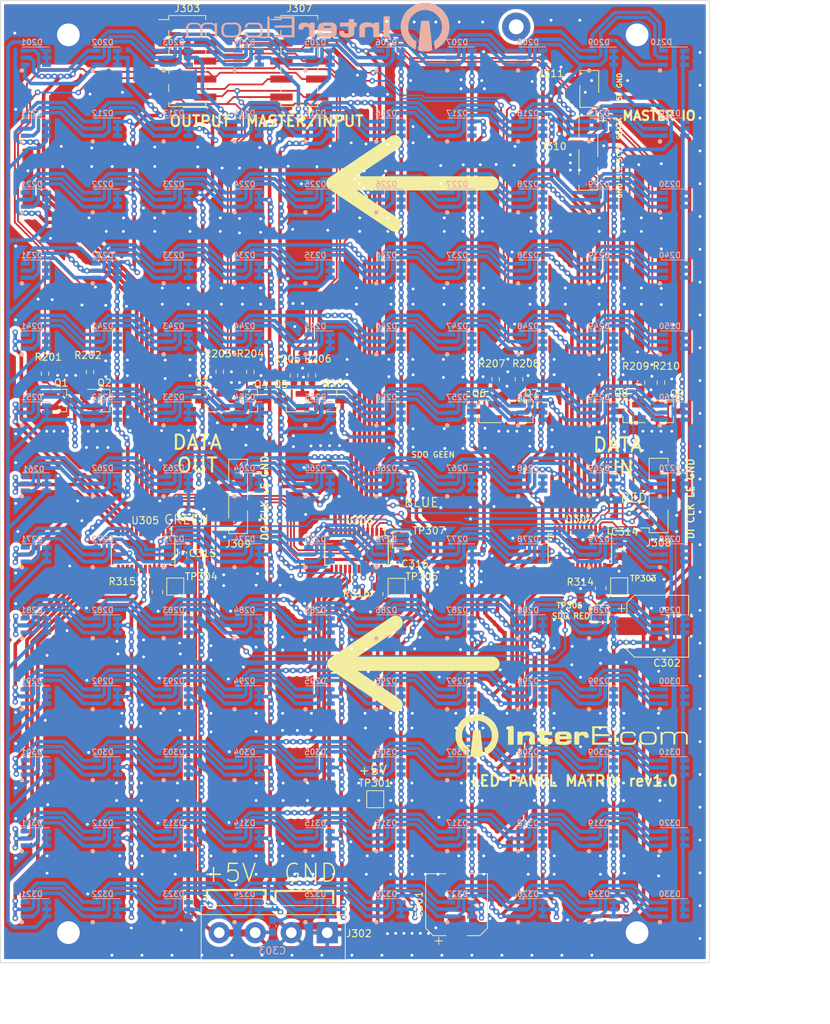
<source format=kicad_pcb>
(kicad_pcb (version 20211014) (generator pcbnew)
  (layers (0 "F.Cu" signal) (31 "B.Cu" signal) (34 "B.Paste" user) (35 "F.Paste" user) (36 "B.SilkS" user "B.Silkscreen") (37 "F.SilkS" user "F.Silkscreen") (38 "B.Mask" user) (39 "F.Mask" user) (44 "Edge.Cuts" user))
  (net 0 "")
  (net 1 "GNDD")
  (net 2 "+5V")
  (net 3 "/Logic/Col0")
  (net 4 "/Logic/B_Row0")
  (net 5 "/Logic/G_Row0")
  (net 6 "/Logic/R_Row0")
  (net 7 "/Logic/Col1")
  (net 8 "/Logic/Col2")
  (net 9 "/Logic/Col3")
  (net 10 "/Logic/Col4")
  (net 11 "/Logic/Col5")
  (net 12 "/Logic/Col6")
  (net 13 "/Logic/Col7")
  (net 14 "/Logic/Col8")
  (net 15 "/Logic/Col9")
  (net 16 "/Logic/B_Row1")
  (net 17 "/Logic/G_Row1")
  (net 18 "/Logic/R_Row1")
  (net 19 "/Logic/B_Row2")
  (net 20 "/Logic/G_Row2")
  (net 21 "/Logic/R_Row2")
  (net 22 "/Logic/B_Row3")
  (net 23 "/Logic/G_Row3")
  (net 24 "/Logic/R_Row3")
  (net 25 "/Logic/B_Row4")
  (net 26 "/Logic/G_Row4")
  (net 27 "/Logic/R_Row4")
  (net 28 "/Logic/B_Row5")
  (net 29 "/Logic/G_Row5")
  (net 30 "/Logic/R_Row5")
  (net 31 "/Logic/B_Row6")
  (net 32 "/Logic/G_Row6")
  (net 33 "/Logic/R_Row6")
  (net 34 "/Logic/B_Row7")
  (net 35 "/Logic/G_Row7")
  (net 36 "/Logic/R_Row7")
  (net 37 "/Logic/B_Row8")
  (net 38 "/Logic/G_Row8")
  (net 39 "/Logic/R_Row8")
  (net 40 "/Logic/B_Row9")
  (net 41 "/Logic/G_Row9")
  (net 42 "/Logic/R_Row9")
  (net 43 "/Logic/B_Row10")
  (net 44 "/Logic/G_Row10")
  (net 45 "/Logic/R_Row10")
  (net 46 "/Logic/B_Row11")
  (net 47 "/Logic/G_Row11")
  (net 48 "/Logic/R_Row11")
  (net 49 "/Logic/B_Row12")
  (net 50 "/Logic/G_Row12")
  (net 51 "/Logic/R_Row12")
  (net 52 "SDO")
  (net 53 "/Logic/R_Rset")
  (net 54 "/Logic/R_Gset")
  (net 55 "/Logic/R_Bset")
  (net 56 "Net-(TP306-Pad1)")
  (net 57 "Net-(TP307-Pad1)")
  (net 67 "Net-(D201-Pad1)")
  (net 68 "Net-(D202-Pad1)")
  (net 69 "Net-(D203-Pad1)")
  (net 70 "Net-(D204-Pad1)")
  (net 71 "Net-(D205-Pad1)")
  (net 72 "Net-(D206-Pad1)")
  (net 73 "Net-(D207-Pad1)")
  (net 74 "Net-(D208-Pad1)")
  (net 75 "Net-(D209-Pad1)")
  (net 76 "Net-(D210-Pad1)")
  (net 77 "Net-(R201-Pad2)")
  (net 78 "Net-(R202-Pad2)")
  (net 79 "Net-(R205-Pad2)")
  (net 80 "Net-(R206-Pad2)")
  (net 81 "Net-(R207-Pad2)")
  (net 82 "Net-(R208-Pad2)")
  (net 83 "S_DATA")
  (net 84 "S_CLK")
  (net 85 "S_LE")
  (net 86 "Net-(R209-Pad1)")
  (net 87 "Net-(R210-Pad1)")
  (net 88 "Net-(R203-Pad2)")
  (net 89 "Net-(R204-Pad2)")
  (footprint "Resistor_SMD:R_0805_2012Metric_Pad1.20x1.40mm_HandSolder" (layer "F.Cu") (at 104.323903 131.862613 -90)
    (fp_text reference "R316")
    (fp_text value "R_blue")
  )
  (footprint "Resistor_SMD:R_0603_1608Metric_Pad0.98x0.95mm_HandSolder" (layer "F.Cu") (at 120.960903 101.636613 -90)
    (fp_text reference "R207")
    (fp_text value "100")
  )
  (footprint "Package_TO_SOT_SMD:SOT-23_Handsoldering" (layer "F.Cu") (at 59.69 104.648)
    (fp_text reference "Q1")
    (fp_text value "PMV45EN2R")
  )
  (footprint "Connector_PinSocket_2.54mm:PinSocket_1x04_P2.54mm_Vertical_SMD_Pin1Right" (layer "F.Cu") (at 143.947903 118.019613 180)
    (fp_text reference "J308")
    (fp_text value "DATA INPUT")
  )
  (footprint "Package_SO:SSOP-24_3.9x8.7mm_P0.635mm" (layer "F.Cu") (at 101.339488 125.761913 -90)
    (fp_text reference "U306")
    (fp_text value "SM16206")
  )
  (footprint "TerminalBlock:TerminalBlock_bornier-4_P5.08mm" (layer "F.Cu") (at 97.211903 179.614613 180)
    (fp_text reference "J302")
    (fp_text value "Power Input")
  )
  (footprint "Package_SO:SSOP-24_3.9x8.7mm_P0.635mm" (layer "F.Cu") (at 71.240488 125.761913 -90)
    (fp_text reference "U305")
    (fp_text value "SM16206")
  )
  (footprint "Capacitor_SMD:C_0603_1608Metric_Pad1.08x0.95mm_HandSolder" (layer "F.Cu") (at 76.853888 126.092113 90)
    (fp_text reference "C315")
    (fp_text value "100n")
  )
  (footprint "Resistor_SMD:R_0805_2012Metric_Pad1.20x1.40mm_HandSolder" (layer "F.Cu") (at 73.259703 131.608613 -90)
    (fp_text reference "R315")
    (fp_text value "R_green")
  )
  (footprint "Arrow" (layer "F.Cu") (at 109.728 141.732)
    (fp_text reference "REF**" hide)
    (fp_text value "Arrow")
  )
  (footprint "Connector_PinHeader_2.54mm:PinHeader_2x05_P2.54mm_Vertical_SMD" (layer "F.Cu") (at 77.47 56.805613)
    (fp_text reference "J303")
    (fp_text value "IDC10")
  )
  (footprint "Connector_PinHeader_2.54mm:PinHeader_2x05_P2.54mm_Vertical_SMD" (layer "F.Cu") (at 93.274903 56.805613)
    (fp_text reference "J307")
    (fp_text value "IDC10")
  )
  (footprint "Resistor_SMD:R_0603_1608Metric_Pad0.98x0.95mm_HandSolder" (layer "F.Cu") (at 144.272 102.108 90)
    (fp_text reference "R210")
    (fp_text value "100")
  )
  (footprint "Resistor_SMD:R_0603_1608Metric_Pad0.98x0.95mm_HandSolder" (layer "F.Cu") (at 57.404 100.838 -90)
    (fp_text reference "R201")
    (fp_text value "100")
  )
  (footprint "TestPoint:TestPoint_Pad_2.0x2.0mm" (layer "F.Cu") (at 135.629488 134.651913 -90)
    (fp_text reference "TP306")
    (fp_text value "TestPoint")
  )
  (footprint "Resistor_SMD:R_0603_1608Metric_Pad0.98x0.95mm_HandSolder" (layer "F.Cu") (at 86.36 100.584 -90)
    (fp_text reference "R204")
    (fp_text value "100")
  )
  (footprint "Package_TO_SOT_SMD:SOT-23_Handsoldering" (layer "F.Cu") (at 97.79 104.648)
    (fp_text reference "Q10")
    (fp_text value "PMV45EN2R")
  )
  (footprint "Package_TO_SOT_SMD:SOT-23_Handsoldering" (layer "F.Cu") (at 139.676 106.172 180)
    (fp_text reference "Q8")
    (fp_text value "PMV45EN2R")
  )
  (footprint "Resistor_SMD:R_0603_1608Metric_Pad0.98x0.95mm_HandSolder" (layer "F.Cu") (at 82.042 100.584 -90)
    (fp_text reference "R203")
    (fp_text value "100")
  )
  (footprint "Resistor_SMD:R_0603_1608Metric_Pad0.98x0.95mm_HandSolder" (layer "F.Cu") (at 124.262903 101.636613 -90)
    (fp_text reference "R208")
    (fp_text value "100")
  )
  (footprint "Package_TO_SOT_SMD:SOT-23_Handsoldering" (layer "F.Cu") (at 81.026 104.648 180)
    (fp_text reference "Q3")
    (fp_text value "PMV45EN2R")
  )
  (footprint "TestPoint:TestPoint_Pad_2.0x2.0mm" (layer "F.Cu") (at 138.385303 130.821213 -90)
    (fp_text reference "TP303")
    (fp_text value "TestPoint")
  )
  (footprint "Arrow" (layer "F.Cu") (at 109.58195 74.041)
    (fp_text reference "REF**" hide)
    (fp_text value "Arrow")
  )
  (footprint "Resistor_SMD:R_0603_1608Metric_Pad0.98x0.95mm_HandSolder" (layer "F.Cu") (at 63.754 100.584 -90)
    (fp_text reference "R202")
    (fp_text value "100")
  )
  (footprint "Package_TO_SOT_SMD:SOT-23_Handsoldering" (layer "F.Cu") (at 145.288 106.172)
    (fp_text reference "Q9")
    (fp_text value "PMV45EN2R")
  )
  (footprint "Capacitor_SMD:C_0603_1608Metric_Pad1.08x0.95mm_HandSolder" (layer "F.Cu") (at 138.474288 125.711113 90)
    (fp_text reference "C314")
    (fp_text value "100n")
  )
  (footprint "Connector_PinSocket_2.54mm:PinSocket_1x04_P2.54mm_Vertical_SMD_Pin1Right" (layer "F.Cu") (at 84.638903 118.146613 180)
    (fp_text reference "J309")
    (fp_text value "Data OUT")
  )
  (footprint "Resistor_SMD:R_0603_1608Metric_Pad0.98x0.95mm_HandSolder" (layer "F.Cu") (at 92.512903 101.092 -90)
    (fp_text reference "R205")
    (fp_text value "100")
  )
  (footprint "Capacitor_SMD:CP_Elec_8x10.5" (layer "F.Cu") (at 143.820903 136.434613)
    (fp_text reference "C302")
    (fp_text value "220u")
  )
  (footprint "Capacitor_SMD:CP_Elec_8x10.5" (layer "F.Cu") (at 115.449103 175.677613 90)
    (fp_text reference "C301")
    (fp_text value "220u")
  )
  (footprint "Package_TO_SOT_SMD:SOT-23_Handsoldering" (layer "F.Cu") (at 119.38 106.172 180)
    (fp_text reference "Q6")
    (fp_text value "PMV45EN2R")
  )
  (footprint "TestPoint:TestPoint_Pad_2.0x2.0mm" (layer "F.Cu") (at 107.638688 124.237913 -90)
    (fp_text reference "TP307")
    (fp_text value "TestPoint")
  )
  (footprint "TestPoint:TestPoint_Pad_2.0x2.0mm" (layer "F.Cu") (at 75.774303 130.846613 -90)
    (fp_text reference "TP304")
    (fp_text value "TestPoint")
  )
  (footprint "Package_TO_SOT_SMD:SOT-23_Handsoldering" (layer "F.Cu") (at 65.786 104.648)
    (fp_text reference "Q2")
    (fp_text value "PMV45EN2R")
  )
  (footprint "Package_SO:SSOP-24_3.9x8.7mm_P0.635mm" (layer "F.Cu") (at 132.835488 125.507913 -90)
    (fp_text reference "U304")
    (fp_text value "SM16206")
  )
  (footprint "Resistor_SMD:R_0603_1608Metric_Pad0.98x0.95mm_HandSolder" (layer "F.Cu") (at 95.052903 101.092 -90)
    (fp_text reference "R206")
    (fp_text value "100")
  )
  (footprint "Capacitor_SMD:C_0603_1608Metric_Pad1.08x0.95mm_HandSolder" (layer "F.Cu") (at 106.876688 127.539913 90)
    (fp_text reference "C316")
    (fp_text value "100n")
  )
  (footprint "Resistor_SMD:R_0805_2012Metric_Pad1.20x1.40mm_HandSolder" (layer "F.Cu") (at 135.781888 131.095913 -90)
    (fp_text reference "R314")
    (fp_text value "R_red")
  )
  (footprint "Connector_PinSocket_2.54mm:PinSocket_1x04_P2.54mm_Vertical_SMD_Pin1Right" (layer "F.Cu") (at 134.041903 69.759613)
    (fp_text reference "J310")
    (fp_text value "Serial_BUS")
  )
  (footprint "Resistor_SMD:R_0603_1608Metric_Pad0.98x0.95mm_HandSolder" (layer "F.Cu") (at 141.478 102.108 90)
    (fp_text reference "R209")
    (fp_text value "100")
  )
  (footprint "TestPoint:TestPoint_Pad_2.0x2.0mm" (layer "F.Cu") (at 103.981088 160.813913 90)
    (fp_text reference "TP301")
    (fp_text value "TestPoint")
  )
  (footprint "Package_TO_SOT_SMD:SOT-23_Handsoldering" (layer "F.Cu") (at 92.202 104.648 180)
    (fp_text reference "Q5")
    (fp_text value "PMV45EN2R")
  )
  (footprint "Package_TO_SOT_SMD:SOT-23_Handsoldering" (layer "F.Cu") (at 125.476 106.172)
    (fp_text reference "Q7")
    (fp_text value "PMV45EN2R")
  )
  (footprint "Package_TO_SOT_SMD:SOT-23_Handsoldering" (layer "F.Cu") (at 86.614 104.648)
    (fp_text reference "Q4")
    (fp_text value "PMV45EN2R")
  )
  (footprint "Logo_back" (layer "F.Cu") (at 131.445 151.892)
    (fp_text reference "G***" hide)
    (fp_text value "LOGO" hide)
  )
  (footprint "Connector_PinHeader_2.54mm:PinHeader_1x02_P2.54mm_Vertical_SMD_Pin1Left" (layer "F.Cu") (at 134.168903 60.726613 180)
    (fp_text reference "J311")
    (fp_text value "BOOT_TO/ SELECTOR")
  )
  (footprint "TestPoint:TestPoint_Pad_2.0x2.0mm" (layer "F.Cu") (at 106.990903 130.892713)
    (fp_text reference "TP305")
    (fp_text value "TestPoint")
  )
  (footprint "IE-3535RGB:IE-3535RGB" (layer "B.Cu") (at 96.113603 136.330913 180)
    (fp_text reference "D285")
    (fp_text value "LED_RGB")
  )
  (footprint "IE-3535RGB:IE-3535RGB" (layer "B.Cu") (at 66.113603 66.330913 180)
    (fp_text reference "D212")
    (fp_text value "LED_RGB")
  )
  (footprint "IE-3535RGB:IE-3535RGB" (layer "B.Cu") (at 146.113603 166.330913 180)
    (fp_text reference "D320")
    (fp_text value "LED_RGB")
  )
  (footprint "IE-3535RGB:IE-3535RGB" (layer "B.Cu") (at 96.113603 96.330913 180)
    (fp_text reference "D245")
    (fp_text value "LED_RGB")
  )
  (footprint "IE-3535RGB:IE-3535RGB" (layer "B.Cu") (at 86.113603 86.330913 180)
    (fp_text reference "D234")
    (fp_text value "LED_RGB")
  )
  (footprint "IE-3535RGB:IE-3535RGB" (layer "B.Cu") (at 116.113603 66.330913 180)
    (fp_text reference "D217")
    (fp_text value "LED_RGB")
  )
  (footprint "IE-3535RGB:IE-3535RGB" (layer "B.Cu") (at 106.113603 66.330913 180)
    (fp_text reference "D216")
    (fp_text value "LED_RGB")
  )
  (footprint "IE-3535RGB:IE-3535RGB" (layer "B.Cu") (at 76.113603 76.330913 180)
    (fp_text reference "D223")
    (fp_text value "LED_RGB")
  )
  (footprint "IE-3535RGB:IE-3535RGB" (layer "B.Cu") (at 76.113603 116.330913 180)
    (fp_text reference "D263")
    (fp_text value "LED_RGB")
  )
  (footprint "IE-3535RGB:IE-3535RGB" (layer "B.Cu") (at 116.113603 176.330913 180)
    (fp_text reference "D327")
    (fp_text value "LED_RGB")
  )
  (footprint "IE-3535RGB:IE-3535RGB" (layer "B.Cu") (at 116.113603 116.330913 180)
    (fp_text reference "D267")
    (fp_text value "LED_RGB")
  )
  (footprint "IE-3535RGB:IE-3535RGB" (layer "B.Cu") (at 136.113603 86.330913 180)
    (fp_text reference "D239")
    (fp_text value "LED_RGB")
  )
  (footprint "IE-3535RGB:IE-3535RGB" (layer "B.Cu") (at 86.113603 146.330913 180)
    (fp_text reference "D294")
    (fp_text value "LED_RGB")
  )
  (footprint "IE-3535RGB:IE-3535RGB" (layer "B.Cu") (at 86.113603 116.330913 180)
    (fp_text reference "D264")
    (fp_text value "LED_RGB")
  )
  (footprint "IE-3535RGB:IE-3535RGB" (layer "B.Cu") (at 106.113603 106.330913 180)
    (fp_text reference "D256")
    (fp_text value "LED_RGB")
  )
  (footprint "IE-3535RGB:IE-3535RGB" (layer "B.Cu") (at 106.113603 136.330913 180)
    (fp_text reference "D286")
    (fp_text value "LED_RGB")
  )
  (footprint "IE-3535RGB:IE-3535RGB" (layer "B.Cu") (at 126.113603 136.330913 180)
    (fp_text reference "D288")
    (fp_text value "LED_RGB")
  )
  (footprint "IE-3535RGB:IE-3535RGB" (layer "B.Cu") (at 56.113603 96.330913 180)
    (fp_text reference "D241")
    (fp_text value "LED_RGB")
  )
  (footprint "IE-3535RGB:IE-3535RGB" (layer "B.Cu") (at 66.113603 176.330913 180)
    (fp_text reference "D322")
    (fp_text value "LED_RGB")
  )
  (footprint "IE-3535RGB:IE-3535RGB" (layer "B.Cu") (at 106.113603 176.330913 180)
    (fp_text reference "D326")
    (fp_text value "LED_RGB")
  )
  (footprint "Logo_front" (layer "B.Cu") (at 96.139 52.07 180)
    (fp_text reference "G***" hide)
    (fp_text value "LOGO" hide)
  )
  (footprint "IE-3535RGB:IE-3535RGB" (layer "B.Cu") (at 106.113603 146.330913 180)
    (fp_text reference "D296")
    (fp_text value "LED_RGB")
  )
  (footprint "IE-3535RGB:IE-3535RGB" (layer "B.Cu") (at 106.113603 156.330913 180)
    (fp_text reference "D306")
    (fp_text value "LED_RGB")
  )
  (footprint "IE-3535RGB:IE-3535RGB" (layer "B.Cu") (at 56.113603 156.330913 180)
    (fp_text reference "D301")
    (fp_text value "LED_RGB")
  )
  (footprint "IE-3535RGB:IE-3535RGB" (layer "B.Cu") (at 76.113603 146.330913 180)
    (fp_text reference "D293")
    (fp_text value "LED_RGB")
  )
  (footprint "IE-3535RGB:IE-3535RGB" (layer "B.Cu") (at 116.113603 56.330913 180)
    (fp_text reference "D207")
    (fp_text value "LED_RGB")
  )
  (footprint "IE-3535RGB:IE-3535RGB" (layer "B.Cu") (at 56.113603 126.330913 180)
    (fp_text reference "D271")
    (fp_text value "LED_RGB")
  )
  (footprint "IE-3535RGB:IE-3535RGB" (layer "B.Cu") (at 66.113603 146.330913 180)
    (fp_text reference "D292")
    (fp_text value "LED_RGB")
  )
  (footprint "IE-3535RGB:IE-3535RGB" (layer "B.Cu") (at 56.113603 56.330913 180)
    (fp_text reference "D201")
    (fp_text value "LED_RGB")
  )
  (footprint "IE-3535RGB:IE-3535RGB" (layer "B.Cu") (at 116.113603 96.330913 180)
    (fp_text reference "D247")
    (fp_text value "LED_RGB")
  )
  (footprint "IE-3535RGB:IE-3535RGB" (layer "B.Cu") (at 76.113603 136.330913 180)
    (fp_text reference "D283")
    (fp_text value "LED_RGB")
  )
  (footprint "IE-3535RGB:IE-3535RGB" (layer "B.Cu") (at 96.113603 56.330913 180)
    (fp_text reference "D205")
    (fp_text value "LED_RGB")
  )
  (footprint "IE-3535RGB:IE-3535RGB" (layer "B.Cu") (at 76.113603 96.330913 180)
    (fp_text reference "D243")
    (fp_text value "LED_RGB")
  )
  (footprint "IE-3535RGB:IE-3535RGB" (layer "B.Cu") (at 136.113603 66.330913 180)
    (fp_text reference "D219")
    (fp_text value "LED_RGB")
  )
  (footprint "IE-3535RGB:IE-3535RGB" (layer "B.Cu") (at 136.113603 56.330913 180)
    (fp_text reference "D209")
    (fp_text value "LED_RGB")
  )
  (footprint "IE-3535RGB:IE-3535RGB" (layer "B.Cu") (at 86.113603 66.330913 180)
    (fp_text reference "D214")
    (fp_text value "LED_RGB")
  )
  (footprint "IE-3535RGB:IE-3535RGB" (layer "B.Cu") (at 56.113603 66.330913 180)
    (fp_text reference "D211")
    (fp_text value "LED_RGB")
  )
  (footprint "IE-3535RGB:IE-3535RGB" (layer "B.Cu") (at 126.113603 146.330913 180)
    (fp_text reference "D298")
    (fp_text value "LED_RGB")
  )
  (footprint "IE-3535RGB:IE-3535RGB" (layer "B.Cu") (at 136.113603 136.330913 180)
    (fp_text reference "D289")
    (fp_text value "LED_RGB")
  )
  (footprint "IE-3535RGB:IE-3535RGB" (layer "B.Cu") (at 126.113603 76.330913 180)
    (fp_text reference "D228")
    (fp_text value "LED_RGB")
  )
  (footprint "IE-3535RGB:IE-3535RGB" (layer "B.Cu") (at 66.113603 116.330913 180)
    (fp_text reference "D262")
    (fp_text value "LED_RGB")
  )
  (footprint "IE-3535RGB:IE-3535RGB" (layer "B.Cu") (at 76.113603 106.330913 180)
    (fp_text reference "D253")
    (fp_text value "LED_RGB")
  )
  (footprint "IE-3535RGB:IE-3535RGB" (layer "B.Cu") (at 76.113603 86.330913 180)
    (fp_text reference "D233")
    (fp_text value "LED_RGB")
  )
  (footprint "IE-3535RGB:IE-3535RGB" (layer "B.Cu") (at 126.113603 166.330913 180)
    (fp_text reference "D318")
    (fp_text value "LED_RGB")
  )
  (footprint "IE-3535RGB:IE-3535RGB" (layer "B.Cu") (at 96.113603 166.330913 180)
    (fp_text reference "D315")
    (fp_text value "LED_RGB")
  )
  (footprint "IE-3535RGB:IE-3535RGB" (layer "B.Cu") (at 86.113603 136.330913 180)
    (fp_text reference "D284")
    (fp_text value "LED_RGB")
  )
  (footprint "IE-3535RGB:IE-3535RGB" (layer "B.Cu") (at 96.113603 176.330913 180)
    (fp_text reference "D325")
    (fp_text value "LED_RGB")
  )
  (footprint "IE-3535RGB:IE-3535RGB" (layer "B.Cu") (at 146.113603 156.330913 180)
    (fp_text reference "D310")
    (fp_text value "LED_RGB")
  )
  (footprint "IE-3535RGB:IE-3535RGB" (layer "B.Cu") (at 126.113603 66.330913 180)
    (fp_text reference "D218")
    (fp_text value "LED_RGB")
  )
  (footprint "IE-3535RGB:IE-3535RGB" (layer "B.Cu") (at 146.113603 56.330913 180)
    (fp_text reference "D210")
    (fp_text value "LED_RGB")
  )
  (footprint "IE-3535RGB:IE-3535RGB" (layer "B.Cu") (at 116.113603 76.330913 180)
    (fp_text reference "D227")
    (fp_text value "LED_RGB")
  )
  (footprint "IE-3535RGB:IE-3535RGB" (layer "B.Cu") (at 96.113603 116.330913 180)
    (fp_text reference "D265")
    (fp_text value "LED_RGB")
  )
  (footprint "IE-3535RGB:IE-3535RGB" (layer "B.Cu") (at 116.113603 126.330913 180)
    (fp_text reference "D277")
    (fp_text value "LED_RGB")
  )
  (footprint "IE-3535RGB:IE-3535RGB" (layer "B.Cu") (at 126.113603 86.330913 180)
    (fp_text reference "D238")
    (fp_text value "LED_RGB")
  )
  (footprint "IE-3535RGB:IE-3535RGB" (layer "B.Cu") (at 146.113603 126.330913 180)
    (fp_text reference "D280")
    (fp_text value "LED_RGB")
  )
  (footprint "IE-3535RGB:IE-3535RGB" (layer "B.Cu") (at 66.113603 166.330913 180)
    (fp_text reference "D312")
    (fp_text value "LED_RGB")
  )
  (footprint "IE-3535RGB:IE-3535RGB" (layer "B.Cu") (at 96.113603 146.330913 180)
    (fp_text reference "D295")
    (fp_text value "LED_RGB")
  )
  (footprint "IE-3535RGB:IE-3535RGB" (layer "B.Cu") (at 86.113603 76.330913 180)
    (fp_text reference "D224")
    (fp_text value "LED_RGB")
  )
  (footprint "IE-3535RGB:IE-3535RGB" (layer "B.Cu") (at 66.113603 76.330913 180)
    (fp_text reference "D222")
    (fp_text value "LED_RGB")
  )
  (footprint "IE-3535RGB:IE-3535RGB" (layer "B.Cu") (at 116.113603 146.330913 180)
    (fp_text reference "D297")
    (fp_text value "LED_RGB")
  )
  (footprint "IE-3535RGB:IE-3535RGB" (layer "B.Cu") (at 106.113603 166.330913 180)
    (fp_text reference "D316")
    (fp_text value "LED_RGB")
  )
  (footprint "IE-3535RGB:IE-3535RGB" (layer "B.Cu") (at 146.113603 96.330913 180)
    (fp_text reference "D250")
    (fp_text value "LED_RGB")
  )
  (footprint "IE-3535RGB:IE-3535RGB" (layer "B.Cu") (at 96.113603 156.330913 180)
    (fp_text reference "D305")
    (fp_text value "LED_RGB")
  )
  (footprint "IE-3535RGB:IE-3535RGB" (layer "B.Cu") (at 106.113603 76.330913 180)
    (fp_text reference "D226")
    (fp_text value "LED_RGB")
  )
  (footprint "IE-3535RGB:IE-3535RGB" (layer "B.Cu") (at 66.113603 56.330913 180)
    (fp_text reference "D202")
    (fp_text value "LED_RGB")
  )
  (footprint "IE-3535RGB:IE-3535RGB" (layer "B.Cu") (at 146.113603 76.330913 180)
    (fp_text reference "D230")
    (fp_text value "LED_RGB")
  )
  (footprint "IE-3535RGB:IE-3535RGB" (layer "B.Cu") (at 86.113603 56.330913 180)
    (fp_text reference "D204")
    (fp_text value "LED_RGB")
  )
  (footprint "IE-3535RGB:IE-3535RGB" (layer "B.Cu") (at 106.113603 126.330913 180)
    (fp_text reference "D276")
    (fp_text value "LED_RGB")
  )
  (footprint "IE-3535RGB:IE-3535RGB" (layer "B.Cu") (at 146.113603 106.330913 180)
    (fp_text reference "D260")
    (fp_text value "LED_RGB")
  )
  (footprint "IE-3535RGB:IE-3535RGB" (layer "B.Cu") (at 96.113603 76.330913 180)
    (fp_text reference "D225")
    (fp_text value "LED_RGB")
  )
  (footprint "IE-3535RGB:IE-3535RGB" (layer "B.Cu") (at 76.113603 66.330913 180)
    (fp_text reference "D213")
    (fp_text value "LED_RGB")
  )
  (footprint "IE-3535RGB:IE-3535RGB" (layer "B.Cu") (at 96.113603 106.330913 180)
    (fp_text reference "D255")
    (fp_text value "LED_RGB")
  )
  (footprint "Capacitor_SMD:C_0603_1608Metric_Pad1.08x0.95mm_HandSolder" (layer "B.Cu") (at 89.503088 178.695513 90)
    (fp_text reference "C303")
    (fp_text value "100n")
  )
  (footprint "IE-3535RGB:IE-3535RGB" (layer "B.Cu") (at 96.113603 126.330913 180)
    (fp_text reference "D275")
    (fp_text value "LED_RGB")
  )
  (footprint "IE-3535RGB:IE-3535RGB" (layer "B.Cu") (at 116.113603 156.330913 180)
    (fp_text reference "D307")
    (fp_text value "LED_RGB")
  )
  (footprint "IE-3535RGB:IE-3535RGB" (layer "B.Cu") (at 136.113603 176.330913 180)
    (fp_text reference "D329")
    (fp_text value "LED_RGB")
  )
  (footprint "IE-3535RGB:IE-3535RGB" (layer "B.Cu") (at 86.113603 176.330913 180)
    (fp_text reference "D324")
    (fp_text value "LED_RGB")
  )
  (footprint "IE-3535RGB:IE-3535RGB" (layer "B.Cu") (at 116.113603 106.330913 180)
    (fp_text reference "D257")
    (fp_text value "LED_RGB")
  )
  (footprint "IE-3535RGB:IE-3535RGB" (layer "B.Cu") (at 86.113603 106.330913 180)
    (fp_text reference "D254")
    (fp_text value "LED_RGB")
  )
  (footprint "IE-3535RGB:IE-3535RGB" (layer "B.Cu") (at 106.113603 116.330913 180)
    (fp_text reference "D266")
    (fp_text value "LED_RGB")
  )
  (footprint "IE-3535RGB:IE-3535RGB" (layer "B.Cu") (at 116.113603 86.330913 180)
    (fp_text reference "D237")
    (fp_text value "LED_RGB")
  )
  (footprint "IE-3535RGB:IE-3535RGB" (layer "B.Cu") (at 56.113603 166.330913 180)
    (fp_text reference "D311")
    (fp_text value "LED_RGB")
  )
  (footprint "IE-3535RGB:IE-3535RGB" (layer "B.Cu") (at 66.113603 96.330913 180)
    (fp_text reference "D242")
    (fp_text value "LED_RGB")
  )
  (footprint "IE-3535RGB:IE-3535RGB" (layer "B.Cu") (at 56.113603 136.330913 180)
    (fp_text reference "D281")
    (fp_text value "LED_RGB")
  )
  (footprint "IE-3535RGB:IE-3535RGB" (layer "B.Cu") (at 76.113603 56.330913 180)
    (fp_text reference "D203")
    (fp_text value "LED_RGB")
  )
  (footprint "IE-3535RGB:IE-3535RGB" (layer "B.Cu") (at 136.113603 126.330913 180)
    (fp_text reference "D279")
    (fp_text value "LED_RGB")
  )
  (footprint "IE-3535RGB:IE-3535RGB" (layer "B.Cu") (at 86.113603 166.330913 180)
    (fp_text reference "D314")
    (fp_text value "LED_RGB")
  )
  (footprint "IE-3535RGB:IE-3535RGB" (layer "B.Cu") (at 146.113603 146.330913 180)
    (fp_text reference "D300")
    (fp_text value "LED_RGB")
  )
  (footprint "IE-3535RGB:IE-3535RGB" (layer "B.Cu") (at 106.113603 86.330913 180)
    (fp_text reference "D236")
    (fp_text value "LED_RGB")
  )
  (footprint "IE-3535RGB:IE-3535RGB" (layer "B.Cu") (at 136.113603 156.330913 180)
    (fp_text reference "D309")
    (fp_text value "LED_RGB")
  )
  (footprint "IE-3535RGB:IE-3535RGB" (layer "B.Cu") (at 146.113603 116.330913 180)
    (fp_text reference "D270")
    (fp_text value "LED_RGB")
  )
  (footprint "IE-3535RGB:IE-3535RGB" (layer "B.Cu") (at 86.113603 156.330913 180)
    (fp_text reference "D304")
    (fp_text value "LED_RGB")
  )
  (footprint "IE-3535RGB:IE-3535RGB" (layer "B.Cu") (at 96.113603 86.330913 180)
    (fp_text reference "D235")
    (fp_text value "LED_RGB")
  )
  (footprint "IE-3535RGB:IE-3535RGB" (layer "B.Cu") (at 66.113603 136.330913 180)
    (fp_text reference "D282")
    (fp_text value "LED_RGB")
  )
  (footprint "IE-3535RGB:IE-3535RGB" (layer "B.Cu") (at 126.113603 176.330913 180)
    (fp_text reference "D328")
    (fp_text value "LED_RGB")
  )
  (footprint "IE-3535RGB:IE-3535RGB" (layer "B.Cu") (at 126.113603 116.330913 180)
    (fp_text reference "D268")
    (fp_text value "LED_RGB")
  )
  (footprint "IE-3535RGB:IE-3535RGB" (layer "B.Cu") (at 136.113603 146.330913 180)
    (fp_text reference "D299")
    (fp_text value "LED_RGB")
  )
  (footprint "IE-3535RGB:IE-3535RGB" (layer "B.Cu") (at 136.113603 166.330913 180)
    (fp_text reference "D319")
    (fp_text value "LED_RGB")
  )
  (footprint "IE-3535RGB:IE-3535RGB" (layer "B.Cu") (at 126.113603 96.330913 180)
    (fp_text reference "D248")
    (fp_text value "LED_RGB")
  )
  (footprint "IE-3535RGB:IE-3535RGB" (layer "B.Cu") (at 76.113603 126.330913 180)
    (fp_text reference "D273")
    (fp_text value "LED_RGB")
  )
  (footprint "IE-3535RGB:IE-3535RGB" (layer "B.Cu") (at 56.113603 176.330913 180)
    (fp_text reference "D321")
    (fp_text value "LED_RGB")
  )
  (footprint "IE-3535RGB:IE-3535RGB" (layer "B.Cu") (at 76.113603 166.330913 180)
    (fp_text reference "D313")
    (fp_text value "LED_RGB")
  )
  (footprint "IE-3535RGB:IE-3535RGB" (layer "B.Cu") (at 126.113603 56.330913 180)
    (fp_text reference "D208")
    (fp_text value "LED_RGB")
  )
  (footprint "IE-3535RGB:IE-3535RGB" (layer "B.Cu") (at 146.113603 66.330913 180)
    (fp_text reference "D220")
    (fp_text value "LED_RGB")
  )
  (footprint "IE-3535RGB:IE-3535RGB" (layer "B.Cu") (at 66.113603 86.330913 180)
    (fp_text reference "D232")
    (fp_text value "LED_RGB")
  )
  (footprint "IE-3535RGB:IE-3535RGB" (layer "B.Cu") (at 96.113603 66.330913 180)
    (fp_text reference "D215")
    (fp_text value "LED_RGB")
  )
  (footprint "IE-3535RGB:IE-3535RGB" (layer "B.Cu") (at 146.113603 176.330913 180)
    (fp_text reference "D330")
    (fp_text value "LED_RGB")
  )
  (footprint "IE-3535RGB:IE-3535RGB" (layer "B.Cu") (at 86.113603 96.330913 180)
    (fp_text reference "D244")
    (fp_text value "LED_RGB")
  )
  (footprint "IE-3535RGB:IE-3535RGB" (layer "B.Cu") (at 136.113603 96.330913 180)
    (fp_text reference "D249")
    (fp_text value "LED_RGB")
  )
  (footprint "IE-3535RGB:IE-3535RGB" (layer "B.Cu") (at 146.113603 136.330913 180)
    (fp_text reference "D290")
    (fp_text value "LED_RGB")
  )
  (footprint "IE-3535RGB:IE-3535RGB" (layer "B.Cu") (at 106.113603 56.330913 180)
    (fp_text reference "D206")
    (fp_text value "LED_RGB")
  )
  (footprint "IE-3535RGB:IE-3535RGB" (layer "B.Cu") (at 56.113603 106.330913 180)
    (fp_text reference "D251")
    (fp_text value "LED_RGB")
  )
  (footprint "IE-3535RGB:IE-3535RGB" (layer "B.Cu") (at 136.113603 76.330913 180)
    (fp_text reference "D229")
    (fp_text value "LED_RGB")
  )
  (footprint "IE-3535RGB:IE-3535RGB" (layer "B.Cu") (at 56.113603 146.330913 180)
    (fp_text reference "D291")
    (fp_text value "LED_RGB")
  )
  (footprint "IE-3535RGB:IE-3535RGB" (layer "B.Cu") (at 56.113603 86.330913 180)
    (fp_text reference "D231")
    (fp_text value "LED_RGB")
  )
  (footprint "IE-3535RGB:IE-3535RGB" (layer "B.Cu") (at 106.113603 96.330913 180)
    (fp_text reference "D246")
    (fp_text value "LED_RGB")
  )
  (footprint "IE-3535RGB:IE-3535RGB" (layer "B.Cu") (at 126.113603 156.330913 180)
    (fp_text reference "D308")
    (fp_text value "LED_RGB")
  )
  (footprint "IE-3535RGB:IE-3535RGB" (layer "B.Cu") (at 86.113603 126.330913 180)
    (fp_text reference "D274")
    (fp_text value "LED_RGB")
  )
  (footprint "IE-3535RGB:IE-3535RGB" (layer "B.Cu") (at 66.113603 126.330913 180)
    (fp_text reference "D272")
    (fp_text value "LED_RGB")
  )
  (footprint "IE-3535RGB:IE-3535RGB" (layer "B.Cu") (at 56.113603 76.330913 180)
    (fp_text reference "D221")
    (fp_text value "LED_RGB")
  )
  (footprint "IE-3535RGB:IE-3535RGB" (layer "B.Cu") (at 66.113603 106.330913 180)
    (fp_text reference "D252")
    (fp_text value "LED_RGB")
  )
  (footprint "IE-3535RGB:IE-3535RGB" (layer "B.Cu") (at 116.113603 166.330913 180)
    (fp_text reference "D317")
    (fp_text value "LED_RGB")
  )
  (footprint "IE-3535RGB:IE-3535RGB" (layer "B.Cu") (at 136.113603 116.330913 180)
    (fp_text reference "D269")
    (fp_text value "LED_RGB")
  )
  (footprint "IE-3535RGB:IE-3535RGB" (layer "B.Cu") (at 146.113603 86.330913 180)
    (fp_text reference "D240")
    (fp_text value "LED_RGB")
  )
  (footprint "IE-3535RGB:IE-3535RGB" (layer "B.Cu") (at 56.113603 116.330913 180)
    (fp_text reference "D261")
    (fp_text value "LED_RGB")
  )
  (footprint "IE-3535RGB:IE-3535RGB" (layer "B.Cu") (at 126.113603 106.330913 180)
    (fp_text reference "D258")
    (fp_text value "LED_RGB")
  )
  (footprint "IE-3535RGB:IE-3535RGB" (layer "B.Cu") (at 66.113603 156.330913 180)
    (fp_text reference "D302")
    (fp_text value "LED_RGB")
  )
  (footprint "IE-3535RGB:IE-3535RGB" (layer "B.Cu") (at 116.113603 136.330913 180)
    (fp_text reference "D287")
    (fp_text value "LED_RGB")
  )
  (footprint "IE-3535RGB:IE-3535RGB" (layer "B.Cu") (at 76.113603 156.330913 180)
    (fp_text reference "D303")
    (fp_text value "LED_RGB")
  )
  (footprint "IE-3535RGB:IE-3535RGB" (layer "B.Cu") (at 126.113603 126.330913 180)
    (fp_text reference "D278")
    (fp_text value "LED_RGB")
  )
  (footprint "IE-3535RGB:IE-3535RGB" (layer "B.Cu") (at 136.113603 106.330913 180)
    (fp_text reference "D259")
    (fp_text value "LED_RGB")
  )
  (footprint "IE-3535RGB:IE-3535RGB" (layer "B.Cu") (at 76.113603 176.330913 180)
    (fp_text reference "D323")
    (fp_text value "LED_RGB")
  )
  (gr_line (start 89.916 175.26) (end 89.916 173.736) (layer "F.SilkS") (width 0.3))
  (gr_line (start 80.264 175.133) (end 80.264 173.609) (layer "F.SilkS") (width 0.3))
  (gr_line (start 98.044 173.736) (end 98.044 175.4505) (layer "F.SilkS") (width 0.3))
  (gr_line (start 88.519 173.609) (end 88.519 175.26) (layer "F.SilkS") (width 0.3))
  (gr_line (start 89.916 173.736) (end 98.044 173.736) (layer "F.SilkS") (width 0.3))
  (gr_line (start 80.391 173.609) (end 88.519 173.609) (layer "F.SilkS") (width 0.3))
  (gr_line (start 51.127488 48.305913) (end 61.7728 48.305913) (layer "Edge.Cuts") (width 0.1))
  (gr_line (start 51.127488 183.843913) (end 151.094288 183.843913) (layer "Edge.Cuts") (width 0.1))
  (gr_line (start 51.127488 48.305913) (end 51.127488 183.843913) (layer "Edge.Cuts") (width 0.1))
  (gr_line (start 151.094288 48.305913) (end 61.7728 48.305913) (layer "Edge.Cuts") (width 0.1))
  (gr_line (start 151.094288 183.843913) (end 151.094288 48.305913) (layer "Edge.Cuts") (width 0.1))
  (gr_text "MASTER IO" (at 144.018 64.516) (layer "F.SilkS") (effects (font (size 1.3 1.3) (thickness 0.3))))
  (gr_text "+5V" (at 103.632 156.718) (layer "F.SilkS") (effects (font (size 1.3 1.3))))
  (gr_text "GND SLE SCLK SDATA" (at 138.43 70.485 90) (layer "F.SilkS") (effects (font (size 0.7 0.7))))
  (gr_text "DATA\nOUT" (at 78.867 112.141) (layer "F.SilkS") (effects (font (size 2 2) (thickness 0.3))))
  (gr_text "DI CLK LE GND" (at 148.463 118.491 90) (layer "F.SilkS") (effects (font (size 1 1) (thickness 0.2))))
  (gr_text "DO CLK LE GND" (at 88.392 118.364 90) (layer "F.SilkS") (effects (font (size 1 1) (thickness 0.2))))
  (gr_text "BLUE" (at 110.49 118.999) (layer "F.SilkS") (effects (font (size 1.3 1.3))))
  (gr_text "GREEN\n" (at 77.343 121.412) (layer "F.SilkS") (effects (font (size 1.3 1.3))))
  (gr_text "LED PANEL MATRIX rev1.0" (at 132.08 158.242) (layer "F.SilkS") (effects (font (size 1.5 1.5) (thickness 0.3))))
  (gr_text "5V GND" (at 138.43 60.452 90) (layer "F.SilkS") (effects (font (size 0.7 0.7))))
  (gr_text "DATA\n IN" (at 138.176 112.522) (layer "F.SilkS") (effects (font (size 2 2) (thickness 0.3))))
  (gr_text "RED" (at 140.462 118.364) (layer "F.SilkS") (effects (font (size 1.3 1.3))))
  (gr_text "+5V  GND" (at 89.154 171.196) (layer "F.SilkS") (effects (font (size 2.5 2.5) (thickness 0.2))))
  (gr_text "OUTPUT  MASTER/INPUT" (at 88.646 65.278) (layer "F.SilkS") (effects (font (size 1.5 1.5) (thickness 0.3))))
  (gr_text "SDO RED" (at 131.572 135.001) (layer "F.SilkS") (effects (font (size 0.8 0.8))))
  (gr_text "SDO GEEN" (at 112.141 112.268) (layer "F.SilkS") (effects (font (size 0.8 0.8))))
  (via (at 123.865903 51.979613) (size 4) (drill 2.1) (layers "F.Cu" "B.Cu") (net 0))
  (segment (start 101.644288 176.917513) (end 99.866288 178.695513) (width 0.508) (layer "F.Cu") (net 1))
  (segment (start 140.676 98.084) (end 140.676 100.116) (width 0.254) (layer "F.Cu") (net 1))
  (segment (start 109.315088 108.621613) (end 109.315088 111.182313) (width 0.508) (layer "F.Cu") (net 1))
  (segment (start 149.154903 67.344528) (end 141.373375 59.563) (width 0.762) (layer "F.Cu") (net 1))
  (segment (start 113.226688 119.708628) (end 113.226688 115.093913) (width 0.508) (layer "F.Cu") (net 1))
  (segment (start 62.594 103.488) (end 62.23 103.124) (width 0.508) (layer "F.Cu") (net 1))
  (segment (start 62.594 104.264) (end 62.594 103.488) (width 0.508) (layer "F.Cu") (net 1))
  (segment (start 74.732988 123.161913) (end 74.732988 122.701213) (width 0.254) (layer "F.Cu") (net 1))
  (segment (start 114.445888 123.374313) (end 114.445888 172.049113) (width 0.508) (layer "F.Cu") (net 1))
  (segment (start 132.937088 141.052713) (end 132.937088 143.635428) (width 0.508) (layer "F.Cu") (net 1))
  (segment (start 122.428 102.616) (end 121.412 101.6) (width 0.254) (layer "F.Cu") (net 1))
  (segment (start 59.594 104.552) (end 58.548 105.598) (width 0.508) (layer "F.Cu") (net 1))
  (segment (start 101.644288 161.313998) (end 101.656903 161.326613) (width 0.508) (layer "F.Cu") (net 1))
  (segment (start 105.047888 125.152313) (end 106.724838 126.829263) (width 0.508) (layer "F.Cu") (net 1))
  (segment (start 80.386702 176.578066) (end 88.960441 176.578066) (width 0.508) (layer "F.Cu") (net 1))
  (segment (start 93.853 101.346) (end 94.107 101.092) (width 0.254) (layer "F.Cu") (net 1))
  (segment (start 109.607103 179.716213) (end 110.673903 179.716213) (width 0.508) (layer "F.Cu") (net 1))
  (segment (start 132.937088 153.414428) (end 132.937088 176.003113) (width 0.508) (layer "F.Cu") (net 1))
  (segment (start 132.937088 176.003113) (end 131.112245 177.827955) (width 0.508) (layer "F.Cu") (net 1))
  (segment (start 101.644288 158.405613) (end 101.644288 161.313998) (width 0.508) (layer "F.Cu") (net 1))
  (segment (start 93.853 101.346) (end 93.472 101.346) (width 0.254) (layer "F.Cu") (net 1))
  (segment (start 137.458288 133.432713) (end 137.458288 136.226713) (width 0.508) (layer "F.Cu") (net 1))
  (segment (start 143.444 107.122) (end 143.788 107.122) (width 0.508) (layer "F.Cu") (net 1))
  (segment (start 76.853888 125.229613) (end 75.862188 124.237913) (width 0.508) (layer "F.Cu") (net 1))
  (segment (start 126.040903 126.782613) (end 129.596903 126.782613) (width 0.254) (layer "F.Cu") (net 1))
  (segment (start 133.851488 129.368713) (end 133.271246 129.948956) (width 0.508) (layer "F.Cu") (net 1))
  (segment (start 145.288 108.458) (end 145.288 104.394) (width 0.254) (layer "F.Cu") (net 1))
  (segment (start 112.528103 177.760413) (end 115.411088 174.877428) (width 0.508) (layer "F.Cu") (net 1))
  (segment (start 93.218 101.092) (end 91.694 101.092) (width 0.254) (layer "F.Cu") (net 1))
  (segment (start 91.694 101.092) (end 91.44 100.838) (width 0.254) (layer "F.Cu") (net 1))
  (segment (start 145.796 108.966) (end 145.288 108.458) (width 0.254) (layer "F.Cu") (net 1))
  (segment (start 115.411088 174.725028) (end 115.411088 174.123513) (width 0.508) (layer "F.Cu") (net 1))
  (segment (start 62.23 103.124) (end 60.452 103.124) (width 0.508) (layer "F.Cu") (net 1))
  (segment (start 64.286 105.598) (end 63.928 105.598) (width 0.508) (layer "F.Cu") (net 1))
  (segment (start 119.50189 101.6) (end 119.182903 101.281013) (width 0.254) (layer "F.Cu") (net 1))
  (segment (start 75.862188 124.237913) (end 75.482288 124.237913) (width 0.508) (layer "F.Cu") (net 1))
  (segment (start 72.827988 124.936413) (end 72.408888 124.517313) (width 0.254) (layer "F.Cu") (net 1))
  (segment (start 134.422988 128.107913) (end 134.422988 127.253913) (width 0.254) (layer "F.Cu") (net 1))
  (segment (start 121.595903 138.974613) (end 122.103903 138.466613) (width 0.254) (layer "F.Cu") (net 1))
  (segment (start 59.594 103.982) (end 59.594 104.552) (width 0.508) (layer "F.Cu") (net 1))
  (segment (start 85.114 105.598) (end 84.26 104.744) (width 0.508) (layer "F.Cu") (net 1))
  (segment (start 148.016288 172.506313) (end 148.016288 134.042313) (width 0.762) (layer "F.Cu") (net 1))
  (segment (start 60.452 103.124) (end 59.594 103.982) (width 0.508) (layer "F.Cu") (net 1))
  (segment (start 81.534 100.584) (end 83.693 100.584) (width 0.254) (layer "F.Cu") (net 1))
  (segment (start 91.694 63.754) (end 89.408 63.754) (width 0.254) (layer "F.Cu") (net 1))
  (segment (start 125.03 106.172) (end 125.73 105.472) (width 0.254) (layer "F.Cu") (net 1))
  (segment (start 123.952 106.68) (end 124.46 106.172) (width 0.254) (layer "F.Cu") (net 1))
  (segment (start 143.002 101.854) (end 143.002 101.219) (width 0.254) (layer "F.Cu") (net 1))
  (segment (start 101.326703 88.784213) (end 99.659903 87.117413) (width 0.254) (layer "F.Cu") (net 1))
  (segment (start 140.462 100.33) (end 140.462 101.659662) (width 0.254) (layer "F.Cu") (net 1))
  (segment (start 65.969903 101.281013) (end 65.27289 100.584) (width 0.254) (layer "F.Cu") (net 1))
  (segment (start 113.226688 115.093913) (end 109.315088 111.182313) (width 0.508) (layer "F.Cu") (net 1))
  (segment (start 63.928 105.598) (end 62.594 104.264) (width 0.508) (layer "F.Cu") (net 1))
  (segment (start 84.26 104.744) (end 83.572 104.744) (width 0.508) (layer "F.Cu") (net 1))
  (segment (start 115.411088 174.572798) (end 115.411088 173.014313) (width 0.508) (layer "F.Cu") (net 1))
  (segment (start 112.528103 178.928813) (end 112.528103 177.760413) (width 0.508) (layer "F.Cu") (net 1))
  (segment (start 74.821888 123.425113) (end 74.732988 123.336213) (width 0.254) (layer "F.Cu") (net 1))
  (segment (start 113.226688 119.708628) (end 113.226688 122.155112) (width 0.508) (layer "F.Cu") (net 1))
  (segment (start 107.647703 126.677413) (end 109.149903 128.306613) (width 0.508) (layer "F.Cu") (net 1))
  (segment (start 106.165488 179.220998) (end 106.660703 179.716213) (width 0.508) (layer "F.Cu") (net 1))
  (segment (start 97.618303 65.868303) (end 94.540443 62.790443) (width 0.254) (layer "F.Cu") (net 1))
  (segment (start 91.44 100.838) (end 91.44 100.076) (width 0.254) (layer "F.Cu") (net 1))
  (segment (start 122.103903 137.323613) (end 119.690903 134.910613) (width 0.508) (layer "F.Cu") (net 1))
  (segment (start 110.077088 129.106798) (end 110.077088 134.499513) (width 0.508) (layer "F.Cu") (net 1))
  (segment (start 109.276903 98.842613) (end 109.315088 98.880798) (width 0.508) (layer "F.Cu") (net 1))
  (segment (start 143.256 102.108) (end 143.002 101.854) (width 0.254) (layer "F.Cu") (net 1))
  (segment (start 91.948 99.314) (end 91.948 94.911716) (width 0.254) (layer "F.Cu") (net 1))
  (segment (start 87.864703 101.619297) (end 87.864703 101.128613) (width 0.508) (layer "F.Cu") (net 1))
  (segment (start 132.937088 133.526228) (end 132.937088 141.052713) (width 0.508) (layer "F.Cu") (net 1))
  (segment (start 85.114 105.598) (end 85.472 105.598) (width 0.508) (layer "F.Cu") (net 1))
  (segment (start 140.462 101.659662) (end 140.910338 102.108) (width 0.254) (layer "F.Cu") (net 1))
  (segment (start 118.113088 177.274798) (end 115.411088 174.572798) (width 0.508) (layer "F.Cu") (net 1))
  (segment (start 93.472 101.346) (end 93.218 101.092) (width 0.254) (layer "F.Cu") (net 1))
  (segment (start 86.71 102.774) (end 87.864703 101.619297) (width 0.508) (layer "F.Cu") (net 1))
  (segment (start 109.315088 98.804428) (end 109.315088 88.923828) (width 0.508) (layer "F.Cu") (net 1))
  (segment (start 109.315088 101.014228) (end 109.315088 108.621613) (width 0.508) (layer "F.Cu") (net 1))
  (segment (start 111.740703 179.716213) (end 112.528103 178.928813) (width 0.508) (layer "F.Cu") (net 1))
  (segment (start 76.853888 125.229613) (end 78.581088 126.956813) (width 0.508) (layer "F.Cu") (net 1))
  (segment (start 80.772 101.346) (end 81.534 100.584) (width 0.254) (layer "F.Cu") (net 1))
  (segment (start 132.937088 130.283113) (end 132.937088 131.138628) (width 0.508) (layer "F.Cu") (net 1))
  (segment (start 122.103903 138.466613) (end 122.103903 137.323613) (width 0.254) (layer "F.Cu") (net 1))
  (segment (start 91.44 100.076) (end 91.710903 99.805097) (width 0.254) (layer "F.Cu") (net 1))
  (segment (start 109.149903 128.306613) (end 110.077088 129.106798) (width 0.508) (layer "F.Cu") (net 1))
  (segment (start 106.863903 179.716213) (end 108.387903 179.716213) (width 0.508) (layer "F.Cu") (net 1))
  (segment (start 65.27289 100.584) (end 62.23 100.584) (width 0.254) (layer "F.Cu") (net 1))
  (segment (start 105.047888 124.187113) (end 105.047888 123.377813) (width 0.508) (layer "F.Cu") (net 1))
  (segment (start 106.165488 158.342198) (end 106.228903 158.405613) (width 0.508) (layer "F.Cu") (net 1))
  (segment (start 133.271246 129.948956) (end 132.937088 130.283113) (width 0.508) (layer "F.Cu") (net 1))
  (segment (start 140.676 100.116) (end 140.462 100.33) (width 0.254) (layer "F.Cu") (net 1))
  (segment (start 58.548 105.598) (end 58.19 105.598) (width 0.508) (layer "F.Cu") (net 1))
  (segment (start 91.710903 99.805097) (end 91.710903 99.551097) (width 0.254) (layer "F.Cu") (net 1))
  (segment (start 109.315088 68.324428) (end 109.315088 88.923828) (width 0.508) (layer "F.Cu") (net 1))
  (segment (start 134.422988 127.253913) (end 136.828288 124.848613) (width 0.254) (layer "F.Cu") (net 1))
  (segment (start 91.948 94.911716) (end 92.639903 94.219813) (width 0.254) (layer "F.Cu") (net 1))
  (segment (start 123.952 108.966) (end 123.952 106.68) (width 0.254) (layer "F.Cu") (net 1))
  (segment (start 109.315088 98.880798) (end 109.315088 101.014228) (width 0.508) (layer "F.Cu") (net 1))
  (segment (start 94.107 101.092) (end 99.915516 101.092) (width 0.254) (layer "F.Cu") (net 1))
  (segment (start 140.912688 179.609913) (end 148.016288 172.506313) (width 0.762) (layer "F.Cu") (net 1))
  (segment (start 113.226688 122.155112) (end 113.832246 122.76067) (width 0.508) (layer "F.Cu") (net 1))
  (segment (start 145.034 102.108) (end 143.256 102.108) (width 0.254) (layer "F.Cu") (net 1))
  (segment (start 58.928 100.838) (end 56.388 100.838) (width 0.254) (layer "F.Cu") (net 1))
  (segment (start 118.631034 178.390713) (end 118.113088 177.872767) (width 0.508) (layer "F.Cu") (net 1))
  (segment (start 59.182 101.092) (end 58.928 100.838) (width 0.254) (layer "F.Cu") (net 1))
  (segment (start 108.387903 179.716213) (end 109.607103 179.716213) (width 0.508) (layer "F.Cu") (net 1))
  (segment (start 103.371488 132.908713) (end 103.523888 132.908713) (width 0.508) (layer "F.Cu") (net 1))
  (segment (start 109.315088 66.038428) (end 109.315088 68.324428) (width 0.508) (layer "F.Cu") (net 1))
  (segment (start 85.472 105.598) (end 86.71 104.36) (width 0.508) (layer "F.Cu") (net 1))
  (segment (start 72.218303 129.790598) (end 72.827988 129.180913) (width 0.254) (layer "F.Cu") (net 1))
  (segment (start 72.827988 129.180913) (end 72.827988 128.361913) (width 0.254) (layer "F.Cu") (net 1))
  (segment (start 136.121488 132.095913) (end 137.458288 133.432713) (width 0.508) (layer "F.Cu") (net 1))
  (segment (start 102.926988 127.507913) (end 103.605638 126.829263) (width 0.254) (layer "F.Cu") (net 1))
  (segment (start 113.832246 122.76067) (end 114.445888 123.374313) (width 0.508) (layer "F.Cu") (net 1))
  (segment (start 115.411088 174.877428) (end 115.411088 173.014313) (width 0.508) (layer "F.Cu") (net 1))
  (segment (start 87.32009 100.584) (end 83.693 100.584) (width 0.254) (layer "F.Cu") (net 1))
  (segment (start 106.724838 126.829263) (end 106.978288 126.575813) (width 0.254) (layer "F.Cu") (net 1))
  (segment (start 89.408 63.754) (end 89.154 64.008) (width 0.254) (layer "F.Cu") (net 1))
  (segment (start 135.781888 132.095913) (end 136.121488 132.095913) (width 0.508) (layer "F.Cu") (net 1))
  (segment (start 148.016288 134.042313) (end 149.154903 132.903698) (width 0.762) (layer "F.Cu") (net 1))
  (segment (start 62.23 100.584) (end 61.722 101.092) (width 0.254) (layer "F.Cu") (net 1))
  (segment (start 92.657557 62.790443) (end 91.694 63.754) (width 0.254) (layer "F.Cu") (net 1))
  (segment (start 106.660703 179.716213) (end 106.863903 179.716213) (width 0.508) (layer "F.Cu") (net 1))
  (segment (start 99.659903 87.117413) (end 99.659903 82.204097) (width 0.254) (layer "F.Cu") (net 1))
  (segment (start 123.571 101.6) (end 125.061516 101.6) (width 0.254) (layer "F.Cu") (net 1))
  (segment (start 106.165488 158.469028) (end 106.165488 179.220998) (width 0.508) (layer "F.Cu") (net 1))
  (segment (start 101.644288 134.635913) (end 103.371488 132.908713) (width 0.508) (layer "F.Cu") (net 1))
  (segment (start 72.218303 131.964213) (end 72.218303 129.790598) (width 0.254) (layer "F.Cu") (net 1))
  (segment (start 132.937088 131.138628) (end 132.937088 133.526228) (width 0.508) (layer "F.Cu") (net 1))
  (segment (start 75.482288 124.237913) (end 74.821888 123.577513) (width 0.508) (layer "F.Cu") (net 1))
  (segment (start 101.055387 80.808613) (end 101.783903 80.808613) (width 0.254) (layer "F.Cu") (net 1))
  (segment (start 133.851488 129.368713) (end 134.422988 128.797213) (width 0.254) (layer "F.Cu") (net 1))
  (segment (start 109.276903 98.842613) (end 109.315088 98.804428) (width 0.508) (layer "F.Cu") (net 1))
  (segment (start 106.165488 138.411113) (end 106.165488 158.342198) (width 0.508) (layer "F.Cu") (net 1))
  (segment (start 140.910338 102.108) (end 143.256 102.108) (width 0.254) (layer "F.Cu") (net 1))
  (segment (start 114.445888 172.049113) (end 115.411088 173.014313) (width 0.508) (layer "F.Cu") (net 1))
  (segment (start 72.629403 132.375313) (end 72.218303 131.964213) (width 0.254) (layer "F.Cu") (net 1))
  (segment (start 105.047888 124.187113) (end 105.047888 125.152313) (width 0.508) (layer "F.Cu") (net 1))
  (segment (start 119.690903 134.910613) (end 119.690903 133.132613) (width 0.254) (layer "F.Cu") (net 1))
  (segment (start 99.659903 82.204097) (end 101.055387 80.808613) (width 0.254) (layer "F.Cu") (net 1))
  (segment (start 75.279088 122.155113) (end 75.279088 121.494713) (width 0.254) (layer "F.Cu") (net 1))
  (segment (start 132.937088 143.635428) (end 132.937088 153.414428) (width 0.508) (layer "F.Cu") (net 1))
  (segment (start 95.96 105.598) (end 96.29 105.598) (width 0.508) (layer "F.Cu") (net 1))
  (segment (start 110.077088 134.499513) (end 106.165488 138.411113) (width 0.508) (layer "F.Cu") (net 1))
  (segment (start 125.061516 101.6) (end 125.532903 101.128613) (width 0.254) (layer "F.Cu") (net 1))
  (segment (start 94.06 103.698) (end 95.96 105.598) (width 0.508) (layer "F.Cu") (net 1))
  (segment (start 119.690903 133.132613) (end 126.040903 126.782613) (width 0.254) (layer "F.Cu") (net 1))
  (segment (start 94.540443 62.790443) (end 92.657557 62.790443) (width 0.254) (layer "F.Cu") (net 1))
  (segment (start 134.422988 128.797213) (end 134.422988 128.107913) (width 0.254) (layer "F.Cu") (net 1))
  (segment (start 86.71 104.36) (end 86.71 102.774) (width 0.508) (layer "F.Cu") (net 1))
  (segment (start 102.926988 128.361913) (end 102.926988 127.507913) (width 0.254) (layer "F.Cu") (net 1))
  (segment (start 123.976 107.122) (end 123.632 107.122) (width 0.508) (layer "F.Cu") (net 1))
  (segment (start 140.97 97.79) (end 140.676 98.084) (width 0.254) (layer "F.Cu") (net 1))
  (segment (start 149.154903 132.903698) (end 149.154903 67.344528) (width 0.762) (layer "F.Cu") (net 1))
  (segment (start 137.458288 136.226713) (end 132.937088 140.747913) (width 0.508) (layer "F.Cu") (net 1))
  (segment (start 74.821888 123.577513) (end 74.821888 123.425113) (width 0.508) (layer "F.Cu") (net 1))
  (segment (start 99.866288 178.695513) (end 97.123088 178.695513) (width 0.508) (layer "F.Cu") (net 1))
  (segment (start 136.828288 124.848613) (end 138.474288 124.848613) (width 0.254) (layer "F.Cu") (net 1))
  (segment (start 97.618303 68.769013) (end 97.618303 65.868303) (width 0.254) (layer "F.Cu") (net 1))
  (segment (start 122.555 102.616) (end 122.428 102.616) (width 0.254) (layer "F.Cu") (net 1))
  (segment (start 106.228903 158.405613) (end 106.165488 158.469028) (width 0.508) (layer "F.Cu") (net 1))
  (segment (start 121.412 101.6) (end 119.50189 101.6) (width 0.254) (layer "F.Cu") (net 1))
  (segment (start 138.169488 124.745913) (end 136.645488 123.221913) (width 0.508) (layer "F.Cu") (net 1))
  (segment (start 91.710903 99.551097) (end 91.948 99.314) (width 0.254) (layer "F.Cu") (net 1))
  (segment (start 131.112245 177.827955) (end 130.549488 178.390713) (width 0.508) (layer "F.Cu") (net 1))
  (segment (start 125.73 105.472) (end 125.73 104.902) (width 0.254) (layer "F.Cu") (net 1))
  (segment (start 141.544 105.222) (end 143.444 107.122) (width 0.508) (layer "F.Cu") (net 1))
  (segment (start 87.864703 101.128613) (end 87.32009 100.584) (width 0.254) (layer "F.Cu") (net 1))
  (segment (start 101.644288 158.405613) (end 101.644288 134.635913) (width 0.508) (layer "F.Cu") (net 1))
  (segment (start 92.043088 178.695513) (end 97.123088 178.695513) (width 1.016) (layer "F.Cu") (net 1))
  (segment (start 99.915516 101.092) (end 100.005903 101.001613) (width 0.254) (layer "F.Cu") (net 1))
  (segment (start 72.827988 128.361913) (end 72.827988 124.936413) (width 0.254) (layer "F.Cu") (net 1))
  (segment (start 123.632 107.122) (end 121.92 105.41) (width 0.508) (layer "F.Cu") (net 1))
  (segment (start 145.288 104.394) (end 145.796 103.886) (width 0.254) (layer "F.Cu") (net 1))
  (segment (start 101.644288 161.339228) (end 101.644288 176.917513) (width 0.508) (layer "F.Cu") (net 1))
  (segment (start 103.605638 126.829263) (end 106.724838 126.829263) (width 0.254) (layer "F.Cu") (net 1))
  (segment (start 139.573 59.563) (end 134.493 59.563) (width 0.762) (layer "F.Cu") (net 1))
  (segment (start 138.272188 124.848613) (end 138.169488 124.745913) (width 0.254) (layer "F.Cu") (net 1))
  (segment (start 134.493 59.563) (end 133.74729 59.563) (width 0.762) (layer "F.Cu") (net 1))
  (segment (start 130.549488 178.390713) (end 118.631034 178.390713) (width 0.508) (layer "F.Cu") (net 1))
  (segment (start 92.043088 179.660713) (end 92.043088 178.695513) (width 0.508) (layer "F.Cu") (net 1))
  (segment (start 93.702 103.698) (end 94.06 103.698) (width 0.508) (layer "F.Cu") (net 1))
  (segment (start 88.960441 176.578066) (end 92.043088 179.660713) (width 0.508) (layer "F.Cu") (net 1))
  (segment (start 83.572 104.744) (end 82.526 103.698) (width 0.508) (layer "F.Cu") (net 1))
  (segment (start 101.656903 161.326613) (end 101.644288 161.339228) (width 0.508) (layer "F.Cu") (net 1))
  (segment (start 74.732988 122.701213) (end 75.279088 122.155113) (width 0.254) (layer "F.Cu") (net 1))
  (segment (start 78.581088 174.772452) (end 80.386702 176.578066) (width 0.508) (layer "F.Cu") (net 1))
  (segment (start 120.325903 138.974613) (end 121.595903 138.974613) (width 0.254) (layer "F.Cu") (net 1))
  (segment (start 111.486703 179.716213) (end 111.740703 179.716213) (width 0.508) (layer "F.Cu") (net 1))
  (segment (start 145.796 102.87) (end 145.034 102.108) (width 0.254) (layer "F.Cu") (net 1))
  (segment (start 124.46 106.172) (end 125.03 106.172) (width 0.254) (layer "F.Cu") (net 1))
  (segment (start 110.673903 179.716213) (end 111.486703 179.716213) (width 0.508) (layer "F.Cu") (net 1))
  (segment (start 106.876688 126.677413) (end 107.131788 126.677413) (width 0.25) (layer "F.Cu") (net 1))
  (segment (start 78.581088 126.956813) (end 78.581088 174.772452) (width 0.508) (layer "F.Cu") (net 1))
  (segment (start 107.131788 126.677413) (end 107.647703 126.677413) (width 0.508) (layer "F.Cu") (net 1))
  (segment (start 105.047888 123.377813) (end 104.831988 123.161913) (width 0.254) (layer "F.Cu") (net 1))
  (segment (start 140.912688 53.117913) (end 141.471088 53.676313) (width 0.254) (layer "F.Cu") (net 1))
  (segment (start 145.796 103.886) (end 145.796 102.87) (width 0.254) (layer "F.Cu") (net 1))
  (segment (start 118.113088 177.872767) (end 118.113088 177.274798) (width 0.508) (layer "F.Cu") (net 1))
  (segment (start 132.937088 140.747913) (end 132.937088 141.052713) (width 0.508) (layer "F.Cu") (net 1))
  (segment (start 141.373375 59.563) (end 139.573 59.563) (width 0.762) (layer "F.Cu") (net 1))
  (segment (start 141.176 105.222) (end 141.544 105.222) (width 0.508) (layer "F.Cu") (net 1))
  (segment (start 136.645488 123.221913) (end 136.543888 123.221913) (width 0.508) (layer "F.Cu") (net 1))
  (segment (start 122.555 102.616) (end 123.571 101.6) (width 0.254) (layer "F.Cu") (net 1))
  (via (at 79.812903 119.924613) (size 0.8) (drill 0.4) (layers "F.Cu" "B.Cu") (net 1))
  (via (at 71.07372 182.789613) (size 0.8) (drill 0.4) (layers "F.Cu" "B.Cu") (net 1))
  (via (at 146.05 117.348) (size 0.8) (drill 0.4) (layers "F.Cu" "B.Cu") (net 1))
  (via (at 65.969903 101.281013) (size 0.8) (drill 0.4) (layers "F.Cu" "B.Cu") (net 1))
  (via (at 143.947903 171.613613) (size 0.8) (drill 0.4) (layers "F.Cu" "B.Cu") (net 1))
  (via (at 119.462303 108.545413) (size 0.8) (drill 0.4) (layers "F.Cu" "B.Cu") (net 1))
  (via (at 80.803503 151.319013) (size 0.8) (drill 0.4) (layers "F.Cu" "B.Cu") (net 1))
  (via (at 90.912703 168.794213) (size 0.8) (drill 0.4) (layers "F.Cu" "B.Cu") (net 1))
  (via (at 116.109503 128.687613) (size 0.8) (drill 0.4) (layers "F.Cu" "B.Cu") (net 1))
  (via (at 65.969903 99.045813) (size 0.8) (drill 0.4) (layers "F.Cu" "B.Cu") (net 1))
  (via (at 53.269903 93.280013) (size 0.8) (drill 0.4) (layers "F.Cu" "B.Cu") (net 1))
  (via (at 102.545903 148.702813) (size 0.8) (drill 0.4) (layers "F.Cu" "B.Cu") (net 1))
  (via (at 76.485503 140.346213) (size 0.8) (drill 0.4) (layers "F.Cu" "B.Cu") (net 1))
  (via (at 87.178903 148.702813) (size 0.8) (drill 0.4) (layers "F.Cu" "B.Cu") (net 1))
  (via (at 67.493903 160.996413) (size 0.8) (drill 0.4) (layers "F.Cu" "B.Cu") (net 1))
  (via (at 135.565903 98.842613) (size 0.8) (drill 0.4) (layers "F.Cu" "B.Cu") (net 1))
  (via (at 57.689503 168.794213) (size 0.8) (drill 0.4) (layers "F.Cu" "B.Cu") (net 1))
  (via (at 109.315088 91.070213) (size 0.8) (drill 0.4) (layers "F.Cu" "B.Cu") (net 1))
  (via (at 94.925903 151.115813) (size 0.8) (drill 0.4) (layers "F.Cu" "B.Cu") (net 1))
  (via (at 119.157503 150.785613) (size 0.8) (drill 0.4) (layers "F.Cu" "B.Cu") (net 1))
  (via (at 77.603103 88.784213) (size 0.8) (drill 0.4) (layers "F.Cu" "B.Cu") (net 1))
  (via (at 53.574703 123.099613) (size 0.8) (drill 0.4) (layers "F.Cu" "B.Cu") (net 1))
  (via (at 85.832703 108.342213) (size 0.8) (drill 0.4) (layers "F.Cu" "B.Cu") (net 1))
  (via (at 129.165103 150.785613) (size 0.8) (drill 0.4) (layers "F.Cu" "B.Cu") (net 1))
  (via (at 84.359503 172.883613) (size 0.8) (drill 0.4) (layers "F.Cu" "B.Cu") (net 1))
  (via (at 130.175 57.658) (size 0.8) (drill 0.4) (layers "F.Cu" "B.Cu") (net 1))
  (via (at 100.688529 182.789613) (size 0.8) (drill 0.4) (layers "F.Cu" "B.Cu") (net 1))
  (via (at 59.944 108.966) (size 0.8) (drill 0.4) (layers "F.Cu" "B.Cu") (net 1))
  (via (at 110.331003 179.716213) (size 0.8) (drill 0.4) (layers "F.Cu" "B.Cu") (net 1))
  (via (at 135.311903 118.654613) (size 0.8) (drill 0.4) (layers "F.Cu" "B.Cu") (net 1))
  (via (at 146.487903 123.099613) (size 0.8) (drill 0.4) (layers "F.Cu" "B.Cu") (net 1))
  (via (at 68.128903 150.531613) (size 0.8) (drill 0.4) (layers "F.Cu" "B.Cu") (net 1))
  (via (at 125.786903 111.085413) (size 0.8) (drill 0.4) (layers "F.Cu" "B.Cu") (net 1))
  (via (at 119.126 51.308) (size 0.8) (drill 0.4) (layers "F.Cu" "B.Cu") (net 1))
  (via (at 123.627903 93.864213) (size 0.8) (drill 0.4) (layers "F.Cu" "B.Cu") (net 1))
  (via (at 93.726 100.076) (size 0.8) (drill 0.4) (layers "F.Cu" "B.Cu") (net 1))
  (via (at 72.878703 71.664613) (size 0.8) (drill 0.4) (layers "F.Cu" "B.Cu") (net 1))
  (via (at 106.203503 88.784213) (size 0.8) (drill 0.4) (layers "F.Cu" "B.Cu") (net 1))
  (via (at 135.743703 148.702813) (size 0.8) (drill 0.4) (layers "F.Cu" "B.Cu") (net 1))
  (via (at 83.765781 182.789613) (size 0.8) (drill 0.4) (layers "F.Cu" "B.Cu") (net 1))
  (via (at 115.753903 168.794213) (size 0.8) (drill 0.4) (layers "F.Cu" "B.Cu") (net 1))
  (via (at 69.215 119.761) (size 0.8) (drill 0.4) (layers "F.Cu" "B.Cu") (net 1))
  (via (at 84.836 78.994) (size 0.8) (drill 0.4) (layers "F.Cu" "B.Cu") (net 1))
  (via (at 143.002 101.219) (size 0.8) (drill 0.4) (layers "F.Cu" "B.Cu") (net 1))
  (via (at 72.878703 78.903613) (size 0.8) (drill 0.4) (layers "F.Cu" "B.Cu") (net 1))
  (via (at 105.593903 118.451413) (size 0.8) (drill 0.4) (layers "F.Cu" "B.Cu") (net 1))
  (via (at 149.789903 175.817323) (size 0.8) (drill 0.4) (layers "F.Cu" "B.Cu") (net 1))
  (via (at 82.276703 91.070213) (size 0.8) (drill 0.4) (layers "F.Cu" "B.Cu") (net 1))
  (via (at 92.227155 182.789613) (size 0.8) (drill 0.4) (layers "F.Cu" "B.Cu") (net 1))
  (via (at 125.532903 101.128613) (size 0.8) (drill 0.4) (layers "F.Cu" "B.Cu") (net 1))
  (via (at 119.462303 111.339413) (size 0.8) (drill 0.4) (layers "F.Cu" "B.Cu") (net 1))
  (via (at 119.38 60.706) (size 0.8) (drill 0.4) (layers "F.Cu" "B.Cu") (net 1))
  (via (at 70.999103 158.532613) (size 0.8) (drill 0.4) (layers "F.Cu" "B.Cu") (net 1))
  (via (at 149.789903 97.208116) (size 0.8) (drill 0.4) (layers "F.Cu" "B.Cu") (net 1))
  (via (at 121.031 71.374) (size 0.8) (drill 0.4) (layers "F.Cu" "B.Cu") (net 1))
  (via (at 137.242303 118.553013) (size 0.8) (drill 0.4) (layers "F.Cu" "B.Cu") (net 1))
  (via (at 68.662303 68.540413) (size 0.8) (drill 0.4) (layers "F.Cu" "B.Cu") (net 1))
  (via (at 87.178903 151.268213) (size 0.8) (drill 0.4) (layers "F.Cu" "B.Cu") (net 1))
  (via (at 133.279903 124.242613) (size 0.8) (drill 0.4) (layers "F.Cu" "B.Cu") (net 1))
  (via (at 101.656903 160.996413) (size 0.8) (drill 0.4) (layers "F.Cu" "B.Cu") (net 1))
  (via (at 83.693 100.584) (size 0.8) (drill 0.4) (layers "F.Cu" "B.Cu") (net 1))
  (via (at 87.376 129.032) (size 0.8) (drill 0.4) (layers "F.Cu" "B.Cu") (net 1))
  (via (at 76.637903 179.233613) (size 0.8) (drill 0.4) (layers "F.Cu" "B.Cu") (net 1))
  (via (at 111.562903 67.473613) (size 0.8) (drill 0.4) (layers "F.Cu" "B.Cu") (net 1))
  (via (at 122.682 100.584) (size 0.8) (drill 0.4) (layers "F.Cu" "B.Cu") (net 1))
  (via (at 123.571 71.501) (size 0.8) (drill 0.4) (layers "F.Cu" "B.Cu") (net 1))
  (via (at 69.088 106.934) (size 0.8) (drill 0.4) (layers "F.Cu" "B.Cu") (net 1))
  (via (at 135.743703 168.794213) (size 0.8) (drill 0.4) (layers "F.Cu" "B.Cu") (net 1))
  (via (at 105.440988 72.299613) (size 0.8) (drill 0.4) (layers "F.Cu" "B.Cu") (net 1))
  (via (at 129.921 67.056) (size 0.8) (drill 0.4) (layers "F.Cu" "B.Cu") (net 1))
  (via (at 113.594903 101.382613) (size 0.8) (drill 0.4) (layers "F.Cu" "B.Cu") (net 1))
  (via (at 113.721903 78.903613) (size 0.8) (drill 0.4) (layers "F.Cu" "B.Cu") (net 1))
  (via (at 143.058903 124.242613) (size 0.8) (drill 0.4) (layers "F.Cu" "B.Cu") (net 1))
  (via (at 129.215903 139.533413) (size 0.8) (drill 0.4) (layers "F.Cu" "B.Cu") (net 1))
  (via (at 69.576703 178.954213) (size 0.8) (drill 0.4) (layers "F.Cu" "B.Cu") (net 1))
  (via (at 68.459103 80.808613) (size 0.8) (drill 0.4) (layers "F.Cu" "B.Cu") (net 1))
  (via (at 53.269903 152.970013) (size 0.8) (drill 0.4) (layers "F.Cu" "B.Cu") (net 1))
  (via (at 105.720903 61.504613) (size 0.8) (drill 0.4) (layers "F.Cu" "B.Cu") (net 1))
  (via (at 87.813903 91.070213) (size 0.8) (drill 0.4) (layers "F.Cu" "B.Cu") (net 1))
  (via (at 94.417903 158.532613) (size 0.8) (drill 0.4) (layers "F.Cu" "B.Cu") (net 1))
  (via (at 118.801903 71.410613) (size 0.8) (drill 0.4) (layers "F.Cu" "B.Cu") (net 1))
  (via (at 73.361303 134.326413) (size 0.8) (drill 0.4) (layers "F.Cu" "B.Cu") (net 1))
  (via (at 80.803503 171.385013) (size 0.8) (drill 0.4) (layers "F.Cu" "B.Cu") (net 1))
  (via (at 90.912703 139.787413) (size 0.8) (drill 0.4) (layers "F.Cu" "B.Cu") (net 1))
  (via (at 125.558303 171.385013) (size 0.8) (drill 0.4) (layers "F.Cu" "B.Cu") (net 1))
  (via (at 69.017903 101.128613) (size 0.8) (drill 0.4) (layers "F.Cu" "B.Cu") (net 1))
  (via (at 94.163903 120.686613) (size 0.8) (drill 0.4) (layers "F.Cu" "B.Cu") (net 1))
  (via (at 100.005903 98.842613) (size 0.8) (drill 0.4) (layers "F.Cu" "B.Cu") (net 1))
  (via (at 135.565903 109.053413) (size 0.8) (drill 0.4) (layers "F.Cu" "B.Cu") (net 1))
  (via (at 93.853 101.346) (size 0.8) (drill 0.4) (layers "F.Cu" "B.Cu") (net 1))
  (via (at 103.307903 134.402613) (size 0.8) (drill 0.4) (layers "F.Cu" "B.Cu") (net 1))
  (via (at 131.112245 177.827955) (size 0.8) (drill 0.4) (layers "F.Cu" "B.Cu") (net 1))
  (via (at 73.843903 108.875613) (size 0.8) (drill 0.4) (layers "F.Cu" "B.Cu") (net 1))
  (via (at 90.912703 151.115813) (size 0.8) (drill 0.4) (layers "F.Cu" "B.Cu") (net 1))
  (via (at 139.121903 171.232613) (size 0.8) (drill 0.4) (layers "F.Cu" "B.Cu") (net 1))
  (via (at 102.037903 126.909613) (size 0.8) (drill 0.4) (layers "F.Cu" "B.Cu") (net 1))
  (via (at 101.783903 78.903613) (size 0.8) (drill 0.4) (layers "F.Cu" "B.Cu") (net 1))
  (via (at 132.842 51.054) (size 0.8) (drill 0.4) (layers "F.Cu" "B.Cu") (net 1))
  (via (at 138.359903 128.687613) (size 0.8) (drill 0.4) (layers "F.Cu" "B.Cu") (net 1))
  (via (at 80.803503 141.209813) (size 0.8) (drill 0.4) (layers "F.Cu" "B.Cu") (net 1))
  (via (at 92.639903 94.219813) (size 0.8) (drill 0.4) (layers "F.Cu" "B.Cu") (net 1))
  (via (at 77.653903 108.850213) (size 0.8) (drill 0.4) (layers "F.Cu" "B.Cu") (net 1))
  (via (at 112.959903 163.358613) (size 0.8) (drill 0.4) (layers "F.Cu" "B.Cu") (net 1))
  (via (at 76.383903 138.822213) (size 0.8) (drill 0.4) (layers "F.Cu" "B.Cu") (net 1))
  (via (at 109.149903 182.789613) (size 0.8) (drill 0.4) (layers "F.Cu" "B.Cu") (net 1))
  (via (at 140.97 97.79) (size 0.8) (drill 0.4) (layers "F.Cu" "B.Cu") (net 1))
  (via (at 53.269903 82.891413) (size 0.8) (drill 0.4) (layers "F.Cu" "B.Cu") (net 1))
  (via (at 108.966 59.563) (size 0.8) (drill 0.4) (layers "F.Cu" "B.Cu") (net 1))
  (via (at 63.754 61.468) (size 0.8) (drill 0.4) (layers "F.Cu" "B.Cu") (net 1))
  (via (at 76.434703 151.115813) (size 0.8) (drill 0.4) (layers "F.Cu" "B.Cu") (net 1))
  (via (at 87.686903 68.997613) (size 0.8) (drill 0.4) (layers "F.Cu" "B.Cu") (net 1))
  (via (at 87.864703 98.842613) (size 0.8) (drill 0.4) (layers "F.Cu" "B.Cu") (net 1))
  (via (at 69.017903 98.944213) (size 0.8) (drill 0.4) (layers "F.Cu" "B.Cu") (net 1))
  (via (at 149.789903 138.824755) (size 0.8) (drill 0.4) (layers "F.Cu" "B.Cu") (net 1))
  (via (at 118.928903 130.211613) (size 0.8) (drill 0.4) (layers "F.Cu" "B.Cu") (net 1))
  (via (at 76.333103 148.702813) (size 0.8) (drill 0.4) (layers "F.Cu" "B.Cu") (net 1))
  (via (at 116.078 59.436) (size 0.8) (drill 0.4) (layers "F.Cu" "B.Cu") (net 1))
  (via (at 109.149903 160.996413) (size 0.8) (drill 0.4) (layers "F.Cu" "B.Cu") (net 1))
  (via (at 90.912703 167.067013) (size 0.8) (drill 0.4) (layers "F.Cu" "B.Cu") (net 1))
  (via (at 123.698 68.834) (size 0.8) (drill 0.4) (layers "F.Cu" "B.Cu") (net 1))
  (via (at 149.789903 83.335903) (size 0.8) (drill 0.4) (layers "F.Cu" "B.Cu") (net 1))
  (via (at 149.789903 69.46369) (size 0.8) (drill 0.4) (layers "F.Cu" "B.Cu") (net 1))
  (via (at 60.889903 127.951013) (size 0.8) (drill 0.4) (layers "F.Cu" "B.Cu") (net 1))
  (via (at 53.269903 133.259613) (size 0.8) (drill 0.4) (layers "F.Cu" "B.Cu") (net 1))
  (via (at 139.121903 91.070213) (size 0.8) (drill 0.4) (layers "F.Cu" "B.Cu") (net 1))
  (via (at 143.897103 150.785613) (size 0.8) (drill 0.4) (layers "F.Cu" "B.Cu") (net 1))
  (via (at 149.789903 120.328471) (size 0.8) (drill 0.4) (layers "F.Cu" "B.Cu") (net 1))
  (via (at 109.200703 171.385013) (size 0.8) (drill 0.4) (layers "F.Cu" "B.Cu") (net 1))
  (via (at 119.284503 171.385013) (size 0.8) (drill 0.4) (layers "F.Cu" "B.Cu") (net 1))
  (via (at 117.404903 119.670613) (size 0.8) (drill 0.4) (layers "F.Cu" "B.Cu") (net 1))
  (via (at 105.898703 98.842613) (size 0.8) (drill 0.4) (layers "F.Cu" "B.Cu") (net 1))
  (via (at 125.964703 78.903613) (size 0.8) (drill 0.4) (layers "F.Cu" "B.Cu") (net 1))
  (via (at 64.77 108.966) (size 0.8) (drill 0.4) (layers "F.Cu" "B.Cu") (net 1))
  (via (at 105.898703 101.281013) (size 0.8) (drill 0.4) (layers "F.Cu" "B.Cu") (net 1))
  (via (at 149.789903 161.94511) (size 0.8) (drill 0.4) (layers "F.Cu" "B.Cu") (net 1))
  (via (at 128.758703 80.808613) (size 0.8) (drill 0.4) (layers "F.Cu" "B.Cu") (net 1))
  (via (at 66.046103 80.808613) (size 0.8) (drill 0.4) (layers "F.Cu" "B.Cu") (net 1))
  (via (at 132.937088 143.635428) (size 0.8) (drill 0.4) (layers "F.Cu" "B.Cu") (net 1))
  (via (at 101.473 58.801) (size 0.8) (drill 0.4) (layers "F.Cu" "B.Cu") (net 1))
  (via (at 149.789903 60.215548) (size 0.8) (drill 0.4) (layers "F.Cu" "B.Cu") (net 1))
  (via (at 149.789903 111.080329) (size 0.8) (drill 0.4) (layers "F.Cu" "B.Cu") (net 1))
  (via (at 119.259103 88.784213) (size 0.8) (drill 0.4) (layers "F.Cu" "B.Cu") (net 1))
  (via (at 73.716903 148.702813) (size 0.8) (drill 0.4) (layers "F.Cu" "B.Cu") (net 1))
  (via (at 144.328903 71.283613) (size 0.8) (drill 0.4) (layers "F.Cu" "B.Cu") (net 1))
  (via (at 102.723703 171.385013) (size 0.8) (drill 0.4) (layers "F.Cu" "B.Cu") (net 1))
  (via (at 101.326703 91.070213) (size 0.8) (drill 0.4) (layers "F.Cu" "B.Cu") (net 1))
  (via (at 149.789903 129.576613) (size 0.8) (drill 0.4) (layers "F.Cu" "B.Cu") (net 1))
  (via (at 93.726 90.968613) (size 0.8) (drill 0.4) (layers "F.Cu" "B.Cu") (net 1))
  (via (at 128.911103 111.161613) (size 0.8) (drill 0.4) (layers "F.Cu" "B.Cu") (net 1))
  (via (at 142.875 103.124) (size 0.8) (drill 0.4) (layers "F.Cu" "B.Cu") (net 1))
  (via (at 135.565903 78.903613) (size 0.8) (drill 0.4) (layers "F.Cu" "B.Cu") (net 1))
  (via (at 144.125703 160.996413) (size 0.8) (drill 0.4) (layers "F.Cu" "B.Cu") (net 1))
  (via (at 57.791103 161.580613) (size 0.8) (drill 0.4) (layers "F.Cu" "B.Cu") (net 1))
  (via (at 119.106703 78.903613) (size 0.8) (drill 0.4) (layers "F.Cu" "B.Cu") (net 1))
  (via (at 71.303903 138.365013) (size 0.8) (drill 0.4) (layers "F.Cu" "B.Cu") (net 1))
  (via (at 75.279088 121.494713) (size 0.8) (drill 0.4) (layers "F.Cu" "B.Cu") (net 1))
  (via (at 82.124303 78.903613) (size 0.8) (drill 0.4) (layers "F.Cu" "B.Cu") (net 1))
  (via (at 128.778 51.054) (size 0.8) (drill 0.4) (layers "F.Cu" "B.Cu") (net 1))
  (via (at 123.272303 83.729613) (size 0.8) (drill 0.4) (layers "F.Cu" "B.Cu") (net 1))
  (via (at 149.789903 157.321039) (size 0.8) (drill 0.4) (layers "F.Cu" "B.Cu") (net 1))
  (via (at 120.732303 119.569013) (size 0.8) (drill 0.4) (layers "F.Cu" "B.Cu") (net 1))
  (via (at 82.380988 71.882) (size 0.8) (drill 0.4) (layers "F.Cu" "B.Cu") (net 1))
  (via (at 122.555 102.616) (size 0.8) (drill 0.4) (layers "F.Cu" "B.Cu") (net 1))
  (via (at 73.513703 143.749813) (size 0.8) (drill 0.4) (layers "F.Cu" "B.Cu") (net 1))
  (via (at 135.565903 91.070213) (size 0.8) (drill 0.4) (layers "F.Cu" "B.Cu") (net 1))
  (via (at 117.611277 182.789613) (size 0.8) (drill 0.4) (layers "F.Cu" "B.Cu") (net 1))
  (via (at 77.857103 98.893413) (size 0.8) (drill 0.4) (layers "F.Cu" "B.Cu") (net 1))
  (via (at 113.721903 108.596213) (size 0.8) (drill 0.4) (layers "F.Cu" "B.Cu") (net 1))
  (via (at 135.565903 88.784213) (size 0.8) (drill 0.4) (layers "F.Cu" "B.Cu") (net 1))
  (via (at 106.114688 150.785613) (size 0.8) (drill 0.4) (layers "F.Cu" "B.Cu") (net 1))
  (via (at 90.988903 158.532613) (size 0.8) (drill 0.4) (layers "F.Cu" "B.Cu") (net 1))
  (via (at 112.528103 178.928813) (size 0.8) (drill 0.4) (layers "F.Cu" "B.Cu") (net 1))
  (via (at 122.682 108.966) (size 0.8) (drill 0.4) (layers "F.Cu" "B.Cu") (net 1))
  (via (at 149.789903 115.7044) (size 0.8) (drill 0.4) (layers "F.Cu" "B.Cu") (net 1))
  (via (at 97.618303 68.769013) (size 0.8) (drill 0.4) (layers "F.Cu" "B.Cu") (net 1))
  (via (at 90.912703 137.958613) (size 0.8) (drill 0.4) (layers "F.Cu" "B.Cu") (net 1))
  (via (at 92.385903 90.968613) (size 0.8) (drill 0.4) (layers "F.Cu" "B.Cu") (net 1))
  (via (at 129.215903 101.001613) (size 0.8) (drill 0.4) (layers "F.Cu" "B.Cu") (net 1))
  (via (at 131.705103 141.870213) (size 0.8) (drill 0.4) (layers "F.Cu" "B.Cu") (net 1))
  (via (at 53.269903 109.332813) (size 0.8) (drill 0.4) (layers "F.Cu" "B.Cu") (net 1))
  (via (at 106.165488 168.794213) (size 0.8) (drill 0.4) (layers "F.Cu" "B.Cu") (net 1))
  (via (at 71.100703 171.385013) (size 0.8) (drill 0.4) (layers "F.Cu" "B.Cu") (net 1))
  (via (at 139.121903 111.568013) (size 0.8) (drill 0.4) (layers "F.Cu" "B.Cu") (net 1))
  (via (at 58.42 90.424) (size 0.8) (drill 0.4) (layers "F.Cu" "B.Cu") (net 1))
  (via (at 72.878703 68.921413) (size 0.8) (drill 0.4) (layers "F.Cu" "B.Cu") (net 1))
  (via (at 129.215903 148.702813) (size 0.8) (drill 0.4) (layers "F.Cu" "B.Cu") (net 1))
  (via (at 83.693 102.108) (size 0.8) (drill 0.4) (layers "F.Cu" "B.Cu") (net 1))
  (via (at 126.072651 182.789613) (size 0.8) (drill 0.4) (layers "F.Cu" "B.Cu") (net 1))
  (via (at 79.535094 182.789613) (size 0.8) (drill 0.4) (layers "F.Cu" "B.Cu") (net 1))
  (via (at 116.007903 139.736613) (size 0.8) (drill 0.4) (layers "F.Cu" "B.Cu") (net 1))
  (via (at 73.945503 91.070213) (size 0.8) (drill 0.4) (layers "F.Cu" "B.Cu") (net 1))
  (via (at 72.408888 124.517313) (size 0.8) (drill 0.4) (layers "F.Cu" "B.Cu") (net 1))
  (via (at 63.5 108.966) (size 0.8) (drill 0.4) (layers "F.Cu" "B.Cu") (net 1))
  (via (at 85.248503 88.784213) (size 0.8) (drill 0.4) (layers "F.Cu" "B.Cu") (net 1))
  (via (at 101.644288 158.532613) (size 0.8) (drill 0.4) (layers "F.Cu" "B.Cu") (net 1))
  (via (at 98.888303 118.146613) (size 0.8) (drill 0.4) (layers "F.Cu" "B.Cu") (net 1))
  (via (at 129.215903 160.996413) (size 0.8) (drill 0.4) (layers "F.Cu" "B.Cu") (net 1))
  (via (at 144.328903 88.835013) (size 0.8) (drill 0.4) (layers "F.Cu" "B.Cu") (net 1))
  (via (at 53.269903 128.941613) (size 0.8) (drill 0.4) (layers "F.Cu" "B.Cu") (net 1))
  (via (at 119.055903 98.715613) (size 0.8) (drill 0.4) (layers "F.Cu" "B.Cu") (net 1))
  (via (at 56.419503 90.359013) (size 0.8) (drill 0.4) (layers "F.Cu" "B.Cu") (net 1))
  (via (at 125.532903 98.842613) (size 0.8) (drill 0.4) (layers "F.Cu" "B.Cu") (net 1))
  (via (at 149.789903 92.584045) (size 0.8) (drill 0.4) (layers "F.Cu" "B.Cu") (net 1))
  (via (at 87.813903 80.935613) (size 0.8) (drill 0.4) (layers "F.Cu" "B.Cu") (net 1))
  (via (at 53.269903 169.124413) (size 0.8) (drill 0.4) (layers "F.Cu" "B.Cu") (net 1))
  (via (at 144.709903 133.894613) (size 0.8) (drill 0.4) (layers "F.Cu" "B.Cu") (net 1))
  (via (at 129.215903 158.532613) (size 0.8) (drill 0.4) (layers "F.Cu" "B.Cu") (net 1))
  (via (at 139.121903 88.784213) (size 0.8) (drill 0.4) (layers "F.Cu" "B.Cu") (net 1))
  (via (at 135.565903 101.001613) (size 0.8) (drill 0.4) (layers "F.Cu" "B.Cu") (net 1))
  (via (at 82.124303 80.808613) (size 0.8) (drill 0.4) (layers "F.Cu" "B.Cu") (net 1))
  (via (at 80.803503 139.177813) (size 0.8) (drill 0.4) (layers "F.Cu" "B.Cu") (net 1))
  (via (at 62.611 91.186) (size 0.8) (drill 0.4) (layers "F.Cu" "B.Cu") (net 1))
  (via (at 149.789903 106.456258) (size 0.8) (drill 0.4) (layers "F.Cu" "B.Cu") (net 1))
  (via (at 144.272 108.966) (size 0.8) (drill 0.4) (layers "F.Cu" "B.Cu") (net 1))
  (via (at 100.005903 101.001613) (size 0.8) (drill 0.4) (layers "F.Cu" "B.Cu") (net 1))
  (via (at 135.692903 150.785613) (size 0.8) (drill 0.4) (layers "F.Cu" "B.Cu") (net 1))
  (via (at 67.493903 158.532613) (size 0.8) (drill 0.4) (layers "F.Cu" "B.Cu") (net 1))
  (via (at 97.536 110.998) (size 0.8) (drill 0.4) (layers "F.Cu" "B.Cu") (net 1))
  (via (at 100.640903 139.609613) (size 0.8) (drill 0.4) (layers "F.Cu" "B.Cu") (net 1))
  (via (at 82.733903 123.861613) (size 0.8) (drill 0.4) (layers "F.Cu" "B.Cu") (net 1))
  (via (at 119.259103 55.510213) (size 0.8) (drill 0.4) (layers "F.Cu" "B.Cu") (net 1))
  (via (at 131.501903 71.156613) (size 0.8) (drill 0.4) (layers "F.Cu" "B.Cu") (net 1))
  (via (at 132.937088 131.138628) (size 0.8) (drill 0.4) (layers "F.Cu" "B.Cu") (net 1))
  (via (at 87.178903 160.996413) (size 0.8) (drill 0.4) (layers "F.Cu" "B.Cu") (net 1))
  (via (at 96.457842 182.789613) (size 0.8) (drill 0.4) (layers "F.Cu" "B.Cu") (net 1))
  (via (at 80.803503 168.794213) (size 0.8) (drill 0.4) (layers "F.Cu" "B.Cu") (net 1))
  (via (at 116.160303 88.784213) (size 0.8) (drill 0.4) (layers "F.Cu" "B.Cu") (net 1))
  (via (at 144.328903 83.272413) (size 0.8) (drill 0.4) (layers "F.Cu" "B.Cu") (net 1))
  (via (at 140.912688 179.609913) (size 4) (drill 3.200001) (layers "F.Cu" "B.Cu") (net 1))
  (via (at 95.764103 71.690013) (size 0.8) (drill 0.4) (layers "F.Cu" "B.Cu") (net 1))
  (via (at 126.421903 160.996413) (size 0.8) (drill 0.4) (layers "F.Cu" "B.Cu") (net 1))
  (via (at 60.508903 137.069613) (size 0.8) (drill 0.4) (layers "F.Cu" "B.Cu") (net 1))
  (via (at 144.328903 78.954413) (size 0.8) (drill 0.4) (layers "F.Cu" "B.Cu") (net 1))
  (via (at 144.709903 129.830613) (size 0.8) (drill 0.4) (layers "F.Cu" "B.Cu") (net 1))
  (via (at 67.697103 140.346213) (size 0.8) (drill 0.4) (layers "F.Cu" "B.Cu") (net 1))
  (via (at 107.727503 118.400613) (size 0.8) (drill 0.4) (layers "F.Cu" "B.Cu") (net 1))
  (via (at 95.205303 171.385013) (size 0.8) (drill 0.4) (layers "F.Cu" "B.Cu") (net 1))
  (via (at 98.100903 171.385013) (size 0.8) (drill 0.4) (layers "F.Cu" "B.Cu") (net 1))
  (via (at 63.556903 154.214613) (size 0.8) (drill 0.4) (layers "F.Cu" "B.Cu") (net 1))
  (via (at 109.175303 179.716213) (size 0.8) (drill 0.4) (layers "F.Cu" "B.Cu") (net 1))
  (via (at 149.789903 101.832187) (size 0.8) (drill 0.4) (layers "F.Cu" "B.Cu") (net 1))
  (via (at 111.486703 179.716213) (size 0.8) (drill 0.4) (layers "F.Cu" "B.Cu") (net 1))
  (via (at 143.947903 168.794213) (size 0.8) (drill 0.4) (layers "F.Cu" "B.Cu") (net 1))
  (via (at 113.792 111.379) (size 0.8) (drill 0.4) (layers "F.Cu" "B.Cu") (net 1))
  (via (at 112.705903 130.592613) (size 0.8) (drill 0.4) (layers "F.Cu" "B.Cu") (net 1))
  (via (at 107.498903 122.046113) (size 0.8) (drill 0.4) (layers "F.Cu" "B.Cu") (net 1))
  (via (at 92.995503 151.115813) (size 0.8) (drill 0.4) (layers "F.Cu" "B.Cu") (net 1))
  (via (at 122.682 98.806) (size 0.8) (drill 0.4) (layers "F.Cu" "B.Cu") (net 1))
  (via (at 139.045703 168.794213) (size 0.8) (drill 0.4) (layers "F.Cu" "B.Cu") (net 1))
  (via (at 94.417903 160.996413) (size 0.8) (drill 0.4) (layers "F.Cu" "B.Cu") (net 1))
  (via (at 93.909903 114.082613) (size 0.8) (drill 0.4) (layers "F.Cu" "B.Cu") (net 1))
  (via (at 66.843033 182.789613) (size 0.8) (drill 0.4) (layers "F.Cu" "B.Cu") (net 1))
  (via (at 76.079103 158.532613) (size 0.8) (drill 0.4) (layers "F.Cu" "B.Cu") (net 1))
  (via (at 63.379103 164.349213) (size 0.8) (drill 0.4) (layers "F.Cu" "B.Cu") (net 1))
  (via (at 105.746303 80.808613) (size 0.8) (drill 0.4) (layers "F.Cu" "B.Cu") (net 1))
  (via (at 135.743703 139.787413) (size 0.8) (drill 0.4) (layers "F.Cu" "B.Cu") (net 1))
  (via (at 109.315088 101.014228) (size 0.8) (drill 0.4) (layers "F.Cu" "B.Cu") (net 1))
  (via (at 132.937088 133.526228) (size 0.8) (drill 0.4) (layers "F.Cu" "B.Cu") (net 1))
  (via (at 87.178903 168.794213) (size 0.8) (drill 0.4) (layers "F.Cu" "B.Cu") (net 1))
  (via (at 71.100703 168.794213) (size 0.8) (drill 0.4) (layers "F.Cu" "B.Cu") (net 1))
  (via (at 128.778 61.722) (size 0.8) (drill 0.4) (layers "F.Cu" "B.Cu") (net 1))
  (via (at 83.267303 143.876813) (size 0.8) (drill 0.4) (layers "F.Cu" "B.Cu") (net 1))
  (via (at 115.347503 148.702813) (size 0.8) (drill 0.4) (layers "F.Cu" "B.Cu") (net 1))
  (via (at 133.271246 129.948956) (size 0.8) (drill 0.4) (layers "F.Cu" "B.Cu") (net 1))
  (via (at 130.303338 182.789613) (size 0.8) (drill 0.4) (layers "F.Cu" "B.Cu") (net 1))
  (via (at 109.315088 66.038428) (size 0.8) (drill 0.4) (layers "F.Cu" "B.Cu") (net 1))
  (via (at 61.722 101.092) (size 0.8) (drill 0.4) (layers "F.Cu" "B.Cu") (net 1))
  (via (at 109.315088 108.621613) (size 0.8) (drill 0.4) (layers "F.Cu" "B.Cu") (net 1))
  (via (at 97.79 109.22) (size 0.8) (drill 0.4) (layers "F.Cu" "B.Cu") (net 1))
  (via (at 90.557103 130.643413) (size 0.8) (drill 0.4) (layers "F.Cu" "B.Cu") (net 1))
  (via (at 92.436703 111.136213) (size 0.8) (drill 0.4) (layers "F.Cu" "B.Cu") (net 1))
  (via (at 75.774303 168.794213) (size 0.8) (drill 0.4) (layers "F.Cu" "B.Cu") (net 1))
  (via (at 80.574903 116.241613) (size 0.8) (drill 0.4) (layers "F.Cu" "B.Cu") (net 1))
  (via (at 108.019603 179.716213) (size 0.8) (drill 0.4) (layers "F.Cu" "B.Cu") (net 1))
  (via (at 84.836 102.108) (size 0.8) (drill 0.4) (layers "F.Cu" "B.Cu") (net 1))
  (via (at 129.215903 135.520213) (size 0.8) (drill 0.4) (layers "F.Cu" "B.Cu") (net 1))
  (via (at 77.857103 80.808613) (size 0.8) (drill 0.4) (layers "F.Cu" "B.Cu") (net 1))
  (via (at 149.789903 148.072897) (size 0.8) (drill 0.4) (layers "F.Cu" "B.Cu") (net 1))
  (via (at 113.010703 143.597413) (size 0.8) (drill 0.4) (layers "F.Cu" "B.Cu") (net 1))
  (via (at 149.789903 78.711832) (size 0.8) (drill 0.4) (layers "F.Cu" "B.Cu") (net 1))
  (via (at 100.894903 61.504613) (size 0.8) (drill 0.4) (layers "F.Cu" "B.Cu") (net 1))
  (via (at 103.003103 142.835413) (size 0.8) (drill 0.4) (layers "F.Cu" "B.Cu") (net 1))
  (via (at 149.789903 64.839619) (size 0.8) (drill 0.4) (layers "F.Cu" "B.Cu") (net 1))
  (via (at 136.073903 160.996413) (size 0.8) (drill 0.4) (layers "F.Cu" "B.Cu") (net 1))
  (via (at 145.796 103.886) (size 0.8) (drill 0.4) (layers "F.Cu" "B.Cu") (net 1))
  (via (at 102.291903 129.576613) (size 0.8) (drill 0.4) (layers "F.Cu" "B.Cu") (net 1))
  (via (at 138.994903 160.996413) (size 0.8) (drill 0.4) (layers "F.Cu" "B.Cu") (net 1))
  (via (at 143.947903 142.784613) (size 0.8) (drill 0.4) (layers "F.Cu" "B.Cu") (net 1))
  (via (at 71.278503 77.506613) (size 0.8) (drill 0.4) (layers "F.Cu" "B.Cu") (net 1))
  (via (at 126.066303 119.467413) (size 0.8) (drill 0.4) (layers "F.Cu" "B.Cu") (net 1))
  (via (at 142.931903 133.894613) (size 0.8) (drill 0.4) (layers "F.Cu" "B.Cu") (net 1))
  (via (at 67.951103 168.794213) (size 0.8) (drill 0.4) (layers "F.Cu" "B.Cu") (net 1))
  (via (at 71.100703 147.509013) (size 0.8) (drill 0.4) (layers "F.Cu" "B.Cu") (net 1))
  (via (at 119.284503 168.794213) (size 0.8) (drill 0.4) (layers "F.Cu" "B.Cu") (net 1))
  (via (at 105.700203 179.762313) (size 0.8) (drill 0.4) (layers "F.Cu" "B.Cu") (net 1))
  (via (at 141.509503 91.070213) (size 0.8) (drill 0.4) (layers "F.Cu" "B.Cu") (net 1))
  (via (at 116.363503 80.808613) (size 0.8) (drill 0.4) (layers "F.Cu" "B.Cu") (net 1))
  (via (at 53.269903 119.137213) (size 0.8) (drill 0.4) (layers "F.Cu" "B.Cu") (net 1))
  (via (at 60.699488 53.117913) (size 4) (drill 3.200001) (layers "F.Cu" "B.Cu") (net 1))
  (via (at 80.574903 110.653613) (size 0.8) (drill 0.4) (layers "F.Cu" "B.Cu") (net 1))
  (via (at 100.640903 138.339613) (size 0.8) (drill 0.4) (layers "F.Cu" "B.Cu") (net 1))
  (via (at 120.173503 177.633413) (size 0.8) (drill 0.4) (layers "F.Cu" "B.Cu") (net 1))
  (via (at 92.131903 129.449613) (size 0.8) (drill 0.4) (layers "F.Cu" "B.Cu") (net 1))
  (via (at 149.789903 134.200684) (size 0.8) (drill 0.4) (layers "F.Cu" "B.Cu") (net 1))
  (via (at 141.661903 111.669613) (size 0.8) (drill 0.4) (layers "F.Cu" "B.Cu") (net 1))
  (via (at 143.002 108.966) (size 0.8) (drill 0.4) (layers "F.Cu" "B.Cu") (net 1))
  (via (at 59.238903 115.251013) (size 0.8) (drill 0.4) (layers "F.Cu" "B.Cu") (net 1))
  (via (at 116.363503 108.545413) (size 0.8) (drill 0.4) (layers "F.Cu" "B.Cu") (net 1))
  (via (at 109.200703 148.702813) (size 0.8) (drill 0.4) (layers "F.Cu" "B.Cu") (net 1))
  (via (at 106.863903 179.716213) (size 0.8) (drill 0.4) (layers "F.Cu" "B.Cu") (net 1))
  (via (at 57.791103 158.532613) (size 0.8) (drill 0.4) (layers "F.Cu" "B.Cu") (net 1))
  (via (at 109.315088 111.182313) (size 0.8) (drill 0.4) (layers "F.Cu" "B.Cu") (net 1))
  (via (at 116.388903 71.410613) (size 0.8) (drill 0.4) (layers "F.Cu" "B.Cu") (net 1))
  (via (at 118.928903 128.687613) (size 0.8) (drill 0.4) (layers "F.Cu" "B.Cu") (net 1))
  (via (at 113.226688 119.708628) (size 0.8) (drill 0.4) (layers "F.Cu" "B.Cu") (net 1))
  (via (at 102.672903 68.489613) (size 0.8) (drill 0.4) (layers "F.Cu" "B.Cu") (net 1))
  (via (at 144.328903 124.242613) (size 0.8) (drill 0.4) (layers "F.Cu" "B.Cu") (net 1))
  (via (at 122.561103 148.702813) (size 0.8) (drill 0.4) (layers "F.Cu" "B.Cu") (net 1))
  (via (at 75.774303 171.385013) (size 0.8) (drill 0.4) (layers "F.Cu" "B.Cu") (net 1))
  (via (at 102.418903 72.299613) (size 0.8) (drill 0.4) (layers "F.Cu" "B.Cu") (net 1))
  (via (at 126.460598 140.418449) (size 0.8) (drill 0.4) (layers "F.Cu" "B.Cu") (net 1))
  (via (at 109.149903 158.532613) (size 0.8) (drill 0.4) (layers "F.Cu" "B.Cu") (net 1))
  (via (at 138.938 98.766413) (size 0.8) (drill 0.4) (layers "F.Cu" "B.Cu") (net 1))
  (via (at 58.166 81.788) (size 0.8) (drill 0.4) (layers "F.Cu" "B.Cu") (net 1))
  (via (at 116.134903 130.338613) (size 0.8) (drill 0.4) (layers "F.Cu" "B.Cu") (net 1))
  (via (at 83.343503 164.095213) (size 0.8) (drill 0.4) (layers "F.Cu" "B.Cu") (net 1))
  (via (at 72.263 61.468) (size 0.8) (drill 0.4) (layers "F.Cu" "B.Cu") (net 1))
  (via (at 131.501903 70.013613) (size 0.8) (drill 0.4) (layers "F.Cu" "B.Cu") (net 1))
  (via (at 143.002 99.568) (size 0.8) (drill 0.4) (layers "F.Cu" "B.Cu") (net 1))
  (via (at 136.073903 158.532613) (size 0.8) (drill 0.4) (layers "F.Cu" "B.Cu") (net 1))
  (via (at 117.404903 121.321613) (size 0.8) (drill 0.4) (layers "F.Cu" "B.Cu") (net 1))
  (via (at 149.789903 143.448826) (size 0.8) (drill 0.4) (layers "F.Cu" "B.Cu") (net 1))
  (via (at 141.509503 80.808613) (size 0.8) (drill 0.4) (layers "F.Cu" "B.Cu") (net 1))
  (via (at 79.254103 75.347613) (size 0.8) (drill 0.4) (layers "F.Cu" "B.Cu") (net 1))
  (via (at 118.999 59.563) (size 0.8) (drill 0.4) (layers "F.Cu" "B.Cu") (net 1))
  (via (at 119.106703 80.808613) (size 0.8) (drill 0.4) (layers "F.Cu" "B.Cu") (net 1))
  (via (at 145.796 101.6) (size 0.8) (drill 0.4) (layers "F.Cu" "B.Cu") (net 1))
  (via (at 90.988903 160.996413) (size 0.8) (drill 0.4) (layers "F.Cu" "B.Cu") (net 1))
  (via (at 130.790703 88.784213) (size 0.8) (drill 0.4) (layers "F.Cu" "B.Cu") (net 1))
  (via (at 120.325903 138.974613) (size 0.8) (drill 0.4) (layers "F.Cu" "B.Cu") (net 1))
  (via (at 106.140088 171.385013) (size 0.8) (drill 0.4) (layers "F.Cu" "B.Cu") (net 1))
  (via (at 63.246 111.252) (size 0.8) (drill 0.4) (layers "F.Cu" "B.Cu") (net 1))
  (via (at 119.259103 91.070213) (size 0.8) (drill 0.4) (layers "F.Cu" "B.Cu") (net 1))
  (via (at 53.142903 52.868613) (size 0.8) (drill 0.4) (layers "F.Cu" "B.Cu") (net 1))
  (via (at 109.276903 98.842613) (size 0.8) (drill 0.4) (layers "F.Cu" "B.Cu") (net 1))
  (via (at 99.878903 132.497613) (size 0.8) (drill 0.4) (layers "F.Cu" "B.Cu") (net 1))
  (via (at 67.951103 171.385013) (size 0.8) (drill 0.4) (layers "F.Cu" "B.Cu") (net 1))
  (via (at 134.534033 182.789613) (size 0.8) (drill 0.4) (layers "F.Cu" "B.Cu") (net 1))
  (via (at 109.474 51.308) (size 0.8) (drill 0.4) (layers "F.Cu" "B.Cu") (net 1))
  (via (at 85.248503 91.070213) (size 0.8) (drill 0.4) (layers "F.Cu" "B.Cu") (net 1))
  (via (at 87.813903 79.030613) (size 0.8) (drill 0.4) (layers "F.Cu" "B.Cu") (net 1))
  (via (at 94.113103 139.736613) (size 0.8) (drill 0.4) (layers "F.Cu" "B.Cu") (net 1))
  (via (at 73.335903 164.171413) (size 0.8) (drill 0.4) (layers "F.Cu" "B.Cu") (net 1))
  (via (at 138.994903 150.785613) (size 0.8) (drill 0.4) (layers "F.Cu" "B.Cu") (net 1))
  (via (at 116.078 60.706) (size 0.8) (drill 0.4) (layers "F.Cu" "B.Cu") (net 1))
  (via (at 57.689503 140.549413) (size 0.8) (drill 0.4) (layers "F.Cu" "B.Cu") (net 1))
  (via (at 85.731103 110.933013) (size 0.8) (drill 0.4) (layers "F.Cu" "B.Cu") (net 1))
  (via (at 87.996468 182.789613) (size 0.8) (drill 0.4) (layers "F.Cu" "B.Cu") (net 1))
  (via (at 87.178903 130.643413) (size 0.8) (drill 0.4) (layers "F.Cu" "B.Cu") (net 1))
  (via (at 105.746303 78.903613) (size 0.8) (drill 0.4) (layers "F.Cu" "B.Cu") (net 1))
  (via (at 123.373903 124.039413) (size 0.8) (drill 0.4) (layers "F.Cu" "B.Cu") (net 1))
  (via (at 125.812303 88.784213) (size 0.8) (drill 0.4) (layers "F.Cu" "B.Cu") (net 1))
  (via (at 68.326 61.214) (size 0.8) (drill 0.4) (layers "F.Cu" "B.Cu") (net 1))
  (via (at 120.452903 126.528613) (size 0.8) (drill 0.4) (layers "F.Cu" "B.Cu") (net 1))
  (via (at 119.055903 160.996413) (size 0.8) (drill 0.4) (layers "F.Cu" "B.Cu") (net 1))
  (via (at 101.326703 88.784213) (size 0.8) (drill 0.4) (layers "F.Cu" "B.Cu") (net 1))
  (via (at 146.487903 120.813613) (size 0.8) (drill 0.4) (layers "F.Cu" "B.Cu") (net 1))
  (via (at 53.269903 159.218413) (size 0.8) (drill 0.4) (layers "F.Cu" "B.Cu") (net 1))
  (via (at 116.134903 160.996413) (size 0.8) (drill 0.4) (layers "F.Cu" "B.Cu") (net 1))
  (via (at 77.857103 78.903613) (size 0.8) (drill 0.4) (layers "F.Cu" "B.Cu") (net 1))
  (via (at 128.758703 78.903613) (size 0.8) (drill 0.4) (layers "F.Cu" "B.Cu") (net 1))
  (via (at 104.919216 182.789613) (size 0.8) (drill 0.4) (layers "F.Cu" "B.Cu") (net 1))
  (via (at 102.926903 61.479213) (size 0.8) (drill 0.4) (layers "F.Cu" "B.Cu") (net 1))
  (via (at 106.228903 158.532613) (size 0.8) (drill 0.4) (layers "F.Cu" "B.Cu") (net 1))
  (via (at 144.074903 158.532613) (size 0.8) (drill 0.4) (layers "F.Cu" "B.Cu") (net 1))
  (via (at 138.994903 79.030613) (size 0.8) (drill 0.4) (layers "F.Cu" "B.Cu") (net 1))
  (via (at 68.484503 78.903613) (size 0.8) (drill 0.4) (layers "F.Cu" "B.Cu") (net 1))
  (via (at 54.991 72.263) (size 0.8) (drill 0.4) (layers "F.Cu" "B.Cu") (net 1))
  (via (at 90.912703 148.702813) (size 0.8) (drill 0.4) (layers "F.Cu" "B.Cu") (net 1))
  (via (at 102.850703 168.794213) (size 0.8) (drill 0.4) (layers "F.Cu" "B.Cu") (net 1))
  (via (at 123.952 108.966) (size 0.8) (drill 0.4) (layers "F.Cu" "B.Cu") (net 1))
  (via (at 57.689503 171.232613) (size 0.8) (drill 0.4) (layers "F.Cu" "B.Cu") (net 1))
  (via (at 113.213903 74.077613) (size 0.8) (drill 0.4) (layers "F.Cu" "B.Cu") (net 1))
  (via (at 149.789903 74.087761) (size 0.8) (drill 0.4) (layers "F.Cu" "B.Cu") (net 1))
  (via (at 125.786903 108.875613) (size 0.8) (drill 0.4) (layers "F.Cu" "B.Cu") (net 1))
  (via (at 149.789903 152.696968) (size 0.8) (drill 0.4) (layers "F.Cu" "B.Cu") (net 1))
  (via (at 116.160303 91.070213) (size 0.8) (drill 0.4) (layers "F.Cu" "B.Cu") (net 1))
  (via (at 63.252103 133.869213) (size 0.8) (drill 0.4) (layers "F.Cu" "B.Cu") (net 1))
  (via (at 59.69 68.834) (size 0.8) (drill 0.4) (layers "F.Cu" "B.Cu") (net 1))
  (via (at 146.05 115.824) (size 0.8) (drill 0.4) (layers "F.Cu" "B.Cu") (net 1))
  (via (at 109.315088 68.324428) (size 0.8) (drill 0.4) (layers "F.Cu" "B.Cu") (net 1))
  (via (at 105.949503 108.596213) (size 0.8) (drill 0.4) (layers "F.Cu" "B.Cu") (net 1))
  (via (at 96.266 110.998) (size 0.8) (drill 0.4) (layers "F.Cu" "B.Cu") (net 1))
  (via (at 106.165488 148.702813) (size 0.8) (drill 0.4) (layers "F.Cu" "B.Cu") (net 1))
  (via (at 140.912688 53.117913) (size 4) (drill 3.200001) (layers "F.Cu" "B.Cu") (net 1))
  (via (at 143.947903 148.702813) (size 0.8) (drill 0.4) (layers "F.Cu" "B.Cu") (net 1))
  (via (at 76.079103 160.996413) (size 0.8) (drill 0.4) (layers "F.Cu" "B.Cu") (net 1))
  (via (at 109.530903 139.609613) (size 0.8) (drill 0.4) (layers "F.Cu" "B.Cu") (net 1))
  (via (at 87.178903 139.381013) (size 0.8) (drill 0.4) (layers "F.Cu" "B.Cu") (net 1))
  (via (at 74.351903 101.535013) (size 0.8) (drill 0.4) (layers "F.Cu" "B.Cu") (net 1))
  (via (at 93.554303 74.103013) (size 0.8) (drill 0.4) (layers "F.Cu" "B.Cu") (net 1))
  (via (at 106.203503 91.070213) (size 0.8) (drill 0.4) (layers "F.Cu" "B.Cu") (net 1))
  (via (at 116.363503 78.903613) (size 0.8) (drill 0.4) (layers "F.Cu" "B.Cu") (net 1))
  (via (at 53.269903 63.612813) (size 0.8) (drill 0.4) (layers "F.Cu" "B.Cu") (net 1))
  (via (at 122.662703 150.785613) (size 0.8) (drill 0.4) (layers "F.Cu" "B.Cu") (net 1))
  (via (at 113.671103 88.784213) (size 0.8) (drill 0.4) (layers "F.Cu" "B.Cu") (net 1))
  (via (at 82.276703 88.784213) (size 0.8) (drill 0.4) (layers "F.Cu" "B.Cu") (net 1))
  (via (at 146.05 93.98) (size 0.8) (drill 0.4) (layers "F.Cu" "B.Cu") (net 1))
  (via (at 113.38059 182.789613) (size 0.8) (drill 0.4) (layers "F.Cu" "B.Cu") (net 1))
  (via (at 138.867903 71.410613) (size 0.8) (drill 0.4) (layers "F.Cu" "B.Cu") (net 1))
  (via (at 145.796 108.966) (size 0.8) (drill 0.4) (layers "F.Cu" "B.Cu") (net 1))
  (via (at 64.77 111.252) (size 0.8) (drill 0.4) (layers "F.Cu" "B.Cu") (net 1))
  (via (at 133.604 61.214) (size 0.8) (drill 0.4) (layers "F.Cu" "B.Cu") (net 1))
  (via (at 116.363503 101.331813) (size 0.8) (drill 0.4) (layers "F.Cu" "B.Cu") (net 1))
  (via (at 139.121903 80.808613) (size 0.8) (drill 0.4) (layers "F.Cu" "B.Cu") (net 1))
  (via (at 62.591703 121.575613) (size 0.8) (drill 0.4) (layers "F.Cu" "B.Cu") (net 1))
  (via (at 139.121903 109.028013) (size 0.8) (drill 0.4) (layers "F.Cu" "B.Cu") (net 1))
  (via (at 113.213903 71.537613) (size 0.8) (drill 0.4) (layers "F.Cu" "B.Cu") (net 1))
  (via (at 74.351903 98.944213) (size 0.8) (drill 0.4) (layers "F.Cu" "B.Cu") (net 1))
  (via (at 66.884303 71.664613) (size 0.8) (drill 0.4) (layers "F.Cu" "B.Cu") (net 1))
  (via (at 119.157503 148.702813) (size 0.8) (drill 0.4) (layers "F.Cu" "B.Cu") (net 1))
  (via (at 53.269903 113.396813) (size 0.8) (drill 0.4) (layers "F.Cu" "B.Cu") (net 1))
  (via (at 84.836 81.026) (size 0.8) (drill 0.4) (layers "F.Cu" "B.Cu") (net 1))
  (via (at 111.054903 171.385013) (size 0.8) (drill 0.4) (layers "F.Cu" "B.Cu") (net 1))
  (via (at 82.606903 129.195613) (size 0.8) (drill 0.4) (layers "F.Cu" "B.Cu") (net 1))
  (via (at 129.215903 171.385013) (size 0.8) (drill 0.4) (layers "F.Cu" "B.Cu") (net 1))
  (via (at 126.421903 150.404613) (size 0.8) (drill 0.4) (layers "F.Cu" "B.Cu") (net 1))
  (via (at 98.939103 110.983813) (size 0.8) (drill 0.4) (layers "F.Cu" "B.Cu") (net 1))
  (via (at 63.302903 144.054613) (size 0.8) (drill 0.4) (layers "F.Cu" "B.Cu") (net 1))
  (via (at 132.771903 72.172613) (size 0.8) (drill 0.4) (layers "F.Cu" "B.Cu") (net 1))
  (via (at 94.976703 148.702813) (size 0.8) (drill 0.4) (layers "F.Cu" "B.Cu") (net 1))
  (via (at 149.789903 180.441394) (size 0.8) (drill 0.4) (layers "F.Cu" "B.Cu") (net 1))
  (via (at 70.999103 160.996413) (size 0.8) (drill 0.4) (layers "F.Cu" "B.Cu") (net 1))
  (via (at 135.743703 171.385013) (size 0.8) (drill 0.4) (layers "F.Cu" "B.Cu") (net 1))
  (via (at 109.200703 168.794213) (size 0.8) (drill 0.4) (layers "F.Cu" "B.Cu") (net 1))
  (via (at 123.450103 113.981013) (size 0.8) (drill 0.4) (layers "F.Cu" "B.Cu") (net 1))
  (via (at 81.717903 107.783413) (size 0.8) (drill 0.4) (layers "F.Cu" "B.Cu") (net 1))
  (via (at 110.724703 118.349813) (size 0.8) (drill 0.4) (layers "F.Cu" "B.Cu") (net 1))
  (via (at 83.394303 154.113013) (size 0.8) (drill 0.4) (layers "F.Cu" "B.Cu") (net 1))
  (via (at 130.790703 91.070213) (size 0.8) (drill 0.4) (layers "F.Cu" "B.Cu") (net 1))
  (via (at 71.303903 140.752613) (size 0.8) (drill 0.4) (layers "F.Cu" "B.Cu") (net 1))
  (via (at 144.328903 111.898213) (size 0.8) (drill 0.4) (layers "F.Cu" "B.Cu") (net 1))
  (via (at 60.699488 179.609913) (size 4) (drill 3.2) (layers "F.Cu" "B.Cu") (net 1))
  (via (at 83.82 108.712) (size 0.8) (drill 0.4) (layers "F.Cu" "B.Cu") (net 1))
  (via (at 136.200903 68.743613) (size 0.8) (drill 0.4) (layers "F.Cu" "B.Cu") (net 1))
  (via (at 66.294 111.252) (size 0.8) (drill 0.4) (layers "F.Cu" "B.Cu") (net 1))
  (via (at 112.832903 128.814613) (size 0.8) (drill 0.4) (layers "F.Cu" "B.Cu") (net 1))
  (via (at 115.824 51.308) (size 0.8) (drill 0.4) (layers "F.Cu" "B.Cu") (net 1))
  (via (at 80.772 101.346) (size 0.8) (drill 0.4) (layers "F.Cu" "B.Cu") (net 1))
  (via (at 116.363503 98.715613) (size 0.8) (drill 0.4) (layers "F.Cu" "B.Cu") (net 1))
  (via (at 94.925903 111.034613) (size 0.8) (drill 0.4) (layers "F.Cu" "B.Cu") (net 1))
  (via (at 112.522 51.308) (size 0.8) (drill 0.4) (layers "F.Cu" "B.Cu") (net 1))
  (via (at 149.789903 87.959974) (size 0.8) (drill 0.4) (layers "F.Cu" "B.Cu") (net 1))
  (via (at 149.789903 166.569181) (size 0.8) (drill 0.4) (layers "F.Cu" "B.Cu") (net 1))
  (via (at 72.878703 80.808613) (size 0.8) (drill 0.4) (layers "F.Cu" "B.Cu") (net 1))
  (via (at 65.969903 91.222613) (size 0.8) (drill 0.4) (layers "F.Cu" "B.Cu") (net 1))
  (via (at 105.949503 111.288613) (size 0.8) (drill 0.4) (layers "F.Cu" "B.Cu") (net 1))
  (via (at 126.421903 158.532613) (size 0.8) (drill 0.4) (layers "F.Cu" "B.Cu") (net 1))
  (via (at 133.096 64.389) (size 0.8) (drill 0.4) (layers "F.Cu" "B.Cu") (net 1))
  (via (at 116.363503 111.390213) (size 0.8) (drill 0.4) (layers "F.Cu" "B.Cu") (net 1))
  (via (at 53.269903 148.575813) (size 0.8) (drill 0.4) (layers "F.Cu" "B.Cu") (net 1))
  (via (at 113.594903 98.842613) (size 0.8) (drill 0.4) (layers "F.Cu" "B.Cu") (net 1))
  (via (at 73.66 113.03) (size 0.8) (drill 0.4) (layers "F.Cu" "B.Cu") (net 1))
  (via (at 110.267503 138.009413) (size 0.8) (drill 0.4) (layers "F.Cu" "B.Cu") (net 1))
  (via (at 113.671103 91.095613) (size 0.8) (drill 0.4) (layers "F.Cu" "B.Cu") (net 1))
  (via (at 105.720903 68.489613) (size 0.8) (drill 0.4) (layers "F.Cu" "B.Cu") (net 1))
  (via (at 149.789903 171.193252) (size 0.8) (drill 0.4) (layers "F.Cu" "B.Cu") (net 1))
  (via (at 141.732 108.966) (size 0.8) (drill 0.4) (layers "F.Cu" "B.Cu") (net 1))
  (via (at 77.603103 91.070213) (size 0.8) (drill 0.4) (layers "F.Cu" "B.Cu") (net 1))
  (via (at 125.964703 80.808613) (size 0.8) (drill 0.4) (layers "F.Cu" "B.Cu") (net 1))
  (via (at 126.111 59.69) (size 0.8) (drill 0.4) (layers "F.Cu" "B.Cu") (net 1))
  (via (at 109.149903 128.306613) (size 0.8) (drill 0.4) (layers "F.Cu" "B.Cu") (net 1))
  (via (at 141.509503 78.903613) (size 0.8) (drill 0.4) (layers "F.Cu" "B.Cu") (net 1))
  (via (at 125.558303 168.794213) (size 0.8) (drill 0.4) (layers "F.Cu" "B.Cu") (net 1))
  (via (at 143.312903 139.736613) (size 0.8) (drill 0.4) (layers "F.Cu" "B.Cu") (net 1))
  (via (at 115.398303 150.785613) (size 0.8) (drill 0.4) (layers "F.Cu" "B.Cu") (net 1))
  (via (at 94.011503 138.466613) (size 0.8) (drill 0.4) (layers "F.Cu" "B.Cu") (net 1))
  (via (at 87.864703 101.128613) (size 0.8) (drill 0.4) (layers "F.Cu" "B.Cu") (net 1))
  (via (at 142.982703 129.830613) (size 0.8) (drill 0.4) (layers "F.Cu" "B.Cu") (net 1))
  (via (at 80.803503 148.702813) (size 0.8) (drill 0.4) (layers "F.Cu" "B.Cu") (net 1))
  (via (at 87.376 108.712) (size 0.8) (drill 0.4) (layers "F.Cu" "B.Cu") (net 1))
  (via (at 84.836 71.882) (size 0.8) (drill 0.4) (layers "F.Cu" "B.Cu") (net 1))
  (via (at 53.269903 163.536413) (size 0.8) (drill 0.4) (layers "F.Cu" "B.Cu") (net 1))
  (via (at 102.596703 150.785613) (size 0.8) (drill 0.4) (layers "F.Cu" "B.Cu") (net 1))
  (via (at 63.429903 174.153613) (size 0.8) (drill 0.4) (layers "F.Cu" "B.Cu") (net 1))
  (via (at 85.375503 142.175013) (size 0.8) (drill 0.4) (layers "F.Cu" "B.Cu") (net 1))
  (via (at 141.153903 71.410613) (size 0.8) (drill 0.4) (layers "F.Cu" "B.Cu") (net 1))
  (via (at 78.949303 71.690013) (size 0.8) (drill 0.4) (layers "F.Cu" "B.Cu") (net 1))
  (via (at 87.178903 171.385013) (size 0.8) (drill 0.4) (layers "F.Cu" "B.Cu") (net 1))
  (via (at 149.789903 124.952542) (size 0.8) (drill 0.4) (layers "F.Cu" "B.Cu") (net 1))
  (via (at 144.709903 139.863613) (size 0.8) (drill 0.4) (layers "F.Cu" "B.Cu") (net 1))
  (via (at 78.949303 68.921413) (size 0.8) (drill 0.4) (layers "F.Cu" "B.Cu") (net 1))
  (via (at 63.607703 78.903613) (size 0.8) (drill 0.4) (layers "F.Cu" "B.Cu") (net 1))
  (via (at 73.589903 118.781613) (size 0.8) (drill 0.4) (layers "F.Cu" "B.Cu") (net 1))
  (via (at 113.832246 122.76067) (size 0.8) (drill 0.4) (layers "F.Cu" "B.Cu") (net 1))
  (via (at 94.011503 133.234213) (size 0.8) (drill 0.4) (layers "F.Cu" "B.Cu") (net 1))
  (via (at 121.595903 142.581413) (size 0.8) (drill 0.4) (layers "F.Cu" "B.Cu") (net 1))
  (via (at 125.812303 91.070213) (size 0.8) (drill 0.4) (layers "F.Cu" "B.Cu") (net 1))
  (via (at 68.255903 148.702813) (size 0.8) (drill 0.4) (layers "F.Cu" "B.Cu") (net 1))
  (via (at 121.412 108.966) (size 0.8) (drill 0.4) (layers "F.Cu" "B.Cu") (net 1))
  (via (at 57.658 108.966) (size 0.8) (drill 0.4) (layers "F.Cu" "B.Cu") (net 1))
  (via (at 139.827 120.523) (size 0.8) (drill 0.4) (layers "F.Cu" "B.Cu") (net 1))
  (via (at 116.134903 158.532613) (size 0.8) (drill 0.4) (layers "F.Cu" "B.Cu") (net 1))
  (via (at 100.584 68.326) (size 0.8) (drill 0.4) (layers "F.Cu" "B.Cu") (net 1))
  (via (at 83.572103 134.301013) (size 0.8) (drill 0.4) (layers "F.Cu" "B.Cu") (net 1))
  (via (at 63.988703 69.048413) (size 0.8) (drill 0.4) (layers "F.Cu" "B.Cu") (net 1))
  (via (at 131.501903 72.172613) (size 0.8) (drill 0.4) (layers "F.Cu" "B.Cu") (net 1))
  (via (at 59.182 101.092) (size 0.8) (drill 0.4) (layers "F.Cu" "B.Cu") (net 1))
  (via (at 77.857103 101.128613) (size 0.8) (drill 0.4) (layers "F.Cu" "B.Cu") (net 1))
  (via (at 128.911103 108.774013) (size 0.8) (drill 0.4) (layers "F.Cu" "B.Cu") (net 1))
  (via (at 135.565903 80.808613) (size 0.8) (drill 0.4) (layers "F.Cu" "B.Cu") (net 1))
  (via (at 126.421903 148.753613) (size 0.8) (drill 0.4) (layers "F.Cu" "B.Cu") (net 1))
  (via (at 68.890903 91.349613) (size 0.8) (drill 0.4) (layers "F.Cu" "B.Cu") (net 1))
  (via (at 129.215903 168.794213) (size 0.8) (drill 0.4) (layers "F.Cu" "B.Cu") (net 1))
  (via (at 73.945503 88.784213) (size 0.8) (drill 0.4) (layers "F.Cu" "B.Cu") (net 1))
  (via (at 141.509503 88.784213) (size 0.8) (drill 0.4) (layers "F.Cu" "B.Cu") (net 1))
  (via (at 123.373903 64.425613) (size 0.8) (drill 0.4) (layers "F.Cu" "B.Cu") (net 1))
  (via (at 119.182903 101.281013) (size 0.8) (drill 0.4) (layers "F.Cu" "B.Cu") (net 1))
  (via (at 109.149903 150.785613) (size 0.8) (drill 0.4) (layers "F.Cu" "B.Cu") (net 1))
  (via (at 144.328903 91.121013) (size 0.8) (drill 0.4) (layers "F.Cu" "B.Cu") (net 1))
  (via (at 139.573 59.563) (size 0.8) (drill 0.4) (layers "F.Cu" "B.Cu") (net 1))
  (via (at 129.215903 98.842613) (size 0.8) (drill 0.4) (layers "F.Cu" "B.Cu") (net 1))
  (via (at 109.315088 88.923828) (size 0.8) (drill 0.4) (layers "F.Cu" "B.Cu") (net 1))
  (via (at 135.565903 111.593413) (size 0.8) (drill 0.4) (layers "F.Cu" "B.Cu") (net 1))
  (via (at 58.674 108.966) (size 0.8) (drill 0.4) (layers "F.Cu" "B.Cu") (net 1))
  (via (at 100.539303 166.813013) (size 0.8) (drill 0.4) (layers "F.Cu" "B.Cu") (net 1))
  (via (at 66.096903 108.875613) (size 0.8) (drill 0.4) (layers "F.Cu" "B.Cu") (net 1))
  (via (at 75.304407 182.789613) (size 0.8) (drill 0.4) (layers "F.Cu" "B.Cu") (net 1))
  (via (at 105.593903 51.217613) (size 0.8) (drill 0.4) (layers "F.Cu" "B.Cu") (net 1))
  (via (at 90.480903 67.727613) (size 0.8) (drill 0.4) (layers "F.Cu" "B.Cu") (net 1))
  (via (at 102.672903 139.609613) (size 0.8) (drill 0.4) (layers "F.Cu" "B.Cu") (net 1))
  (via (at 138.994903 158.532613) (size 0.8) (drill 0.4) (layers "F.Cu" "B.Cu") (net 1))
  (via (at 106.165488 160.996413) (size 0.8) (drill 0.4) (layers "F.Cu" "B.Cu") (net 1))
  (via (at 135.743703 141.667013) (size 0.8) (drill 0.4) (layers "F.Cu" "B.Cu") (net 1))
  (via (at 59.873903 71.664613) (size 0.8) (drill 0.4) (layers "F.Cu" "B.Cu") (net 1))
  (via (at 121.841964 182.789613) (size 0.8) (drill 0.4) (layers "F.Cu" "B.Cu") (net 1))
  (via (at 92.614503 171.385013) (size 0.8) (drill 0.4) (layers "F.Cu" "B.Cu") (net 1))
  (via (at 67.544703 138.568213) (size 0.8) (drill 0.4) (layers "F.Cu" "B.Cu") (net 1))
  (via (at 99.568 124.475413) (size 0.8) (drill 0.4) (layers "F.Cu" "B.Cu") (net 1))
  (via (at 132.937088 153.414428) (size 0.8) (drill 0.4) (layers "F.Cu" "B.Cu") (net 1))
  (via (at 60.452 101.092) (size 0.8) (drill 0.4) (layers "F.Cu" "B.Cu") (net 1))
  (via (at 119.055903 158.532613) (size 0.8) (drill 0.4) (layers "F.Cu" "B.Cu") (net 1))
  (via (at 134.493 59.563) (size 0.8) (drill 0.4) (layers "F.Cu" "B.Cu") (net 1))
  (via (at 131.755903 139.279413) (size 0.8) (drill 0.4) (layers "F.Cu" "B.Cu") (net 1))
  (via (at 87.813903 71.791613) (size 0.8) (drill 0.4) (layers "F.Cu" "B.Cu") (net 1))
  (via (at 97.282 80.645) (size 0.8) (drill 0.4) (layers "F.Cu" "B.Cu") (net 1))
  (via (at 82.606903 130.719613) (size 0.8) (drill 0.4) (layers "F.Cu" "B.Cu") (net 1))
  (via (at 63.988703 71.664613) (size 0.8) (drill 0.4) (layers "F.Cu" "B.Cu") (net 1))
  (via (at 69.398903 108.875613) (size 0.8) (drill 0.4) (layers "F.Cu" "B.Cu") (net 1))
  (via (at 95.179903 168.794213) (size 0.8) (drill 0.4) (layers "F.Cu" "B.Cu") (net 1))
  (via (at 113.721903 80.808613) (size 0.8) (drill 0.4) (layers "F.Cu" "B.Cu") (net 1))
  (via (at 101.783903 80.808613) (size 0.8) (drill 0.4) (layers "F.Cu" "B.Cu") (net 1))
  (via (at 139.045703 148.702813) (size 0.8) (drill 0.4) (layers "F.Cu" "B.Cu") (net 1))
  (via (at 91.623903 87.463413) (size 0.8) (drill 0.4) (layers "F.Cu" "B.Cu") (net 1))
  (via (at 87.813903 88.784213) (size 0.8) (drill 0.4) (layers "F.Cu" "B.Cu") (net 1))
  (via (at 57.435503 149.693413) (size 0.8) (drill 0.4) (layers "F.Cu" "B.Cu") (net 1))
  (via (at 64.516 88.646) (size 0.8) (drill 0.4) (layers "F.Cu" "B.Cu") (net 1))
  (via (at 87.686903 121.448613) (size 0.8) (drill 0.4) (layers "F.Cu" "B.Cu") (net 1))
  (via (at 87.204303 158.532613) (size 0.8) (drill 0.4) (layers "F.Cu" "B.Cu") (net 1))
  (via (at 62.007503 118.781613) (size 0.8) (drill 0.4) (layers "F.Cu" "B.Cu") (net 1))
  (via (at 138.938 101.001613) (size 0.8) (drill 0.4) (layers "F.Cu" "B.Cu") (net 1))
  (via (at 92.329 80.518) (size 0.8) (drill 0.4) (layers "F.Cu" "B.Cu") (net 1))
  (via (at 91.694 71.628) (size 0.8) (drill 0.4) (layers "F.Cu" "B.Cu") (net 1))
  (via (at 92.436703 109.612213) (size 0.8) (drill 0.4) (layers "F.Cu" "B.Cu") (net 1))
  (via (at 129.596903 126.782613) (size 0.8) (drill 0.4) (layers "F.Cu" "B.Cu") (net 1))
  (via (at 70.897503 150.557013) (size 0.8) (drill 0.4) (layers "F.Cu" "B.Cu") (net 1))
  (via (at 112.832903 171.385013) (size 0.8) (drill 0.4) (layers "F.Cu" "B.Cu") (net 1))
  (via (at 149.789903 55.591477) (size 0.8) (drill 0.4) (layers "F.Cu" "B.Cu") (net 1))
  (via (at 139.375903 141.514613) (size 0.8) (drill 0.4) (layers "F.Cu" "B.Cu") (net 1))
  (segment (start 145.725903 139.863613) (end 144.709903 139.863613) (width 0.254) (layer "B.Cu") (net 1))
  (segment (start 128.149103 111.923613) (end 126.650503 111.923613) (width 0.254) (layer "B.Cu") (net 1))
  (segment (start 126.650503 111.923613) (end 125.812303 111.085413) (width 0.254) (layer "B.Cu") (net 1))
  (segment (start 146.360903 123.226613) (end 146.360903 139.228613) (width 0.254) (layer "B.Cu") (net 1))
  (segment (start 75.279088 121.647113) (end 75.279088 121.494713) (width 0.254) (layer "B.Cu") (net 1))
  (segment (start 105.675988 72.064613) (end 111.327903 72.064613) (width 0.508) (layer "B.Cu") (net 1))
  (segment (start 97.123088 178.695513) (end 98.189888 179.762313) (width 0.762) (layer "B.Cu") (net 1))
  (segment (start 128.911103 111.161613) (end 128.149103 111.923613) (width 0.254) (layer "B.Cu") (net 1))
  (segment (start 111.327903 72.064613) (end 113.340903 74.077613) (width 0.508) (layer "B.Cu") (net 1))
  (segment (start 105.700203 179.762313) (end 140.760288 179.762313) (width 0.762) (layer "B.Cu") (net 1))
  (segment (start 146.360903 139.228613) (end 145.725903 139.863613) (width 0.254) (layer "B.Cu") (net 1))
  (segment (start 105.440988 72.299613) (end 105.675988 72.064613) (width 0.508) (layer "B.Cu") (net 1))
  (segment (start 90.215388 177.833013) (end 92.043088 179.660713) (width 0.254) (layer "B.Cu") (net 1))
  (segment (start 146.487903 123.099613) (end 146.360903 123.226613) (width 0.254) (layer "B.Cu") (net 1))
  (segment (start 72.408888 124.517313) (end 75.279088 121.647113) (width 0.254) (layer "B.Cu") (net 1))
  (segment (start 98.189888 179.762313) (end 105.700203 179.762313) (width 0.762) (layer "B.Cu") (net 1))
  (segment (start 89.503088 177.833013) (end 90.215388 177.833013) (width 0.254) (layer "B.Cu") (net 1))
  (segment (start 140.760288 179.762313) (end 140.912688 179.609913) (width 0.508) (layer "B.Cu") (net 1))
  (segment (start 136.442288 127.895513) (end 137.152388 127.895513) (width 0.508) (layer "F.Cu") (net 2))
  (segment (start 141.827088 129.926413) (end 138.474288 126.573613) (width 0.508) (layer "F.Cu") (net 2))
  (segment (start 109.115088 130.049798) (end 107.467703 128.402413) (width 0.508) (layer "F.Cu") (net 2))
  (segment (start 142.51429 61.976) (end 135.844516 61.976) (width 0.508) (layer "F.Cu") (net 2))
  (segment (start 101.156988 181.773613) (end 104.336688 178.593913) (width 0.508) (layer "F.Cu") (net 2))
  (segment (start 76.853888 126.954613) (end 77.600688 127.701413) (width 0.508) (layer "F.Cu") (net 2))
  (segment (start 135.844516 61.976) (end 135.823903 61.996613) (width 0.508) (layer "F.Cu") (net 2))
  (segment (start 77.600688 176.157798) (end 81.103603 179.660713) (width 0.508) (layer "F.Cu") (net 2))
  (segment (start 89.075988 181.773613) (end 101.156988 181.773613) (width 0.508) (layer "F.Cu") (net 2))
  (segment (start 106.876688 128.402413) (end 106.926388 128.402413) (width 0.25) (layer "F.Cu") (net 2))
  (segment (start 101.021903 181.773613) (end 114.051788 181.773613) (width 0.508) (layer "F.Cu") (net 2))
  (segment (start 148.319903 128.125613) (end 148.319903 67.781613) (width 0.508) (layer "F.Cu") (net 2))
  (segment (start 139.939403 177.273113) (end 141.827088 175.385428) (width 0.508) (layer "F.Cu") (net 2))
  (segment (start 141.865103 132.793498) (end 143.652018 132.793498) (width 0.508) (layer "F.Cu") (net 2))
  (segment (start 137.152388 127.895513) (end 138.474288 126.573613) (width 0.508) (layer "F.Cu") (net 2))
  (segment (start 86.963088 179.660713) (end 82.848288 179.660713) (width 1.016) (layer "F.Cu") (net 2))
  (segment (start 141.827088 175.385428) (end 141.827088 129.926413) (width 0.508) (layer "F.Cu") (net 2))
  (segment (start 106.836188 128.361913) (end 106.876688 128.402413) (width 0.25) (layer "F.Cu") (net 2))
  (segment (start 143.652018 132.793498) (end 148.319903 128.125613) (width 0.508) (layer "F.Cu") (net 2))
  (segment (start 109.115088 134.343913) (end 109.115088 130.049798) (width 0.508) (layer "F.Cu") (net 2))
  (segment (start 104.831988 128.361913) (end 106.836188 128.361913) (width 0.254) (layer "F.Cu") (net 2))
  (segment (start 115.419488 180.422713) (end 132.022688 180.422713) (width 0.508) (layer "F.Cu") (net 2))
  (segment (start 148.319903 67.781613) (end 142.51429 61.976) (width 0.508) (layer "F.Cu") (net 2))
  (segment (start 135.172288 177.273113) (end 139.939403 177.273113) (width 0.508) (layer "F.Cu") (net 2))
  (segment (start 107.467703 128.402413) (end 106.926388 128.402413) (width 0.508) (layer "F.Cu") (net 2))
  (segment (start 81.103603 179.660713) (end 81.883088 179.660713) (width 0.508) (layer "F.Cu") (net 2))
  (segment (start 76.853888 126.954613) (end 76.321588 126.954613) (width 0.508) (layer "F.Cu") (net 2))
  (segment (start 104.336688 178.593913) (end 104.336688 139.122313) (width 0.508) (layer "F.Cu") (net 2))
  (segment (start 104.336688 139.122313) (end 109.115088 134.343913) (width 0.508) (layer "F.Cu") (net 2))
  (segment (start 114.051788 181.773613) (end 115.411088 180.414313) (width 0.508) (layer "F.Cu") (net 2))
  (segment (start 132.022688 180.422713) (end 135.172288 177.273113) (width 0.508) (layer "F.Cu") (net 2))
  (segment (start 77.600688 127.701413) (end 77.600688 176.157798) (width 0.508) (layer "F.Cu") (net 2))
  (segment (start 86.963088 179.660713) (end 89.075988 181.773613) (width 0.508) (layer "F.Cu") (net 2))
  (segment (start 115.411088 180.414313) (end 115.419488 180.422713) (width 0.508) (layer "F.Cu") (net 2))
  (segment (start 76.321588 126.954613) (end 75.075888 128.200313) (width 0.508) (layer "F.Cu") (net 2))
  (segment (start 89.503088 179.558013) (end 87.065788 179.558013) (width 0.508) (layer "B.Cu") (net 2))
  (segment (start 54.849903 65.038097) (end 54.849903 60.039479) (width 0.25) (layer "F.Cu") (net 3))
  (segment (start 63.175903 58.329613) (end 80.432903 58.329613) (width 0.254) (layer "F.Cu") (net 3))
  (segment (start 95.799903 59.345613) (end 93.655903 59.345613) (width 0.254) (layer "F.Cu") (net 3))
  (segment (start 93.655903 59.345613) (end 92.766903 58.456613) (width 0.254) (layer "F.Cu") (net 3))
  (segment (start 56.968423 57.920959) (end 62.767249 57.920959) (width 0.254) (layer "F.Cu") (net 3))
  (segment (start 55.809903 59.079479) (end 56.968423 57.920959) (width 0.254) (layer "F.Cu") (net 3))
  (segment (start 53.142 66.746) (end 54.849903 65.038097) (width 0.25) (layer "F.Cu") (net 3))
  (segment (start 80.432903 58.329613) (end 81.321903 59.218613) (width 0.254) (layer "F.Cu") (net 3))
  (segment (start 62.767249 57.920959) (end 63.175903 58.329613) (width 0.254) (layer "F.Cu") (net 3))
  (segment (start 92.766903 58.456613) (end 82.083903 58.456613) (width 0.254) (layer "F.Cu") (net 3))
  (segment (start 53.142 79.541934) (end 53.142 66.746) (width 0.25) (layer "F.Cu") (net 3))
  (segment (start 54.849903 60.039479) (end 55.809903 59.079479) (width 0.25) (layer "F.Cu") (net 3))
  (segment (start 57.404 99.9255) (end 57.404 83.803934) (width 0.25) (layer "F.Cu") (net 3))
  (segment (start 57.404 83.803934) (end 53.142 79.541934) (width 0.25) (layer "F.Cu") (net 3))
  (segment (start 82.083903 58.456613) (end 81.321903 59.218613) (width 0.254) (layer "F.Cu") (net 3))
  (segment (start 104.587488 57.450198) (end 104.587488 112.480912) (width 0.508) (layer "F.Cu") (net 4))
  (segment (start 101.618051 55.320465) (end 102.457755 55.320465) (width 0.508) (layer "F.Cu") (net 4))
  (segment (start 102.584755 55.320465) (end 101.618051 55.320465) (width 0.508) (layer "F.Cu") (net 4))
  (segment (start 102.457755 55.320465) (end 104.587488 57.450198) (width 0.508) (layer "F.Cu") (net 4))
  (segment (start 104.133488 112.934913) (end 104.133488 119.696313) (width 0.508) (layer "F.Cu") (net 4))
  (segment (start 104.587488 112.480912) (end 104.133488 112.934913) (width 0.508) (layer "F.Cu") (net 4))
  (segment (start 102.291988 121.537813) (end 104.133488 119.696313) (width 0.254) (layer "F.Cu") (net 4))
  (segment (start 102.672903 55.408613) (end 102.584755 55.320465) (width 0.508) (layer "F.Cu") (net 4))
  (segment (start 102.291988 123.161913) (end 102.291988 121.537813) (width 0.254) (layer "F.Cu") (net 4))
  (segment (start 101.618051 55.320465) (end 100.888067 54.590481) (width 0.508) (layer "F.Cu") (net 4))
  (via (at 100.888067 54.590481) (size 0.8) (drill 0.4) (layers "F.Cu" "B.Cu") (net 4))
  (via (at 102.672903 55.408613) (size 0.8) (drill 0.4) (layers "F.Cu" "B.Cu") (net 4))
  (via (at 101.618051 55.320465) (size 0.8) (drill 0.4) (layers "F.Cu" "B.Cu") (net 4))
  (segment (start 66.297224 52.655713) (end 70.128552 52.655713) (width 0.508) (layer "B.Cu") (net 4))
  (segment (start 137.775489 49.955913) (end 142.671467 49.955913) (width 0.508) (layer "B.Cu") (net 4))
  (segment (start 70.128552 52.655713) (end 72.791152 55.318313) (width 0.508) (layer "B.Cu") (net 4))
  (segment (start 132.836752 55.318313) (end 134.625739 55.318313) (width 0.508) (layer "B.Cu") (net 4))
  (segment (start 55.986203 55.330913) (end 56.509603 55.854313) (width 0.508) (layer "B.Cu") (net 4))
  (segment (start 64.580139 54.372798) (end 66.297224 52.655713) (width 0.508) (layer "B.Cu") (net 4))
  (segment (start 85.918525 53.049613) (end 89.362431 53.049613) (width 0.508) (layer "B.Cu") (net 4))
  (segment (start 101.618051 55.320465) (end 103.404136 55.320465) (width 0.508) (layer "B.Cu") (net 4))
  (segment (start 101.618051 55.320465) (end 101.620203 55.318313) (width 0.508) (layer "B.Cu") (net 4))
  (segment (start 82.798752 55.318313) (end 84.587739 55.318313) (width 0.508) (layer "B.Cu") (net 4))
  (segment (start 95.056424 55.074892) (end 94.813003 55.318313) (width 0.508) (layer "B.Cu") (net 4))
  (segment (start 120.150431 53.103613) (end 122.365131 55.318313) (width 0.508) (layer "B.Cu") (net 4))
  (segment (start 126.626298 52.655713) (end 130.174152 52.655713) (width 0.508) (layer "B.Cu") (net 4))
  (segment (start 105.563688 53.160913) (end 109.176216 53.160913) (width 0.508) (layer "B.Cu") (net 4))
  (segment (start 56.509603 58.084913) (end 60.700339 58.084913) (width 0.508) (layer "B.Cu") (net 4))
  (segment (start 100.888067 54.590481) (end 99.458499 53.160913) (width 0.508) (layer "B.Cu") (net 4))
  (segment (start 91.631131 55.318313) (end 94.595339 55.318313) (width 0.508) (layer "B.Cu") (net 4))
  (segment (start 103.404136 55.320465) (end 105.563688 53.160913) (width 0.508) (layer "B.Cu") (net 4))
  (segment (start 99.458499 53.160913) (end 95.814824 53.160913) (width 0.508) (layer "B.Cu") (net 4))
  (segment (start 94.813003 55.318313) (end 94.602939 55.318313) (width 0.508) (layer "B.Cu") (net 4))
  (segment (start 134.613603 53.117798) (end 137.775489 49.955913) (width 0.508) (layer "B.Cu") (net 4))
  (segment (start 80.530051 53.049613) (end 82.798752 55.318313) (width 0.508) (layer "B.Cu") (net 4))
  (segment (start 114.618139 54.372798) (end 115.887325 53.103613) (width 0.508) (layer "B.Cu") (net 4))
  (segment (start 74.587739 55.318313) (end 74.587739 54.372798) (width 0.508) (layer "B.Cu") (net 4))
  (segment (start 84.595339 55.318313) (end 84.595339 54.372798) (width 0.508) (layer "B.Cu") (net 4))
  (segment (start 64.580139 55.318313) (end 64.580139 54.372798) (width 0.508) (layer "B.Cu") (net 4))
  (segment (start 54.613603 55.330913) (end 55.986203 55.330913) (width 0.508) (layer "B.Cu") (net 4))
  (segment (start 95.814824 53.160913) (end 95.056424 53.919313) (width 0.508) (layer "B.Cu") (net 4))
  (segment (start 101.620203 55.318313) (end 104.602939 55.318313) (width 0.508) (layer "B.Cu") (net 4))
  (segment (start 122.365131 55.318313) (end 124.618139 55.318313) (width 0.508) (layer "B.Cu") (net 4))
  (segment (start 56.509603 55.854313) (end 56.509603 58.084913) (width 0.508) (layer "B.Cu") (net 4))
  (segment (start 134.613603 55.330913) (end 134.613603 53.117798) (width 0.508) (layer "B.Cu") (net 4))
  (segment (start 95.056424 53.919313) (end 95.056424 55.074892) (width 0.508) (layer "B.Cu") (net 4))
  (segment (start 115.887325 53.103613) (end 120.150431 53.103613) (width 0.508) (layer "B.Cu") (net 4))
  (segment (start 124.625739 54.656272) (end 126.626298 52.655713) (width 0.254) (layer "B.Cu") (net 4))
  (segment (start 144.109888 51.394335) (end 144.109888 54.827198) (width 0.508) (layer "B.Cu") (net 4))
  (segment (start 72.791152 55.318313) (end 74.580139 55.318313) (width 0.508) (layer "B.Cu") (net 4))
  (segment (start 130.174152 52.655713) (end 132.836752 55.318313) (width 0.508) (layer "B.Cu") (net 4))
  (segment (start 114.618139 55.318313) (end 114.618139 54.372798) (width 0.508) (layer "B.Cu") (net 4))
  (segment (start 84.595339 54.372798) (end 85.918525 53.049613) (width 0.508) (layer "B.Cu") (net 4))
  (segment (start 101.618051 55.320465) (end 100.888067 54.590481) (width 0.508) (layer "B.Cu") (net 4))
  (segment (start 75.910925 53.049613) (end 80.530051 53.049613) (width 0.508) (layer "B.Cu") (net 4))
  (segment (start 89.362431 53.049613) (end 91.631131 55.318313) (width 0.508) (layer "B.Cu") (net 4))
  (segment (start 74.587739 54.372798) (end 75.910925 53.049613) (width 0.508) (layer "B.Cu") (net 4))
  (segment (start 144.109888 54.827198) (end 144.613603 55.330913) (width 0.508) (layer "B.Cu") (net 4))
  (segment (start 142.671467 49.955913) (end 144.109888 51.394335) (width 0.508) (layer "B.Cu") (net 4))
  (segment (start 63.454339 55.330913) (end 64.613603 55.330913) (width 0.508) (layer "B.Cu") (net 4))
  (segment (start 111.333616 55.318313) (end 114.610539 55.318313) (width 0.508) (layer "B.Cu") (net 4))
  (segment (start 109.176216 53.160913) (end 111.333616 55.318313) (width 0.508) (layer "B.Cu") (net 4))
  (segment (start 124.625739 55.318313) (end 124.625739 54.656272) (width 0.508) (layer "B.Cu") (net 4))
  (segment (start 60.700339 58.084913) (end 63.454339 55.330913) (width 0.508) (layer "B.Cu") (net 4))
  (segment (start 57.206903 61.377613) (end 57.206903 74.771328) (width 0.508) (layer "F.Cu") (net 5))
  (segment (start 72.465988 90.030413) (end 72.465988 121.234413) (width 0.508) (layer "F.Cu") (net 5))
  (segment (start 60.508903 58.964613) (end 61.027672 58.964613) (width 0.508) (layer "F.Cu") (net 5))
  (segment (start 59.619903 58.964613) (end 57.206903 61.377613) (width 0.508) (layer "F.Cu") (net 5))
  (segment (start 59.619903 58.964613) (end 60.508903 58.964613) (width 0.508) (layer "F.Cu") (net 5))
  (segment (start 58.730903 58.964613) (end 59.619903 58.964613) (width 0.508) (layer "F.Cu") (net 5))
  (segment (start 57.206903 74.771328) (end 72.465988 90.030413) (width 0.508) (layer "F.Cu") (net 5))
  (segment (start 56.952903 58.964613) (end 58.730903 58.964613) (width 0.508) (layer "F.Cu") (net 5))
  (segment (start 72.465988 121.234413) (end 72.256488 121.443913) (width 0.508) (layer "F.Cu") (net 5))
  (segment (start 61.027672 58.964613) (end 61.344326 58.647959) (width 0.508) (layer "F.Cu") (net 5))
  (segment (start 72.192988 123.161913) (end 72.192988 121.386071) (width 0.254) (layer "F.Cu") (net 5))
  (via (at 58.730903 58.964613) (size 0.8) (drill 0.4) (layers "F.Cu" "B.Cu") (net 5))
  (via (at 56.952903 58.964613) (size 0.8) (drill 0.4) (layers "F.Cu" "B.Cu") (net 5))
  (via (at 61.344326 58.647959) (size 0.8) (drill 0.4) (layers "F.Cu" "B.Cu") (net 5))
  (via (at 60.508903 58.964613) (size 0.8) (drill 0.4) (layers "F.Cu" "B.Cu") (net 5))
  (via (at 59.619903 58.964613) (size 0.8) (drill 0.4) (layers "F.Cu" "B.Cu") (net 5))
  (via (at 57.841903 58.964613) (size 0.8) (drill 0.4) (layers "F.Cu" "B.Cu") (net 5))
  (segment (start 143.401888 55.759513) (end 143.973288 56.330913) (width 0.508) (layer "B.Cu") (net 5))
  (segment (start 82.797488 56.318313) (end 84.587739 56.318313) (width 0.508) (layer "B.Cu") (net 5))
  (segment (start 56.952903 58.964613) (end 60.821903 58.964613) (width 0.508) (layer "B.Cu") (net 5))
  (segment (start 115.779624 56.014828) (end 115.779624 54.212577) (width 0.508) (layer "B.Cu") (net 5))
  (segment (start 135.464488 56.330913) (end 135.801603 55.993798) (width 0.508) (layer "B.Cu") (net 5))
  (segment (start 98.959467 53.868913) (end 101.408867 56.318313) (width 0.508) (layer "B.Cu") (net 5))
  (segment (start 108.882952 53.868913) (end 111.332352 56.318313) (width 0.508) (layer "B.Cu") (net 5))
  (segment (start 122.363867 56.318313) (end 124.618139 56.318313) (width 0.508) (layer "B.Cu") (net 5))
  (segment (start 86.211788 53.757613) (end 89.069167 53.757613) (width 0.508) (layer "B.Cu") (net 5))
  (segment (start 64.580139 56.318313) (end 65.438139 56.318313) (width 0.508) (layer "B.Cu") (net 5))
  (segment (start 143.401888 51.687598) (end 143.401888 55.759513) (width 0.508) (layer "B.Cu") (net 5))
  (segment (start 125.483739 56.318313) (end 125.787224 56.014828) (width 0.508) (layer "B.Cu") (net 5))
  (segment (start 125.787224 54.496049) (end 126.508274 53.775) (width 0.508) (layer "B.Cu") (net 5))
  (segment (start 56.952903 58.964613) (end 56.38804 58.964613) (width 0.508) (layer "B.Cu") (net 5))
  (segment (start 91.629867 56.318313) (end 94.595339 56.318313) (width 0.508) (layer "B.Cu") (net 5))
  (segment (start 106.115688 53.868913) (end 108.882952 53.868913) (width 0.508) (layer "B.Cu") (net 5))
  (segment (start 134.613603 56.330913) (end 135.464488 56.330913) (width 0.508) (layer "B.Cu") (net 5))
  (segment (start 138.068752 50.663913) (end 142.378203 50.663913) (width 0.508) (layer "B.Cu") (net 5))
  (segment (start 85.756824 54.212577) (end 86.211788 53.757613) (width 0.508) (layer "B.Cu") (net 5))
  (segment (start 76.204188 53.757613) (end 80.236788 53.757613) (width 0.508) (layer "B.Cu") (net 5))
  (segment (start 84.595339 56.318313) (end 85.453339 56.318313) (width 0.508) (layer "B.Cu") (net 5))
  (segment (start 63.455603 56.330913) (end 64.613603 56.330913) (width 0.508) (layer "B.Cu") (net 5))
  (segment (start 56.38804 58.964613) (end 55.801603 58.378176) (width 0.508) (layer "B.Cu") (net 5))
  (segment (start 60.821903 58.964613) (end 63.455603 56.330913) (width 0.508) (layer "B.Cu") (net 5))
  (segment (start 132.835488 56.318313) (end 134.625739 56.318313) (width 0.508) (layer "B.Cu") (net 5))
  (segment (start 126.508274 53.775) (end 130.292174 53.775) (width 0.508) (layer "B.Cu") (net 5))
  (segment (start 55.801603 56.797313) (end 55.301903 56.297613) (width 0.508) (layer "B.Cu") (net 5))
  (segment (start 96.108088 53.868913) (end 98.959467 53.868913) (width 0.508) (layer "B.Cu") (net 5))
  (segment (start 130.292174 53.775) (end 132.835488 56.318313) (width 0.508) (layer "B.Cu") (net 5))
  (segment (start 75.749224 54.212577) (end 76.204188 53.757613) (width 0.508) (layer "B.Cu") (net 5))
  (segment (start 75.749224 56.014828) (end 75.749224 54.212577) (width 0.508) (layer "B.Cu") (net 5))
  (segment (start 116.180588 53.811613) (end 119.857167 53.811613) (width 0.508) (layer "B.Cu") (net 5))
  (segment (start 74.587739 56.318313) (end 75.445739 56.318313) (width 0.508) (layer "B.Cu") (net 5))
  (segment (start 111.332352 56.318313) (end 114.610539 56.318313) (width 0.508) (layer "B.Cu") (net 5))
  (segment (start 75.445739 56.318313) (end 75.749224 56.014828) (width 0.508) (layer "B.Cu") (net 5))
  (segment (start 105.468539 56.318313) (end 105.772024 56.014828) (width 0.508) (layer "B.Cu") (net 5))
  (segment (start 85.756824 56.014828) (end 85.756824 54.212577) (width 0.508) (layer "B.Cu") (net 5))
  (segment (start 115.476139 56.318313) (end 115.779624 56.014828) (width 0.508) (layer "B.Cu") (net 5))
  (segment (start 119.857167 53.811613) (end 122.363867 56.318313) (width 0.508) (layer "B.Cu") (net 5))
  (segment (start 135.801603 52.931062) (end 138.068752 50.663913) (width 0.508) (layer "B.Cu") (net 5))
  (segment (start 94.602939 56.318313) (end 95.460939 56.318313) (width 0.508) (layer "B.Cu") (net 5))
  (segment (start 66.590488 53.363713) (end 69.835288 53.363713) (width 0.508) (layer "B.Cu") (net 5))
  (segment (start 143.973288 56.330913) (end 144.613603 56.330913) (width 0.508) (layer "B.Cu") (net 5))
  (segment (start 65.741624 56.014828) (end 65.741624 54.212577) (width 0.508) (layer "B.Cu") (net 5))
  (segment (start 95.764424 56.014828) (end 95.764424 54.212577) (width 0.508) (layer "B.Cu") (net 5))
  (segment (start 80.236788 53.757613) (end 82.797488 56.318313) (width 0.508) (layer "B.Cu") (net 5))
  (segment (start 65.438139 56.318313) (end 65.741624 56.014828) (width 0.508) (layer "B.Cu") (net 5))
  (segment (start 65.741624 54.212577) (end 66.590488 53.363713) (width 0.508) (layer "B.Cu") (net 5))
  (segment (start 55.801603 58.378176) (end 55.801603 56.797313) (width 0.508) (layer "B.Cu") (net 5))
  (segment (start 125.787224 56.014828) (end 125.787224 54.496049) (width 0.508) (layer "B.Cu") (net 5))
  (segment (start 95.460939 56.318313) (end 95.764424 56.014828) (width 0.508) (layer "B.Cu") (net 5))
  (segment (start 85.453339 56.318313) (end 85.756824 56.014828) (width 0.508) (layer "B.Cu") (net 5))
  (segment (start 135.801603 55.993798) (end 135.801603 52.931062) (width 0.508) (layer "B.Cu") (net 5))
  (segment (start 89.069167 53.757613) (end 91.629867 56.318313) (width 0.508) (layer "B.Cu") (net 5))
  (segment (start 95.764424 54.212577) (end 96.108088 53.868913) (width 0.508) (layer "B.Cu") (net 5))
  (segment (start 69.835288 53.363713) (end 72.789888 56.318313) (width 0.508) (layer "B.Cu") (net 5))
  (segment (start 101.408867 56.318313) (end 104.602939 56.318313) (width 0.508) (layer "B.Cu") (net 5))
  (segment (start 57.841903 58.964613) (end 58.730903 58.964613) (width 0.508) (layer "B.Cu") (net 5))
  (segment (start 124.625739 56.318313) (end 125.483739 56.318313) (width 0.508) (layer "B.Cu") (net 5))
  (segment (start 104.610539 56.318313) (end 105.468539 56.318313) (width 0.508) (layer "B.Cu") (net 5))
  (segment (start 105.772024 54.212577) (end 106.115688 53.868913) (width 0.508) (layer "B.Cu") (net 5))
  (segment (start 115.779624 54.212577) (end 116.180588 53.811613) (width 0.508) (layer "B.Cu") (net 5))
  (segment (start 105.772024 56.014828) (end 105.772024 54.212577) (width 0.508) (layer "B.Cu") (net 5))
  (segment (start 142.378203 50.663913) (end 143.401888 51.687598) (width 0.508) (layer "B.Cu") (net 5))
  (segment (start 72.789888 56.318313) (end 74.580139 56.318313) (width 0.508) (layer "B.Cu") (net 5))
  (segment (start 114.618139 56.318313) (end 115.476139 56.318313) (width 0.508) (layer "B.Cu") (net 5))
  (segment (start 133.787988 121.973471) (end 134.257888 121.503571) (width 0.254) (layer "F.Cu") (net 6))
  (segment (start 131.209713 64.878287) (end 131.209713 67.418287) (width 0.508) (layer "F.Cu") (net 6))
  (segment (start 131.861455 64.185665) (end 129.997335 62.321545) (width 0.508) (layer "F.Cu") (net 6))
  (segment (start 131.861455 64.226545) (end 131.209713 64.878287) (width 0.508) (layer "F.Cu") (net 6))
  (segment (start 134.257888 121.503571) (end 134.257888 121.342313) (width 0.254) (layer "F.Cu") (net 6))
  (segment (start 129.723903 68.904097) (end 129.723903 73.36484) (width 0.508) (layer "F.Cu") (net 6))
  (segment (start 133.787988 122.907913) (end 133.787988 121.973471) (width 0.254) (layer "F.Cu") (net 6))
  (segment (start 129.723903 73.36484) (end 134.308688 77.949625) (width 0.508) (layer "F.Cu") (net 6))
  (segment (start 131.209713 67.418287) (end 129.723903 68.904097) (width 0.508) (layer "F.Cu") (net 6))
  (segment (start 131.861455 64.226545) (end 131.861455 64.185665) (width 0.508) (layer "F.Cu") (net 6))
  (segment (start 134.308688 77.949625) (end 134.308688 121.342313) (width 0.508) (layer "F.Cu") (net 6))
  (via (at 129.971823 62.336912) (size 0.8) (drill 0.4) (layers "F.Cu" "B.Cu") (net 6))
  (via (at 131.861455 64.226545) (size 0.8) (drill 0.4) (layers "F.Cu" "B.Cu") (net 6))
  (via (at 131.226455 63.591545) (size 0.8) (drill 0.4) (layers "F.Cu" "B.Cu") (net 6))
  (via (at 130.591455 62.956545) (size 0.8) (drill 0.4) (layers "F.Cu" "B.Cu") (net 6))
  (segment (start 129.971823 62.336912) (end 129.971823 60.621693) (width 0.508) (layer "B.Cu") (net 6))
  (segment (start 85.753339 57.318313) (end 86.464824 56.606828) (width 0.508) (layer "B.Cu") (net 6))
  (segment (start 86.464824 54.789313) (end 86.734524 54.519613) (width 0.508) (layer "B.Cu") (net 6))
  (segment (start 54.539903 59.091613) (end 55.428903 59.980613) (width 0.508) (layer "B.Cu") (net 6))
  (segment (start 126.801537 54.483) (end 129.998911 54.483) (width 0.508) (layer "B.Cu") (net 6))
  (segment (start 124.625739 57.318313) (end 125.783739 57.318313) (width 0.508) (layer "B.Cu") (net 6))
  (segment (start 74.587739 57.318313) (end 75.745739 57.318313) (width 0.508) (layer "B.Cu") (net 6))
  (segment (start 86.734524 54.519613) (end 88.829903 54.519613) (width 0.508) (layer "B.Cu") (net 6))
  (segment (start 91.628603 57.318313) (end 94.595339 57.318313) (width 0.508) (layer "B.Cu") (net 6))
  (segment (start 108.589688 54.576913) (end 111.331089 57.318313) (width 0.508) (layer "B.Cu") (net 6))
  (segment (start 134.613603 57.330913) (end 135.771603 57.330913) (width 0.508) (layer "B.Cu") (net 6))
  (segment (start 76.457224 54.789313) (end 76.669624 54.576913) (width 0.508) (layer "B.Cu") (net 6))
  (segment (start 66.449624 56.606828) (end 66.449624 54.789313) (width 0.508) (layer "B.Cu") (net 6))
  (segment (start 135.771603 57.330913) (end 136.509603 56.592913) (width 0.508) (layer "B.Cu") (net 6))
  (segment (start 106.480024 54.789313) (end 106.692424 54.576913) (width 0.508) (layer "B.Cu") (net 6))
  (segment (start 72.496625 57.026313) (end 73.548688 57.026313) (width 0.508) (layer "B.Cu") (net 6))
  (segment (start 61.963903 59.980613) (end 64.613603 57.330913) (width 0.508) (layer "B.Cu") (net 6))
  (segment (start 69.542024 54.071713) (end 72.496625 57.026313) (width 0.508) (layer "B.Cu") (net 6))
  (segment (start 116.757324 54.519613) (end 119.563903 54.519613) (width 0.508) (layer "B.Cu") (net 6))
  (segment (start 96.472424 56.606828) (end 96.472424 54.614092) (width 0.508) (layer "B.Cu") (net 6))
  (segment (start 101.407603 57.318313) (end 104.602939 57.318313) (width 0.508) (layer "B.Cu") (net 6))
  (segment (start 73.840688 57.318313) (end 74.580139 57.318313) (width 0.508) (layer "B.Cu") (net 6))
  (segment (start 136.509603 56.592913) (end 136.509603 54.422198) (width 0.508) (layer "B.Cu") (net 6))
  (segment (start 88.829903 54.519613) (end 91.628603 57.318313) (width 0.508) (layer "B.Cu") (net 6))
  (segment (start 104.610539 57.318313) (end 105.768539 57.318313) (width 0.508) (layer "B.Cu") (net 6))
  (segment (start 76.669624 54.576913) (end 80.054824 54.576913) (width 0.508) (layer "B.Cu") (net 6))
  (segment (start 65.738139 57.318313) (end 66.449624 56.606828) (width 0.508) (layer "B.Cu") (net 6))
  (segment (start 131.861455 64.226545) (end 131.226455 63.591545) (width 0.508) (layer "B.Cu") (net 6))
  (segment (start 82.796224 57.318313) (end 84.587739 57.318313) (width 0.508) (layer "B.Cu") (net 6))
  (segment (start 98.666203 54.576913) (end 101.407603 57.318313) (width 0.508) (layer "B.Cu") (net 6))
  (segment (start 116.487624 56.606828) (end 116.487624 54.789313) (width 0.508) (layer "B.Cu") (net 6))
  (segment (start 106.692424 54.576913) (end 108.589688 54.576913) (width 0.508) (layer "B.Cu") (net 6))
  (segment (start 131.226455 63.591545) (end 130.591455 62.956545) (width 0.508) (layer "B.Cu") (net 6))
  (segment (start 76.457224 56.606828) (end 76.457224 54.789313) (width 0.508) (layer "B.Cu") (net 6))
  (segment (start 66.449624 54.789313) (end 67.167224 54.071713) (width 0.508) (layer "B.Cu") (net 6))
  (segment (start 84.595339 57.318313) (end 85.753339 57.318313) (width 0.508) (layer "B.Cu") (net 6))
  (segment (start 115.776139 57.318313) (end 116.487624 56.606828) (width 0.508) (layer "B.Cu") (net 6))
  (segment (start 106.480024 56.606828) (end 106.480024 54.789313) (width 0.508) (layer "B.Cu") (net 6))
  (segment (start 75.745739 57.318313) (end 76.457224 56.606828) (width 0.508) (layer "B.Cu") (net 6))
  (segment (start 126.495224 56.606828) (end 126.495224 54.789313) (width 0.508) (layer "B.Cu") (net 6))
  (segment (start 132.846824 57.330913) (end 134.613603 57.330913) (width 0.508) (layer "B.Cu") (net 6))
  (segment (start 125.783739 57.318313) (end 126.495224 56.606828) (width 0.508) (layer "B.Cu") (net 6))
  (segment (start 55.428903 59.980613) (end 61.963903 59.980613) (width 0.508) (layer "B.Cu") (net 6))
  (segment (start 94.602939 57.318313) (end 95.760939 57.318313) (width 0.508) (layer "B.Cu") (net 6))
  (segment (start 129.998911 54.483) (end 132.846824 57.330913) (width 0.508) (layer "B.Cu") (net 6))
  (segment (start 116.487624 54.789313) (end 116.757324 54.519613) (width 0.508) (layer "B.Cu") (net 6))
  (segment (start 96.472424 54.614092) (end 96.509603 54.576913) (width 0.508) (layer "B.Cu") (net 6))
  (segment (start 137.920188 53.884613) (end 141.366488 57.330913) (width 0.508) (layer "B.Cu") (net 6))
  (segment (start 73.548688 57.026313) (end 73.840688 57.318313) (width 0.508) (layer "B.Cu") (net 6))
  (segment (start 122.362603 57.318313) (end 124.618139 57.318313) (width 0.508) (layer "B.Cu") (net 6))
  (segment (start 105.768539 57.318313) (end 106.480024 56.606828) (width 0.508) (layer "B.Cu") (net 6))
  (segment (start 137.047188 53.884613) (end 137.920188 53.884613) (width 0.508) (layer "B.Cu") (net 6))
  (segment (start 95.760939 57.318313) (end 96.472424 56.606828) (width 0.508) (layer "B.Cu") (net 6))
  (segment (start 141.366488 57.330913) (end 144.613603 57.330913) (width 0.508) (layer "B.Cu") (net 6))
  (segment (start 86.464824 56.606828) (end 86.464824 54.789313) (width 0.508) (layer "B.Cu") (net 6))
  (segment (start 54.539903 57.404613) (end 54.539903 59.091613) (width 0.508) (layer "B.Cu") (net 6))
  (segment (start 129.971823 60.621693) (end 133.262603 57.330913) (width 0.508) (layer "B.Cu") (net 6))
  (segment (start 129.971823 62.336912) (end 130.591455 62.956545) (width 0.508) (layer "B.Cu") (net 6))
  (segment (start 64.580139 57.318313) (end 65.738139 57.318313) (width 0.508) (layer "B.Cu") (net 6))
  (segment (start 67.167224 54.071713) (end 69.542024 54.071713) (width 0.508) (layer "B.Cu") (net 6))
  (segment (start 80.054824 54.576913) (end 82.796224 57.318313) (width 0.508) (layer "B.Cu") (net 6))
  (segment (start 126.495224 54.789313) (end 126.801537 54.483) (width 0.508) (layer "B.Cu") (net 6))
  (segment (start 111.331089 57.318313) (end 114.610539 57.318313) (width 0.508) (layer "B.Cu") (net 6))
  (segment (start 136.509603 54.422198) (end 137.047188 53.884613) (width 0.508) (layer "B.Cu") (net 6))
  (segment (start 96.509603 54.576913) (end 98.666203 54.576913) (width 0.508) (layer "B.Cu") (net 6))
  (segment (start 119.563903 54.519613) (end 122.362603 57.318313) (width 0.508) (layer "B.Cu") (net 6))
  (segment (start 133.262603 57.330913) (end 134.613603 57.330913) (width 0.508) (layer "B.Cu") (net 6))
  (segment (start 114.618139 57.318313) (end 115.776139 57.318313) (width 0.508) (layer "B.Cu") (net 6))
  (segment (start 77.795903 60.742613) (end 82.733903 60.742613) (width 0.254) (layer "F.Cu") (net 7))
  (segment (start 88.829903 59.345613) (end 90.749903 59.345613) (width 0.254) (layer "F.Cu") (net 7))
  (segment (start 62.103 61.250613) (end 62.103 61.180516) (width 0.254) (layer "F.Cu") (net 7))
  (segment (start 83.368903 60.107613) (end 88.067903 60.107613) (width 0.254) (layer "F.Cu") (net 7))
  (segment (start 63.754 89.51471) (end 63.754 99.6715) (width 0.254) (layer "F.Cu") (net 7))
  (segment (start 82.733903 60.742613) (end 83.368903 60.107613) (width 0.254) (layer "F.Cu") (net 7))
  (segment (start 64.064903 59.218613) (end 76.271903 59.218613) (width 0.254) (layer "F.Cu") (net 7))
  (segment (start 76.271903 59.218613) (end 77.795903 60.742613) (width 0.254) (layer "F.Cu") (net 7))
  (segment (start 53.594 79.35471) (end 63.754 89.51471) (width 0.254) (layer "F.Cu") (net 7))
  (segment (start 53.594 67.142464) (end 53.594 79.35471) (width 0.254) (layer "F.Cu") (net 7))
  (segment (start 56.369944 61.210392) (end 55.301903 62.278433) (width 0.254) (layer "F.Cu") (net 7))
  (segment (start 88.067903 60.107613) (end 88.829903 59.345613) (width 0.254) (layer "F.Cu") (net 7))
  (segment (start 62.103 61.180516) (end 64.064903 59.218613) (width 0.254) (layer "F.Cu") (net 7))
  (segment (start 55.301903 62.278433) (end 55.301903 65.434561) (width 0.254) (layer "F.Cu") (net 7))
  (segment (start 55.301903 65.434561) (end 53.594 67.142464) (width 0.254) (layer "F.Cu") (net 7))
  (via (at 56.369944 61.210392) (size 0.8) (drill 0.4) (layers "F.Cu" "B.Cu") (net 7))
  (via (at 62.103 61.250613) (size 0.8) (drill 0.4) (layers "F.Cu" "B.Cu") (net 7))
  (segment (start 56.410165 61.250613) (end 62.103 61.250613) (width 0.254) (layer "B.Cu") (net 7))
  (segment (start 56.369944 61.210392) (end 56.410165 61.250613) (width 0.254) (layer "B.Cu") (net 7))
  (segment (start 83.027516 62.865) (end 84.006903 61.885613) (width 0.254) (layer "F.Cu") (net 8))
  (segment (start 85.146 63.754) (end 84.257 62.865) (width 0.25) (layer "F.Cu") (net 8))
  (segment (start 84.006903 61.885613) (end 90.749903 61.885613) (width 0.254) (layer "F.Cu") (net 8))
  (segment (start 82.042 99.6715) (end 83.170903 98.542597) (width 0.25) (layer "F.Cu") (net 8))
  (segment (start 83.170903 69.318389) (end 85.146 67.343292) (width 0.25) (layer "F.Cu") (net 8))
  (segment (start 76.271903 61.885613) (end 77.25129 62.865) (width 0.254) (layer "F.Cu") (net 8))
  (segment (start 84.257 62.865) (end 83.027516 62.865) (width 0.25) (layer "F.Cu") (net 8))
  (segment (start 77.25129 62.865) (end 83.027516 62.865) (width 0.254) (layer "F.Cu") (net 8))
  (segment (start 85.146 67.343292) (end 85.146 63.754) (width 0.25) (layer "F.Cu") (net 8))
  (segment (start 83.170903 98.542597) (end 83.170903 69.318389) (width 0.25) (layer "F.Cu") (net 8))
  (segment (start 83.622903 98.862903) (end 84.4315 99.6715) (width 0.254) (layer "F.Cu") (net 9))
  (segment (start 93.909903 61.885613) (end 95.799903 61.885613) (width 0.254) (layer "F.Cu") (net 9))
  (segment (start 82.396903 61.758613) (end 83.158903 60.996613) (width 0.254) (layer "F.Cu") (net 9))
  (segment (start 83.622903 69.505613) (end 83.622903 98.862903) (width 0.254) (layer "F.Cu") (net 9))
  (segment (start 81.321903 61.758613) (end 82.396903 61.758613) (width 0.254) (layer "F.Cu") (net 9))
  (segment (start 84.4315 99.6715) (end 86.36 99.6715) (width 0.254) (layer "F.Cu") (net 9))
  (segment (start 84.511903 60.996613) (end 93.020903 60.996613) (width 0.254) (layer "F.Cu") (net 9))
  (segment (start 85.598 67.530516) (end 83.622903 69.505613) (width 0.254) (layer "F.Cu") (net 9))
  (segment (start 85.09 62.612113) (end 85.598 63.120113) (width 0.254) (layer "F.Cu") (net 9))
  (segment (start 93.020903 60.996613) (end 93.909903 61.885613) (width 0.254) (layer "F.Cu") (net 9))
  (segment (start 85.598 63.120113) (end 85.598 67.530516) (width 0.254) (layer "F.Cu") (net 9))
  (segment (start 83.158903 60.996613) (end 84.511903 60.996613) (width 0.254) (layer "F.Cu") (net 9))
  (via (at 84.511903 60.996613) (size 0.8) (drill 0.4) (layers "F.Cu" "B.Cu") (net 9))
  (via (at 85.09 62.612113) (size 0.8) (drill 0.4) (layers "F.Cu" "B.Cu") (net 9))
  (segment (start 85.09 62.612113) (end 84.511903 62.034016) (width 0.254) (layer "B.Cu") (net 9))
  (segment (start 84.511903 62.034016) (end 84.511903 60.996613) (width 0.254) (layer "B.Cu") (net 9))
  (segment (start 91.892903 57.948613) (end 97.131903 57.948613) (width 0.254) (layer "F.Cu") (net 10))
  (segment (start 98.552 87.376) (end 94.742 91.186) (width 0.254) (layer "F.Cu") (net 10))
  (segment (start 76.271903 56.678613) (end 77.414903 57.821613) (width 0.254) (layer "F.Cu") (net 10))
  (segment (start 89.733903 57.821613) (end 90.749903 56.805613) (width 0.254) (layer "F.Cu") (net 10))
  (segment (start 97.131903 57.948613) (end 98.552 59.36871) (width 0.254) (layer "F.Cu") (net 10))
  (segment (start 94.742 91.186) (end 94.742 95.343516) (width 0.254) (layer "F.Cu") (net 10))
  (segment (start 92.512903 97.572613) (end 92.512903 100.239613) (width 0.254) (layer "F.Cu") (net 10))
  (segment (start 98.552 59.36871) (end 98.552 87.376) (width 0.254) (layer "F.Cu") (net 10))
  (segment (start 94.742 95.343516) (end 92.512903 97.572613) (width 0.254) (layer "F.Cu") (net 10))
  (segment (start 90.749903 56.805613) (end 91.892903 57.948613) (width 0.254) (layer "F.Cu") (net 10))
  (segment (start 77.414903 57.821613) (end 89.733903 57.821613) (width 0.254) (layer "F.Cu") (net 10))
  (segment (start 99.006 59.180658) (end 99.006 87.564052) (width 0.254) (layer "F.Cu") (net 11))
  (segment (start 93.762613 56.805613) (end 95.799903 56.805613) (width 0.25) (layer "F.Cu") (net 11))
  (segment (start 86.868 55.753) (end 92.71 55.753) (width 0.25) (layer "F.Cu") (net 11))
  (segment (start 96.630955 56.805613) (end 99.006 59.180658) (width 0.254) (layer "F.Cu") (net 11))
  (segment (start 92.71 55.753) (end 93.762613 56.805613) (width 0.25) (layer "F.Cu") (net 11))
  (segment (start 95.196 91.374052) (end 95.196 100.200016) (width 0.254) (layer "F.Cu") (net 11))
  (segment (start 79.995 56.805613) (end 85.815387 56.805613) (width 0.25) (layer "F.Cu") (net 11))
  (segment (start 99.006 87.564052) (end 95.196 91.374052) (width 0.254) (layer "F.Cu") (net 11))
  (segment (start 85.815387 56.805613) (end 86.868 55.753) (width 0.25) (layer "F.Cu") (net 11))
  (segment (start 82.30129 55.118) (end 81.321903 54.138613) (width 0.254) (layer "F.Cu") (net 12))
  (segment (start 103.561903 59.599613) (end 101.128613 59.599613) (width 0.254) (layer "F.Cu") (net 12))
  (segment (start 97.701903 56.172903) (end 97.701903 56.167613) (width 0.254) (layer "F.Cu") (net 12))
  (segment (start 122.284903 84.4124) (end 122.284903 96.121613) (width 0.254) (layer "F.Cu") (net 12))
  (segment (start 122.091303 84.2188) (end 122.284903 84.4124) (width 0.254) (layer "F.Cu") (net 12))
  (segment (start 122.091303 64.413013) (end 122.091303 84.2188) (width 0.254) (layer "F.Cu") (net 12))
  (segment (start 97.701903 56.167613) (end 95.799903 54.265613) (width 0.254) (layer "F.Cu") (net 12))
  (segment (start 120.960903 97.445613) (end 120.960903 100.724113) (width 0.254) (layer "F.Cu") (net 12))
  (segment (start 95.799903 54.265613) (end 94.417903 54.265613) (width 0.254) (layer "F.Cu") (net 12))
  (segment (start 94.417903 54.265613) (end 93.565516 55.118) (width 0.254) (layer "F.Cu") (net 12))
  (segment (start 121.730152 63.054848) (end 121.730152 64.051862) (width 0.254) (layer "F.Cu") (net 12))
  (segment (start 122.284903 96.121613) (end 120.960903 97.445613) (width 0.254) (layer "F.Cu") (net 12))
  (segment (start 101.128613 59.599613) (end 97.701903 56.172903) (width 0.254) (layer "F.Cu") (net 12))
  (segment (start 93.565516 55.118) (end 82.30129 55.118) (width 0.254) (layer "F.Cu") (net 12))
  (segment (start 121.730152 64.051862) (end 122.091303 64.413013) (width 0.254) (layer "F.Cu") (net 12))
  (via (at 121.730152 63.054848) (size 0.8) (drill 0.4) (layers "F.Cu" "B.Cu") (net 12))
  (via (at 103.561903 59.599613) (size 0.8) (drill 0.4) (layers "F.Cu" "B.Cu") (net 12))
  (segment (start 107.818532 62.097428) (end 105.320717 59.599613) (width 0.254) (layer "B.Cu") (net 12))
  (segment (start 110.710944 62.428613) (end 110.379759 62.097428) (width 0.254) (layer "B.Cu") (net 12))
  (segment (start 105.320717 59.599613) (end 103.561903 59.599613) (width 0.254) (layer "B.Cu") (net 12))
  (segment (start 110.379759 62.097428) (end 107.818532 62.097428) (width 0.254) (layer "B.Cu") (net 12))
  (segment (start 121.730152 63.054848) (end 121.103917 62.428613) (width 0.254) (layer "B.Cu") (net 12))
  (segment (start 121.103917 62.428613) (end 110.710944 62.428613) (width 0.254) (layer "B.Cu") (net 12))
  (segment (start 84.384903 54.265613) (end 83.241903 53.122613) (width 0.254) (layer "F.Cu") (net 13))
  (segment (start 90.749903 54.265613) (end 84.384903 54.265613) (width 0.254) (layer "F.Cu") (net 13))
  (segment (start 122.896316 63.373) (end 122.545303 63.724013) (width 0.254) (layer "F.Cu") (net 13))
  (segment (start 122.738903 84.224347) (end 122.738903 96.048613) (width 0.254) (layer "F.Cu") (net 13))
  (segment (start 77.287903 53.122613) (end 76.271903 54.138613) (width 0.254) (layer "F.Cu") (net 13))
  (segment (start 124.262903 97.572613) (end 124.262903 100.724113) (width 0.254) (layer "F.Cu") (net 13))
  (segment (start 92.258903 54.265613) (end 90.749903 54.265613) (width 0.254) (layer "F.Cu") (net 13))
  (segment (start 122.545303 84.030747) (end 122.738903 84.224347) (width 0.254) (layer "F.Cu") (net 13))
  (segment (start 103.688903 58.456613) (end 102.799903 58.456613) (width 0.254) (layer "F.Cu") (net 13))
  (segment (start 122.738903 96.048613) (end 124.262903 97.572613) (width 0.254) (layer "F.Cu") (net 13))
  (segment (start 122.545303 63.724013) (end 122.545303 84.030747) (width 0.254) (layer "F.Cu") (net 13))
  (segment (start 97.592903 53.249613) (end 93.274903 53.249613) (width 0.254) (layer "F.Cu") (net 13))
  (segment (start 123.444 63.373) (end 122.896316 63.373) (width 0.254) (layer "F.Cu") (net 13))
  (segment (start 83.241903 53.122613) (end 77.287903 53.122613) (width 0.254) (layer "F.Cu") (net 13))
  (segment (start 102.799903 58.456613) (end 97.592903 53.249613) (width 0.254) (layer "F.Cu") (net 13))
  (segment (start 93.274903 53.249613) (end 92.258903 54.265613) (width 0.254) (layer "F.Cu") (net 13))
  (via (at 123.444 63.373) (size 0.8) (drill 0.4) (layers "F.Cu" "B.Cu") (net 13))
  (via (at 103.688903 58.456613) (size 0.8) (drill 0.4) (layers "F.Cu" "B.Cu") (net 13))
  (segment (start 122.045613 61.974613) (end 110.898996 61.974613) (width 0.254) (layer "B.Cu") (net 13))
  (segment (start 108.006584 61.643428) (end 104.819769 58.456613) (width 0.254) (layer "B.Cu") (net 13))
  (segment (start 123.444 63.373) (end 122.045613 61.974613) (width 0.254) (layer "B.Cu") (net 13))
  (segment (start 110.898996 61.974613) (end 110.567811 61.643428) (width 0.254) (layer "B.Cu") (net 13))
  (segment (start 110.567811 61.643428) (end 108.006584 61.643428) (width 0.254) (layer "B.Cu") (net 13))
  (segment (start 104.819769 58.456613) (end 103.688903 58.456613) (width 0.254) (layer "B.Cu") (net 13))
  (segment (start 142.550903 97.733097) (end 141.478 98.806) (width 0.254) (layer "F.Cu") (net 14))
  (segment (start 83.114903 51.598613) (end 84.765903 53.249613) (width 0.254) (layer "F.Cu") (net 14))
  (segment (start 93.909903 51.725613) (end 95.799903 51.725613) (width 0.254) (layer "F.Cu") (net 14))
  (segment (start 142.550903 70.839113) (end 142.550903 97.733097) (width 0.254) (layer "F.Cu") (net 14))
  (segment (start 126.992948 56.896) (end 133.850948 63.754) (width 0.254) (layer "F.Cu") (net 14))
  (segment (start 103.915561 51.725613) (end 109.085948 56.896) (width 0.254) (layer "F.Cu") (net 14))
  (segment (start 95.799903 51.725613) (end 103.915561 51.725613) (width 0.254) (layer "F.Cu") (net 14))
  (segment (start 109.085948 56.896) (end 126.992948 56.896) (width 0.254) (layer "F.Cu") (net 14))
  (segment (start 84.765903 53.249613) (end 92.385903 53.249613) (width 0.254) (layer "F.Cu") (net 14))
  (segment (start 135.46579 63.754) (end 142.550903 70.839113) (width 0.254) (layer "F.Cu") (net 14))
  (segment (start 92.385903 53.249613) (end 93.909903 51.725613) (width 0.254) (layer "F.Cu") (net 14))
  (segment (start 133.850948 63.754) (end 135.46579 63.754) (width 0.254) (layer "F.Cu") (net 14))
  (segment (start 141.478 98.806) (end 141.478 101.3225) (width 0.254) (layer "F.Cu") (net 14))
  (segment (start 81.321903 51.598613) (end 83.114903 51.598613) (width 0.254) (layer "F.Cu") (net 14))
  (segment (start 77.160903 50.709613) (end 76.271903 51.598613) (width 0.254) (layer "F.Cu") (net 15))
  (segment (start 143.058903 97.719903) (end 143.058903 70.705061) (width 0.254) (layer "F.Cu") (net 15))
  (segment (start 109.22 56.388) (end 103.541613 50.709613) (width 0.254) (layer "F.Cu") (net 15))
  (segment (start 90.749903 51.725613) (end 85.019903 51.725613) (width 0.254) (layer "F.Cu") (net 15))
  (segment (start 92.639903 51.725613) (end 90.749903 51.725613) (width 0.254) (layer "F.Cu") (net 15))
  (segment (start 127.127 56.388) (end 109.22 56.388) (width 0.254) (layer "F.Cu") (net 15))
  (segment (start 143.058903 70.705061) (end 135.653842 63.3) (width 0.254) (layer "F.Cu") (net 15))
  (segment (start 144.526 99.187) (end 143.058903 97.719903) (width 0.254) (layer "F.Cu") (net 15))
  (segment (start 103.541613 50.709613) (end 93.655903 50.709613) (width 0.254) (layer "F.Cu") (net 15))
  (segment (start 85.019903 51.725613) (end 84.003903 50.709613) (width 0.254) (layer "F.Cu") (net 15))
  (segment (start 134.039 63.3) (end 127.127 56.388) (width 0.254) (layer "F.Cu") (net 15))
  (segment (start 84.003903 50.709613) (end 77.160903 50.709613) (width 0.254) (layer "F.Cu") (net 15))
  (segment (start 135.653842 63.3) (end 134.039 63.3) (width 0.254) (layer "F.Cu") (net 15))
  (segment (start 144.526 101.1955) (end 144.526 99.187) (width 0.254) (layer "F.Cu") (net 15))
  (segment (start 93.655903 50.709613) (end 92.639903 51.725613) (width 0.254) (layer "F.Cu") (net 15))
  (segment (start 103.425488 112.641649) (end 103.879488 112.187649) (width 0.508) (layer "F.Cu") (net 16))
  (segment (start 102.507888 62.668313) (end 101.491888 62.668313) (width 0.508) (layer "F.Cu") (net 16))
  (segment (start 103.498488 119.689261) (end 103.498488 119.284913) (width 0.254) (layer "F.Cu") (net 16))
  (segment (start 101.491888 62.668313) (end 100.526688 62.668313) (width 0.508) (layer "F.Cu") (net 16))
  (segment (start 101.656988 121.530761) (end 103.498488 119.689261) (width 0.254) (layer "F.Cu") (net 16))
  (segment (start 103.879488 63.379513) (end 103.168288 62.668313) (width 0.508) (layer "F.Cu") (net 16))
  (segment (start 103.425488 119.230913) (end 103.425488 112.641649) (width 0.508) (layer "F.Cu") (net 16))
  (segment (start 101.656988 123.161913) (end 101.656988 121.530761) (width 0.254) (layer "F.Cu") (net 16))
  (segment (start 103.879488 112.187649) (end 103.879488 63.379513) (width 0.508) (layer "F.Cu") (net 16))
  (segment (start 103.168288 62.668313) (end 102.507888 62.668313) (width 0.508) (layer "F.Cu") (net 16))
  (via (at 100.526688 62.668313) (size 0.8) (drill 0.4) (layers "F.Cu" "B.Cu") (net 16))
  (via (at 101.491888 62.668313) (size 0.8) (drill 0.4) (layers "F.Cu" "B.Cu") (net 16))
  (via (at 103.412173 62.678428) (size 0.8) (drill 0.4) (layers "F.Cu" "B.Cu") (net 16))
  (via (at 102.507888 62.668313) (size 0.8) (drill 0.4) (layers "F.Cu" "B.Cu") (net 16))
  (segment (start 60.162016 62.668313) (end 62.824616 65.330913) (width 0.508) (layer "B.Cu") (net 16))
  (segment (start 129.310491 62.882613) (end 131.742491 65.314613) (width 0.508) (layer "B.Cu") (net 16))
  (segment (start 95.036573 64.284958) (end 96.643104 62.678428) (width 0.508) (layer "B.Cu") (net 16))
  (segment (start 84.575488 64.395513) (end 86.292573 62.678428) (width 0.508) (layer "B.Cu") (net 16))
  (segment (start 90.123901 62.678428) (end 92.786501 65.341028) (width 0.508) (layer "B.Cu") (net 16))
  (segment (start 124.605888 65.341028) (end 124.605888 64.395513) (width 0.508) (layer "B.Cu") (net 16))
  (segment (start 135.923077 63.160913) (end 139.635203 63.160913) (width 0.508) (layer "B.Cu") (net 16))
  (segment (start 96.643104 62.678428) (end 100.131501 62.678428) (width 0.508) (layer "B.Cu") (net 16))
  (segment (start 131.742491 65.314613) (end 134.597303 65.314613) (width 0.508) (layer "B.Cu") (net 16))
  (segment (start 122.809301 65.341028) (end 124.598288 65.341028) (width 0.508) (layer "B.Cu") (net 16))
  (segment (start 94.583088 65.341028) (end 94.603488 65.341028) (width 0.508) (layer "B.Cu") (net 16))
  (segment (start 141.805203 65.330913) (end 144.613603 65.330913) (width 0.508) (layer "B.Cu") (net 16))
  (segment (start 102.794101 65.341028) (end 104.583088 65.341028) (width 0.508) (layer "B.Cu") (net 16))
  (segment (start 126.118789 62.882613) (end 129.310491 62.882613) (width 0.508) (layer "B.Cu") (net 16))
  (segment (start 134.597303 65.314613) (end 134.613603 65.330913) (width 0.508) (layer "B.Cu") (net 16))
  (segment (start 134.549903 65.267213) (end 134.549903 64.534085) (width 0.508) (layer "B.Cu") (net 16))
  (segment (start 103.412173 62.678428) (end 106.307773 62.678428) (width 0.508) (layer "B.Cu") (net 16))
  (segment (start 54.613603 64.385398) (end 56.330688 62.668313) (width 0.508) (layer "B.Cu") (net 16))
  (segment (start 64.611088 65.341028) (end 64.611088 64.395513) (width 0.508) (layer "B.Cu") (net 16))
  (segment (start 100.131501 62.678428) (end 102.794101 65.341028) (width 0.508) (layer "B.Cu") (net 16))
  (segment (start 66.328173 62.678428) (end 70.159501 62.678428) (width 0.508) (layer "B.Cu") (net 16))
  (segment (start 74.567888 65.341028) (end 74.567888 64.395513) (width 0.508) (layer "B.Cu") (net 16))
  (segment (start 114.598288 65.341028) (end 114.598288 64.395513) (width 0.508) (layer "B.Cu") (net 16))
  (segment (start 124.605888 64.395513) (end 126.118789 62.882613) (width 0.508) (layer "B.Cu") (net 16))
  (segment (start 80.303909 62.928713) (end 82.716224 65.341028) (width 0.508) (layer "B.Cu") (net 16))
  (segment (start 84.575488 65.341028) (end 84.575488 64.395513) (width 0.508) (layer "B.Cu") (net 16))
  (segment (start 106.307773 62.678428) (end 110.139101 62.678428) (width 0.508) (layer "B.Cu") (net 16))
  (segment (start 120.477884 63.009613) (end 122.809301 65.341028) (width 0.508) (layer "B.Cu") (net 16))
  (segment (start 62.824616 65.330913) (end 64.613603 65.330913) (width 0.508) (layer "B.Cu") (net 16))
  (segment (start 74.567888 64.395513) (end 76.034689 62.928713) (width 0.508) (layer "B.Cu") (net 16))
  (segment (start 92.786501 65.341028) (end 94.575488 65.341028) (width 0.508) (layer "B.Cu") (net 16))
  (segment (start 115.984189 63.009613) (end 120.477884 63.009613) (width 0.508) (layer "B.Cu") (net 16))
  (segment (start 56.330688 62.668313) (end 60.162016 62.668313) (width 0.508) (layer "B.Cu") (net 16))
  (segment (start 86.292573 62.678428) (end 90.123901 62.678428) (width 0.508) (layer "B.Cu") (net 16))
  (segment (start 110.139101 62.678428) (end 112.801701 65.341028) (width 0.508) (layer "B.Cu") (net 16))
  (segment (start 95.036573 64.907943) (end 95.036573 64.284958) (width 0.508) (layer "B.Cu") (net 16))
  (segment (start 94.603488 65.341028) (end 95.036573 64.907943) (width 0.508) (layer "B.Cu") (net 16))
  (segment (start 76.034689 62.928713) (end 80.303909 62.928713) (width 0.508) (layer "B.Cu") (net 16))
  (segment (start 72.822101 65.341028) (end 74.611088 65.341028) (width 0.508) (layer "B.Cu") (net 16))
  (segment (start 134.549903 64.534085) (end 135.923077 63.160913) (width 0.508) (layer "B.Cu") (net 16))
  (segment (start 114.598288 64.395513) (end 115.984189 63.009613) (width 0.508) (layer "B.Cu") (net 16))
  (segment (start 64.611088 64.395513) (end 66.328173 62.678428) (width 0.508) (layer "B.Cu") (net 16))
  (segment (start 134.613603 65.330913) (end 134.549903 65.267213) (width 0.508) (layer "B.Cu") (net 16))
  (segment (start 139.635203 63.160913) (end 141.805203 65.330913) (width 0.508) (layer "B.Cu") (net 16))
  (segment (start 54.613603 65.330913) (end 54.613603 64.385398) (width 0.508) (layer "B.Cu") (net 16))
  (segment (start 82.716224 65.341028) (end 84.567888 65.341028) (width 0.508) (layer "B.Cu") (net 16))
  (segment (start 70.159501 62.678428) (end 72.822101 65.341028) (width 0.508) (layer "B.Cu") (net 16))
  (segment (start 112.801701 65.341028) (end 114.590688 65.341028) (width 0.508) (layer "B.Cu") (net 16))
  (segment (start 100.131501 62.678428) (end 103.412173 62.678428) (width 0.508) (layer "B.Cu") (net 16))
  (segment (start 71.757988 90.323677) (end 71.757988 120.681913) (width 0.508) (layer "F.Cu") (net 17))
  (segment (start 56.498903 68.543613) (end 56.498903 75.064592) (width 0.508) (layer "F.Cu") (net 17))
  (segment (start 55.309597 68.230415) (end 55.311515 68.228497) (width 0.508) (layer "F.Cu") (net 17))
  (segment (start 55.311515 68.228497) (end 56.183787 68.228497) (width 0.508) (layer "F.Cu") (net 17))
  (segment (start 56.183787 68.228497) (end 56.190903 68.235613) (width 0.508) (layer "F.Cu") (net 17))
  (segment (start 71.557988 123.161913) (end 71.557988 121.059071) (width 0.254) (layer "F.Cu") (net 17))
  (segment (start 56.190903 68.235613) (end 56.498903 68.543613) (width 0.508) (layer "F.Cu") (net 17))
  (segment (start 56.498903 75.064592) (end 71.757988 90.323677) (width 0.508) (layer "F.Cu") (net 17))
  (segment (start 71.557988 121.059071) (end 71.748488 120.868571) (width 0.254) (layer "F.Cu") (net 17))
  (segment (start 54.412903 68.230415) (end 55.309597 68.230415) (width 0.508) (layer "F.Cu") (net 17))
  (via (at 56.190903 68.235613) (size 0.8) (drill 0.4) (layers "F.Cu" "B.Cu") (net 17))
  (via (at 54.412903 68.230415) (size 0.8) (drill 0.4) (layers "F.Cu" "B.Cu") (net 17))
  (via (at 55.311515 68.228497) (size 0.8) (drill 0.4) (layers "F.Cu" "B.Cu") (net 17))
  (segment (start 64.611088 66.341028) (end 65.469088 66.341028) (width 0.508) (layer "B.Cu") (net 17))
  (segment (start 125.767373 64.235292) (end 126.412052 63.590613) (width 0.508) (layer "B.Cu") (net 17))
  (segment (start 54.412903 68.230415) (end 53.894962 68.230415) (width 0.508) (layer "B.Cu") (net 17))
  (segment (start 120.184621 63.717613) (end 122.808037 66.341028) (width 0.508) (layer "B.Cu") (net 17))
  (segment (start 56.139703 68.184413) (end 53.609103 68.184413) (width 0.508) (layer "B.Cu") (net 17))
  (segment (start 129.879488 64.454198) (end 131.756203 66.330913) (width 0.508) (layer "B.Cu") (net 17))
  (segment (start 112.800437 66.341028) (end 114.590688 66.341028) (width 0.508) (layer "B.Cu") (net 17))
  (segment (start 135.801603 64.28365) (end 136.21634 63.868913) (width 0.508) (layer "B.Cu") (net 17))
  (segment (start 126.412052 63.590613) (end 129.017227 63.590613) (width 0.508) (layer "B.Cu") (net 17))
  (segment (start 72.820837 66.341028) (end 74.611088 66.341028) (width 0.508) (layer "B.Cu") (net 17))
  (segment (start 134.613603 66.330913) (end 135.565603 66.330913) (width 0.508) (layer "B.Cu") (net 17))
  (segment (start 53.213 66.873516) (end 53.730503 66.356013) (width 0.508) (layer "B.Cu") (net 17))
  (segment (start 139.312466 63.868913) (end 141.774467 66.330913) (width 0.508) (layer "B.Cu") (net 17))
  (segment (start 106.601037 63.386428) (end 109.845837 63.386428) (width 0.508) (layer "B.Cu") (net 17))
  (segment (start 53.509603 68.084913) (end 53.213 67.78831) (width 0.508) (layer "B.Cu") (net 17))
  (segment (start 89.830637 63.386428) (end 92.785237 66.341028) (width 0.508) (layer "B.Cu") (net 17))
  (segment (start 141.774467 66.330913) (end 144.613603 66.330913) (width 0.508) (layer "B.Cu") (net 17))
  (segment (start 65.772573 64.235292) (end 66.621437 63.386428) (width 0.508) (layer "B.Cu") (net 17))
  (segment (start 95.744573 64.578222) (end 96.936367 63.386428) (width 0.508) (layer "B.Cu") (net 17))
  (segment (start 114.598288 66.341028) (end 115.456288 66.341028) (width 0.508) (layer "B.Cu") (net 17))
  (segment (start 125.767373 66.037543) (end 125.767373 64.235292) (width 0.508) (layer "B.Cu") (net 17))
  (segment (start 129.879488 64.452874) (end 129.879488 64.454198) (width 0.508) (layer "B.Cu") (net 17))
  (segment (start 95.744573 66.037543) (end 95.744573 64.578222) (width 0.508) (layer "B.Cu") (net 17))
  (segment (start 55.775088 66.027428) (end 55.775088 64.225177) (width 0.508) (layer "B.Cu") (net 17))
  (segment (start 62.823352 66.330913) (end 64.613603 66.330913) (width 0.508) (layer "B.Cu") (net 17))
  (segment (start 69.866237 63.386428) (end 72.820837 66.341028) (width 0.508) (layer "B.Cu") (net 17))
  (segment (start 55.471603 66.330913) (end 55.775088 66.027428) (width 0.508) (layer "B.Cu") (net 17))
  (segment (start 135.565603 66.330913) (end 135.801603 66.094913) (width 0.508) (layer "B.Cu") (net 17))
  (segment (start 74.567888 66.341028) (end 75.425888 66.341028) (width 0.508) (layer "B.Cu") (net 17))
  (segment (start 82.71496 66.341028) (end 84.567888 66.341028) (width 0.508) (layer "B.Cu") (net 17))
  (segment (start 59.868752 63.376313) (end 62.823352 66.330913) (width 0.508) (layer "B.Cu") (net 17))
  (segment (start 125.463888 66.341028) (end 125.767373 66.037543) (width 0.508) (layer "B.Cu") (net 17))
  (segment (start 99.838237 63.386428) (end 102.792837 66.341028) (width 0.508) (layer "B.Cu") (net 17))
  (segment (start 92.785237 66.341028) (end 94.575488 66.341028) (width 0.508) (layer "B.Cu") (net 17))
  (segment (start 53.213 67.78831) (end 53.213 66.873516) (width 0.508) (layer "B.Cu") (net 17))
  (segment (start 85.433488 66.341028) (end 85.736973 66.037543) (width 0.508) (layer "B.Cu") (net 17))
  (segment (start 122.808037 66.341028) (end 124.598288 66.341028) (width 0.508) (layer "B.Cu") (net 17))
  (segment (start 80.010645 63.636713) (end 82.71496 66.341028) (width 0.508) (layer "B.Cu") (net 17))
  (segment (start 102.792837 66.341028) (end 104.583088 66.341028) (width 0.508) (layer "B.Cu") (net 17))
  (segment (start 105.448688 66.341028) (end 105.752173 66.037543) (width 0.508) (layer "B.Cu") (net 17))
  (segment (start 115.456288 66.341028) (end 115.759773 66.037543) (width 0.508) (layer "B.Cu") (net 17))
  (segment (start 131.756203 66.330913) (end 134.613603 66.330913) (width 0.508) (layer "B.Cu") (net 17))
  (segment (start 65.469088 66.341028) (end 65.772573 66.037543) (width 0.508) (layer "B.Cu") (net 17))
  (segment (start 56.623952 63.376313) (end 59.868752 63.376313) (width 0.508) (layer "B.Cu") (net 17))
  (segment (start 124.605888 66.341028) (end 125.463888 66.341028) (width 0.508) (layer "B.Cu") (net 17))
  (segment (start 66.621437 63.386428) (end 69.866237 63.386428) (width 0.508) (layer "B.Cu") (net 17))
  (segment (start 96.936367 63.386428) (end 99.838237 63.386428) (width 0.508) (layer "B.Cu") (net 17))
  (segment (start 65.772573 66.037543) (end 65.772573 64.235292) (width 0.508) (layer "B.Cu") (net 17))
  (segment (start 116.277452 63.717613) (end 120.184621 63.717613) (width 0.508) (layer "B.Cu") (net 17))
  (segment (start 53.730503 66.356013) (end 55.413017 66.356013) (width 0.508) (layer "B.Cu") (net 17))
  (segment (start 76.327952 63.636713) (end 80.010645 63.636713) (width 0.508) (layer "B.Cu") (net 17))
  (segment (start 54.613603 66.330913) (end 55.471603 66.330913) (width 0.508) (layer "B.Cu") (net 17))
  (segment (start 75.729373 66.037543) (end 75.729373 64.235292) (width 0.508) (layer "B.Cu") (net 17))
  (segment (start 85.736973 64.235292) (end 86.585837 63.386428) (width 0.508) (layer "B.Cu") (net 17))
  (segment (start 135.801603 66.094913) (end 135.801603 64.28365) (width 0.508) (layer "B.Cu") (net 17))
  (segment (start 109.845837 63.386428) (end 112.800437 66.341028) (width 0.508) (layer "B.Cu") (net 17))
  (segment (start 95.441088 66.341028) (end 95.744573 66.037543) (width 0.508) (layer "B.Cu") (net 17))
  (segment (start 56.190903 68.235613) (end 56.139703 68.184413) (width 0.508) (layer "B.Cu") (net 17))
  (segment (start 55.775088 64.225177) (end 56.623952 63.376313) (width 0.508) (layer "B.Cu") (net 17))
  (segment (start 129.017227 63.590613) (end 129.879488 64.452874) (width 0.508) (layer "B.Cu") (net 17))
  (segment (start 115.759773 64.235292) (end 116.277452 63.717613) (width 0.508) (layer "B.Cu") (net 17))
  (segment (start 104.590688 66.341028) (end 105.448688 66.341028) (width 0.508) (layer "B.Cu") (net 17))
  (segment (start 75.729373 64.235292) (end 76.327952 63.636713) (width 0.508) (layer "B.Cu") (net 17))
  (segment (start 94.583088 66.341028) (end 95.441088 66.341028) (width 0.508) (layer "B.Cu") (net 17))
  (segment (start 136.21634 63.868913) (end 139.312466 63.868913) (width 0.508) (layer "B.Cu") (net 17))
  (segment (start 105.752173 66.037543) (end 105.752173 64.235292) (width 0.508) (layer "B.Cu") (net 17))
  (segment (start 75.425888 66.341028) (end 75.729373 66.037543) (width 0.508) (layer "B.Cu") (net 17))
  (segment (start 105.752173 64.235292) (end 106.601037 63.386428) (width 0.508) (layer "B.Cu") (net 17))
  (segment (start 84.575488 66.341028) (end 85.433488 66.341028) (width 0.508) (layer "B.Cu") (net 17))
  (segment (start 115.759773 66.037543) (end 115.759773 64.235292) (width 0.508) (layer "B.Cu") (net 17))
  (segment (start 86.585837 63.386428) (end 89.830637 63.386428) (width 0.508) (layer "B.Cu") (net 17))
  (segment (start 85.736973 66.037543) (end 85.736973 64.235292) (width 0.508) (layer "B.Cu") (net 17))
  (segment (start 133.152988 121.786813) (end 133.495888 121.443913) (width 0.254) (layer "F.Cu") (net 18))
  (segment (start 133.495888 78.138089) (end 133.495888 121.443913) (width 0.508) (layer "F.Cu") (net 18))
  (segment (start 128.834903 66.485815) (end 128.834903 73.477104) (width 0.508) (layer "F.Cu") (net 18))
  (segment (start 128.863105 66.457613) (end 128.834903 66.485815) (width 0.508) (layer "F.Cu") (net 18))
  (segment (start 133.152988 122.907913) (end 133.152988 121.786813) (width 0.254) (layer "F.Cu") (net 18))
  (segment (start 128.863105 64.788325) (end 128.733865 64.659085) (width 0.508) (layer "F.Cu") (net 18))
  (segment (start 128.834903 73.477104) (end 133.495888 78.138089) (width 0.508) (layer "F.Cu") (net 18))
  (segment (start 128.863105 66.457613) (end 128.863105 64.788325) (width 0.508) (layer "F.Cu") (net 18))
  (via (at 128.863105 66.457613) (size 0.8) (drill 0.4) (layers "F.Cu" "B.Cu") (net 18))
  (via (at 128.733865 64.659085) (size 0.8) (drill 0.4) (layers "F.Cu" "B.Cu") (net 18))
  (via (at 128.863105 65.568613) (size 0.8) (drill 0.4) (layers "F.Cu" "B.Cu") (net 18))
  (via (at 128.863105 67.473613) (size 0.8) (drill 0.4) (layers "F.Cu" "B.Cu") (net 18))
  (segment (start 107.177773 64.094428) (end 109.552573 64.094428) (width 0.508) (layer "B.Cu") (net 18))
  (segment (start 102.791573 67.341028) (end 104.583088 67.341028) (width 0.508) (layer "B.Cu") (net 18))
  (segment (start 94.583088 67.341028) (end 95.741088 67.341028) (width 0.508) (layer "B.Cu") (net 18))
  (segment (start 64.611088 67.341028) (end 65.769088 67.341028) (width 0.508) (layer "B.Cu") (net 18))
  (segment (start 75.725888 67.341028) (end 76.437373 66.629543) (width 0.508) (layer "B.Cu") (net 18))
  (segment (start 136.509603 66.529913) (end 136.509603 64.576913) (width 0.508) (layer "B.Cu") (net 18))
  (segment (start 86.444973 64.812028) (end 87.162573 64.094428) (width 0.508) (layer "B.Cu") (net 18))
  (segment (start 76.437373 64.812028) (end 76.904688 64.344713) (width 0.508) (layer "B.Cu") (net 18))
  (segment (start 124.605888 67.341028) (end 125.763888 67.341028) (width 0.508) (layer "B.Cu") (net 18))
  (segment (start 99.544973 64.094428) (end 102.791573 67.341028) (width 0.508) (layer "B.Cu") (net 18))
  (segment (start 126.988788 64.298613) (end 128.623788 64.298613) (width 0.508) (layer "B.Cu") (net 18))
  (segment (start 134.613603 67.330913) (end 135.708603 67.330913) (width 0.508) (layer "B.Cu") (net 18))
  (segment (start 79.717381 64.344713) (end 82.713696 67.341028) (width 0.508) (layer "B.Cu") (net 18))
  (segment (start 116.467773 64.812028) (end 116.854188 64.425613) (width 0.508) (layer "B.Cu") (net 18))
  (segment (start 76.904688 64.344713) (end 79.717381 64.344713) (width 0.508) (layer "B.Cu") (net 18))
  (segment (start 92.783973 67.341028) (end 94.575488 67.341028) (width 0.508) (layer "B.Cu") (net 18))
  (segment (start 126.475373 64.812028) (end 126.988788 64.298613) (width 0.508) (layer "B.Cu") (net 18))
  (segment (start 116.467773 66.629543) (end 116.467773 64.812028) (width 0.508) (layer "B.Cu") (net 18))
  (segment (start 72.819573 67.341028) (end 74.611088 67.341028) (width 0.508) (layer "B.Cu") (net 18))
  (segment (start 135.708603 67.330913) (end 136.509603 66.529913) (width 0.508) (layer "B.Cu") (net 18))
  (segment (start 126.475373 66.629543) (end 126.475373 64.812028) (width 0.508) (layer "B.Cu") (net 18))
  (segment (start 62.822088 67.330913) (end 64.613603 67.330913) (width 0.508) (layer "B.Cu") (net 18))
  (segment (start 87.162573 64.094428) (end 89.537373 64.094428) (width 0.508) (layer "B.Cu") (net 18))
  (segment (start 69.572973 64.094428) (end 72.819573 67.341028) (width 0.508) (layer "B.Cu") (net 18))
  (segment (start 76.437373 66.629543) (end 76.437373 64.812028) (width 0.508) (layer "B.Cu") (net 18))
  (segment (start 95.741088 67.341028) (end 96.452573 66.629543) (width 0.508) (layer "B.Cu") (net 18))
  (segment (start 56.483088 66.619428) (end 56.483088 64.801913) (width 0.508) (layer "B.Cu") (net 18))
  (segment (start 55.771603 67.330913) (end 56.483088 66.619428) (width 0.508) (layer "B.Cu") (net 18))
  (segment (start 85.733488 67.341028) (end 86.444973 66.629543) (width 0.508) (layer "B.Cu") (net 18))
  (segment (start 114.598288 67.341028) (end 115.756288 67.341028) (width 0.508) (layer "B.Cu") (net 18))
  (segment (start 67.198173 64.094428) (end 69.572973 64.094428) (width 0.508) (layer "B.Cu") (net 18))
  (segment (start 112.799173 67.341028) (end 114.590688 67.341028) (width 0.508) (layer "B.Cu") (net 18))
  (segment (start 129.025488 64.950708) (end 128.733865 64.659085) (width 0.508) (layer "B.Cu") (net 18))
  (segment (start 97.229631 64.094428) (end 99.544973 64.094428) (width 0.508) (layer "B.Cu") (net 18))
  (segment (start 109.552573 64.094428) (end 112.799173 67.341028) (width 0.508) (layer "B.Cu") (net 18))
  (segment (start 66.480573 66.629543) (end 66.480573 64.812028) (width 0.508) (layer "B.Cu") (net 18))
  (segment (start 86.444973 66.629543) (end 86.444973 64.812028) (width 0.508) (layer "B.Cu") (net 18))
  (segment (start 105.748688 67.341028) (end 106.460173 66.629543) (width 0.508) (layer "B.Cu") (net 18))
  (segment (start 82.713696 67.341028) (end 84.567888 67.341028) (width 0.508) (layer "B.Cu") (net 18))
  (segment (start 65.769088 67.341028) (end 66.480573 66.629543) (width 0.508) (layer "B.Cu") (net 18))
  (segment (start 128.623788 64.298613) (end 131.656088 67.330913) (width 0.508) (layer "B.Cu") (net 18))
  (segment (start 89.537373 64.094428) (end 92.783973 67.341028) (width 0.508) (layer "B.Cu") (net 18))
  (segment (start 139.019203 64.576913) (end 141.773203 67.330913) (width 0.508) (layer "B.Cu") (net 18))
  (segment (start 66.480573 64.812028) (end 67.198173 64.094428) (width 0.508) (layer "B.Cu") (net 18))
  (segment (start 136.509603 64.576913) (end 139.019203 64.576913) (width 0.508) (layer "B.Cu") (net 18))
  (segment (start 141.773203 67.330913) (end 144.613603 67.330913) (width 0.508) (layer "B.Cu") (net 18))
  (segment (start 128.863105 67.473613) (end 129.025488 67.31123) (width 0.508) (layer "B.Cu") (net 18))
  (segment (start 106.460173 66.629543) (end 106.460173 64.812028) (width 0.508) (layer "B.Cu") (net 18))
  (segment (start 104.590688 67.341028) (end 105.748688 67.341028) (width 0.508) (layer "B.Cu") (net 18))
  (segment (start 84.575488 67.341028) (end 85.733488 67.341028) (width 0.508) (layer "B.Cu") (net 18))
  (segment (start 125.763888 67.341028) (end 126.475373 66.629543) (width 0.508) (layer "B.Cu") (net 18))
  (segment (start 129.025488 67.31123) (end 129.025488 64.950708) (width 0.508) (layer "B.Cu") (net 18))
  (segment (start 122.806773 67.341028) (end 124.598288 67.341028) (width 0.508) (layer "B.Cu") (net 18))
  (segment (start 96.452573 66.629543) (end 96.452573 64.871486) (width 0.508) (layer "B.Cu") (net 18))
  (segment (start 57.200688 64.084313) (end 59.575488 64.084313) (width 0.508) (layer "B.Cu") (net 18))
  (segment (start 54.613603 67.330913) (end 55.771603 67.330913) (width 0.508) (layer "B.Cu") (net 18))
  (segment (start 106.460173 64.812028) (end 107.177773 64.094428) (width 0.508) (layer "B.Cu") (net 18))
  (segment (start 115.756288 67.341028) (end 116.467773 66.629543) (width 0.508) (layer "B.Cu") (net 18))
  (segment (start 59.575488 64.084313) (end 62.822088 67.330913) (width 0.508) (layer "B.Cu") (net 18))
  (segment (start 74.567888 67.341028) (end 75.725888 67.341028) (width 0.508) (layer "B.Cu") (net 18))
  (segment (start 116.854188 64.425613) (end 119.891358 64.425613) (width 0.508) (layer "B.Cu") (net 18))
  (segment (start 96.452573 64.871486) (end 97.229631 64.094428) (width 0.508) (layer "B.Cu") (net 18))
  (segment (start 131.656088 67.330913) (end 134.613603 67.330913) (width 0.508) (layer "B.Cu") (net 18))
  (segment (start 119.891358 64.425613) (end 122.806773 67.341028) (width 0.508) (layer "B.Cu") (net 18))
  (segment (start 56.483088 64.801913) (end 57.200688 64.084313) (width 0.508) (layer "B.Cu") (net 18))
  (segment (start 103.171488 111.894385) (end 102.717488 112.348385) (width 0.508) (layer "F.Cu") (net 19))
  (segment (start 103.171488 75.625513) (end 103.171488 111.894385) (width 0.508) (layer "F.Cu") (net 19))
  (segment (start 102.307011 74.676) (end 102.362 74.676) (width 0.508) (layer "F.Cu") (net 19))
  (segment (start 101.021988 121.344103) (end 102.436678 119.929413) (width 0.254) (layer "F.Cu") (net 19))
  (segment (start 102.717488 119.648603) (end 102.436678 119.929413) (width 0.508) (layer "F.Cu") (net 19))
  (segment (start 101.092 73.460989) (end 101.699505 74.068494) (width 0.508) (layer "F.Cu") (net 19))
  (segment (start 102.717488 112.348385) (end 102.717488 119.648603) (width 0.508) (layer "F.Cu") (net 19))
  (segment (start 102.362 74.676) (end 102.362 74.816025) (width 0.508) (layer "F.Cu") (net 19))
  (segment (start 101.092 73.406) (end 101.092 73.460989) (width 0.508) (layer "F.Cu") (net 19))
  (segment (start 101.699505 74.068494) (end 102.307011 74.676) (width 0.508) (layer "F.Cu") (net 19))
  (segment (start 102.362 74.816025) (end 103.171488 75.625513) (width 0.508) (layer "F.Cu") (net 19))
  (segment (start 101.021988 123.161918) (end 101.021988 121.344091) (width 0.254) (layer "F.Cu") (net 19))
  (via (at 102.969505 75.338494) (size 0.8) (drill 0.4) (layers "F.Cu" "B.Cu") (net 19))
  (via (at 102.362 74.676) (size 0.8) (drill 0.4) (layers "F.Cu" "B.Cu") (net 19))
  (via (at 101.092 73.406) (size 0.8) (drill 0.4) (layers "F.Cu" "B.Cu") (net 19))
  (via (at 101.699505 74.068494) (size 0.8) (drill 0.4) (layers "F.Cu" "B.Cu") (net 19))
  (segment (start 101.092 73.406) (end 101.092 73.460989) (width 0.508) (layer "B.Cu") (net 19))
  (segment (start 56.320573 72.686028) (end 60.151901 72.686028) (width 0.508) (layer "B.Cu") (net 19))
  (segment (start 134.501773 75.358743) (end 134.501773 74.413228) (width 0.508) (layer "B.Cu") (net 19))
  (segment (start 102.969505 75.338494) (end 102.949256 75.358743) (width 0.508) (layer "B.Cu") (net 19))
  (segment (start 102.949256 75.358743) (end 102.783986 75.358743) (width 0.508) (layer "B.Cu") (net 19))
  (segment (start 72.811986 75.358743) (end 74.600973 75.358743) (width 0.508) (layer "B.Cu") (net 19))
  (segment (start 101.092 73.460989) (end 102.969505 75.338494) (width 0.508) (layer "B.Cu") (net 19))
  (segment (start 124.595773 74.413228) (end 126.312859 72.696143) (width 0.508) (layer "B.Cu") (net 19))
  (segment (start 100.382143 72.696143) (end 90.113786 72.696143) (width 0.508) (layer "B.Cu") (net 19))
  (segment (start 116.305258 72.696143) (end 120.136586 72.696143) (width 0.508) (layer "B.Cu") (net 19))
  (segment (start 131.752297 75.358743) (end 134.595773 75.358743) (width 0.508) (layer "B.Cu") (net 19))
  (segment (start 114.588173 74.413228) (end 116.305258 72.696143) (width 0.508) (layer "B.Cu") (net 19))
  (segment (start 84.565373 74.413228) (end 86.282458 72.696143) (width 0.508) (layer "B.Cu") (net 19))
  (segment (start 92.776386 75.358743) (end 94.565373 75.358743) (width 0.508) (layer "B.Cu") (net 19))
  (segment (start 103.869918 75.358743) (end 103.872573 75.356088) (width 0.508) (layer "B.Cu") (net 19))
  (segment (start 103.872573 75.356088) (end 103.872573 75.358743) (width 0.508) (layer "B.Cu") (net 19))
  (segment (start 54.603488 74.403113) (end 56.320573 72.686028) (width 0.508) (layer "B.Cu") (net 19))
  (segment (start 142.712786 75.358743) (end 144.501773 75.358743) (width 0.508) (layer "B.Cu") (net 19))
  (segment (start 54.603488 75.348628) (end 54.603488 74.403113) (width 0.508) (layer "B.Cu") (net 19))
  (segment (start 66.318058 72.696143) (end 70.149386 72.696143) (width 0.508) (layer "B.Cu") (net 19))
  (segment (start 129.089697 72.696143) (end 131.752297 75.358743) (width 0.508) (layer "B.Cu") (net 19))
  (segment (start 64.600973 74.413228) (end 66.318058 72.696143) (width 0.508) (layer "B.Cu") (net 19))
  (segment (start 134.501773 74.413228) (end 136.218858 72.696143) (width 0.508) (layer "B.Cu") (net 19))
  (segment (start 112.791586 75.358743) (end 114.580573 75.358743) (width 0.508) (layer "B.Cu") (net 19))
  (segment (start 126.312859 72.696143) (end 129.089697 72.696143) (width 0.508) (layer "B.Cu") (net 19))
  (segment (start 140.050186 72.696143) (end 142.712786 75.358743) (width 0.508) (layer "B.Cu") (net 19))
  (segment (start 103.872573 75.358743) (end 102.783986 75.358743) (width 0.508) (layer "B.Cu") (net 19))
  (segment (start 124.595773 75.358743) (end 124.595773 74.413228) (width 0.508) (layer "B.Cu") (net 19))
  (segment (start 114.588173 75.358743) (end 114.588173 74.413228) (width 0.508) (layer "B.Cu") (net 19))
  (segment (start 84.565373 75.358743) (end 84.565373 74.413228) (width 0.508) (layer "B.Cu") (net 19))
  (segment (start 76.274858 72.696143) (end 80.106186 72.696143) (width 0.508) (layer "B.Cu") (net 19))
  (segment (start 90.113786 72.696143) (end 92.776386 75.358743) (width 0.508) (layer "B.Cu") (net 19))
  (segment (start 102.783986 75.358743) (end 103.869918 75.358743) (width 0.508) (layer "B.Cu") (net 19))
  (segment (start 62.814501 75.348628) (end 64.603488 75.348628) (width 0.508) (layer "B.Cu") (net 19))
  (segment (start 104.580573 74.413228) (end 105.951189 73.042613) (width 0.508) (layer "B.Cu") (net 19))
  (segment (start 136.218858 72.696143) (end 140.050186 72.696143) (width 0.508) (layer "B.Cu") (net 19))
  (segment (start 86.282458 72.696143) (end 90.113786 72.696143) (width 0.508) (layer "B.Cu") (net 19))
  (segment (start 80.106186 72.696143) (end 82.768786 75.358743) (width 0.508) (layer "B.Cu") (net 19))
  (segment (start 120.136586 72.696143) (end 122.799186 75.358743) (width 0.508) (layer "B.Cu") (net 19))
  (segment (start 74.557773 74.413228) (end 76.274858 72.696143) (width 0.508) (layer "B.Cu") (net 19))
  (segment (start 70.149386 72.696143) (end 72.811986 75.358743) (width 0.508) (layer "B.Cu") (net 19))
  (segment (start 101.092 73.406) (end 100.382143 72.696143) (width 0.508) (layer "B.Cu") (net 19))
  (segment (start 60.151901 72.686028) (end 62.814501 75.348628) (width 0.508) (layer "B.Cu") (net 19))
  (segment (start 104.580573 75.358743) (end 104.580573 74.413228) (width 0.508) (layer "B.Cu") (net 19))
  (segment (start 74.557773 75.358743) (end 74.557773 74.413228) (width 0.508) (layer "B.Cu") (net 19))
  (segment (start 64.600973 75.358743) (end 64.600973 74.413228) (width 0.508) (layer "B.Cu") (net 19))
  (segment (start 82.768786 75.358743) (end 84.557773 75.358743) (width 0.508) (layer "B.Cu") (net 19))
  (segment (start 110.475454 73.042613) (end 112.791586 75.358743) (width 0.508) (layer "B.Cu") (net 19))
  (segment (start 105.951189 73.042613) (end 110.475454 73.042613) (width 0.508) (layer "B.Cu") (net 19))
  (segment (start 122.799186 75.358743) (end 124.588173 75.358743) (width 0.508) (layer "B.Cu") (net 19))
  (segment (start 54.666903 78.230415) (end 56.279705 78.230415) (width 0.508) (layer "F.Cu") (net 20))
  (segment (start 70.922988 121.052018) (end 71.113488 120.861518) (width 0.254) (layer "F.Cu") (net 20))
  (segment (start 71.049988 90.616941) (end 71.049988 120.745413) (width 0.508) (layer "F.Cu") (net 20))
  (segment (start 59.96696 79.533913) (end 71.049988 90.616941) (width 0.508) (layer "F.Cu") (net 20))
  (segment (start 70.922988 123.161913) (end 70.922988 121.052018) (width 0.254) (layer "F.Cu") (net 20))
  (segment (start 56.279705 78.230415) (end 57.583203 79.533913) (width 0.508) (layer "F.Cu") (net 20))
  (segment (start 57.583203 79.533913) (end 59.96696 79.533913) (width 0.508) (layer "F.Cu") (net 20))
  (via (at 54.666903 78.230415) (size 0.8) (drill 0.4) (layers "F.Cu" "B.Cu") (net 20))
  (via (at 56.444903 78.268613) (size 0.8) (drill 0.4) (layers "F.Cu" "B.Cu") (net 20))
  (via (at 55.555903 78.268613) (size 0.8) (drill 0.4) (layers "F.Cu" "B.Cu") (net 20))
  (segment (start 125.453773 76.358743) (end 125.757258 76.055258) (width 0.508) (layer "B.Cu") (net 20))
  (segment (start 65.762458 76.055258) (end 65.762458 74.253007) (width 0.508) (layer "B.Cu") (net 20))
  (segment (start 124.595773 76.358743) (end 125.453773 76.358743) (width 0.508) (layer "B.Cu") (net 20))
  (segment (start 106.244452 73.750613) (end 110.182191 73.750613) (width 0.508) (layer "B.Cu") (net 20))
  (segment (start 125.757258 76.055258) (end 125.757258 74.253007) (width 0.508) (layer "B.Cu") (net 20))
  (segment (start 95.734458 76.055258) (end 95.734458 74.253007) (width 0.508) (layer "B.Cu") (net 20))
  (segment (start 85.726858 76.055258) (end 85.726858 74.253007) (width 0.508) (layer "B.Cu") (net 20))
  (segment (start 126.606122 73.404143) (end 128.796433 73.404143) (width 0.508) (layer "B.Cu") (net 20))
  (segment (start 135.359773 76.358743) (end 135.724173 75.994343) (width 0.508) (layer "B.Cu") (net 20))
  (segment (start 139.756922 73.404143) (end 142.711522 76.358743) (width 0.508) (layer "B.Cu") (net 20))
  (segment (start 55.471603 76.330913) (end 55.764973 76.037543) (width 0.508) (layer "B.Cu") (net 20))
  (segment (start 75.719258 76.055258) (end 75.719258 74.253007) (width 0.508) (layer "B.Cu") (net 20))
  (segment (start 74.557773 76.358743) (end 75.415773 76.358743) (width 0.508) (layer "B.Cu") (net 20))
  (segment (start 105.438573 76.358743) (end 105.742058 76.055258) (width 0.508) (layer "B.Cu") (net 20))
  (segment (start 55.764973 76.037543) (end 55.764973 74.242892) (width 0.508) (layer "B.Cu") (net 20))
  (segment (start 110.182191 73.750613) (end 112.790322 76.358743) (width 0.508) (layer "B.Cu") (net 20))
  (segment (start 128.796433 73.404143) (end 131.751033 76.358743) (width 0.508) (layer "B.Cu") (net 20))
  (segment (start 92.775122 76.358743) (end 94.565373 76.358743) (width 0.508) (layer "B.Cu") (net 20))
  (segment (start 53.509603 78.084913) (end 53.509603 76.576913) (width 0.508) (layer "B.Cu") (net 20))
  (segment (start 86.575722 73.404143) (end 89.820522 73.404143) (width 0.508) (layer "B.Cu") (net 20))
  (segment (start 122.797922 76.358743) (end 124.588173 76.358743) (width 0.508) (layer "B.Cu") (net 20))
  (segment (start 96.583322 73.404143) (end 99.828122 73.404143) (width 0.508) (layer "B.Cu") (net 20))
  (segment (start 112.790322 76.358743) (end 114.580573 76.358743) (width 0.508) (layer "B.Cu") (net 20))
  (segment (start 65.458973 76.358743) (end 65.762458 76.055258) (width 0.508) (layer "B.Cu") (net 20))
  (segment (start 115.446173 76.358743) (end 115.749658 76.055258) (width 0.508) (layer "B.Cu") (net 20))
  (segment (start 53.693303 78.268613) (end 53.509603 78.084913) (width 0.508) (layer "B.Cu") (net 20))
  (segment (start 82.767522 76.358743) (end 84.557773 76.358743) (width 0.508) (layer "B.Cu") (net 20))
  (segment (start 55.764973 74.242892) (end 56.613837 73.394028) (width 0.508) (layer "B.Cu") (net 20))
  (segment (start 59.858637 73.394028) (end 62.813237 76.348628) (width 0.508) (layer "B.Cu") (net 20))
  (segment (start 94.572973 76.358743) (end 95.430973 76.358743) (width 0.508) (layer "B.Cu") (net 20))
  (segment (start 136.512122 73.404143) (end 139.756922 73.404143) (width 0.508) (layer "B.Cu") (net 20))
  (segment (start 76.568122 73.404143) (end 79.812922 73.404143) (width 0.508) (layer "B.Cu") (net 20))
  (segment (start 95.734458 74.253007) (end 96.583322 73.404143) (width 0.508) (layer "B.Cu") (net 20))
  (segment (start 115.749658 74.253007) (end 116.598522 73.404143) (width 0.508) (layer "B.Cu") (net 20))
  (segment (start 89.820522 73.404143) (end 92.775122 76.358743) (width 0.508) (layer "B.Cu") (net 20))
  (segment (start 142.711522 76.358743) (end 144.501773 76.358743) (width 0.508) (layer "B.Cu") (net 20))
  (segment (start 105.742058 76.055258) (end 105.742058 74.253007) (width 0.508) (layer "B.Cu") (net 20))
  (segment (start 85.423373 76.358743) (end 85.726858 76.055258) (width 0.508) (layer "B.Cu") (net 20))
  (segment (start 75.719258 74.253007) (end 76.568122 73.404143) (width 0.508) (layer "B.Cu") (net 20))
  (segment (start 115.749658 76.055258) (end 115.749658 74.253007) (width 0.508) (layer "B.Cu") (net 20))
  (segment (start 134.501773 76.358743) (end 135.359773 76.358743) (width 0.508) (layer "B.Cu") (net 20))
  (segment (start 53.755603 76.330913) (end 54.613603 76.330913) (width 0.508) (layer "B.Cu") (net 20))
  (segment (start 125.757258 74.253007) (end 126.606122 73.404143) (width 0.508) (layer "B.Cu") (net 20))
  (segment (start 54.613603 76.330913) (end 55.471603 76.330913) (width 0.508) (layer "B.Cu") (net 20))
  (segment (start 135.724173 74.192092) (end 136.512122 73.404143) (width 0.508) (layer "B.Cu") (net 20))
  (segment (start 56.444903 78.268613) (end 53.693303 78.268613) (width 0.508) (layer "B.Cu") (net 20))
  (segment (start 131.751033 76.358743) (end 134.595773 76.358743) (width 0.508) (layer "B.Cu") (net 20))
  (segment (start 119.843322 73.404143) (end 122.797922 76.358743) (width 0.508) (layer "B.Cu") (net 20))
  (segment (start 95.430973 76.358743) (end 95.734458 76.055258) (width 0.508) (layer "B.Cu") (net 20))
  (segment (start 135.724173 75.994343) (end 135.724173 74.192092) (width 0.508) (layer "B.Cu") (net 20))
  (segment (start 105.742058 74.253007) (end 106.244452 73.750613) (width 0.508) (layer "B.Cu") (net 20))
  (segment (start 114.588173 76.358743) (end 115.446173 76.358743) (width 0.508) (layer "B.Cu") (net 20))
  (segment (start 62.813237 76.348628) (end 64.603488 76.348628) (width 0.508) (layer "B.Cu") (net 20))
  (segment (start 84.565373 76.358743) (end 85.423373 76.358743) (width 0.508) (layer "B.Cu") (net 20))
  (segment (start 64.600973 76.358743) (end 65.458973 76.358743) (width 0.508) (layer "B.Cu") (net 20))
  (segment (start 85.726858 74.253007) (end 86.575722 73.404143) (width 0.508) (layer "B.Cu") (net 20))
  (segment (start 56.613837 73.394028) (end 59.858637 73.394028) (width 0.508) (layer "B.Cu") (net 20))
  (segment (start 79.812922 73.404143) (end 82.767522 76.358743) (width 0.508) (layer "B.Cu") (net 20))
  (segment (start 66.611322 73.404143) (end 69.856122 73.404143) (width 0.508) (layer "B.Cu") (net 20))
  (segment (start 99.828122 73.404143) (end 102.782722 76.358743) (width 0.508) (layer "B.Cu") (net 20))
  (segment (start 72.810722 76.358743) (end 74.600973 76.358743) (width 0.508) (layer "B.Cu") (net 20))
  (segment (start 75.415773 76.358743) (end 75.719258 76.055258) (width 0.508) (layer "B.Cu") (net 20))
  (segment (start 102.782722 76.358743) (end 104.572973 76.358743) (width 0.508) (layer "B.Cu") (net 20))
  (segment (start 104.580573 76.358743) (end 105.438573 76.358743) (width 0.508) (layer "B.Cu") (net 20))
  (segment (start 53.509603 76.576913) (end 53.755603 76.330913) (width 0.508) (layer "B.Cu") (net 20))
  (segment (start 65.762458 74.253007) (end 66.611322 73.404143) (width 0.508) (layer "B.Cu") (net 20))
  (segment (start 116.598522 73.404143) (end 119.843322 73.404143) (width 0.508) (layer "B.Cu") (net 20))
  (segment (start 69.856122 73.404143) (end 72.810722 76.358743) (width 0.508) (layer "B.Cu") (net 20))
  (segment (start 132.517988 121.710613) (end 132.517988 122.907913) (width 0.254) (layer "F.Cu") (net 21))
  (segment (start 131.374903 77.252613) (end 130.358903 76.236613) (width 0.508) (layer "F.Cu") (net 21))
  (segment (start 132.632288 78.509998) (end 132.632288 121.485855) (width 0.508) (layer "F.Cu") (net 21))
  (segment (start 128.481673 74.359383) (end 128.481673 74.331613) (width 0.508) (layer "F.Cu") (net 21))
  (segment (start 129.088903 74.966613) (end 132.632288 78.509998) (width 0.508) (layer "F.Cu") (net 21))
  (segment (start 132.632288 121.485855) (end 132.530688 121.587455) (width 0.508) (layer "F.Cu") (net 21))
  (segment (start 132.530688 121.587455) (end 132.530688 121.697913) (width 0.508) (layer "F.Cu") (net 21))
  (segment (start 129.723903 75.601613) (end 128.481673 74.359383) (width 0.508) (layer "F.Cu") (net 21))
  (via (at 130.358903 76.236613) (size 0.8) (drill 0.4) (layers "F.Cu" "B.Cu") (net 21))
  (via (at 129.723903 75.601613) (size 0.8) (drill 0.4) (layers "F.Cu" "B.Cu") (net 21))
  (via (at 128.481673 74.331613) (size 0.8) (drill 0.4) (layers "F.Cu" "B.Cu") (net 21))
  (via (at 129.088903 74.966613) (size 0.8) (drill 0.4) (layers "F.Cu" "B.Cu") (net 21))
  (segment (start 136.981973 74.112143) (end 139.463658 74.112143) (width 0.508) (layer "B.Cu") (net 21))
  (segment (start 94.572973 77.358743) (end 95.730973 77.358743) (width 0.508) (layer "B.Cu") (net 21))
  (segment (start 109.888928 74.458613) (end 112.789058 77.358743) (width 0.508) (layer "B.Cu") (net 21))
  (segment (start 116.457658 74.829743) (end 117.175258 74.112143) (width 0.508) (layer "B.Cu") (net 21))
  (segment (start 77.144858 74.112143) (end 79.519658 74.112143) (width 0.508) (layer "B.Cu") (net 21))
  (segment (start 59.565373 74.102028) (end 62.811973 77.348628) (width 0.508) (layer "B.Cu") (net 21))
  (segment (start 65.758973 77.358743) (end 66.470458 76.647258) (width 0.508) (layer "B.Cu") (net 21))
  (segment (start 122.796658 77.358743) (end 124.588173 77.358743) (width 0.508) (layer "B.Cu") (net 21))
  (segment (start 105.738573 77.358743) (end 106.450058 76.647258) (width 0.508) (layer "B.Cu") (net 21))
  (segment (start 142.710258 77.358743) (end 144.501773 77.358743) (width 0.508) (layer "B.Cu") (net 21))
  (segment (start 89.527258 74.112143) (end 92.773858 77.358743) (width 0.508) (layer "B.Cu") (net 21))
  (segment (start 85.723373 77.358743) (end 86.434858 76.647258) (width 0.508) (layer "B.Cu") (net 21))
  (segment (start 79.519658 74.112143) (end 82.766258 77.358743) (width 0.508) (layer "B.Cu") (net 21))
  (segment (start 57.190573 74.102028) (end 59.565373 74.102028) (width 0.508) (layer "B.Cu") (net 21))
  (segment (start 119.550058 74.112143) (end 122.796658 77.358743) (width 0.508) (layer "B.Cu") (net 21))
  (segment (start 99.534858 74.112143) (end 102.781458 77.358743) (width 0.508) (layer "B.Cu") (net 21))
  (segment (start 56.472973 76.637143) (end 56.472973 74.819628) (width 0.508) (layer "B.Cu") (net 21))
  (segment (start 114.588173 77.358743) (end 115.746173 77.358743) (width 0.508) (layer "B.Cu") (net 21))
  (segment (start 87.152458 74.112143) (end 89.527258 74.112143) (width 0.508) (layer "B.Cu") (net 21))
  (segment (start 56.472973 74.819628) (end 57.190573 74.102028) (width 0.508) (layer "B.Cu") (net 21))
  (segment (start 128.472303 74.331613) (end 131.499433 77.358743) (width 0.508) (layer "B.Cu") (net 21))
  (segment (start 95.730973 77.358743) (end 96.442458 76.647258) (width 0.508) (layer "B.Cu") (net 21))
  (segment (start 131.499433 77.358743) (end 134.595773 77.358743) (width 0.508) (layer "B.Cu") (net 21))
  (segment (start 66.470458 74.829743) (end 67.188058 74.112143) (width 0.508) (layer "B.Cu") (net 21))
  (segment (start 135.659773 77.358743) (end 136.432173 76.586343) (width 0.508) (layer "B.Cu") (net 21))
  (segment (start 112.789058 77.358743) (end 114.580573 77.358743) (width 0.508) (layer "B.Cu") (net 21))
  (segment (start 66.470458 76.647258) (end 66.470458 74.829743) (width 0.508) (layer "B.Cu") (net 21))
  (segment (start 92.773858 77.358743) (end 94.565373 77.358743) (width 0.508) (layer "B.Cu") (net 21))
  (segment (start 55.761488 77.348628) (end 56.472973 76.637143) (width 0.508) (layer "B.Cu") (net 21))
  (segment (start 115.746173 77.358743) (end 116.457658 76.647258) (width 0.508) (layer "B.Cu") (net 21))
  (segment (start 82.766258 77.358743) (end 84.557773 77.358743) (width 0.508) (layer "B.Cu") (net 21))
  (segment (start 74.557773 77.358743) (end 75.715773 77.358743) (width 0.508) (layer "B.Cu") (net 21))
  (segment (start 75.715773 77.358743) (end 76.427258 76.647258) (width 0.508) (layer "B.Cu") (net 21))
  (segment (start 86.434858 74.829743) (end 87.152458 74.112143) (width 0.508) (layer "B.Cu") (net 21))
  (segment (start 126.465258 76.647258) (end 126.465258 74.829743) (width 0.508) (layer "B.Cu") (net 21))
  (segment (start 84.565373 77.358743) (end 85.723373 77.358743) (width 0.508) (layer "B.Cu") (net 21))
  (segment (start 102.781458 77.358743) (end 104.572973 77.358743) (width 0.508) (layer "B.Cu") (net 21))
  (segment (start 76.427258 76.647258) (end 76.427258 74.829743) (width 0.508) (layer "B.Cu") (net 21))
  (segment (start 54.603488 77.348628) (end 55.761488 77.348628) (width 0.508) (layer "B.Cu") (net 21))
  (segment (start 126.963388 74.331613) (end 128.472303 74.331613) (width 0.508) (layer "B.Cu") (net 21))
  (segment (start 106.450058 76.647258) (end 106.450058 74.829743) (width 0.508) (layer "B.Cu") (net 21))
  (segment (start 104.580573 77.358743) (end 105.738573 77.358743) (width 0.508) (layer "B.Cu") (net 21))
  (segment (start 106.450058 74.829743) (end 106.821188 74.458613) (width 0.508) (layer "B.Cu") (net 21))
  (segment (start 96.442458 76.647258) (end 96.442458 74.829743) (width 0.508) (layer "B.Cu") (net 21))
  (segment (start 136.432173 76.586343) (end 136.432173 74.661943) (width 0.508) (layer "B.Cu") (net 21))
  (segment (start 86.434858 76.647258) (end 86.434858 74.829743) (width 0.508) (layer "B.Cu") (net 21))
  (segment (start 124.595773 77.358743) (end 125.753773 77.358743) (width 0.508) (layer "B.Cu") (net 21))
  (segment (start 126.465258 74.829743) (end 126.963388 74.331613) (width 0.508) (layer "B.Cu") (net 21))
  (segment (start 62.811973 77.348628) (end 64.603488 77.348628) (width 0.508) (layer "B.Cu") (net 21))
  (segment (start 72.809458 77.358743) (end 74.600973 77.358743) (width 0.508) (layer "B.Cu") (net 21))
  (segment (start 97.160058 74.112143) (end 99.534858 74.112143) (width 0.508) (layer "B.Cu") (net 21))
  (segment (start 134.501773 77.358743) (end 135.659773 77.358743) (width 0.508) (layer "B.Cu") (net 21))
  (segment (start 125.753773 77.358743) (end 126.465258 76.647258) (width 0.508) (layer "B.Cu") (net 21))
  (segment (start 69.562858 74.112143) (end 72.809458 77.358743) (width 0.508) (layer "B.Cu") (net 21))
  (segment (start 64.600973 77.358743) (end 65.758973 77.358743) (width 0.508) (layer "B.Cu") (net 21))
  (segment (start 76.427258 74.829743) (end 77.144858 74.112143) (width 0.508) (layer "B.Cu") (net 21))
  (segment (start 106.821188 74.458613) (end 109.888928 74.458613) (width 0.508) (layer "B.Cu") (net 21))
  (segment (start 96.442458 74.829743) (end 97.160058 74.112143) (width 0.508) (layer "B.Cu") (net 21))
  (segment (start 136.432173 74.661943) (end 136.981973 74.112143) (width 0.508) (layer "B.Cu") (net 21))
  (segment (start 139.463658 74.112143) (end 142.710258 77.358743) (width 0.508) (layer "B.Cu") (net 21))
  (segment (start 117.175258 74.112143) (end 119.550058 74.112143) (width 0.508) (layer "B.Cu") (net 21))
  (segment (start 116.457658 76.647258) (end 116.457658 74.829743) (width 0.508) (layer "B.Cu") (net 21))
  (segment (start 67.188058 74.112143) (end 69.562858 74.112143) (width 0.508) (layer "B.Cu") (net 21))
  (segment (start 102.009488 112.055121) (end 102.463488 111.601121) (width 0.508) (layer "F.Cu") (net 22))
  (segment (start 102.463488 111.601121) (end 102.463488 84.850192) (width 0.508) (layer "F.Cu") (net 22))
  (segment (start 101.728678 119.657723) (end 101.728678 119.636149) (width 0.508) (layer "F.Cu") (net 22))
  (segment (start 102.009488 119.355339) (end 102.009488 112.055121) (width 0.508) (layer "F.Cu") (net 22))
  (segment (start 100.386988 123.161913) (end 100.386988 120.872413) (width 0.254) (layer "F.Cu") (net 22))
  (segment (start 101.728678 119.636149) (end 102.009488 119.355339) (width 0.508) (layer "F.Cu") (net 22))
  (segment (start 100.513988 120.872413) (end 101.728678 119.657723) (width 0.508) (layer "F.Cu") (net 22))
  (segment (start 102.463488 84.850192) (end 100.347609 82.734313) (width 0.508) (layer "F.Cu") (net 22))
  (via (at 100.386903 82.674499) (size 0.8) (drill 0.4) (layers "F.Cu" "B.Cu") (net 22))
  (via (at 102.261906 84.64861) (size 0.8) (drill 0.4) (layers "F.Cu" "B.Cu") (net 22))
  (via (at 101.657101 84.043805) (size 0.8) (drill 0.4) (layers "F.Cu" "B.Cu") (net 22))
  (via (at 101.092 83.33623) (size 0.8) (drill 0.4) (layers "F.Cu" "B.Cu") (net 22))
  (segment (start 124.590715 84.425885) (end 126.3078 82.7088) (width 0.508) (layer "B.Cu") (net 22))
  (segment (start 54.59843 85.361285) (end 54.59843 84.41577) (width 0.508) (layer "B.Cu") (net 22))
  (segment (start 110.43674 83.021613) (end 112.786528 85.3714) (width 0.508) (layer "B.Cu") (net 22))
  (segment (start 105.979788 83.021613) (end 110.43674 83.021613) (width 0.508) (layer "B.Cu") (net 22))
  (segment (start 100.38209 82.7088) (end 103.04469 85.3714) (width 0.508) (layer "B.Cu") (net 22))
  (segment (start 135.973988 82.948613) (end 140.284939 82.948613) (width 0.508) (layer "B.Cu") (net 22))
  (segment (start 62.398058 83.160913) (end 64.59843 85.361285) (width 0.508) (layer "B.Cu") (net 22))
  (segment (start 126.3078 82.7088) (end 130.139128 82.7088) (width 0.508) (layer "B.Cu") (net 22))
  (segment (start 80.101128 82.7088) (end 82.763728 85.3714) (width 0.508) (layer "B.Cu") (net 22))
  (segment (start 54.59843 84.41577) (end 55.853287 83.160913) (width 0.508) (layer "B.Cu") (net 22))
  (segment (start 90.108728 82.7088) (end 92.771328 85.3714) (width 0.508) (layer "B.Cu") (net 22))
  (segment (start 132.801728 85.3714) (end 134.590715 85.3714) (width 0.508) (layer "B.Cu") (net 22))
  (segment (start 55.853287 83.160913) (end 62.398058 83.160913) (width 0.508) (layer "B.Cu") (net 22))
  (segment (start 86.2774 82.7088) (end 89.630201 82.7088) (width 0.508) (layer "B.Cu") (net 22))
  (segment (start 114.583115 85.3714) (end 114.583115 84.425885) (width 0.508) (layer "B.Cu") (net 22))
  (segment (start 112.786528 85.3714) (end 114.575515 85.3714) (width 0.508) (layer "B.Cu") (net 22))
  (segment (start 134.496715 84.425885) (end 135.973988 82.948613) (width 0.508) (layer "B.Cu") (net 22))
  (segment (start 84.560315 84.425885) (end 86.2774 82.7088) (width 0.508) (layer "B.Cu") (net 22))
  (segment (start 122.794128 85.3714) (end 124.583115 85.3714) (width 0.508) (layer "B.Cu") (net 22))
  (segment (start 72.806928 85.3714) (end 74.595915 85.3714) (width 0.508) (layer "B.Cu") (net 22))
  (segment (start 130.139128 82.7088) (end 132.801728 85.3714) (width 0.508) (layer "B.Cu") (net 22))
  (segment (start 134.496715 85.3714) (end 134.496715 84.425885) (width 0.508) (layer "B.Cu") (net 22))
  (segment (start 142.707728 85.3714) (end 144.496715 85.3714) (width 0.508) (layer "B.Cu") (net 22))
  (segment (start 89.630201 82.7088) (end 90.108728 82.7088) (width 0.508) (layer "B.Cu") (net 22))
  (segment (start 140.284939 82.948613) (end 142.707728 85.3714) (width 0.508) (layer "B.Cu") (net 22))
  (segment (start 124.590715 85.3714) (end 124.590715 84.425885) (width 0.508) (layer "B.Cu") (net 22))
  (segment (start 116.060388 82.948613) (end 120.371339 82.948613) (width 0.508) (layer "B.Cu") (net 22))
  (segment (start 64.595915 84.425885) (end 66.313 82.7088) (width 0.508) (layer "B.Cu") (net 22))
  (segment (start 76.2698 82.7088) (end 80.101128 82.7088) (width 0.508) (layer "B.Cu") (net 22))
  (segment (start 84.560315 85.3714) (end 84.560315 84.425885) (width 0.508) (layer "B.Cu") (net 22))
  (segment (start 66.313 82.7088) (end 70.144328 82.7088) (width 0.508) (layer "B.Cu") (net 22))
  (segment (start 82.763728 85.3714) (end 84.552715 85.3714) (width 0.508) (layer "B.Cu") (net 22))
  (segment (start 114.583115 84.425885) (end 116.060388 82.948613) (width 0.508) (layer "B.Cu") (net 22))
  (segment (start 64.595915 85.3714) (end 64.595915 84.425885) (width 0.508) (layer "B.Cu") (net 22))
  (segment (start 70.144328 82.7088) (end 72.806928 85.3714) (width 0.508) (layer "B.Cu") (net 22))
  (segment (start 103.04469 85.3714) (end 104.567915 85.3714) (width 0.508) (layer "B.Cu") (net 22))
  (segment (start 104.575515 84.425885) (end 105.979788 83.021613) (width 0.508) (layer "B.Cu") (net 22))
  (segment (start 74.552715 84.425885) (end 76.2698 82.7088) (width 0.508) (layer "B.Cu") (net 22))
  (segment (start 104.575515 85.3714) (end 104.575515 84.425885) (width 0.508) (layer "B.Cu") (net 22))
  (segment (start 74.552715 85.3714) (end 74.552715 84.425885) (width 0.508) (layer "B.Cu") (net 22))
  (segment (start 92.771328 85.3714) (end 94.560315 85.3714) (width 0.508) (layer "B.Cu") (net 22))
  (segment (start 120.371339 82.948613) (end 122.794128 85.3714) (width 0.508) (layer "B.Cu") (net 22))
  (segment (start 89.630201 82.7088) (end 100.38209 82.7088) (width 0.508) (layer "B.Cu") (net 22))
  (segment (start 62.413903 86.015613) (end 61.143903 84.745613) (width 0.508) (layer "F.Cu") (net 23))
  (segment (start 70.287988 120.989913) (end 70.341988 120.935913) (width 0.254) (layer "F.Cu") (net 23))
  (segment (start 70.287988 123.161913) (end 70.287988 120.989913) (width 0.254) (layer "F.Cu") (net 23))
  (segment (start 62.413903 86.015613) (end 62.790203 86.391913) (width 0.508) (layer "F.Cu") (net 23))
  (segment (start 65.823696 86.391913) (end 70.341988 90.910205) (width 0.508) (layer "F.Cu") (net 23))
  (segment (start 62.790203 86.391913) (end 65.823696 86.391913) (width 0.508) (layer "F.Cu") (net 23))
  (segment (start 70.341988 90.910205) (end 70.341988 120.935913) (width 0.508) (layer "F.Cu") (net 23))
  (via (at 63.302903 86.361285) (size 0.8) (drill 0.4) (layers "F.Cu" "B.Cu") (net 23))
  (via (at 61.143903 84.745613) (size 0.8) (drill 0.4) (layers "F.Cu" "B.Cu") (net 23))
  (via (at 62.413903 86.015613) (size 0.8) (drill 0.4) (layers "F.Cu" "B.Cu") (net 23))
  (via (at 61.778903 85.380613) (size 0.8) (drill 0.4) (layers "F.Cu" "B.Cu") (net 23))
  (segment (start 99.823064 83.4168) (end 102.777664 86.3714) (width 0.508) (layer "B.Cu") (net 23))
  (segment (start 55.45643 86.361285) (end 55.759915 86.0578) (width 0.508) (layer "B.Cu") (net 23))
  (segment (start 95.425915 86.3714) (end 95.7294 86.067915) (width 0.508) (layer "B.Cu") (net 23))
  (segment (start 112.785264 86.3714) (end 114.575515 86.3714) (width 0.508) (layer "B.Cu") (net 23))
  (segment (start 64.595915 86.3714) (end 65.453915 86.3714) (width 0.508) (layer "B.Cu") (net 23))
  (segment (start 122.792864 86.3714) (end 124.583115 86.3714) (width 0.508) (layer "B.Cu") (net 23))
  (segment (start 85.418315 86.3714) (end 85.7218 86.067915) (width 0.508) (layer "B.Cu") (net 23))
  (segment (start 135.719115 86.007) (end 135.719115 84.204749) (width 0.508) (layer "B.Cu") (net 23))
  (segment (start 79.807864 83.4168) (end 82.762464 86.3714) (width 0.508) (layer "B.Cu") (net 23))
  (segment (start 62.759575 86.361285) (end 63.302903 86.361285) (width 0.508) (layer "B.Cu") (net 23))
  (segment (start 135.354715 86.3714) (end 135.719115 86.007) (width 0.508) (layer "B.Cu") (net 23))
  (segment (start 75.739488 84.240376) (end 76.563064 83.4168) (width 0.508) (layer "B.Cu") (net 23))
  (segment (start 135.719115 84.204749) (end 136.267251 83.656613) (width 0.508) (layer "B.Cu") (net 23))
  (segment (start 106.273051 83.729613) (end 110.143477 83.729613) (width 0.508) (layer "B.Cu") (net 23))
  (segment (start 115.7446 84.265664) (end 116.353651 83.656613) (width 0.508) (layer "B.Cu") (net 23))
  (segment (start 55.759915 86.0578) (end 55.425802 86.391913) (width 0.508) (layer "B.Cu") (net 23))
  (segment (start 65.7574 84.265664) (end 66.606264 83.4168) (width 0.508) (layer "B.Cu") (net 23))
  (segment (start 63.302903 86.361285) (end 64.59843 86.361285) (width 0.508) (layer "B.Cu") (net 23))
  (segment (start 105.737 86.067915) (end 105.737 84.265664) (width 0.508) (layer "B.Cu") (net 23))
  (segment (start 136.267251 83.656613) (end 139.991676 83.656613) (width 0.508) (layer "B.Cu") (net 23))
  (segment (start 55.759915 84.539021) (end 55.759915 86.0578) (width 0.508) (layer "B.Cu") (net 23))
  (segment (start 104.575515 86.3714) (end 105.433515 86.3714) (width 0.508) (layer "B.Cu") (net 23))
  (segment (start 85.7218 84.265664) (end 86.570664 83.4168) (width 0.508) (layer "B.Cu") (net 23))
  (segment (start 84.560315 86.3714) (end 85.418315 86.3714) (width 0.508) (layer "B.Cu") (net 23))
  (segment (start 89.815464 83.4168) (end 92.770064 86.3714) (width 0.508) (layer "B.Cu") (net 23))
  (segment (start 60.267203 83.868913) (end 56.430023 83.868913) (width 0.508) (layer "B.Cu") (net 23))
  (segment (start 102.777664 86.3714) (end 104.567915 86.3714) (width 0.508) (layer "B.Cu") (net 23))
  (segment (start 142.706464 86.3714) (end 144.496715 86.3714) (width 0.508) (layer "B.Cu") (net 23))
  (segment (start 120.078076 83.656613) (end 122.792864 86.3714) (width 0.508) (layer "B.Cu") (net 23))
  (segment (start 95.7294 84.265664) (end 96.578264 83.4168) (width 0.508) (layer "B.Cu") (net 23))
  (segment (start 125.7522 84.265664) (end 126.601064 83.4168) (width 0.508) (layer "B.Cu") (net 23))
  (segment (start 72.805664 86.3714) (end 74.595915 86.3714) (width 0.508) (layer "B.Cu") (net 23))
  (segment (start 134.496715 86.3714) (end 135.354715 86.3714) (width 0.508) (layer "B.Cu") (net 23))
  (segment (start 115.7446 86.067915) (end 115.7446 84.265664) (width 0.508) (layer "B.Cu") (net 23))
  (segment (start 54.59843 86.361285) (end 55.45643 86.361285) (width 0.508) (layer "B.Cu") (net 23))
  (segment (start 116.353651 83.656613) (end 120.078076 83.656613) (width 0.508) (layer "B.Cu") (net 23))
  (segment (start 76.563064 83.4168) (end 79.807864 83.4168) (width 0.508) (layer "B.Cu") (net 23))
  (segment (start 69.851064 83.4168) (end 72.805664 86.3714) (width 0.508) (layer "B.Cu") (net 23))
  (segment (start 125.7522 86.067915) (end 125.7522 84.265664) (width 0.508) (layer "B.Cu") (net 23))
  (segment (start 132.800464 86.3714) (end 134.590715 86.3714) (width 0.508) (layer "B.Cu") (net 23))
  (segment (start 105.433515 86.3714) (end 105.737 86.067915) (width 0.508) (layer "B.Cu") (net 23))
  (segment (start 61.778903 85.380613) (end 60.267203 83.868913) (width 0.508) (layer "B.Cu") (net 23))
  (segment (start 75.739488 86.042627) (end 75.739488 84.240376) (width 0.508) (layer "B.Cu") (net 23))
  (segment (start 95.7294 86.067915) (end 95.7294 84.265664) (width 0.508) (layer "B.Cu") (net 23))
  (segment (start 124.590715 86.3714) (end 125.448715 86.3714) (width 0.508) (layer "B.Cu") (net 23))
  (segment (start 75.410715 86.3714) (end 75.739488 86.042627) (width 0.508) (layer "B.Cu") (net 23))
  (segment (start 129.845864 83.4168) (end 132.800464 86.3714) (width 0.508) (layer "B.Cu") (net 23))
  (segment (start 82.762464 86.3714) (end 84.552715 86.3714) (width 0.508) (layer "B.Cu") (net 23))
  (segment (start 125.448715 86.3714) (end 125.7522 86.067915) (width 0.508) (layer "B.Cu") (net 23))
  (segment (start 115.441115 86.3714) (end 115.7446 86.067915) (width 0.508) (layer "B.Cu") (net 23))
  (segment (start 56.430023 83.868913) (end 55.759915 84.539021) (width 0.508) (layer "B.Cu") (net 23))
  (segment (start 74.552715 86.3714) (end 75.410715 86.3714) (width 0.508) (layer "B.Cu") (net 23))
  (segment (start 65.453915 86.3714) (end 65.7574 86.067915) (width 0.508) (layer "B.Cu") (net 23))
  (segment (start 96.578264 83.4168) (end 99.823064 83.4168) (width 0.508) (layer "B.Cu") (net 23))
  (segment (start 92.770064 86.3714) (end 94.560315 86.3714) (width 0.508) (layer "B.Cu") (net 23))
  (segment (start 105.737 84.265664) (end 106.273051 83.729613) (width 0.508) (layer "B.Cu") (net 23))
  (segment (start 66.606264 83.4168) (end 69.851064 83.4168) (width 0.508) (layer "B.Cu") (net 23))
  (segment (start 65.7574 86.067915) (end 65.7574 84.265664) (width 0.508) (layer "B.Cu") (net 23))
  (segment (start 94.567915 86.3714) (end 95.425915 86.3714) (width 0.508) (layer "B.Cu") (net 23))
  (segment (start 110.143477 83.729613) (end 112.785264 86.3714) (width 0.508) (layer "B.Cu") (net 23))
  (segment (start 114.583115 86.3714) (end 115.441115 86.3714) (width 0.508) (layer "B.Cu") (net 23))
  (segment (start 86.570664 83.4168) (end 89.815464 83.4168) (width 0.508) (layer "B.Cu") (net 23))
  (segment (start 126.601064 83.4168) (end 129.845864 83.4168) (width 0.508) (layer "B.Cu") (net 23))
  (segment (start 61.778903 85.380613) (end 62.759575 86.361285) (width 0.508) (layer "B.Cu") (net 23))
  (segment (start 139.991676 83.656613) (end 142.706464 86.3714) (width 0.508) (layer "B.Cu") (net 23))
  (segment (start 85.7218 86.067915) (end 85.7218 84.265664) (width 0.508) (layer "B.Cu") (net 23))
  (segment (start 131.717888 120.631113) (end 131.882988 120.796213) (width 0.508) (layer "F.Cu") (net 24))
  (segment (start 130.295488 85.934713) (end 129.635088 85.274313) (width 0.508) (layer "F.Cu") (net 24))
  (segment (start 131.882988 122.907913) (end 131.882988 120.796213) (width 0.254) (layer "F.Cu") (net 24))
  (segment (start 131.717888 87.306313) (end 131.717888 120.631113) (width 0.508) (layer "F.Cu") (net 24))
  (segment (start 130.295488 85.934713) (end 131.057488 86.696713) (width 0.508) (layer "F.Cu") (net 24))
  (segment (start 131.108288 86.696713) (end 131.717888 87.306313) (width 0.508) (layer "F.Cu") (net 24))
  (segment (start 131.057488 86.696713) (end 131.108288 86.696713) (width 0.508) (layer "F.Cu") (net 24))
  (segment (start 129.635088 85.274313) (end 128.873088 84.512313) (width 0.508) (layer "F.Cu") (net 24))
  (via (at 128.843646 84.48287) (size 0.8) (drill 0.4) (layers "F.Cu" "B.Cu") (net 24))
  (via (at 130.295488 85.934713) (size 0.8) (drill 0.4) (layers "F.Cu" "B.Cu") (net 24))
  (via (at 129.635088 85.274313) (size 0.8) (drill 0.4) (layers "F.Cu" "B.Cu") (net 24))
  (via (at 131.108288 86.696713) (size 0.8) (drill 0.4) (layers "F.Cu" "B.Cu") (net 24))
  (segment (start 102.7764 87.3714) (end 104.567915 87.3714) (width 0.508) (layer "B.Cu") (net 24))
  (segment (start 139.698413 84.364613) (end 142.7052 87.3714) (width 0.508) (layer "B.Cu") (net 24))
  (segment (start 128.843646 84.48287) (end 131.732175 87.3714) (width 0.508) (layer "B.Cu") (net 24))
  (segment (start 77.1398 84.1248) (end 79.5146 84.1248) (width 0.508) (layer "B.Cu") (net 24))
  (segment (start 82.7612 87.3714) (end 84.552715 87.3714) (width 0.508) (layer "B.Cu") (net 24))
  (segment (start 87.1474 84.1248) (end 89.5222 84.1248) (width 0.508) (layer "B.Cu") (net 24))
  (segment (start 136.737102 84.364613) (end 139.698413 84.364613) (width 0.508) (layer "B.Cu") (net 24))
  (segment (start 86.4298 84.8424) (end 87.1474 84.1248) (width 0.508) (layer "B.Cu") (net 24))
  (segment (start 131.732175 87.3714) (end 134.590715 87.3714) (width 0.508) (layer "B.Cu") (net 24))
  (segment (start 89.5222 84.1248) (end 92.7688 87.3714) (width 0.508) (layer "B.Cu") (net 24))
  (segment (start 56.467915 86.6498) (end 56.467915 84.832285) (width 0.508) (layer "B.Cu") (net 24))
  (segment (start 55.75643 87.361285) (end 56.467915 86.6498) (width 0.508) (layer "B.Cu") (net 24))
  (segment (start 54.59843 87.361285) (end 55.75643 87.361285) (width 0.508) (layer "B.Cu") (net 24))
  (segment (start 96.4374 84.8424) (end 97.155 84.1248) (width 0.508) (layer "B.Cu") (net 24))
  (segment (start 96.4374 86.659915) (end 96.4374 84.8424) (width 0.508) (layer "B.Cu") (net 24))
  (segment (start 112.784 87.3714) (end 114.575515 87.3714) (width 0.508) (layer "B.Cu") (net 24))
  (segment (start 74.552715 87.3714) (end 75.710715 87.3714) (width 0.508) (layer "B.Cu") (net 24))
  (segment (start 61.559903 87.320613) (end 64.557758 87.320613) (width 0.508) (layer "B.Cu") (net 24))
  (segment (start 122.7916 87.3714) (end 124.583115 87.3714) (width 0.508) (layer "B.Cu") (net 24))
  (segment (start 85.718315 87.3714) (end 86.4298 86.659915) (width 0.508) (layer "B.Cu") (net 24))
  (segment (start 56.723287 84.576913) (end 58.816203 84.576913) (width 0.508) (layer "B.Cu") (net 24))
  (segment (start 134.496715 87.3714) (end 135.654715 87.3714) (width 0.508) (layer "B.Cu") (net 24))
  (segment (start 114.583115 87.3714) (end 115.741115 87.3714) (width 0.508) (layer "B.Cu") (net 24))
  (segment (start 56.467915 84.832285) (end 56.723287 84.576913) (width 0.508) (layer "B.Cu") (net 24))
  (segment (start 76.447488 86.634627) (end 76.447488 84.817112) (width 0.508) (layer "B.Cu") (net 24))
  (segment (start 76.447488 84.817112) (end 77.1398 84.1248) (width 0.508) (layer "B.Cu") (net 24))
  (segment (start 58.816203 84.576913) (end 61.559903 87.320613) (width 0.508) (layer "B.Cu") (net 24))
  (segment (start 126.4602 86.659915) (end 126.4602 84.8424) (width 0.508) (layer "B.Cu") (net 24))
  (segment (start 65.753915 87.3714) (end 66.4654 86.659915) (width 0.508) (layer "B.Cu") (net 24))
  (segment (start 95.725915 87.3714) (end 96.4374 86.659915) (width 0.508) (layer "B.Cu") (net 24))
  (segment (start 126.4602 84.8424) (end 127.1778 84.1248) (width 0.508) (layer "B.Cu") (net 24))
  (segment (start 106.445 86.659915) (end 106.445 84.8424) (width 0.508) (layer "B.Cu") (net 24))
  (segment (start 135.654715 87.3714) (end 136.427115 86.599) (width 0.508) (layer "B.Cu") (net 24))
  (segment (start 99.5298 84.1248) (end 102.7764 87.3714) (width 0.508) (layer "B.Cu") (net 24))
  (segment (start 66.4654 84.8424) (end 67.183 84.1248) (width 0.508) (layer "B.Cu") (net 24))
  (segment (start 124.590715 87.3714) (end 125.748715 87.3714) (width 0.508) (layer "B.Cu") (net 24))
  (segment (start 125.748715 87.3714) (end 126.4602 86.659915) (width 0.508) (layer "B.Cu") (net 24))
  (segment (start 84.560315 87.3714) (end 85.718315 87.3714) (width 0.508) (layer "B.Cu") (net 24))
  (segment (start 66.4654 86.659915) (end 66.4654 84.8424) (width 0.508) (layer "B.Cu") (net 24))
  (segment (start 109.904213 84.491613) (end 112.784 87.3714) (width 0.508) (layer "B.Cu") (net 24))
  (segment (start 92.7688 87.3714) (end 94.560315 87.3714) (width 0.508) (layer "B.Cu") (net 24))
  (segment (start 136.427115 84.6746) (end 136.737102 84.364613) (width 0.508) (layer "B.Cu") (net 24))
  (segment (start 106.795787 84.491613) (end 109.904213 84.491613) (width 0.508) (layer "B.Cu") (net 24))
  (segment (start 64.595915 87.3714) (end 65.753915 87.3714) (width 0.508) (layer "B.Cu") (net 24))
  (segment (start 104.575515 87.3714) (end 105.733515 87.3714) (width 0.508) (layer "B.Cu") (net 24))
  (segment (start 128.485575 84.1248) (end 128.843646 84.48287) (width 0.508) (layer "B.Cu") (net 24))
  (segment (start 142.7052 87.3714) (end 144.496715 87.3714) (width 0.508) (layer "B.Cu") (net 24))
  (segment (start 97.155 84.1248) (end 99.5298 84.1248) (width 0.508) (layer "B.Cu") (net 24))
  (segment (start 75.710715 87.3714) (end 76.447488 86.634627) (width 0.508) (layer "B.Cu") (net 24))
  (segment (start 94.567915 87.3714) (end 95.725915 87.3714) (width 0.508) (layer "B.Cu") (net 24))
  (segment (start 69.5578 84.1248) (end 72.8044 87.3714) (width 0.508) (layer "B.Cu") (net 24))
  (segment (start 106.445 84.8424) (end 106.795787 84.491613) (width 0.508) (layer "B.Cu") (net 24))
  (segment (start 116.4526 86.659915) (end 116.4526 84.8424) (width 0.508) (layer "B.Cu") (net 24))
  (segment (start 115.741115 87.3714) (end 116.4526 86.659915) (width 0.508) (layer "B.Cu") (net 24))
  (segment (start 79.5146 84.1248) (end 82.7612 87.3714) (width 0.508) (layer "B.Cu") (net 24))
  (segment (start 127.1778 84.1248) (end 128.485575 84.1248) (width 0.508) (layer "B.Cu") (net 24))
  (segment (start 72.8044 87.3714) (end 74.595915 87.3714) (width 0.508) (layer "B.Cu") (net 24))
  (segment (start 105.733515 87.3714) (end 106.445 86.659915) (width 0.508) (layer "B.Cu") (net 24))
  (segment (start 116.930387 84.364613) (end 119.784813 84.364613) (width 0.508) (layer "B.Cu") (net 24))
  (segment (start 116.4526 84.8424) (end 116.930387 84.364613) (width 0.508) (layer "B.Cu") (net 24))
  (segment (start 64.557758 87.320613) (end 64.59843 87.361285) (width 0.508) (layer "B.Cu") (net 24))
  (segment (start 136.427115 86.599) (end 136.427115 84.6746) (width 0.508) (layer "B.Cu") (net 24))
  (segment (start 67.183 84.1248) (end 69.5578 84.1248) (width 0.508) (layer "B.Cu") (net 24))
  (segment (start 86.4298 86.659915) (end 86.4298 84.8424) (width 0.508) (layer "B.Cu") (net 24))
  (segment (start 119.784813 84.364613) (end 122.7916 87.3714) (width 0.508) (layer "B.Cu") (net 24))
  (segment (start 101.301488 111.761857) (end 101.301488 118.95665) (width 0.508) (layer "F.Cu") (net 25))
  (segment (start 100.120288 92.640313) (end 101.755488 94.275513) (width 0.508) (layer "F.Cu") (net 25))
  (segment (start 101.755488 111.307857) (end 101.301488 111.761857) (width 0.508) (layer "F.Cu") (net 25))
  (segment (start 101.301488 118.95665) (end 99.722225 120.535913) (width 0.508) (layer "F.Cu") (net 25))
  (segment (start 99.751988 123.161913) (end 99.751988 120.364413) (width 0.254) (layer "F.Cu") (net 25))
  (segment (start 100.260313 92.640313) (end 97.307287 92.640313) (width 0.508) (layer "F.Cu") (net 25))
  (segment (start 100.33 92.71) (end 100.260313 92.640313) (width 0.508) (layer "F.Cu") (net 25))
  (segment (start 97.307287 92.640313) (end 99.314 92.640313) (width 0.508) (layer "F.Cu") (net 25))
  (segment (start 97.282 92.6656) (end 97.307287 92.640313) (width 0.508) (layer "F.Cu") (net 25))
  (segment (start 101.755488 94.275513) (end 101.755488 111.307857) (width 0.508) (layer "F.Cu") (net 25))
  (via (at 100.33 92.71) (size 0.8) (drill 0.4) (layers "F.Cu" "B.Cu") (net 25))
  (via (at 98.298 92.640313) (size 0.8) (drill 0.4) (layers "F.Cu" "B.Cu") (net 25))
  (via (at 99.314 92.640313) (size 0.8) (drill 0.4) (layers "F.Cu" "B.Cu") (net 25))
  (via (at 97.282 92.6656) (size 0.8) (drill 0.4) (layers "F.Cu" "B.Cu") (net 25))
  (via (at 101.110248 93.453752) (size 0.8) (drill 0.4) (layers "F.Cu" "B.Cu") (net 25))
  (segment (start 102.778928 95.3282) (end 104.567915 95.3282) (width 0.508) (layer "B.Cu") (net 25))
  (segment (start 60.146843 92.655485) (end 62.809443 95.318085) (width 0.508) (layer "B.Cu") (net 25))
  (segment (start 66.313 92.6656) (end 70.144328 92.6656) (width 0.508) (layer "B.Cu") (net 25))
  (segment (start 120.131528 92.6656) (end 122.794128 95.3282) (width 0.508) (layer "B.Cu") (net 25))
  (segment (start 134.496715 95.3282) (end 134.496715 94.382685) (width 0.508) (layer "B.Cu") (net 25))
  (segment (start 54.59843 94.37257) (end 56.315515 92.655485) (width 0.508) (layer "B.Cu") (net 25))
  (segment (start 140.045128 92.6656) (end 142.707728 95.3282) (width 0.508) (layer "B.Cu") (net 25))
  (segment (start 126.3078 92.6656) (end 130.139128 92.6656) (width 0.508) (layer "B.Cu") (net 25))
  (segment (start 84.560315 94.382685) (end 84.560315 95.3282) (width 0.508) (layer "B.Cu") (net 25))
  (segment (start 97.282 92.6656) (end 86.2774 92.6656) (width 0.508) (layer "B.Cu") (net 25))
  (segment (start 64.595915 95.3282) (end 64.595915 94.382685) (width 0.508) (layer "B.Cu") (net 25))
  (segment (start 142.707728 95.3282) (end 144.496715 95.3282) (width 0.508) (layer "B.Cu") (net 25))
  (segment (start 82.763728 95.3282) (end 84.552715 95.3282) (width 0.508) (layer "B.Cu") (net 25))
  (segment (start 114.583115 95.3282) (end 114.583115 94.382685) (width 0.508) (layer "B.Cu") (net 25))
  (segment (start 136.2138 92.6656) (end 140.045128 92.6656) (width 0.508) (layer "B.Cu") (net 25))
  (segment (start 106.2926 92.6656) (end 110.123928 92.6656) (width 0.508) (layer "B.Cu") (net 25))
  (segment (start 122.794128 95.3282) (end 124.583115 95.3282) (width 0.508) (layer "B.Cu") (net 25))
  (segment (start 104.575515 94.382685) (end 106.2926 92.6656) (width 0.508) (layer "B.Cu") (net 25))
  (segment (start 76.2698 92.6656) (end 80.101128 92.6656) (width 0.508) (layer "B.Cu") (net 25))
  (segment (start 80.101128 92.6656) (end 82.763728 95.3282) (width 0.508) (layer "B.Cu") (net 25))
  (segment (start 124.590715 95.3282) (end 124.590715 94.382685) (width 0.508) (layer "B.Cu") (net 25))
  (segment (start 112.786528 95.3282) (end 114.575515 95.3282) (width 0.508) (layer "B.Cu") (net 25))
  (segment (start 64.595915 94.382685) (end 66.313 92.6656) (width 0.508) (layer "B.Cu") (net 25))
  (segment (start 54.59843 95.318085) (end 54.59843 94.37257) (width 0.508) (layer "B.Cu") (net 25))
  (segment (start 93.008288 92.691113) (end 94.613603 94.296428) (width 0.508) (layer "B.Cu") (net 25))
  (segment (start 110.123928 92.6656) (end 112.786528 95.3282) (width 0.508) (layer "B.Cu") (net 25))
  (segment (start 130.139128 92.6656) (end 132.801728 95.3282) (width 0.508) (layer "B.Cu") (net 25))
  (segment (start 100.116328 92.6656) (end 102.778928 95.3282) (width 0.508) (layer "B.Cu") (net 25))
  (segment (start 74.552715 94.382685) (end 76.2698 92.6656) (width 0.508) (layer "B.Cu") (net 25))
  (segment (start 86.2774 92.6656) (end 84.560315 94.382685) (width 0.508) (layer "B.Cu") (net 25))
  (segment (start 124.590715 94.382685) (end 126.3078 92.6656) (width 0.508) (layer "B.Cu") (net 25))
  (segment (start 62.809443 95.318085) (end 64.59843 95.318085) (width 0.508) (layer "B.Cu") (net 25))
  (segment (start 134.496715 94.382685) (end 136.2138 92.6656) (width 0.508) (layer "B.Cu") (net 25))
  (segment (start 97.282 92.6656) (end 100.116328 92.6656) (width 0.508) (layer "B.Cu") (net 25))
  (segment (start 104.575515 95.3282) (end 104.575515 94.382685) (width 0.508) (layer "B.Cu") (net 25))
  (segment (start 116.3002 92.6656) (end 120.131528 92.6656) (width 0.508) (layer "B.Cu") (net 25))
  (segment (start 132.801728 95.3282) (end 134.590715 95.3282) (width 0.508) (layer "B.Cu") (net 25))
  (segment (start 70.144328 92.6656) (end 72.806928 95.3282) (width 0.508) (layer "B.Cu") (net 25))
  (segment (start 94.613603 94.296428) (end 94.613603 95.330913) (width 0.508) (layer "B.Cu") (net 25))
  (segment (start 72.806928 95.3282) (end 74.595915 95.3282) (width 0.508) (layer "B.Cu") (net 25))
  (segment (start 114.583115 94.382685) (end 116.3002 92.6656) (width 0.508) (layer "B.Cu") (net 25))
  (segment (start 74.552715 95.3282) (end 74.552715 94.382685) (width 0.508) (layer "B.Cu") (net 25))
  (segment (start 56.315515 92.655485) (end 60.146843 92.655485) (width 0.508) (layer "B.Cu") (net 25))
  (segment (start 69.652988 121.790885) (end 69.306016 121.443913) (width 0.254) (layer "F.Cu") (net 26))
  (segment (start 69.306016 121.443913) (end 62.937014 115.074913) (width 0.508) (layer "F.Cu") (net 26))
  (segment (start 53.206488 97.313913) (end 53.206488 96.297913) (width 0.508) (layer "F.Cu") (net 26))
  (segment (start 62.937014 115.074913) (end 61.882203 115.074913) (width 0.508) (layer "F.Cu") (net 26))
  (segment (start 61.882203 115.074913) (end 54.060488 107.253198) (width 0.508) (layer "F.Cu") (net 26))
  (segment (start 54.060488 107.253198) (end 54.060488 98.167913) (width 0.508) (layer "F.Cu") (net 26))
  (segment (start 53.206488 96.297913) (end 53.206488 95.027913) (width 0.508) (layer "F.Cu") (net 26))
  (segment (start 69.652988 123.161913) (end 69.652988 121.790885) (width 0.254) (layer "F.Cu") (net 26))
  (segment (start 54.060488 98.167913) (end 53.206488 97.313913) (width 0.508) (layer "F.Cu") (net 26))
  (via (at 53.206488 95.027913) (size 0.8) (drill 0.4) (layers "F.Cu" "B.Cu") (net 26))
  (via (at 53.206488 97.313913) (size 0.8) (drill 0.4) (layers "F.Cu" "B.Cu") (net 26))
  (via (at 53.206488 96.297913) (size 0.8) (drill 0.4) (layers "F.Cu" "B.Cu") (net 26))
  (segment (start 105.433515 96.3282) (end 105.737 96.024715) (width 0.508) (layer "B.Cu") (net 26))
  (segment (start 136.507064 93.3736) (end 139.751864 93.3736) (width 0.508) (layer "B.Cu") (net 26))
  (segment (start 135.719115 94.161549) (end 136.507064 93.3736) (width 0.508) (layer "B.Cu") (net 26))
  (segment (start 132.800464 96.3282) (end 134.590715 96.3282) (width 0.508) (layer "B.Cu") (net 26))
  (segment (start 125.7522 94.222464) (end 126.601064 93.3736) (width 0.508) (layer "B.Cu") (net 26))
  (segment (start 59.853579 93.363485) (end 62.808179 96.318085) (width 0.508) (layer "B.Cu") (net 26))
  (segment (start 115.7446 96.024715) (end 115.7446 94.222464) (width 0.508) (layer "B.Cu") (net 26))
  (segment (start 75.739488 95.999427) (end 75.739488 94.197176) (width 0.508) (layer "B.Cu") (net 26))
  (segment (start 100.012077 93.562613) (end 102.777664 96.3282) (width 0.508) (layer "B.Cu") (net 26))
  (segment (start 105.737 94.222464) (end 106.585864 93.3736) (width 0.508) (layer "B.Cu") (net 26))
  (segment (start 142.706464 96.3282) (end 144.496715 96.3282) (width 0.508) (layer "B.Cu") (net 26))
  (segment (start 65.453915 96.3282) (end 65.7574 96.024715) (width 0.508) (layer "B.Cu") (net 26))
  (segment (start 56.608779 93.363485) (end 59.853579 93.363485) (width 0.508) (layer "B.Cu") (net 26))
  (segment (start 89.815464 93.3736) (end 92.770064 96.3282) (width 0.508) (layer "B.Cu") (net 26))
  (segment (start 75.739488 94.197176) (end 76.563064 93.3736) (width 0.508) (layer "B.Cu") (net 26))
  (segment (start 115.7446 94.222464) (end 116.593464 93.3736) (width 0.508) (layer "B.Cu") (net 26))
  (segment (start 92.770064 96.3282) (end 94.560315 96.3282) (width 0.508) (layer "B.Cu") (net 26))
  (segment (start 94.567915 96.3282) (end 95.425915 96.3282) (width 0.508) (layer "B.Cu") (net 26))
  (segment (start 69.851064 93.3736) (end 72.805664 96.3282) (width 0.508) (layer "B.Cu") (net 26))
  (segment (start 135.719115 95.9638) (end 135.719115 94.161549) (width 0.508) (layer "B.Cu") (net 26))
  (segment (start 55.759915 94.212349) (end 56.608779 93.363485) (width 0.508) (layer "B.Cu") (net 26))
  (segment (start 116.593464 93.3736) (end 119.838264 93.3736) (width 0.508) (layer "B.Cu") (net 26))
  (segment (start 122.792864 96.3282) (end 124.583115 96.3282) (width 0.508) (layer "B.Cu") (net 26))
  (segment (start 65.7574 96.024715) (end 65.7574 94.222464) (width 0.508) (layer "B.Cu") (net 26))
  (segment (start 53.206488 96.297913) (end 53.206488 95.027913) (width 0.508) (layer "B.Cu") (net 26))
  (segment (start 125.448715 96.3282) (end 125.7522 96.024715) (width 0.508) (layer "B.Cu") (net 26))
  (segment (start 53.206488 96.297913) (end 53.206488 97.567913) (width 0.508) (layer "B.Cu") (net 26))
  (segment (start 134.496715 96.3282) (end 135.354715 96.3282) (width 0.508) (layer "B.Cu") (net 26))
  (segment (start 105.737 96.024715) (end 105.737 94.222464) (width 0.508) (layer "B.Cu") (net 26))
  (segment (start 55.759915 96.0146) (end 55.759915 94.212349) (width 0.508) (layer "B.Cu") (net 26))
  (segment (start 109.830664 93.3736) (end 112.785264 96.3282) (width 0.508) (layer "B.Cu") (net 26))
  (segment (start 76.563064 93.3736) (end 79.807864 93.3736) (width 0.508) (layer "B.Cu") (net 26))
  (segment (start 65.7574 94.222464) (end 66.606264 93.3736) (width 0.508) (layer "B.Cu") (net 26))
  (segment (start 126.601064 93.3736) (end 129.845864 93.3736) (width 0.508) (layer "B.Cu") (net 26))
  (segment (start 86.570664 93.3736) (end 89.815464 93.3736) (width 0.508) (layer "B.Cu") (net 26))
  (segment (start 72.805664 96.3282) (end 74.595915 96.3282) (width 0.508) (layer "B.Cu") (net 26))
  (segment (start 129.845864 93.3736) (end 132.800464 96.3282) (width 0.508) (layer "B.Cu") (net 26))
  (segment (start 95.7294 96.024715) (end 95.7294 94.222464) (width 0.508) (layer "B.Cu") (net 26))
  (segment (start 139.751864 93.3736) (end 142.706464 96.3282) (width 0.508) (layer "B.Cu") (net 26))
  (segment (start 115.441115 96.3282) (end 115.7446 96.024715) (width 0.508) (layer "B.Cu") (net 26))
  (segment (start 64.595915 96.3282) (end 65.453915 96.3282) (width 0.508) (layer "B.Cu") (net 26))
  (segment (start 75.410715 96.3282) (end 75.739488 95.999427) (width 0.508) (layer "B.Cu") (net 26))
  (segment (start 125.7522 96.024715) (end 125.7522 94.222464) (width 0.508) (layer "B.Cu") (net 26))
  (segment (start 106.585864 93.3736) (end 109.830664 93.3736) (width 0.508) (layer "B.Cu") (net 26))
  (segment (start 96.389251 93.562613) (end 100.012077 93.562613) (width 0.508) (layer "B.Cu") (net 26))
  (segment (start 66.606264 93.3736) (end 69.851064 93.3736) (width 0.508) (layer "B.Cu") (net 26))
  (segment (start 85.418315 96.3282) (end 85.7218 96.024715) (width 0.508) (layer "B.Cu") (net 26))
  (segment (start 124.590715 96.3282) (end 125.448715 96.3282) (width 0.508) (layer "B.Cu") (net 26))
  (segment (start 74.552715 96.3282) (end 75.410715 96.3282) (width 0.508) (layer "B.Cu") (net 26))
  (segment (start 95.425915 96.3282) (end 95.7294 96.024715) (width 0.508) (layer "B.Cu") (net 26))
  (segment (start 79.807864 93.3736) (end 82.762464 96.3282) (width 0.508) (layer "B.Cu") (net 26))
  (segment (start 82.762464 96.3282) (end 84.552715 96.3282) (width 0.508) (layer "B.Cu") (net 26))
  (segment (start 85.7218 96.024715) (end 85.7218 94.222464) (width 0.508) (layer "B.Cu") (net 26))
  (segment (start 114.583115 96.3282) (end 115.441115 96.3282) (width 0.508) (layer "B.Cu") (net 26))
  (segment (start 55.45643 96.318085) (end 55.759915 96.0146) (width 0.508) (layer "B.Cu") (net 26))
  (segment (start 135.354715 96.3282) (end 135.719115 95.9638) (width 0.508) (layer "B.Cu") (net 26))
  (segment (start 85.7218 94.222464) (end 86.570664 93.3736) (width 0.508) (layer "B.Cu") (net 26))
  (segment (start 53.22666 96.318085) (end 53.206488 96.297913) (width 0.508) (layer "B.Cu") (net 26))
  (segment (start 112.785264 96.3282) (end 114.575515 96.3282) (width 0.508) (layer "B.Cu") (net 26))
  (segment (start 62.808179 96.318085) (end 64.59843 96.318085) (width 0.508) (layer "B.Cu") (net 26))
  (segment (start 119.838264 93.3736) (end 122.792864 96.3282) (width 0.508) (layer "B.Cu") (net 26))
  (segment (start 95.7294 94.222464) (end 96.389251 93.562613) (width 0.508) (layer "B.Cu") (net 26))
  (segment (start 102.777664 96.3282) (end 104.567915 96.3282) (width 0.508) (layer "B.Cu") (net 26))
  (segment (start 55.45643 96.318085) (end 53.22666 96.318085) (width 0.508) (layer "B.Cu") (net 26))
  (segment (start 104.575515 96.3282) (end 105.433515 96.3282) (width 0.508) (layer "B.Cu") (net 26))
  (segment (start 84.560315 96.3282) (end 85.418315 96.3282) (width 0.508) (layer "B.Cu") (net 26))
  (segment (start 130.955888 120.885113) (end 131.247988 121.177213) (width 0.508) (layer "F.Cu") (net 27))
  (segment (start 128.834903 94.524613) (end 129.469903 95.159613) (width 0.508) (layer "F.Cu") (net 27))
  (segment (start 131.247988 121.177213) (end 131.247988 121.482013) (width 0.508) (layer "F.Cu") (net 27))
  (segment (start 130.104903 95.794613) (end 130.803403 96.493113) (width 0.508) (layer "F.Cu") (net 27))
  (segment (start 130.997088 96.686798) (end 130.997088 120.843913) (width 0.508) (layer "F.Cu") (net 27))
  (segment (start 129.469903 95.159613) (end 130.104903 95.794613) (width 0.508) (layer "F.Cu") (net 27))
  (segment (start 130.803403 96.493113) (end 130.997088 96.686798) (width 0.508) (layer "F.Cu") (net 27))
  (segment (start 131.247988 122.907913) (end 131.247988 121.482013) (width 0.254) (layer "F.Cu") (net 27))
  (via (at 130.803403 96.493113) (size 0.8) (drill 0.4) (layers "F.Cu" "B.Cu") (net 27))
  (via (at 129.469903 95.159613) (size 0.8) (drill 0.4) (layers "F.Cu" "B.Cu") (net 27))
  (via (at 130.104903 95.794613) (size 0.8) (drill 0.4) (layers "F.Cu" "B.Cu") (net 27))
  (via (at 128.834903 94.524613) (size 0.8) (drill 0.4) (layers "F.Cu" "B.Cu") (net 27))
  (segment (start 136.427115 96.5558) (end 136.427115 94.6314) (width 0.508) (layer "B.Cu") (net 27))
  (segment (start 106.445 96.616715) (end 106.445 94.7992) (width 0.508) (layer "B.Cu") (net 27))
  (segment (start 79.5146 94.0816) (end 82.7612 97.3282) (width 0.508) (layer "B.Cu") (net 27))
  (segment (start 86.4298 94.7992) (end 87.1474 94.0816) (width 0.508) (layer "B.Cu") (net 27))
  (segment (start 96.4374 96.616715) (end 96.4374 94.7992) (width 0.508) (layer "B.Cu") (net 27))
  (segment (start 87.1474 94.0816) (end 89.5222 94.0816) (width 0.508) (layer "B.Cu") (net 27))
  (segment (start 109.5374 94.0816) (end 112.784 97.3282) (width 0.508) (layer "B.Cu") (net 27))
  (segment (start 82.7612 97.3282) (end 84.552715 97.3282) (width 0.508) (layer "B.Cu") (net 27))
  (segment (start 75.710715 97.3282) (end 76.447488 96.591427) (width 0.508) (layer "B.Cu") (net 27))
  (segment (start 85.718315 97.3282) (end 86.4298 96.616715) (width 0.508) (layer "B.Cu") (net 27))
  (segment (start 69.5578 94.0816) (end 72.8044 97.3282) (width 0.508) (layer "B.Cu") (net 27))
  (segment (start 135.654715 97.3282) (end 136.427115 96.5558) (width 0.508) (layer "B.Cu") (net 27))
  (segment (start 128.834903 94.524613) (end 128.580903 94.270613) (width 0.508) (layer "B.Cu") (net 27))
  (segment (start 96.4374 94.7992) (end 96.965987 94.270613) (width 0.508) (layer "B.Cu") (net 27))
  (segment (start 126.815903 94.270613) (end 126.4602 94.626316) (width 0.508) (layer "B.Cu") (net 27))
  (segment (start 117.1702 94.0816) (end 119.545 94.0816) (width 0.508) (layer "B.Cu") (net 27))
  (segment (start 106.445 94.7992) (end 107.1626 94.0816) (width 0.508) (layer "B.Cu") (net 27))
  (segment (start 134.496715 97.3282) (end 135.654715 97.3282) (width 0.508) (layer "B.Cu") (net 27))
  (segment (start 116.4526 94.7992) (end 117.1702 94.0816) (width 0.508) (layer "B.Cu") (net 27))
  (segment (start 62.806915 97.318085) (end 64.59843 97.318085) (width 0.508) (layer "B.Cu") (net 27))
  (segment (start 76.447488 96.591427) (end 76.447488 94.773912) (width 0.508) (layer "B.Cu") (net 27))
  (segment (start 139.4586 94.0816) (end 142.7052 97.3282) (width 0.508) (layer "B.Cu") (net 27))
  (segment (start 126.4602 96.616715) (end 125.748715 97.3282) (width 0.508) (layer "B.Cu") (net 27))
  (segment (start 72.8044 97.3282) (end 74.595915 97.3282) (width 0.508) (layer "B.Cu") (net 27))
  (segment (start 99.718813 94.270613) (end 102.7764 97.3282) (width 0.508) (layer "B.Cu") (net 27))
  (segment (start 57.185515 94.071485) (end 59.560315 94.071485) (width 0.508) (layer "B.Cu") (net 27))
  (segment (start 131.63849 97.3282) (end 128.834903 94.524613) (width 0.508) (layer "B.Cu") (net 27))
  (segment (start 74.552715 97.3282) (end 75.710715 97.3282) (width 0.508) (layer "B.Cu") (net 27))
  (segment (start 54.59843 97.318085) (end 55.75643 97.318085) (width 0.508) (layer "B.Cu") (net 27))
  (segment (start 104.575515 97.3282) (end 105.733515 97.3282) (width 0.508) (layer "B.Cu") (net 27))
  (segment (start 116.4526 96.616715) (end 116.4526 94.7992) (width 0.508) (layer "B.Cu") (net 27))
  (segment (start 84.560315 97.3282) (end 85.718315 97.3282) (width 0.508) (layer "B.Cu") (net 27))
  (segment (start 94.567915 97.3282) (end 95.725915 97.3282) (width 0.508) (layer "B.Cu") (net 27))
  (segment (start 114.583115 97.3282) (end 115.741115 97.3282) (width 0.508) (layer "B.Cu") (net 27))
  (segment (start 95.725915 97.3282) (end 96.4374 96.616715) (width 0.508) (layer "B.Cu") (net 27))
  (segment (start 65.753915 97.3282) (end 66.4654 96.616715) (width 0.508) (layer "B.Cu") (net 27))
  (segment (start 89.5222 94.0816) (end 92.7688 97.3282) (width 0.508) (layer "B.Cu") (net 27))
  (segment (start 86.4298 96.616715) (end 86.4298 94.7992) (width 0.508) (layer "B.Cu") (net 27))
  (segment (start 125.748715 97.3282) (end 124.590715 97.3282) (width 0.508) (layer "B.Cu") (net 27))
  (segment (start 56.467915 94.789085) (end 57.185515 94.071485) (width 0.508) (layer "B.Cu") (net 27))
  (segment (start 134.590715 97.3282) (end 131.63849 97.3282) (width 0.508) (layer "B.Cu") (net 27))
  (segment (start 64.595915 97.3282) (end 65.753915 97.3282) (width 0.508) (layer "B.Cu") (net 27))
  (segment (start 107.1626 94.0816) (end 109.5374 94.0816) (width 0.508) (layer "B.Cu") (net 27))
  (segment (start 67.183 94.0816) (end 69.5578 94.0816) (width 0.508) (layer "B.Cu") (net 27))
  (segment (start 102.7764 97.3282) (end 104.567915 97.3282) (width 0.508) (layer "B.Cu") (net 27))
  (segment (start 56.467915 96.6066) (end 56.467915 94.789085) (width 0.508) (layer "B.Cu") (net 27))
  (segment (start 92.7688 97.3282) (end 94.560315 97.3282) (width 0.508) (layer "B.Cu") (net 27))
  (segment (start 142.7052 97.3282) (end 144.496715 97.3282) (width 0.508) (layer "B.Cu") (net 27))
  (segment (start 105.733515 97.3282) (end 106.445 96.616715) (width 0.508) (layer "B.Cu") (net 27))
  (segment (start 55.75643 97.318085) (end 56.467915 96.6066) (width 0.508) (layer "B.Cu") (net 27))
  (segment (start 66.4654 94.7992) (end 67.183 94.0816) (width 0.508) (layer "B.Cu") (net 27))
  (segment (start 96.965987 94.270613) (end 99.718813 94.270613) (width 0.508) (layer "B.Cu") (net 27))
  (segment (start 112.784 97.3282) (end 114.575515 97.3282) (width 0.508) (layer "B.Cu") (net 27))
  (segment (start 136.427115 94.6314) (end 136.976915 94.0816) (width 0.508) (layer "B.Cu") (net 27))
  (segment (start 126.4602 94.626316) (end 126.4602 96.616715) (width 0.508) (layer "B.Cu") (net 27))
  (segment (start 136.976915 94.0816) (end 139.4586 94.0816) (width 0.508) (layer "B.Cu") (net 27))
  (segment (start 66.4654 96.616715) (end 66.4654 94.7992) (width 0.508) (layer "B.Cu") (net 27))
  (segment (start 59.560315 94.071485) (end 62.806915 97.318085) (width 0.508) (layer "B.Cu") (net 27))
  (segment (start 119.545 94.0816) (end 122.7916 97.3282) (width 0.508) (layer "B.Cu") (net 27))
  (segment (start 77.1398 94.0816) (end 79.5146 94.0816) (width 0.508) (layer "B.Cu") (net 27))
  (segment (start 76.447488 94.773912) (end 77.1398 94.0816) (width 0.508) (layer "B.Cu") (net 27))
  (segment (start 128.580903 94.270613) (end 126.815903 94.270613) (width 0.508) (layer "B.Cu") (net 27))
  (segment (start 122.7916 97.3282) (end 124.583115 97.3282) (width 0.508) (layer "B.Cu") (net 27))
  (segment (start 115.741115 97.3282) (end 116.4526 96.616715) (width 0.508) (layer "B.Cu") (net 27))
  (segment (start 100.593488 111.468593) (end 101.047488 111.014593) (width 0.508) (layer "F.Cu") (net 28))
  (segment (start 100.593488 118.663386) (end 100.593488 111.468593) (width 0.508) (layer "F.Cu") (net 28))
  (segment (start 101.047488 111.014593) (end 101.047488 103.747085) (width 0.508) (layer "F.Cu") (net 28))
  (segment (start 101.047488 103.747085) (end 100.049916 102.749513) (width 0.508) (layer "F.Cu") (net 28))
  (segment (start 100.049916 102.749513) (end 96.996088 102.749513) (width 0.508) (layer "F.Cu") (net 28))
  (segment (start 99.014225 120.242649) (end 100.593488 118.663386) (width 0.508) (layer "F.Cu") (net 28))
  (segment (start 99.014225 121.27765) (end 99.014225 120.242649) (width 0.508) (layer "F.Cu") (net 28))
  (segment (start 99.116988 123.161913) (end 99.116988 121.380413) (width 0.254) (layer "F.Cu") (net 28))
  (via (at 97.846903 102.5785) (size 0.8) (drill 0.4) (layers "F.Cu" "B.Cu") (net 28))
  (via (at 98.862903 102.5785) (size 0.8) (drill 0.4) (layers "F.Cu" "B.Cu") (net 28))
  (via (at 96.830903 102.5785) (size 0.8) (drill 0.4) (layers "F.Cu" "B.Cu") (net 28))
  (via (at 99.878903 102.5785) (size 0.8) (drill 0.4) (layers "F.Cu" "B.Cu") (net 28))
  (segment (start 96.685403 102.724) (end 90.108728 102.724) (width 0.508) (layer "B.Cu") (net 28))
  (segment (start 64.595915 104.441085) (end 66.022388 103.014613) (width 0.508) (layer "B.Cu") (net 28))
  (segment (start 102.778928 105.3866) (end 104.567915 105.3866) (width 0.508) (layer "B.Cu") (net 28))
  (segment (start 54.59843 105.376485) (end 54.59843 104.43097) (width 0.508) (layer "B.Cu") (net 28))
  (segment (start 116.009588 103.014613) (end 120.422139 103.014613) (width 0.508) (layer "B.Cu") (net 28))
  (segment (start 90.108728 102.724) (end 92.771328 105.3866) (width 0.508) (layer "B.Cu") (net 28))
  (segment (start 98.862903 102.5785) (end 99.008403 102.724) (width 0.508) (layer "B.Cu") (net 28))
  (segment (start 122.794128 105.3866) (end 124.583115 105.3866) (width 0.508) (layer "B.Cu") (net 28))
  (segment (start 140.716 102.616) (end 143.4866 105.3866) (width 0.508) (layer "B.Cu") (net 28))
  (segment (start 80.101128 102.724) (end 82.763728 105.3866) (width 0.508) (layer "B.Cu") (net 28))
  (segment (start 136.3218 102.616) (end 140.716 102.616) (width 0.508) (layer "B.Cu") (net 28))
  (segment (start 110.41454 103.014613) (end 112.786528 105.3866) (width 0.508) (layer "B.Cu") (net 28))
  (segment (start 74.552715 104.441085) (end 76.2698 102.724) (width 0.508) (layer "B.Cu") (net 28))
  (segment (start 114.583115 105.3866) (end 114.583115 104.441085) (width 0.508) (layer "B.Cu") (net 28))
  (segment (start 72.806928 105.3866) (end 74.595915 105.3866) (width 0.508) (layer "B.Cu") (net 28))
  (segment (start 74.552715 105.3866) (end 74.552715 104.441085) (width 0.508) (layer "B.Cu") (net 28))
  (segment (start 98.717403 102.724) (end 98.862903 102.5785) (width 0.508) (layer "B.Cu") (net 28))
  (segment (start 86.2774 102.724) (end 90.108728 102.724) (width 0.508) (layer "B.Cu") (net 28))
  (segment (start 143.4866 105.3866) (end 144.496715 105.3866) (width 0.508) (layer "B.Cu") (net 28))
  (segment (start 70.434939 103.014613) (end 72.806928 105.3866) (width 0.508) (layer "B.Cu") (net 28))
  (segment (start 56.315515 102.713885) (end 60.146843 102.713885) (width 0.508) (layer "B.Cu") (net 28))
  (segment (start 97.701403 102.724) (end 97.846903 102.5785) (width 0.508) (layer "B.Cu") (net 28))
  (segment (start 64.595915 105.3866) (end 64.595915 104.441085) (width 0.508) (layer "B.Cu") (net 28))
  (segment (start 132.801728 105.3866) (end 134.590715 105.3866) (width 0.508) (layer "B.Cu") (net 28))
  (segment (start 76.2698 102.724) (end 80.101128 102.724) (width 0.508) (layer "B.Cu") (net 28))
  (segment (start 104.575515 104.441085) (end 106.001988 103.014613) (width 0.508) (layer "B.Cu") (net 28))
  (segment (start 130.37574 102.960613) (end 132.801728 105.3866) (width 0.508) (layer "B.Cu") (net 28))
  (segment (start 99.733403 102.724) (end 99.878903 102.5785) (width 0.508) (layer "B.Cu") (net 28))
  (segment (start 100.116328 102.724) (end 102.778928 105.3866) (width 0.508) (layer "B.Cu") (net 28))
  (segment (start 84.560315 104.441085) (end 86.2774 102.724) (width 0.508) (layer "B.Cu") (net 28))
  (segment (start 96.830903 102.5785) (end 96.685403 102.724) (width 0.508) (layer "B.Cu") (net 28))
  (segment (start 96.976403 102.724) (end 97.701403 102.724) (width 0.508) (layer "B.Cu") (net 28))
  (segment (start 66.022388 103.014613) (end 70.434939 103.014613) (width 0.508) (layer "B.Cu") (net 28))
  (segment (start 114.583115 104.441085) (end 116.009588 103.014613) (width 0.508) (layer "B.Cu") (net 28))
  (segment (start 134.496715 105.3866) (end 134.496715 104.441085) (width 0.508) (layer "B.Cu") (net 28))
  (segment (start 120.422139 103.014613) (end 122.794128 105.3866) (width 0.508) (layer "B.Cu") (net 28))
  (segment (start 126.071188 102.960613) (end 130.37574 102.960613) (width 0.508) (layer "B.Cu") (net 28))
  (segment (start 106.001988 103.014613) (end 110.41454 103.014613) (width 0.508) (layer "B.Cu") (net 28))
  (segment (start 112.786528 105.3866) (end 114.575515 105.3866) (width 0.508) (layer "B.Cu") (net 28))
  (segment (start 99.008403 102.724) (end 99.733403 102.724) (width 0.508) (layer "B.Cu") (net 28))
  (segment (start 82.763728 105.3866) (end 84.552715 105.3866) (width 0.508) (layer "B.Cu") (net 28))
  (segment (start 97.992403 102.724) (end 98.717403 102.724) (width 0.508) (layer "B.Cu") (net 28))
  (segment (start 84.560315 105.3866) (end 84.560315 104.441085) (width 0.508) (layer "B.Cu") (net 28))
  (segment (start 134.496715 104.441085) (end 136.3218 102.616) (width 0.508) (layer "B.Cu") (net 28))
  (segment (start 60.146843 102.713885) (end 62.809443 105.376485) (width 0.508) (layer "B.Cu") (net 28))
  (segment (start 54.59843 104.43097) (end 56.315515 102.713885) (width 0.508) (layer "B.Cu") (net 28))
  (segment (start 97.846903 102.5785) (end 97.992403 102.724) (width 0.508) (layer "B.Cu") (net 28))
  (segment (start 92.771328 105.3866) (end 94.560315 105.3866) (width 0.508) (layer "B.Cu") (net 28))
  (segment (start 96.830903 102.5785) (end 96.976403 102.724) (width 0.508) (layer "B.Cu") (net 28))
  (segment (start 62.809443 105.376485) (end 64.59843 105.376485) (width 0.508) (layer "B.Cu") (net 28))
  (segment (start 104.575515 105.3866) (end 104.575515 104.441085) (width 0.508) (layer "B.Cu") (net 28))
  (segment (start 124.590715 105.3866) (end 124.590715 104.441085) (width 0.508) (layer "B.Cu") (net 28))
  (segment (start 124.590715 104.441085) (end 126.071188 102.960613) (width 0.508) (layer "B.Cu") (net 28))
  (segment (start 53.333488 107.854913) (end 53.333488 105.060913) (width 0.508) (layer "F.Cu") (net 29))
  (segment (start 69.017988 123.161913) (end 69.017988 122.142413) (width 0.254) (layer "F.Cu") (net 29))
  (segment (start 62.643751 115.782913) (end 61.261488 115.782913) (width 0.508) (layer "F.Cu") (net 29))
  (segment (start 68.685752 121.824913) (end 62.643751 115.782913) (width 0.508) (layer "F.Cu") (net 29))
  (segment (start 69.017988 122.142413) (end 68.573488 121.697913) (width 0.254) (layer "F.Cu") (net 29))
  (segment (start 61.261488 115.782913) (end 53.333488 107.854913) (width 0.508) (layer "F.Cu") (net 29))
  (via (at 53.206488 106.203913) (size 0.8) (drill 0.4) (layers "F.Cu" "B.Cu") (net 29))
  (via (at 53.206488 105.187913) (size 0.8) (drill 0.4) (layers "F.Cu" "B.Cu") (net 29))
  (via (at 53.206488 107.600913) (size 0.8) (drill 0.4) (layers "F.Cu" "B.Cu") (net 29))
  (segment (start 55.759915 104.270749) (end 56.608779 103.421885) (width 0.508) (layer "B.Cu") (net 29))
  (segment (start 85.418315 106.3866) (end 85.7218 106.083115) (width 0.508) (layer "B.Cu") (net 29))
  (segment (start 53.801175 106.376485) (end 53.460488 106.035798) (width 0.508) (layer "B.Cu") (net 29))
  (segment (start 110.121276 103.722613) (end 112.785264 106.3866) (width 0.508) (layer "B.Cu") (net 29))
  (segment (start 95.7294 106.083115) (end 95.7294 104.280864) (width 0.508) (layer "B.Cu") (net 29))
  (segment (start 130.082477 103.668613) (end 132.800464 106.3866) (width 0.508) (layer "B.Cu") (net 29))
  (segment (start 55.45643 106.376485) (end 53.801175 106.376485) (width 0.508) (layer "B.Cu") (net 29))
  (segment (start 104.575515 106.3866) (end 105.433515 106.3866) (width 0.508) (layer "B.Cu") (net 29))
  (segment (start 82.762464 106.3866) (end 84.552715 106.3866) (width 0.508) (layer "B.Cu") (net 29))
  (segment (start 59.853579 103.421885) (end 62.808179 106.376485) (width 0.508) (layer "B.Cu") (net 29))
  (segment (start 76.563064 103.432) (end 79.807864 103.432) (width 0.508) (layer "B.Cu") (net 29))
  (segment (start 55.759915 106.073) (end 55.759915 104.270749) (width 0.508) (layer "B.Cu") (net 29))
  (segment (start 99.823064 103.432) (end 102.777664 106.3866) (width 0.508) (layer "B.Cu") (net 29))
  (segment (start 116.302851 103.722613) (end 120.128876 103.722613) (width 0.508) (layer "B.Cu") (net 29))
  (segment (start 92.770064 106.3866) (end 94.560315 106.3866) (width 0.508) (layer "B.Cu") (net 29))
  (segment (start 115.441115 106.3866) (end 115.7446 106.083115) (width 0.508) (layer "B.Cu") (net 29))
  (segment (start 136.615064 103.324) (end 140.422736 103.324) (width 0.508) (layer "B.Cu") (net 29))
  (segment (start 126.364451 103.668613) (end 130.082477 103.668613) (width 0.508) (layer "B.Cu") (net 29))
  (segment (start 132.800464 106.3866) (end 134.590715 106.3866) (width 0.508) (layer "B.Cu") (net 29))
  (segment (start 53.333488 105.187913) (end 53.333488 106.203913) (width 0.508) (layer "B.Cu") (net 29))
  (segment (start 114.583115 106.3866) (end 115.441115 106.3866) (width 0.508) (layer "B.Cu") (net 29))
  (segment (start 115.7446 104.280864) (end 116.302851 103.722613) (width 0.508) (layer "B.Cu") (net 29))
  (segment (start 75.410715 106.3866) (end 75.739488 106.057827) (width 0.508) (layer "B.Cu") (net 29))
  (segment (start 70.141676 103.722613) (end 72.805664 106.3866) (width 0.508) (layer "B.Cu") (net 29))
  (segment (start 74.552715 106.3866) (end 75.410715 106.3866) (width 0.508) (layer "B.Cu") (net 29))
  (segment (start 105.737 104.280864) (end 106.295251 103.722613) (width 0.508) (layer "B.Cu") (net 29))
  (segment (start 94.567915 106.3866) (end 95.425915 106.3866) (width 0.508) (layer "B.Cu") (net 29))
  (segment (start 84.560315 106.3866) (end 85.418315 106.3866) (width 0.508) (layer "B.Cu") (net 29))
  (segment (start 95.425915 106.3866) (end 95.7294 106.083115) (width 0.508) (layer "B.Cu") (net 29))
  (segment (start 143.485336 106.3866) (end 144.496715 106.3866) (width 0.508) (layer "B.Cu") (net 29))
  (segment (start 135.719115 106.0222) (end 135.719115 104.219949) (width 0.508) (layer "B.Cu") (net 29))
  (segment (start 115.7446 106.083115) (end 115.7446 104.280864) (width 0.508) (layer "B.Cu") (net 29))
  (segment (start 75.739488 104.255576) (end 76.563064 103.432) (width 0.508) (layer "B.Cu") (net 29))
  (segment (start 55.45643 106.376485) (end 55.759915 106.073) (width 0.508) (layer "B.Cu") (net 29))
  (segment (start 75.739488 106.057827) (end 75.739488 104.255576) (width 0.508) (layer "B.Cu") (net 29))
  (segment (start 53.460488 105.060913) (end 53.333488 105.187913) (width 0.508) (layer "B.Cu") (net 29))
  (segment (start 122.792864 106.3866) (end 124.583115 106.3866) (width 0.508) (layer "B.Cu") (net 29))
  (segment (start 89.815464 103.432) (end 92.770064 106.3866) (width 0.508) (layer "B.Cu") (net 29))
  (segment (start 124.590715 106.3866) (end 125.448715 106.3866) (width 0.508) (layer "B.Cu") (net 29))
  (segment (start 72.805664 106.3866) (end 74.595915 106.3866) (width 0.508) (layer "B.Cu") (net 29))
  (segment (start 134.496715 106.3866) (end 135.354715 106.3866) (width 0.508) (layer "B.Cu") (net 29))
  (segment (start 85.7218 104.280864) (end 86.570664 103.432) (width 0.508) (layer "B.Cu") (net 29))
  (segment (start 102.777664 106.3866) (end 104.567915 106.3866) (width 0.508) (layer "B.Cu") (net 29))
  (segment (start 85.7218 106.083115) (end 85.7218 104.280864) (width 0.508) (layer "B.Cu") (net 29))
  (segment (start 125.448715 106.3866) (end 125.7522 106.083115) (width 0.508) (layer "B.Cu") (net 29))
  (segment (start 135.719115 104.219949) (end 136.615064 103.324) (width 0.508) (layer "B.Cu") (net 29))
  (segment (start 96.578264 103.432) (end 99.823064 103.432) (width 0.508) (layer "B.Cu") (net 29))
  (segment (start 65.7574 104.280864) (end 66.315651 103.722613) (width 0.508) (layer "B.Cu") (net 29))
  (segment (start 106.295251 103.722613) (end 110.121276 103.722613) (width 0.508) (layer "B.Cu") (net 29))
  (segment (start 65.453915 106.3866) (end 65.7574 106.083115) (width 0.508) (layer "B.Cu") (net 29))
  (segment (start 53.460488 106.035798) (end 53.460488 105.060913) (width 0.508) (layer "B.Cu") (net 29))
  (segment (start 112.785264 106.3866) (end 114.575515 106.3866) (width 0.508) (layer "B.Cu") (net 29))
  (segment (start 66.315651 103.722613) (end 70.141676 103.722613) (width 0.508) (layer "B.Cu") (net 29))
  (segment (start 140.422736 103.324) (end 143.485336 106.3866) (width 0.508) (layer "B.Cu") (net 29))
  (segment (start 95.7294 104.280864) (end 96.578264 103.432) (width 0.508) (layer "B.Cu") (net 29))
  (segment (start 105.737 106.083115) (end 105.737 104.280864) (width 0.508) (layer "B.Cu") (net 29))
  (segment (start 125.7522 106.083115) (end 125.7522 104.280864) (width 0.508) (layer "B.Cu") (net 29))
  (segment (start 86.570664 103.432) (end 89.815464 103.432) (width 0.508) (layer "B.Cu") (net 29))
  (segment (start 125.7522 104.280864) (end 126.364451 103.668613) (width 0.508) (layer "B.Cu") (net 29))
  (segment (start 62.808179 106.376485) (end 64.59843 106.376485) (width 0.508) (layer "B.Cu") (net 29))
  (segment (start 120.128876 103.722613) (end 122.792864 106.3866) (width 0.508) (layer "B.Cu") (net 29))
  (segment (start 53.333488 106.203913) (end 53.333488 107.600913) (width 0.508) (layer "B.Cu") (net 29))
  (segment (start 105.433515 106.3866) (end 105.737 106.083115) (width 0.508) (layer "B.Cu") (net 29))
  (segment (start 65.7574 106.083115) (end 65.7574 104.280864) (width 0.508) (layer "B.Cu") (net 29))
  (segment (start 135.354715 106.3866) (end 135.719115 106.0222) (width 0.508) (layer "B.Cu") (net 29))
  (segment (start 64.595915 106.3866) (end 65.453915 106.3866) (width 0.508) (layer "B.Cu") (net 29))
  (segment (start 56.608779 103.421885) (end 59.853579 103.421885) (width 0.508) (layer "B.Cu") (net 29))
  (segment (start 79.807864 103.432) (end 82.762464 106.3866) (width 0.508) (layer "B.Cu") (net 29))
  (segment (start 130.612988 121.812213) (end 130.612988 122.907913) (width 0.254) (layer "F.Cu") (net 30))
  (segment (start 130.092288 121.291513) (end 130.498688 121.697913) (width 0.508) (layer "F.Cu") (net 30))
  (segment (start 129.596903 106.169928) (end 130.143588 106.716613) (width 0.508) (layer "F.Cu") (net 30))
  (segment (start 128.961903 105.446613) (end 129.596903 106.081613) (width 0.508) (layer "F.Cu") (net 30))
  (segment (start 130.498688 121.697913) (end 130.612988 121.812213) (width 0.254) (layer "F.Cu") (net 30))
  (segment (start 129.596903 106.081613) (end 129.596903 106.169928) (width 0.508) (layer "F.Cu") (net 30))
  (segment (start 128.961903 105.446613) (end 128.961903 104.819528) (width 0.508) (layer "F.Cu") (net 30))
  (segment (start 130.092288 106.767913) (end 130.092288 121.291513) (width 0.508) (layer "F.Cu") (net 30))
  (segment (start 130.143588 106.716613) (end 130.092288 106.767913) (width 0.508) (layer "F.Cu") (net 30))
  (via (at 128.707903 104.557613) (size 0.8) (drill 0.4) (layers "F.Cu" "B.Cu") (net 30))
  (via (at 128.961903 105.446613) (size 0.8) (drill 0.4) (layers "F.Cu" "B.Cu") (net 30))
  (via (at 130.143588 106.716613) (size 0.8) (drill 0.4) (layers "F.Cu" "B.Cu") (net 30))
  (via (at 129.596903 106.081613) (size 0.8) (drill 0.4) (layers "F.Cu" "B.Cu") (net 30))
  (segment (start 76.447488 106.649827) (end 76.447488 104.832312) (width 0.508) (layer "B.Cu") (net 30))
  (segment (start 128.707903 104.557613) (end 128.717603 104.567313) (width 0.508) (layer "B.Cu") (net 30))
  (segment (start 57.185515 104.129885) (end 59.560315 104.129885) (width 0.508) (layer "B.Cu") (net 30))
  (segment (start 102.7764 107.3866) (end 104.567915 107.3866) (width 0.508) (layer "B.Cu") (net 30))
  (segment (start 56.467915 104.847485) (end 57.185515 104.129885) (width 0.508) (layer "B.Cu") (net 30))
  (segment (start 106.445 104.8576) (end 106.871987 104.430613) (width 0.508) (layer "B.Cu") (net 30))
  (segment (start 69.848413 104.430613) (end 72.8044 107.3866) (width 0.508) (layer "B.Cu") (net 30))
  (segment (start 94.567915 107.3866) (end 95.725915 107.3866) (width 0.508) (layer "B.Cu") (net 30))
  (segment (start 128.717603 105.290628) (end 130.813575 107.3866) (width 0.508) (layer "B.Cu") (net 30))
  (segment (start 137.084915 104.032) (end 140.129472 104.032) (width 0.508) (layer "B.Cu") (net 30))
  (segment (start 66.4654 106.675115) (end 66.4654 104.8576) (width 0.508) (layer "B.Cu") (net 30))
  (segment (start 143.484072 107.3866) (end 144.496715 107.3866) (width 0.508) (layer "B.Cu") (net 30))
  (segment (start 59.560315 104.129885) (end 62.806915 107.376485) (width 0.508) (layer "B.Cu") (net 30))
  (segment (start 95.725915 107.3866) (end 96.4374 106.675115) (width 0.508) (layer "B.Cu") (net 30))
  (segment (start 136.427115 106.6142) (end 136.427115 104.6898) (width 0.508) (layer "B.Cu") (net 30))
  (segment (start 128.707903 104.557613) (end 126.760187 104.557613) (width 0.508) (layer "B.Cu") (net 30))
  (segment (start 106.871987 104.430613) (end 109.828013 104.430613) (width 0.508) (layer "B.Cu") (net 30))
  (segment (start 119.835613 104.430613) (end 122.7916 107.3866) (width 0.508) (layer "B.Cu") (net 30))
  (segment (start 55.75643 107.376485) (end 56.467915 106.665) (width 0.508) (layer "B.Cu") (net 30))
  (segment (start 106.445 106.675115) (end 106.445 104.8576) (width 0.508) (layer "B.Cu") (net 30))
  (segment (start 126.4602 104.8576) (end 126.4602 106.675115) (width 0.508) (layer "B.Cu") (net 30))
  (segment (start 89.5222 104.14) (end 92.7688 107.3866) (width 0.508) (layer "B.Cu") (net 30))
  (segment (start 104.575515 107.3866) (end 105.733515 107.3866) (width 0.508) (layer "B.Cu") (net 30))
  (segment (start 126.760187 104.557613) (end 126.4602 104.8576) (width 0.508) (layer "B.Cu") (net 30))
  (segment (start 56.467915 106.665) (end 56.467915 104.847485) (width 0.508) (layer "B.Cu") (net 30))
  (segment (start 84.560315 107.3866) (end 85.718315 107.3866) (width 0.508) (layer "B.Cu") (net 30))
  (segment (start 75.710715 107.3866) (end 76.447488 106.649827) (width 0.508) (layer "B.Cu") (net 30))
  (segment (start 96.4374 106.675115) (end 96.4374 104.8576) (width 0.508) (layer "B.Cu") (net 30))
  (segment (start 115.741115 107.3866) (end 116.4526 106.675115) (width 0.508) (layer "B.Cu") (net 30))
  (segment (start 79.5146 104.14) (end 82.7612 107.3866) (width 0.508) (layer "B.Cu") (net 30))
  (segment (start 64.595915 107.3866) (end 65.753915 107.3866) (width 0.508) (layer "B.Cu") (net 30))
  (segment (start 140.129472 104.032) (end 143.484072 107.3866) (width 0.508) (layer "B.Cu") (net 30))
  (segment (start 76.447488 104.832312) (end 77.1398 104.14) (width 0.508) (layer "B.Cu") (net 30))
  (segment (start 136.427115 104.6898) (end 137.084915 104.032) (width 0.508) (layer "B.Cu") (net 30))
  (segment (start 126.4602 106.675115) (end 125.748715 107.3866) (width 0.508) (layer "B.Cu") (net 30))
  (segment (start 86.4298 106.675115) (end 86.4298 104.8576) (width 0.508) (layer "B.Cu") (net 30))
  (segment (start 109.828013 104.430613) (end 112.784 107.3866) (width 0.508) (layer "B.Cu") (net 30))
  (segment (start 66.4654 104.8576) (end 66.892387 104.430613) (width 0.508) (layer "B.Cu") (net 30))
  (segment (start 125.748715 107.3866) (end 124.590715 107.3866) (width 0.508) (layer "B.Cu") (net 30))
  (segment (start 54.59843 107.376485) (end 55.75643 107.376485) (width 0.508) (layer "B.Cu") (net 30))
  (segment (start 130.813575 107.3866) (end 134.590715 107.3866) (width 0.508) (layer "B.Cu") (net 30))
  (segment (start 74.552715 107.3866) (end 75.710715 107.3866) (width 0.508) (layer "B.Cu") (net 30))
  (segment (start 122.7916 107.3866) (end 124.583115 107.3866) (width 0.508) (layer "B.Cu") (net 30))
  (segment (start 62.806915 107.376485) (end 64.59843 107.376485) (width 0.508) (layer "B.Cu") (net 30))
  (segment (start 65.753915 107.3866) (end 66.4654 106.675115) (width 0.508) (layer "B.Cu") (net 30))
  (segment (start 92.7688 107.3866) (end 94.560315 107.3866) (width 0.508) (layer "B.Cu") (net 30))
  (segment (start 85.718315 107.3866) (end 86.4298 106.675115) (width 0.508) (layer "B.Cu") (net 30))
  (segment (start 105.733515 107.3866) (end 106.445 106.675115) (width 0.508) (layer "B.Cu") (net 30))
  (segment (start 86.4298 104.8576) (end 87.1474 104.14) (width 0.508) (layer "B.Cu") (net 30))
  (segment (start 114.583115 107.3866) (end 115.741115 107.3866) (width 0.508) (layer "B.Cu") (net 30))
  (segment (start 87.1474 104.14) (end 89.5222 104.14) (width 0.508) (layer "B.Cu") (net 30))
  (segment (start 77.1398 104.14) (end 79.5146 104.14) (width 0.508) (layer "B.Cu") (net 30))
  (segment (start 116.4526 104.8576) (end 116.879587 104.430613) (width 0.508) (layer "B.Cu") (net 30))
  (segment (start 134.496715 107.3866) (end 135.654715 107.3866) (width 0.508) (layer "B.Cu") (net 30))
  (segment (start 116.879587 104.430613) (end 119.835613 104.430613) (width 0.508) (layer "B.Cu") (net 30))
  (segment (start 97.155 104.14) (end 99.5298 104.14) (width 0.508) (layer "B.Cu") (net 30))
  (segment (start 66.892387 104.430613) (end 69.848413 104.430613) (width 0.508) (layer "B.Cu") (net 30))
  (segment (start 99.5298 104.14) (end 102.7764 107.3866) (width 0.508) (layer "B.Cu") (net 30))
  (segment (start 116.4526 106.675115) (end 116.4526 104.8576) (width 0.508) (layer "B.Cu") (net 30))
  (segment (start 128.717603 104.567313) (end 128.717603 105.290628) (width 0.508) (layer "B.Cu") (net 30))
  (segment (start 82.7612 107.3866) (end 84.552715 107.3866) (width 0.508) (layer "B.Cu") (net 30))
  (segment (start 72.8044 107.3866) (end 74.595915 107.3866) (width 0.508) (layer "B.Cu") (net 30))
  (segment (start 112.784 107.3866) (end 114.575515 107.3866) (width 0.508) (layer "B.Cu") (net 30))
  (segment (start 135.654715 107.3866) (end 136.427115 106.6142) (width 0.508) (layer "B.Cu") (net 30))
  (segment (start 96.4374 104.8576) (end 97.155 104.14) (width 0.508) (layer "B.Cu") (net 30))
  (segment (start 98.306225 119.949385) (end 98.306225 121.96665) (width 0.508) (layer "F.Cu") (net 31))
  (segment (start 96.40708 112.603442) (end 96.535238 112.7316) (width 0.508) (layer "F.Cu") (net 31))
  (segment (start 96.278922 112.7316) (end 95.47989 112.7316) (width 0.508) (layer "F.Cu") (net 31))
  (segment (start 98.306225 121.96665) (end 98.481988 122.142413) (width 0.508) (layer "F.Cu") (net 31))
  (segment (start 97.338903 112.5861) (end 99.243903 112.5861) (width 0.508) (layer "F.Cu") (net 31))
  (segment (start 97.148375 112.7316) (end 99.780062 115.363287) (width 0.508) (layer "F.Cu") (net 31))
  (segment (start 96.40708 112.603442) (end 96.278922 112.7316) (width 0.508) (layer "F.Cu") (net 31))
  (segment (start 95.47989 112.7316) (end 95.433903 112.685613) (width 0.508) (layer "F.Cu") (net 31))
  (segment (start 96.535238 112.7316) (end 97.148375 112.7316) (width 0.508) (layer "F.Cu") (net 31))
  (segment (start 98.481988 123.161913) (end 98.481988 122.142413) (width 0.254) (layer "F.Cu") (net 31))
  (segment (start 99.780062 118.475548) (end 98.306225 119.949385) (width 0.508) (layer "F.Cu") (net 31))
  (segment (start 99.780062 115.363287) (end 99.780062 118.475548) (width 0.508) (layer "F.Cu") (net 31))
  (via (at 98.354903 112.5861) (size 0.8) (drill 0.4) (layers "F.Cu" "B.Cu") (net 31))
  (via (at 96.40708 112.5861) (size 0.8) (drill 0.4) (layers "F.Cu" "B.Cu") (net 31))
  (via (at 95.433903 112.5861) (size 0.8) (drill 0.4) (layers "F.Cu" "B.Cu") (net 31))
  (via (at 97.338903 112.5861) (size 0.8) (drill 0.4) (layers "F.Cu" "B.Cu") (net 31))
  (via (at 99.243903 112.5861) (size 0.8) (drill 0.4) (layers "F.Cu" "B.Cu") (net 31))
  (segment (start 114.583115 115.3942) (end 114.583115 114.448685) (width 0.508) (layer "B.Cu") (net 31))
  (segment (start 81.052028 111.893513) (end 84.552715 115.3942) (width 0.508) (layer "B.Cu") (net 31))
  (segment (start 96.40708 112.603442) (end 96.535238 112.7316) (width 0.508) (layer "B.Cu") (net 31))
  (segment (start 116.111188 112.920613) (end 120.320539 112.920613) (width 0.508) (layer "B.Cu") (net 31))
  (segment (start 98.500403 112.7316) (end 99.098403 112.7316) (width 0.508) (layer "B.Cu") (net 31))
  (segment (start 110.123928 112.7316) (end 112.786528 115.3942) (width 0.508) (layer "B.Cu") (net 31))
  (segment (start 104.575515 115.3942) (end 104.575515 114.448685) (width 0.508) (layer "B.Cu") (net 31))
  (segment (start 74.552715 115.3942) (end 74.552715 114.448685) (width 0.508) (layer "B.Cu") (net 31))
  (segment (start 102.778928 115.3942) (end 104.567915 115.3942) (width 0.508) (layer "B.Cu") (net 31))
  (segment (start 97.484403 112.7316) (end 98.209403 112.7316) (width 0.508) (layer "B.Cu") (net 31))
  (segment (start 112.786528 115.3942) (end 114.575515 115.3942) (width 0.508) (layer "B.Cu") (net 31))
  (segment (start 96.40708 112.603442) (end 96.278922 112.7316) (width 0.508) (layer "B.Cu") (net 31))
  (segment (start 120.320539 112.920613) (end 122.794128 115.3942) (width 0.508) (layer "B.Cu") (net 31))
  (segment (start 70.144328 112.7316) (end 72.806928 115.3942) (width 0.508) (layer "B.Cu") (net 31))
  (segment (start 90.108728 112.7316) (end 92.771328 115.3942) (width 0.508) (layer "B.Cu") (net 31))
  (segment (start 84.560315 114.448685) (end 86.2774 112.7316) (width 0.508) (layer "B.Cu") (net 31))
  (segment (start 97.193403 112.7316) (end 97.338903 112.5861) (width 0.508) (layer "B.Cu") (net 31))
  (segment (start 64.595915 115.3942) (end 64.595915 114.448685) (width 0.508) (layer "B.Cu") (net 31))
  (segment (start 86.2774 112.7316) (end 90.108728 112.7316) (width 0.508) (layer "B.Cu") (net 31))
  (segment (start 54.59843 114.43857) (end 56.315515 112.721485) (width 0.508) (layer "B.Cu") (net 31))
  (segment (start 99.098403 112.7316) (end 99.243903 112.5861) (width 0.508) (layer "B.Cu") (net 31))
  (segment (start 98.354903 112.5861) (end 98.500403 112.7316) (width 0.508) (layer "B.Cu") (net 31))
  (segment (start 99.389403 112.7316) (end 100.116328 112.7316) (width 0.508) (layer "B.Cu") (net 31))
  (segment (start 94.567915 115.3942) (end 92.771328 115.3942) (width 0.508) (layer "B.Cu") (net 31))
  (segment (start 95.433903 112.685613) (end 95.387916 112.7316) (width 0.508) (layer "B.Cu") (net 31))
  (segment (start 84.560315 115.3942) (end 84.560315 114.448685) (width 0.508) (layer "B.Cu") (net 31))
  (segment (start 77.107887 111.893513) (end 81.052028 111.893513) (width 0.508) (layer "B.Cu") (net 31))
  (segment (start 125.873124 112.774613) (end 131.971128 112.774613) (width 0.508) (layer "B.Cu") (net 31))
  (segment (start 62.809443 115.384085) (end 64.59843 115.384085) (width 0.508) (layer "B.Cu") (net 31))
  (segment (start 104.575515 114.448685) (end 106.2926 112.7316) (width 0.508) (layer "B.Cu") (net 31))
  (segment (start 60.146843 112.721485) (end 62.809443 115.384085) (width 0.508) (layer "B.Cu") (net 31))
  (segment (start 98.209403 112.7316) (end 98.354903 112.5861) (width 0.508) (layer "B.Cu") (net 31))
  (segment (start 66.313 112.7316) (end 70.144328 112.7316) (width 0.508) (layer "B.Cu") (net 31))
  (segment (start 122.794128 115.3942) (end 124.583115 115.3942) (width 0.508) (layer "B.Cu") (net 31))
  (segment (start 95.47989 112.7316) (end 95.433903 112.685613) (width 0.508) (layer "B.Cu") (net 31))
  (segment (start 54.59843 115.384085) (end 54.59843 114.43857) (width 0.508) (layer "B.Cu") (net 31))
  (segment (start 142.707728 115.3942) (end 144.496715 115.3942) (width 0.508) (layer "B.Cu") (net 31))
  (segment (start 131.971128 112.774613) (end 134.590715 115.3942) (width 0.508) (layer "B.Cu") (net 31))
  (segment (start 92.771328 115.3942) (end 94.560315 115.3942) (width 0.508) (layer "B.Cu") (net 31))
  (segment (start 97.338903 112.5861) (end 97.484403 112.7316) (width 0.508) (layer "B.Cu") (net 31))
  (segment (start 72.806928 115.3942) (end 74.595915 115.3942) (width 0.508) (layer "B.Cu") (net 31))
  (segment (start 106.2926 112.7316) (end 110.123928 112.7316) (width 0.508) (layer "B.Cu") (net 31))
  (segment (start 100.116328 112.7316) (end 102.778928 115.3942) (width 0.508) (layer "B.Cu") (net 31))
  (segment (start 95.387916 112.7316) (end 90.108728 112.7316) (width 0.508) (layer "B.Cu") (net 31))
  (segment (start 99.243903 112.5861) (end 99.389403 112.7316) (width 0.508) (layer "B.Cu") (net 31))
  (segment (start 124.590715 114.057022) (end 125.873124 112.774613) (width 0.508) (layer "B.Cu") (net 31))
  (segment (start 64.595915 114.448685) (end 66.313 112.7316) (width 0.508) (layer "B.Cu") (net 31))
  (segment (start 56.315515 112.721485) (end 60.146843 112.721485) (width 0.508) (layer "B.Cu") (net 31))
  (segment (start 134.496715 115.3942) (end 134.496715 114.448685) (width 0.508) (layer "B.Cu") (net 31))
  (segment (start 134.496715 114.448685) (end 136.024788 112.920613) (width 0.508) (layer "B.Cu") (net 31))
  (segment (start 136.024788 112.920613) (end 140.234139 112.920613) (width 0.508) (layer "B.Cu") (net 31))
  (segment (start 96.278922 112.7316) (end 95.47989 112.7316) (width 0.508) (layer "B.Cu") (net 31))
  (segment (start 140.234139 112.920613) (end 142.707728 115.3942) (width 0.508) (layer "B.Cu") (net 31))
  (segment (start 114.583115 114.448685) (end 116.111188 112.920613) (width 0.508) (layer "B.Cu") (net 31))
  (segment (start 96.535238 112.7316) (end 97.193403 112.7316) (width 0.508) (layer "B.Cu") (net 31))
  (segment (start 74.552715 114.448685) (end 77.107887 111.893513) (width 0.508) (layer "B.Cu") (net 31))
  (segment (start 124.590715 115.3942) (end 124.590715 114.057022) (width 0.508) (layer "B.Cu") (net 31))
  (segment (start 53.333488 116.490913) (end 53.333488 115.474913) (width 0.508) (layer "F.Cu") (net 32))
  (segment (start 53.333488 116.490913) (end 53.333488 117.506913) (width 0.508) (layer "F.Cu") (net 32))
  (segment (start 68.382988 123.161913) (end 68.382988 122.523413) (width 0.254) (layer "F.Cu") (net 32))
  (segment (start 61.334488 116.490913) (end 53.333488 116.490913) (width 0.508) (layer "F.Cu") (net 32))
  (segment (start 68.382988 122.523413) (end 67.811488 121.951913) (width 0.254) (layer "F.Cu") (net 32))
  (segment (start 67.938488 122.078913) (end 62.350488 116.490913) (width 0.508) (layer "F.Cu") (net 32))
  (segment (start 62.350488 116.490913) (end 61.461488 116.490913) (width 0.508) (layer "F.Cu") (net 32))
  (via (at 53.206488 115.474913) (size 0.8) (drill 0.4) (layers "F.Cu" "B.Cu") (net 32))
  (via (at 53.206488 116.490913) (size 0.8) (drill 0.4) (layers "F.Cu" "B.Cu") (net 32))
  (via (at 53.206488 117.506913) (size 0.8) (drill 0.4) (layers "F.Cu" "B.Cu") (net 32))
  (segment (start 55.45643 116.384085) (end 53.35366 116.384085) (width 0.508) (layer "B.Cu") (net 32))
  (segment (start 125.448715 116.3942) (end 125.7522 116.090715) (width 0.508) (layer "B.Cu") (net 32))
  (segment (start 55.759915 114.278349) (end 56.608779 113.429485) (width 0.508) (layer "B.Cu") (net 32))
  (segment (start 59.853579 113.429485) (end 62.808179 116.384085) (width 0.508) (layer "B.Cu") (net 32))
  (segment (start 62.808179 116.384085) (end 64.59843 116.384085) (width 0.508) (layer "B.Cu") (net 32))
  (segment (start 115.441115 116.3942) (end 115.7446 116.090715) (width 0.508) (layer "B.Cu") (net 32))
  (segment (start 95.7294 116.090715) (end 95.7294 114.288464) (width 0.508) (layer "B.Cu") (net 32))
  (segment (start 139.940876 113.628613) (end 142.706464 116.3942) (width 0.508) (layer "B.Cu") (net 32))
  (segment (start 55.759915 116.0806) (end 55.759915 114.278349) (width 0.508) (layer "B.Cu") (net 32))
  (segment (start 85.418315 116.3942) (end 85.7218 116.090715) (width 0.508) (layer "B.Cu") (net 32))
  (segment (start 134.496715 116.3942) (end 135.354715 116.3942) (width 0.508) (layer "B.Cu") (net 32))
  (segment (start 95.425915 116.3942) (end 95.7294 116.090715) (width 0.508) (layer "B.Cu") (net 32))
  (segment (start 69.851064 113.4396) (end 72.805664 116.3942) (width 0.508) (layer "B.Cu") (net 32))
  (segment (start 115.7446 116.090715) (end 115.7446 114.288464) (width 0.508) (layer "B.Cu") (net 32))
  (segment (start 125.7522 113.982374) (end 126.251961 113.482613) (width 0.508) (layer "B.Cu") (net 32))
  (segment (start 83.894575 116.3942) (end 84.552715 116.3942) (width 0.508) (layer "B.Cu") (net 32))
  (segment (start 53.333488 116.363913) (end 53.333488 115.474913) (width 0.508) (layer "B.Cu") (net 32))
  (segment (start 126.251961 113.482613) (end 126.959439 113.482613) (width 0.508) (layer "B.Cu") (net 32))
  (segment (start 135.719115 116.0298) (end 135.719115 114.227549) (width 0.508) (layer "B.Cu") (net 32))
  (segment (start 105.737 114.288464) (end 106.585864 113.4396) (width 0.508) (layer "B.Cu") (net 32))
  (segment (start 112.785264 116.3942) (end 114.575515 116.3942) (width 0.508) (layer "B.Cu") (net 32))
  (segment (start 135.354715 116.3942) (end 135.719115 116.0298) (width 0.508) (layer "B.Cu") (net 32))
  (segment (start 105.433515 116.3942) (end 105.737 116.090715) (width 0.508) (layer "B.Cu") (net 32))
  (segment (start 133.540911 116.3942) (end 134.590715 116.3942) (width 0.508) (layer "B.Cu") (net 32))
  (segment (start 116.404451 113.628613) (end 120.027276 113.628613) (width 0.508) (layer "B.Cu") (net 32))
  (segment (start 96.578264 113.4396) (end 99.823064 113.4396) (width 0.508) (layer "B.Cu") (net 32))
  (segment (start 56.608779 113.429485) (end 59.853579 113.429485) (width 0.508) (layer "B.Cu") (net 32))
  (segment (start 86.570664 113.4396) (end 89.815464 113.4396) (width 0.508) (layer "B.Cu") (net 32))
  (segment (start 115.7446 114.288464) (end 116.404451 113.628613) (width 0.508) (layer "B.Cu") (net 32))
  (segment (start 64.595915 116.3942) (end 65.453915 116.3942) (width 0.508) (layer "B.Cu") (net 32))
  (segment (start 135.719115 114.227549) (end 136.318051 113.628613) (width 0.508) (layer "B.Cu") (net 32))
  (segment (start 127.084165 113.482613) (end 130.629324 113.482613) (width 0.508) (layer "B.Cu") (net 32))
  (segment (start 55.45643 116.384085) (end 55.759915 116.0806) (width 0.508) (layer "B.Cu") (net 32))
  (segment (start 114.583115 116.3942) (end 115.441115 116.3942) (width 0.508) (layer "B.Cu") (net 32))
  (segment (start 75.410715 116.3942) (end 75.739488 116.065427) (width 0.508) (layer "B.Cu") (net 32))
  (segment (start 130.629324 113.482613) (end 133.540911 116.3942) (width 0.508) (layer "B.Cu") (net 32))
  (segment (start 95.7294 114.288464) (end 96.578264 113.4396) (width 0.508) (layer "B.Cu") (net 32))
  (segment (start 142.706464 116.3942) (end 144.496715 116.3942) (width 0.508) (layer "B.Cu") (net 32))
  (segment (start 89.815464 113.4396) (end 92.770064 116.3942) (width 0.508) (layer "B.Cu") (net 32))
  (segment (start 105.737 116.090715) (end 105.737 114.288464) (width 0.508) (layer "B.Cu") (net 32))
  (segment (start 120.027276 113.628613) (end 122.792864 116.3942) (width 0.508) (layer "B.Cu") (net 32))
  (segment (start 124.590715 116.3942) (end 125.448715 116.3942) (width 0.508) (layer "B.Cu") (net 32))
  (segment (start 75.739488 114.263176) (end 77.401151 112.601513) (width 0.508) (layer "B.Cu") (net 32))
  (segment (start 102.777664 116.3942) (end 104.567915 116.3942) (width 0.508) (layer "B.Cu") (net 32))
  (segment (start 75.739488 116.065427) (end 75.739488 114.263176) (width 0.508) (layer "B.Cu") (net 32))
  (segment (start 104.575515 116.3942) (end 105.433515 116.3942) (width 0.508) (layer "B.Cu") (net 32))
  (segment (start 65.453915 116.3942) (end 65.7574 116.090715) (width 0.508) (layer "B.Cu") (net 32))
  (segment (start 136.318051 113.628613) (end 139.940876 113.628613) (width 0.508) (layer "B.Cu") (net 32))
  (segment (start 72.805664 116.3942) (end 74.595915 116.3942) (width 0.508) (layer "B.Cu") (net 32))
  (segment (start 53.35366 117.613741) (end 53.333488 117.633913) (width 0.508) (layer "B.Cu") (net 32))
  (segment (start 84.560315 116.3942) (end 85.418315 116.3942) (width 0.508) (layer "B.Cu") (net 32))
  (segment (start 125.7522 116.090715) (end 125.7522 113.982374) (width 0.508) (layer "B.Cu") (net 32))
  (segment (start 122.792864 116.3942) (end 124.583115 116.3942) (width 0.508) (layer "B.Cu") (net 32))
  (segment (start 85.7218 114.288464) (end 86.570664 113.4396) (width 0.508) (layer "B.Cu") (net 32))
  (segment (start 106.585864 113.4396) (end 109.830664 113.4396) (width 0.508) (layer "B.Cu") (net 32))
  (segment (start 85.7218 116.090715) (end 85.7218 114.288464) (width 0.508) (layer "B.Cu") (net 32))
  (segment (start 99.823064 113.4396) (end 102.777664 116.3942) (width 0.508) (layer "B.Cu") (net 32))
  (segment (start 53.35366 116.384085) (end 53.35366 117.613741) (width 0.508) (layer "B.Cu") (net 32))
  (segment (start 109.830664 113.4396) (end 112.785264 116.3942) (width 0.508) (layer "B.Cu") (net 32))
  (segment (start 74.552715 116.3942) (end 75.410715 116.3942) (width 0.508) (layer "B.Cu") (net 32))
  (segment (start 65.7574 114.288464) (end 66.606264 113.4396) (width 0.508) (layer "B.Cu") (net 32))
  (segment (start 92.770064 116.3942) (end 94.560315 116.3942) (width 0.508) (layer "B.Cu") (net 32))
  (segment (start 77.401151 112.601513) (end 80.101888 112.601513) (width 0.508) (layer "B.Cu") (net 32))
  (segment (start 53.35366 116.384085) (end 53.333488 116.363913) (width 0.508) (layer "B.Cu") (net 32))
  (segment (start 94.567915 116.3942) (end 95.425915 116.3942) (width 0.508) (layer "B.Cu") (net 32))
  (segment (start 66.606264 113.4396) (end 69.851064 113.4396) (width 0.508) (layer "B.Cu") (net 32))
  (segment (start 80.101888 112.601513) (end 83.894575 116.3942) (width 0.508) (layer "B.Cu") (net 32))
  (segment (start 65.7574 116.090715) (end 65.7574 114.288464) (width 0.508) (layer "B.Cu") (net 32))
  (segment (start 127.564903 114.336613) (end 128.593688 114.336613) (width 0.508) (layer "F.Cu") (net 33))
  (segment (start 128.923888 121.189913) (end 129.533488 121.799513) (width 0.508) (layer "F.Cu") (net 33))
  (segment (start 129.977988 122.088913) (end 129.977988 122.907913) (width 0.254) (layer "F.Cu") (net 33))
  (segment (start 129.739388 121.850313) (end 129.977988 122.088913) (width 0.254) (layer "F.Cu") (net 33))
  (segment (start 129.584288 121.850313) (end 129.739388 121.850313) (width 0.254) (layer "F.Cu") (net 33))
  (segment (start 128.923888 115.276413) (end 128.923888 121.189913) (width 0.508) (layer "F.Cu") (net 33))
  (segment (start 126.6057 114.336613) (end 127.564903 114.336613) (width 0.508) (layer "F.Cu") (net 33))
  (segment (start 128.593688 114.336613) (end 129.228688 114.971613) (width 0.508) (layer "F.Cu") (net 33))
  (segment (start 129.228688 114.971613) (end 128.923888 115.276413) (width 0.508) (layer "F.Cu") (net 33))
  (segment (start 129.533488 121.799513) (end 129.584288 121.850313) (width 0.254) (layer "F.Cu") (net 33))
  (via (at 126.6057 114.336613) (size 0.8) (drill 0.4) (layers "F.Cu" "B.Cu") (net 33))
  (via (at 128.453903 114.336613) (size 0.8) (drill 0.4) (layers "F.Cu" "B.Cu") (net 33))
  (via (at 129.228688 114.971613) (size 0.8) (drill 0.4) (layers "F.Cu" "B.Cu") (net 33))
  (via (at 127.564903 114.336613) (size 0.8) (drill 0.4) (layers "F.Cu" "B.Cu") (net 33))
  (segment (start 64.595915 117.3942) (end 65.753915 117.3942) (width 0.508) (layer "B.Cu") (net 33))
  (segment (start 122.7916 117.3942) (end 124.583115 117.3942) (width 0.508) (layer "B.Cu") (net 33))
  (segment (start 67.183 114.1476) (end 69.5578 114.1476) (width 0.508) (layer "B.Cu") (net 33))
  (segment (start 97.155 114.1476) (end 99.5298 114.1476) (width 0.508) (layer "B.Cu") (net 33))
  (segment (start 116.4526 114.8652) (end 116.981187 114.336613) (width 0.508) (layer "B.Cu") (net 33))
  (segment (start 86.4298 116.682715) (end 86.4298 114.8652) (width 0.508) (layer "B.Cu") (net 33))
  (segment (start 132.7992 117.3942) (end 134.590715 117.3942) (width 0.508) (layer "B.Cu") (net 33))
  (segment (start 76.447488 114.839912) (end 77.819087 113.468313) (width 0.508) (layer "B.Cu") (net 33))
  (segment (start 75.710715 117.3942) (end 76.447488 116.657427) (width 0.508) (layer "B.Cu") (net 33))
  (segment (start 107.1626 114.1476) (end 109.5374 114.1476) (width 0.508) (layer "B.Cu") (net 33))
  (segment (start 106.445 116.682715) (end 106.445 114.8652) (width 0.508) (layer "B.Cu") (net 33))
  (segment (start 112.784 117.3942) (end 114.575515 117.3942) (width 0.508) (layer "B.Cu") (net 33))
  (segment (start 96.4374 116.682715) (end 96.4374 114.8652) (width 0.508) (layer "B.Cu") (net 33))
  (segment (start 135.654715 117.3942) (end 136.427115 116.6218) (width 0.508) (layer "B.Cu") (net 33))
  (segment (start 136.427115 116.6218) (end 136.427115 114.6974) (width 0.508) (layer "B.Cu") (net 33))
  (segment (start 126.6057 114.336613) (end 126.4602 114.482113) (width 0.508) (layer "B.Cu") (net 33))
  (segment (start 83.893311 117.3942) (end 84.552715 117.3942) (width 0.508) (layer "B.Cu") (net 33))
  (segment (start 59.560315 114.137485) (end 62.806915 117.384085) (width 0.508) (layer "B.Cu") (net 33))
  (segment (start 129.228688 114.971613) (end 130.376613 114.971613) (width 0.508) (layer "B.Cu") (net 33))
  (segment (start 115.741115 117.3942) (end 116.4526 116.682715) (width 0.508) (layer "B.Cu") (net 33))
  (segment (start 119.734013 114.336613) (end 122.7916 117.3942) (width 0.508) (layer "B.Cu") (net 33))
  (segment (start 126.6057 114.336613) (end 127.564903 114.336613) (width 0.508) (layer "B.Cu") (net 33))
  (segment (start 96.4374 114.8652) (end 97.155 114.1476) (width 0.508) (layer "B.Cu") (net 33))
  (segment (start 106.445 114.8652) (end 107.1626 114.1476) (width 0.508) (layer "B.Cu") (net 33))
  (segment (start 54.59843 117.384085) (end 55.75643 117.384085) (width 0.508) (layer "B.Cu") (net 33))
  (segment (start 126.4602 116.682715) (end 125.748715 117.3942) (width 0.508) (layer "B.Cu") (net 33))
  (segment (start 92.7688 117.3942) (end 94.560315 117.3942) (width 0.508) (layer "B.Cu") (net 33))
  (segment (start 109.5374 114.1476) (end 112.784 117.3942) (width 0.508) (layer "B.Cu") (net 33))
  (segment (start 116.981187 114.336613) (end 119.734013 114.336613) (width 0.508) (layer "B.Cu") (net 33))
  (segment (start 86.4298 114.8652) (end 87.1474 114.1476) (width 0.508) (layer "B.Cu") (net 33))
  (segment (start 56.467915 116.6726) (end 56.467915 114.855085) (width 0.508) (layer "B.Cu") (net 33))
  (segment (start 139.647613 114.336613) (end 142.7052 117.3942) (width 0.508) (layer "B.Cu") (net 33))
  (segment (start 126.4602 114.482113) (end 126.4602 116.682715) (width 0.508) (layer "B.Cu") (net 33))
  (segment (start 69.5578 114.1476) (end 72.8044 117.3942) (width 0.508) (layer "B.Cu") (net 33))
  (segment (start 62.806915 117.384085) (end 64.59843 117.384085) (width 0.508) (layer "B.Cu") (net 33))
  (segment (start 128.453903 114.336613) (end 128.593688 114.336613) (width 0.508) (layer "B.Cu") (net 33))
  (segment (start 128.453903 114.336613) (end 127.564903 114.336613) (width 0.508) (layer "B.Cu") (net 33))
  (segment (start 76.447488 116.657427) (end 76.447488 114.839912) (width 0.508) (layer "B.Cu") (net 33))
  (segment (start 136.427115 114.6974) (end 136.787902 114.336613) (width 0.508) (layer "B.Cu") (net 33))
  (segment (start 99.5298 114.1476) (end 102.7764 117.3942) (width 0.508) (layer "B.Cu") (net 33))
  (segment (start 65.753915 117.3942) (end 66.4654 116.682715) (width 0.508) (layer "B.Cu") (net 33))
  (segment (start 142.7052 117.3942) (end 144.496715 117.3942) (width 0.508) (layer "B.Cu") (net 33))
  (segment (start 89.5222 114.1476) (end 92.7688 117.3942) (width 0.508) (layer "B.Cu") (net 33))
  (segment (start 134.496715 117.3942) (end 135.654715 117.3942) (width 0.508) (layer "B.Cu") (net 33))
  (segment (start 128.593688 114.336613) (end 129.228688 114.971613) (width 0.508) (layer "B.Cu") (net 33))
  (segment (start 116.4526 116.682715) (end 116.4526 114.8652) (width 0.508) (layer "B.Cu") (net 33))
  (segment (start 136.787902 114.336613) (end 139.647613 114.336613) (width 0.508) (layer "B.Cu") (net 33))
  (segment (start 74.552715 117.3942) (end 75.710715 117.3942) (width 0.508) (layer "B.Cu") (net 33))
  (segment (start 125.748715 117.3942) (end 124.590715 117.3942) (width 0.508) (layer "B.Cu") (net 33))
  (segment (start 66.4654 116.682715) (end 66.4654 114.8652) (width 0.508) (layer "B.Cu") (net 33))
  (segment (start 72.8044 117.3942) (end 74.595915 117.3942) (width 0.508) (layer "B.Cu") (net 33))
  (segment (start 56.467915 114.855085) (end 57.185515 114.137485) (width 0.508) (layer "B.Cu") (net 33))
  (segment (start 94.567915 117.3942) (end 95.725915 117.3942) (width 0.508) (layer "B.Cu") (net 33))
  (segment (start 130.376613 114.971613) (end 132.7992 117.3942) (width 0.508) (layer "B.Cu") (net 33))
  (segment (start 55.75643 117.384085) (end 56.467915 116.6726) (width 0.508) (layer "B.Cu") (net 33))
  (segment (start 57.185515 114.137485) (end 59.560315 114.137485) (width 0.508) (layer "B.Cu") (net 33))
  (segment (start 104.575515 117.3942) (end 105.733515 117.3942) (width 0.508) (layer "B.Cu") (net 33))
  (segment (start 95.725915 117.3942) (end 96.4374 116.682715) (width 0.508) (layer "B.Cu") (net 33))
  (segment (start 84.560315 117.3942) (end 85.718315 117.3942) (width 0.508) (layer "B.Cu") (net 33))
  (segment (start 87.1474 114.1476) (end 89.5222 114.1476) (width 0.508) (layer "B.Cu") (net 33))
  (segment (start 85.718315 117.3942) (end 86.4298 116.682715) (width 0.508) (layer "B.Cu") (net 33))
  (segment (start 79.967424 113.468313) (end 83.893311 117.3942) (width 0.508) (layer "B.Cu") (net 33))
  (segment (start 66.4654 114.8652) (end 67.183 114.1476) (width 0.508) (layer "B.Cu") (net 33))
  (segment (start 102.7764 117.3942) (end 104.567915 117.3942) (width 0.508) (layer "B.Cu") (net 33))
  (segment (start 105.733515 117.3942) (end 106.445 116.682715) (width 0.508) (layer "B.Cu") (net 33))
  (segment (start 114.583115 117.3942) (end 115.741115 117.3942) (width 0.508) (layer "B.Cu") (net 33))
  (segment (start 77.819087 113.468313) (end 79.967424 113.468313) (width 0.508) (layer "B.Cu") (net 33))
  (segment (start 94.580903 124.242613) (end 96.703903 122.119613) (width 0.508) (layer "F.Cu") (net 34))
  (segment (start 96.703903 122.119613) (end 96.804688 122.119613) (width 0.508) (layer "F.Cu") (net 34))
  (segment (start 97.631088 122.946013) (end 97.631088 123.374313) (width 0.508) (layer "F.Cu") (net 34))
  (segment (start 94.544903 124.242613) (end 94.580903 124.242613) (width 0.508) (layer "F.Cu") (net 34))
  (segment (start 96.804688 122.119613) (end 97.631088 122.946013) (width 0.508) (layer "F.Cu") (net 34))
  (via (at 96.703903 122.119613) (size 0.8) (drill 0.4) (layers "F.Cu" "B.Cu") (net 34))
  (via (at 95.233461 123.534172) (size 0.8) (drill 0.4) (layers "F.Cu" "B.Cu") (net 34))
  (via (at 94.544903 124.242613) (size 0.8) (drill 0.4) (layers "F.Cu" "B.Cu") (net 34))
  (via (at 95.941903 122.815513) (size 0.8) (drill 0.4) (layers "F.Cu" "B.Cu") (net 34))
  (segment (start 122.799186 125.345943) (end 124.588173 125.345943) (width 0.508) (layer "B.Cu") (net 34))
  (segment (start 71.605488 125.202646) (end 71.605488 125.622985) (width 0.508) (layer "B.Cu") (net 34))
  (segment (start 111.366761 125.345943) (end 114.580573 125.345943) (width 0.508) (layer "B.Cu") (net 34))
  (segment (start 96.703903 122.119613) (end 96.790203 122.205913) (width 0.508) (layer "B.Cu") (net 34))
  (segment (start 76.160476 122.923513) (end 79.603488 122.923513) (width 0.508) (layer "B.Cu") (net 34))
  (segment (start 104.580573 125.345943) (end 104.580573 124.400428) (width 0.508) (layer "B.Cu") (net 34))
  (segment (start 114.588173 125.345943) (end 114.588173 124.400428) (width 0.508) (layer "B.Cu") (net 34))
  (segment (start 79.603488 122.923513) (end 82.025918 125.345943) (width 0.508) (layer "B.Cu") (net 34))
  (segment (start 94.544903 124.242613) (end 94.544903 124.22273) (width 0.508) (layer "B.Cu") (net 34))
  (segment (start 95.941903 122.815513) (end 96.637803 122.119613) (width 0.508) (layer "B.Cu") (net 34))
  (segment (start 64.600973 124.400428) (end 66.318059 122.683343) (width 0.508) (layer "B.Cu") (net 34))
  (segment (start 130.144186 122.683343) (end 132.806786 125.345943) (width 0.508) (layer "B.Cu") (net 34))
  (segment (start 60.151901 122.673228) (end 62.814501 125.335828) (width 0.508) (layer "B.Cu") (net 34))
  (segment (start 74.557773 124.526216) (end 76.160476 122.923513) (width 0.508) (layer "B.Cu") (net 34))
  (segment (start 134.501773 125.345943) (end 134.501773 124.400428) (width 0.508) (layer "B.Cu") (net 34))
  (segment (start 54.603488 124.390313) (end 56.320573 122.673228) (width 0.508) (layer "B.Cu") (net 34))
  (segment (start 140.050186 122.683343) (end 142.712786 125.345943) (width 0.508) (layer "B.Cu") (net 34))
  (segment (start 84.565373 124.400428) (end 84.565373 125.345943) (width 0.508) (layer "B.Cu") (net 34))
  (segment (start 124.595773 125.345943) (end 124.595773 124.400428) (width 0.508) (layer "B.Cu") (net 34))
  (segment (start 96.790203 122.205913) (end 101.432943 122.205913) (width 0.508) (layer "B.Cu") (net 34))
  (segment (start 71.605488 125.622985) (end 71.620446 125.637943) (width 0.508) (layer "B.Cu") (net 34))
  (segment (start 126.312858 122.683343) (end 130.144186 122.683343) (width 0.508) (layer "B.Cu") (net 34))
  (segment (start 64.600973 125.345943) (end 64.600973 124.400428) (width 0.508) (layer "B.Cu") (net 34))
  (segment (start 94.544903 124.242613) (end 91.673054 124.242613) (width 0.508) (layer "B.Cu") (net 34))
  (segment (start 95.233461 123.523955) (end 95.941903 122.815513) (width 0.508) (layer "B.Cu") (net 34))
  (segment (start 101.432943 122.205913) (end 104.572973 125.345943) (width 0.508) (layer "B.Cu") (net 34))
  (segment (start 82.025918 125.345943) (end 84.557773 125.345943) (width 0.508) (layer "B.Cu") (net 34))
  (segment (start 73.509603 125.637943) (end 73.801603 125.345943) (width 0.508) (layer "B.Cu") (net 34))
  (segment (start 132.806786 125.345943) (end 134.595773 125.345943) (width 0.508) (layer "B.Cu") (net 34))
  (segment (start 120.136586 122.683343) (end 122.799186 125.345943) (width 0.508) (layer "B.Cu") (net 34))
  (segment (start 95.233461 123.534172) (end 95.233461 123.523955) (width 0.508) (layer "B.Cu") (net 34))
  (segment (start 73.801603 125.345943) (end 74.600973 125.345943) (width 0.508) (layer "B.Cu") (net 34))
  (segment (start 66.318059 122.683343) (end 69.086185 122.683343) (width 0.508) (layer "B.Cu") (net 34))
  (segment (start 90.557154 123.126713) (end 85.839089 123.126713) (width 0.508) (layer "B.Cu") (net 34))
  (segment (start 74.557773 125.345943) (end 74.557773 124.526216) (width 0.508) (layer "B.Cu") (net 34))
  (segment (start 69.086185 122.683343) (end 71.605488 125.202646) (width 0.508) (layer "B.Cu") (net 34))
  (segment (start 134.501773 124.400428) (end 136.218858 122.683343) (width 0.508) (layer "B.Cu") (net 34))
  (segment (start 108.92043 122.899613) (end 111.366761 125.345943) (width 0.508) (layer "B.Cu") (net 34))
  (segment (start 56.320573 122.673228) (end 60.151901 122.673228) (width 0.508) (layer "B.Cu") (net 34))
  (segment (start 62.814501 125.335828) (end 64.603488 125.335828) (width 0.508) (layer "B.Cu") (net 34))
  (segment (start 94.544903 124.22273) (end 95.233461 123.534172) (width 0.508) (layer "B.Cu") (net 34))
  (segment (start 94.544903 124.242613) (end 94.544903 125.317873) (width 0.508) (layer "B.Cu") (net 34))
  (segment (start 106.081389 122.899613) (end 108.92043 122.899613) (width 0.508) (layer "B.Cu") (net 34))
  (segment (start 94.544903 125.317873) (end 94.572973 125.345943) (width 0.508) (layer "B.Cu") (net 34))
  (segment (start 54.603488 125.335828) (end 54.603488 124.390313) (width 0.508) (layer "B.Cu") (net 34))
  (segment (start 116.305258 122.683343) (end 120.136586 122.683343) (width 0.508) (layer "B.Cu") (net 34))
  (segment (start 96.637803 122.119613) (end 96.703903 122.119613) (width 0.508) (layer "B.Cu") (net 34))
  (segment (start 85.839089 123.126713) (end 84.565373 124.400428) (width 0.508) (layer "B.Cu") (net 34))
  (segment (start 91.673054 124.242613) (end 90.557154 123.126713) (width 0.508) (layer "B.Cu") (net 34))
  (segment (start 142.712786 125.345943) (end 144.501773 125.345943) (width 0.508) (layer "B.Cu") (net 34))
  (segment (start 104.580573 124.400428) (end 106.081389 122.899613) (width 0.508) (layer "B.Cu") (net 34))
  (segment (start 114.588173 124.400428) (end 116.305258 122.683343) (width 0.508) (layer "B.Cu") (net 34))
  (segment (start 71.620446 125.637943) (end 73.509603 125.637943) (width 0.508) (layer "B.Cu") (net 34))
  (segment (start 124.595773 124.400428) (end 126.312858 122.683343) (width 0.508) (layer "B.Cu") (net 34))
  (segment (start 136.218858 122.683343) (end 140.050186 122.683343) (width 0.508) (layer "B.Cu") (net 34))
  (segment (start 53.333488 126.396913) (end 53.333488 127.412913) (width 0.508) (layer "F.Cu") (net 35))
  (segment (start 61.334488 120.173913) (end 64.759988 120.173913) (width 0.508) (layer "F.Cu") (net 35))
  (segment (start 67.426988 122.840913) (end 67.430488 122.840913) (width 0.508) (layer "F.Cu") (net 35))
  (segment (start 53.333488 126.396913) (end 55.111488 126.396913) (width 0.508) (layer "F.Cu") (net 35))
  (segment (start 64.759988 120.173913) (end 67.426988 122.840913) (width 0.508) (layer "F.Cu") (net 35))
  (segment (start 53.333488 126.396913) (end 53.333488 125.512613) (width 0.508) (layer "F.Cu") (net 35))
  (segment (start 67.430488 122.840913) (end 67.430488 123.348913) (width 0.508) (layer "F.Cu") (net 35))
  (segment (start 55.111488 126.396913) (end 61.334488 120.173913) (width 0.508) (layer "F.Cu") (net 35))
  (via (at 53.333488 125.512613) (size 0.8) (drill 0.4) (layers "F.Cu" "B.Cu") (net 35))
  (via (at 53.206488 127.412913) (size 0.8) (drill 0.4) (layers "F.Cu" "B.Cu") (net 35))
  (via (at 53.206488 126.396913) (size 0.8) (drill 0.4) (layers "F.Cu" "B.Cu") (net 35))
  (segment (start 95.430973 126.345943) (end 95.734458 126.042458) (width 0.508) (layer "B.Cu") (net 35))
  (segment (start 135.359773 126.345943) (end 135.724173 125.981543) (width 0.508) (layer "B.Cu") (net 35))
  (segment (start 142.711522 126.345943) (end 144.501773 126.345943) (width 0.508) (layer "B.Cu") (net 35))
  (segment (start 103.509603 125.442828) (end 103.509603 126.084913) (width 0.508) (layer "B.Cu") (net 35))
  (segment (start 85.726858 124.240207) (end 86.132352 123.834713) (width 0.508) (layer "B.Cu") (net 35))
  (segment (start 122.797922 126.345943) (end 124.588173 126.345943) (width 0.508) (layer "B.Cu") (net 35))
  (segment (start 86.132352 123.834713) (end 90.263891 123.834713) (width 0.508) (layer "B.Cu") (net 35))
  (segment (start 62.813237 126.335828) (end 59.858637 123.381228) (width 0.508) (layer "B.Cu") (net 35))
  (segment (start 68.792921 123.391343) (end 70.897488 125.49591) (width 0.508) (layer "B.Cu") (net 35))
  (segment (start 134.501773 126.345943) (end 135.359773 126.345943) (width 0.508) (layer "B.Cu") (net 35))
  (segment (start 136.512122 123.391343) (end 139.756922 123.391343) (width 0.508) (layer "B.Cu") (net 35))
  (segment (start 139.756922 123.391343) (end 142.711522 126.345943) (width 0.508) (layer "B.Cu") (net 35))
  (segment (start 55.461488 126.335828) (end 53.394573 126.335828) (width 0.508) (layer "B.Cu") (net 35))
  (segment (start 94.572973 126.345943) (end 95.430973 126.345943) (width 0.508) (layer "B.Cu") (net 35))
  (segment (start 95.734458 124.240207) (end 97.060752 122.913913) (width 0.508) (layer "B.Cu") (net 35))
  (segment (start 135.724173 124.179292) (end 136.512122 123.391343) (width 0.508) (layer "B.Cu") (net 35))
  (segment (start 119.843322 123.391343) (end 122.797922 126.345943) (width 0.508) (layer "B.Cu") (net 35))
  (segment (start 55.764973 124.230092) (end 55.764973 126.032343) (width 0.508) (layer "B.Cu") (net 35))
  (segment (start 56.613837 123.381228) (end 55.764973 124.230092) (width 0.508) (layer "B.Cu") (net 35))
  (segment (start 64.600973 126.345943) (end 65.458973 126.345943) (width 0.508) (layer "B.Cu") (net 35))
  (segment (start 115.749658 126.042458) (end 115.749658 124.240207) (width 0.508) (layer "B.Cu") (net 35))
  (segment (start 66.611322 123.391343) (end 68.792921 123.391343) (width 0.508) (layer "B.Cu") (net 35))
  (segment (start 79.092288 123.631513) (end 81.806718 126.345943) (width 0.508) (layer "B.Cu") (net 35))
  (segment (start 129.850922 123.391343) (end 132.805522 126.345943) (width 0.508) (layer "B.Cu") (net 35))
  (segment (start 132.805522 126.345943) (end 134.595773 126.345943) (width 0.508) (layer "B.Cu") (net 35))
  (segment (start 71.327182 126.345943) (end 74.600973 126.345943) (width 0.508) (layer "B.Cu") (net 35))
  (segment (start 59.858637 123.381228) (end 56.613837 123.381228) (width 0.508) (layer "B.Cu") (net 35))
  (segment (start 104.580573 126.345943) (end 105.438573 126.345943) (width 0.508) (layer "B.Cu") (net 35))
  (segment (start 126.606122 123.391343) (end 129.850922 123.391343) (width 0.508) (layer "B.Cu") (net 35))
  (segment (start 114.588173 126.345943) (end 115.446173 126.345943) (width 0.508) (layer "B.Cu") (net 35))
  (segment (start 76.453739 123.631513) (end 79.092288 123.631513) (width 0.508) (layer "B.Cu") (net 35))
  (segment (start 103.509603 126.084913) (end 103.770633 126.345943) (width 0.508) (layer "B.Cu") (net 35))
  (segment (start 103.770633 126.345943) (end 104.572973 126.345943) (width 0.508) (layer "B.Cu") (net 35))
  (segment (start 75.415773 126.345943) (end 75.719258 126.042458) (width 0.508) (layer "B.Cu") (net 35))
  (segment (start 124.595773 126.345943) (end 125.453773 126.345943) (width 0.508) (layer "B.Cu") (net 35))
  (segment (start 53.333488 126.396913) (end 53.333488 127.412913) (width 0.508) (layer "B.Cu") (net 35))
  (segment (start 75.719258 124.365994) (end 76.453739 123.631513) (width 0.508) (layer "B.Cu") (net 35))
  (segment (start 125.453773 126.345943) (end 125.757258 126.042458) (width 0.508) (layer "B.Cu") (net 35))
  (segment (start 106.374652 123.607613) (end 108.627167 123.607613) (width 0.508) (layer "B.Cu") (net 35))
  (segment (start 55.764973 126.032343) (end 55.461488 126.335828) (width 0.508) (layer "B.Cu") (net 35))
  (segment (start 64.603488 126.335828) (end 62.813237 126.335828) (width 0.508) (layer "B.Cu") (net 35))
  (segment (start 111.365497 126.345943) (end 114.580573 126.345943) (width 0.508) (layer "B.Cu") (net 35))
  (segment (start 74.557773 126.345943) (end 75.415773 126.345943) (width 0.508) (layer "B.Cu") (net 35))
  (segment (start 90.263891 123.834713) (end 92.775122 126.345943) (width 0.508) (layer "B.Cu") (net 35))
  (segment (start 116.598522 123.391343) (end 119.843322 123.391343) (width 0.508) (layer "B.Cu") (net 35))
  (segment (start 75.719258 126.042458) (end 75.719258 124.365994) (width 0.508) (layer "B.Cu") (net 35))
  (segment (start 84.565373 126.345943) (end 85.423373 126.345943) (width 0.508) (layer "B.Cu") (net 35))
  (segment (start 115.749658 124.240207) (end 116.598522 123.391343) (width 0.508) (layer "B.Cu") (net 35))
  (segment (start 70.897488 125.916249) (end 71.327182 126.345943) (width 0.508) (layer "B.Cu") (net 35))
  (segment (start 65.762458 124.240207) (end 66.611322 123.391343) (width 0.508) (layer "B.Cu") (net 35))
  (segment (start 65.458973 126.345943) (end 65.762458 126.042458) (width 0.508) (layer "B.Cu") (net 35))
  (segment (start 115.446173 126.345943) (end 115.749658 126.042458) (width 0.508) (layer "B.Cu") (net 35))
  (segment (start 105.742058 126.042458) (end 105.742058 124.240207) (width 0.508) (layer "B.Cu") (net 35))
  (segment (start 53.394573 126.335828) (end 53.333488 126.396913) (width 0.508) (layer "B.Cu") (net 35))
  (segment (start 53.333488 126.396913) (end 53.333488 125.507913) (width 0.508) (layer "B.Cu") (net 35))
  (segment (start 108.627167 123.607613) (end 111.365497 126.345943) (width 0.508) (layer "B.Cu") (net 35))
  (segment (start 100.980688 122.913913) (end 103.509603 125.442828) (width 0.508) (layer "B.Cu") (net 35))
  (segment (start 125.757258 126.042458) (end 125.757258 124.240207) (width 0.508) (layer "B.Cu") (net 35))
  (segment (start 95.734458 126.042458) (end 95.734458 124.240207) (width 0.508) (layer "B.Cu") (net 35))
  (segment (start 85.726858 126.042458) (end 85.726858 124.240207) (width 0.508) (layer "B.Cu") (net 35))
  (segment (start 105.742058 124.240207) (end 106.374652 123.607613) (width 0.508) (layer "B.Cu") (net 35))
  (segment (start 70.897488 125.49591) (end 70.897488 125.916249) (width 0.508) (layer "B.Cu") (net 35))
  (segment (start 92.775122 126.345943) (end 94.565373 126.345943) (width 0.508) (layer "B.Cu") (net 35))
  (segment (start 81.806718 126.345943) (end 84.557773 126.345943) (width 0.508) (layer "B.Cu") (net 35))
  (segment (start 97.060752 122.913913) (end 100.980688 122.913913) (width 0.508) (layer "B.Cu") (net 35))
  (segment (start 105.438573 126.345943) (end 105.742058 126.042458) (width 0.508) (layer "B.Cu") (net 35))
  (segment (start 65.762458 126.042458) (end 65.762458 124.240207) (width 0.508) (layer "B.Cu") (net 35))
  (segment (start 125.757258 124.240207) (end 126.606122 123.391343) (width 0.508) (layer "B.Cu") (net 35))
  (segment (start 135.724173 125.981543) (end 135.724173 124.179292) (width 0.508) (layer "B.Cu") (net 35))
  (segment (start 85.423373 126.345943) (end 85.726858 126.042458) (width 0.508) (layer "B.Cu") (net 35))
  (segment (start 130.917775 125.817485) (end 129.345133 124.244843) (width 0.508) (layer "F.Cu") (net 36))
  (segment (start 131.070031 125.817485) (end 130.917775 125.817485) (width 0.508) (layer "F.Cu") (net 36))
  (segment (start 128.707903 124.244843) (end 129.311818 124.244843) (width 0.508) (layer "F.Cu") (net 36))
  (segment (start 129.345133 124.244843) (end 128.707903 124.244843) (width 0.508) (layer "F.Cu") (net 36))
  (segment (start 129.311818 124.244843) (end 129.342988 124.276013) (width 0.508) (layer "F.Cu") (net 36))
  (segment (start 129.342988 122.907913) (end 129.342988 124.276013) (width 0.254) (layer "F.Cu") (net 36))
  (via (at 128.707903 124.244843) (size 0.8) (drill 0.4) (layers "F.Cu" "B.Cu") (net 36))
  (via (at 129.673031 124.420485) (size 0.8) (drill 0.4) (layers "F.Cu" "B.Cu") (net 36))
  (via (at 131.070031 125.817485) (size 0.8) (drill 0.4) (layers "F.Cu" "B.Cu") (net 36))
  (via (at 130.308031 125.055485) (size 0.8) (drill 0.4) (layers "F.Cu" "B.Cu") (net 36))
  (segment (start 142.710258 127.345943) (end 144.501773 127.345943) (width 0.508) (layer "B.Cu") (net 36))
  (segment (start 102.801603 125.736092) (end 102.801603 126.378177) (width 0.508) (layer "B.Cu") (net 36))
  (segment (start 136.981973 124.099343) (end 139.463658 124.099343) (width 0.508) (layer "B.Cu") (net 36))
  (segment (start 70.189488 126.209513) (end 71.325918 127.345943) (width 0.508) (layer "B.Cu") (net 36))
  (segment (start 116.457658 126.634458) (end 116.457658 124.816943) (width 0.508) (layer "B.Cu") (net 36))
  (segment (start 105.738573 127.345943) (end 106.450058 126.634458) (width 0.508) (layer "B.Cu") (net 36))
  (segment (start 122.796658 127.345943) (end 124.588173 127.345943) (width 0.508) (layer "B.Cu") (net 36))
  (segment (start 111.364233 127.345943) (end 114.580573 127.345943) (width 0.508) (layer "B.Cu") (net 36))
  (segment (start 127.182858 124.099343) (end 126.465258 124.816943) (width 0.508) (layer "B.Cu") (net 36))
  (segment (start 59.565373 124.089228) (end 62.811973 127.335828) (width 0.508) (layer "B.Cu") (net 36))
  (segment (start 75.715773 127.345943) (end 76.427258 126.634458) (width 0.508) (layer "B.Cu") (net 36))
  (segment (start 69.689227 125.288913) (end 70.189488 125.789174) (width 0.508) (layer "B.Cu") (net 36))
  (segment (start 85.723373 127.345943) (end 86.509603 126.559713) (width 0.508) (layer "B.Cu") (net 36))
  (segment (start 92.773858 127.345943) (end 94.565373 127.345943) (width 0.508) (layer "B.Cu") (net 36))
  (segment (start 139.463658 124.099343) (end 142.710258 127.345943) (width 0.508) (layer "B.Cu") (net 36))
  (segment (start 106.450058 124.816943) (end 106.897388 124.369613) (width 0.508) (layer "B.Cu") (net 36))
  (segment (start 129.673031 124.420485) (end 128.883545 124.420485) (width 0.508) (layer "B.Cu") (net 36))
  (segment (start 132.598489 127.345943) (end 134.595773 127.345943) (width 0.508) (layer "B.Cu") (net 36))
  (segment (start 128.562403 124.099343) (end 127.182858 124.099343) (width 0.508) (layer "B.Cu") (net 36))
  (segment (start 86.509603 124.742198) (end 86.709088 124.542713) (width 0.508) (layer "B.Cu") (net 36))
  (segment (start 136.432173 124.649143) (end 136.981973 124.099343) (width 0.508) (layer "B.Cu") (net 36))
  (segment (start 69.319688 125.288913) (end 69.689227 125.288913) (width 0.508) (layer "B.Cu") (net 36))
  (segment (start 95.730973 127.345943) (end 96.442458 126.634458) (width 0.508) (layer "B.Cu") (net 36))
  (segment (start 65.758973 127.345943) (end 66.470458 126.634458) (width 0.508) (layer "B.Cu") (net 36))
  (segment (start 81.790718 127.345943) (end 84.557773 127.345943) (width 0.508) (layer "B.Cu") (net 36))
  (segment (start 68.217888 124.187113) (end 69.319688 125.288913) (width 0.508) (layer "B.Cu") (net 36))
  (segment (start 76.747003 124.339513) (end 78.784288 124.339513) (width 0.508) (layer "B.Cu") (net 36))
  (segment (start 128.707903 124.244843) (end 128.562403 124.099343) (width 0.508) (layer "B.Cu") (net 36))
  (segment (start 115.746173 127.345943) (end 116.457658 126.634458) (width 0.508) (layer "B.Cu") (net 36))
  (segment (start 66.470458 126.634458) (end 66.470458 124.816943) (width 0.508) (layer "B.Cu") (net 36))
  (segment (start 134.501773 127.345943) (end 135.659773 127.345943) (width 0.508) (layer "B.Cu") (net 36))
  (segment (start 86.709088 124.542713) (end 89.970628 124.542713) (width 0.508) (layer "B.Cu") (net 36))
  (segment (start 76.427258 126.634458) (end 76.427258 124.659258) (width 0.508) (layer "B.Cu") (net 36))
  (segment (start 103.769369 127.345943) (end 104.572973 127.345943) (width 0.508) (layer "B.Cu") (net 36))
  (segment (start 64.600973 127.345943) (end 65.758973 127.345943) (width 0.508) (layer "B.Cu") (net 36))
  (segment (start 117.175258 124.099343) (end 119.550058 124.099343) (width 0.508) (layer "B.Cu") (net 36))
  (segment (start 57.190573 124.089228) (end 59.565373 124.089228) (width 0.508) (layer "B.Cu") (net 36))
  (segment (start 114.588173 127.345943) (end 115.746173 127.345943) (width 0.508) (layer "B.Cu") (net 36))
  (segment (start 96.442458 124.816943) (end 97.637488 123.621913) (width 0.508) (layer "B.Cu") (net 36))
  (segment (start 56.472973 124.806828) (end 57.190573 124.089228) (width 0.508) (layer "B.Cu") (net 36))
  (segment (start 100.687424 123.621913) (end 102.801603 125.736092) (width 0.508) (layer "B.Cu") (net 36))
  (segment (start 129.673031 124.420485) (end 130.308031 125.055485) (width 0.508) (layer "B.Cu") (net 36))
  (segment (start 125.753773 127.345943) (end 124.595773 127.345943) (width 0.508) (layer "B.Cu") (net 36))
  (segment (start 89.970628 124.542713) (end 92.773858 127.345943) (width 0.508) (layer "B.Cu") (net 36))
  (segment (start 86.509603 126.559713) (end 86.509603 124.742198) (width 0.508) (layer "B.Cu") (net 36))
  (segment (start 62.811973 127.335828) (end 64.603488 127.335828) (width 0.508) (layer "B.Cu") (net 36))
  (segment (start 71.325918 127.345943) (end 74.600973 127.345943) (width 0.508) (layer "B.Cu") (net 36))
  (segment (start 119.550058 124.099343) (end 122.796658 127.345943) (width 0.508) (layer "B.Cu") (net 36))
  (segment (start 106.450058 126.634458) (end 106.450058 124.816943) (width 0.508) (layer "B.Cu") (net 36))
  (segment (start 54.603488 127.335828) (end 55.761488 127.335828) (width 0.508) (layer "B.Cu") (net 36))
  (segment (start 136.432173 126.573543) (end 136.432173 124.649143) (width 0.508) (layer "B.Cu") (net 36))
  (segment (start 97.637488 123.621913) (end 100.687424 123.621913) (width 0.508) (layer "B.Cu") (net 36))
  (segment (start 135.659773 127.345943) (end 136.432173 126.573543) (width 0.508) (layer "B.Cu") (net 36))
  (segment (start 74.557773 127.345943) (end 75.715773 127.345943) (width 0.508) (layer "B.Cu") (net 36))
  (segment (start 66.470458 124.816943) (end 67.100288 124.187113) (width 0.508) (layer "B.Cu") (net 36))
  (segment (start 126.465258 126.634458) (end 125.753773 127.345943) (width 0.508) (layer "B.Cu") (net 36))
  (segment (start 131.070031 125.817485) (end 130.308031 125.055485) (width 0.508) (layer "B.Cu") (net 36))
  (segment (start 94.572973 127.345943) (end 95.730973 127.345943) (width 0.508) (layer "B.Cu") (net 36))
  (segment (start 55.761488 127.335828) (end 56.472973 126.624343) (width 0.508) (layer "B.Cu") (net 36))
  (segment (start 84.565373 127.345943) (end 85.723373 127.345943) (width 0.508) (layer "B.Cu") (net 36))
  (segment (start 116.457658 124.816943) (end 117.175258 124.099343) (width 0.508) (layer "B.Cu") (net 36))
  (segment (start 78.784288 124.339513) (end 81.790718 127.345943) (width 0.508) (layer "B.Cu") (net 36))
  (segment (start 102.801603 126.378177) (end 103.769369 127.345943) (width 0.508) (layer "B.Cu") (net 36))
  (segment (start 70.189488 125.789174) (end 70.189488 126.209513) (width 0.508) (layer "B.Cu") (net 36))
  (segment (start 96.442458 126.634458) (end 96.442458 124.816943) (width 0.508) (layer "B.Cu") (net 36))
  (segment (start 56.472973 126.624343) (end 56.472973 124.806828) (width 0.508) (layer "B.Cu") (net 36))
  (segment (start 126.465258 124.816943) (end 126.465258 126.634458) (width 0.508) (layer "B.Cu") (net 36))
  (segment (start 67.100288 124.187113) (end 68.217888 124.187113) (width 0.508) (layer "B.Cu") (net 36))
  (segment (start 76.427258 124.659258) (end 76.747003 124.339513) (width 0.508) (layer "B.Cu") (net 36))
  (segment (start 128.883545 124.420485) (end 128.707903 124.244843) (width 0.508) (layer "B.Cu") (net 36))
  (segment (start 131.070031 125.817485) (end 132.598489 127.345943) (width 0.508) (layer "B.Cu") (net 36))
  (segment (start 104.580573 127.345943) (end 105.738573 127.345943) (width 0.508) (layer "B.Cu") (net 36))
  (segment (start 106.897388 124.369613) (end 108.387903 124.369613) (width 0.508) (layer "B.Cu") (net 36))
  (segment (start 108.387903 124.369613) (end 111.364233 127.345943) (width 0.508) (layer "B.Cu") (net 36))
  (segment (start 91.611175 132.696) (end 93.465488 134.550313) (width 0.508) (layer "F.Cu") (net 37))
  (segment (start 92.144688 133.229513) (end 92.449488 133.229513) (width 0.508) (layer "F.Cu") (net 37))
  (segment (start 91.611175 132.696) (end 92.144688 133.229513) (width 0.508) (layer "F.Cu") (net 37))
  (segment (start 92.449488 133.229513) (end 97.123088 128.555913) (width 0.508) (layer "F.Cu") (net 37))
  (segment (start 97.123088 128.555913) (end 97.656488 128.555913) (width 0.508) (layer "F.Cu") (net 37))
  (segment (start 91.052601 132.696) (end 91.611175 132.696) (width 0.508) (layer "F.Cu") (net 37))
  (via (at 92.805088 133.889913) (size 0.8) (drill 0.4) (layers "F.Cu" "B.Cu") (net 37))
  (via (at 92.144688 133.229513) (size 0.8) (drill 0.4) (layers "F.Cu" "B.Cu") (net 37))
  (via (at 93.465488 134.550313) (size 0.8) (drill 0.4) (layers "F.Cu" "B.Cu") (net 37))
  (via (at 91.052601 132.696) (size 0.8) (drill 0.4) (layers "F.Cu" "B.Cu") (net 37))
  (segment (start 124.583115 135.357825) (end 124.583115 135.3586) (width 0.508) (layer "B.Cu") (net 37))
  (segment (start 124.590715 134.413085) (end 126.3078 132.696) (width 0.508) (layer "B.Cu") (net 37))
  (segment (start 62.809443 135.348485) (end 64.59843 135.348485) (width 0.508) (layer "B.Cu") (net 37))
  (segment (start 94.567915 134.413085) (end 95.820088 133.160913) (width 0.508) (layer "B.Cu") (net 37))
  (segment (start 116.3002 132.696) (end 121.92129 132.696) (width 0.508) (layer "B.Cu") (net 37))
  (segment (start 92.144688 133.229513) (end 91.611175 132.696) (width 0.508) (layer "B.Cu") (net 37))
  (segment (start 82.763728 135.3586) (end 84.552715 135.3586) (width 0.508) (layer "B.Cu") (net 37))
  (segment (start 69.686903 132.696) (end 72.349503 135.3586) (width 0.508) (layer "B.Cu") (net 37))
  (segment (start 60.146843 132.685885) (end 62.809443 135.348485) (width 0.508) (layer "B.Cu") (net 37))
  (segment (start 95.820088 133.160913) (end 99.107815 133.160913) (width 0.508) (layer "B.Cu") (net 37))
  (segment (start 93.465488 134.550313) (end 94.273775 135.3586) (width 0.508) (layer "B.Cu") (net 37))
  (segment (start 121.92129 132.696) (end 124.583115 135.357825) (width 0.508) (layer "B.Cu") (net 37))
  (segment (start 66.160602 132.696) (end 69.686903 132.696) (width 0.508) (layer "B.Cu") (net 37))
  (segment (start 130.139128 132.696) (end 132.801728 135.3586) (width 0.508) (layer "B.Cu") (net 37))
  (segment (start 54.59843 134.40297) (end 56.315515 132.685885) (width 0.508) (layer "B.Cu") (net 37))
  (segment (start 114.583115 135.3586) (end 114.583115 134.413085) (width 0.508) (layer "B.Cu") (net 37))
  (segment (start 54.59843 135.348485) (end 54.59843 134.40297) (width 0.508) (layer "B.Cu") (net 37))
  (segment (start 101.305503 135.3586) (end 104.567915 135.3586) (width 0.508) (layer "B.Cu") (net 37))
  (segment (start 74.552715 134.413085) (end 76.2698 132.696) (width 0.508) (layer "B.Cu") (net 37))
  (segment (start 94.273775 135.3586) (end 94.560315 135.3586) (width 0.508) (layer "B.Cu") (net 37))
  (segment (start 112.786528 135.3586) (end 114.575515 135.3586) (width 0.508) (layer "B.Cu") (net 37))
  (segment (start 91.052601 132.696) (end 86.2774 132.696) (width 0.508) (layer "B.Cu") (net 37))
  (segment (start 142.707728 135.3586) (end 144.496715 135.3586) (width 0.508) (layer "B.Cu") (net 37))
  (segment (start 134.496715 134.413085) (end 136.2138 132.696) (width 0.508) (layer "B.Cu") (net 37))
  (segment (start 92.805088 133.889913) (end 93.465488 134.550313) (width 0.508) (layer "B.Cu") (net 37))
  (segment (start 91.611175 132.696) (end 91.052601 132.696) (width 0.508) (layer "B.Cu") (net 37))
  (segment (start 86.2774 132.696) (end 84.560315 134.413085) (width 0.508) (layer "B.Cu") (net 37))
  (segment (start 134.496715 135.3586) (end 134.496715 134.413085) (width 0.508) (layer "B.Cu") (net 37))
  (segment (start 92.144688 133.229513) (end 92.805088 133.889913) (width 0.508) (layer "B.Cu") (net 37))
  (segment (start 126.3078 132.696) (end 130.139128 132.696) (width 0.508) (layer "B.Cu") (net 37))
  (segment (start 110.123928 132.696) (end 112.786528 135.3586) (width 0.508) (layer "B.Cu") (net 37))
  (segment (start 140.045128 132.696) (end 142.707728 135.3586) (width 0.508) (layer "B.Cu") (net 37))
  (segment (start 124.590715 135.3586) (end 124.590715 134.413085) (width 0.508) (layer "B.Cu") (net 37))
  (segment (start 104.575515 134.413085) (end 106.2926 132.696) (width 0.508) (layer "B.Cu") (net 37))
  (segment (start 64.595915 134.260686) (end 66.160602 132.696) (width 0.508) (layer "B.Cu") (net 37))
  (segment (start 104.575515 135.3586) (end 104.575515 134.413085) (width 0.508) (layer "B.Cu") (net 37))
  (segment (start 106.2926 132.696) (end 110.123928 132.696) (width 0.508) (layer "B.Cu") (net 37))
  (segment (start 84.560315 134.413085) (end 84.560315 135.3586) (width 0.508) (layer "B.Cu") (net 37))
  (segment (start 76.2698 132.696) (end 80.101128 132.696) (width 0.508) (layer "B.Cu") (net 37))
  (segment (start 136.2138 132.696) (end 140.045128 132.696) (width 0.508) (layer "B.Cu") (net 37))
  (segment (start 72.349503 135.3586) (end 74.595915 135.3586) (width 0.508) (layer "B.Cu") (net 37))
  (segment (start 74.552715 135.3586) (end 74.552715 134.413085) (width 0.508) (layer "B.Cu") (net 37))
  (segment (start 94.567915 135.3586) (end 94.567915 134.413085) (width 0.508) (layer "B.Cu") (net 37))
  (segment (start 80.101128 132.696) (end 82.763728 135.3586) (width 0.508) (layer "B.Cu") (net 37))
  (segment (start 64.595915 135.3586) (end 64.595915 134.260686) (width 0.508) (layer "B.Cu") (net 37))
  (segment (start 132.801728 135.3586) (end 134.590715 135.3586) (width 0.508) (layer "B.Cu") (net 37))
  (segment (start 114.583115 134.413085) (end 116.3002 132.696) (width 0.508) (layer "B.Cu") (net 37))
  (segment (start 99.107815 133.160913) (end 101.305503 135.3586) (width 0.508) (layer "B.Cu") (net 37))
  (segment (start 56.315515 132.685885) (end 60.146843 132.685885) (width 0.508) (layer "B.Cu") (net 37))
  (segment (start 53.269903 135.037613) (end 53.269903 137.577613) (width 0.508) (layer "F.Cu") (net 38))
  (segment (start 54.911732 136.307613) (end 53.269903 136.307613) (width 0.508) (layer "F.Cu") (net 38))
  (segment (start 61.974432 129.244913) (end 54.911732 136.307613) (width 0.508) (layer "F.Cu") (net 38))
  (segment (start 67.557488 128.555913) (end 66.736603 128.555913) (width 0.508) (layer "F.Cu") (net 38))
  (segment (start 66.047603 129.244913) (end 61.974432 129.244913) (width 0.508) (layer "F.Cu") (net 38))
  (segment (start 66.736603 128.555913) (end 66.047603 129.244913) (width 0.508) (layer "F.Cu") (net 38))
  (via (at 53.269903 137.577613) (size 0.8) (drill 0.4) (layers "F.Cu" "B.Cu") (net 38))
  (via (at 53.269903 135.037613) (size 0.8) (drill 0.4) (layers "F.Cu" "B.Cu") (net 38))
  (via (at 53.269903 136.307613) (size 0.8) (drill 0.4) (layers "F.Cu" "B.Cu") (net 38))
  (segment (start 132.800464 136.3586) (end 134.590715 136.3586) (width 0.508) (layer "B.Cu") (net 38))
  (segment (start 85.418315 136.3586) (end 85.7218 136.055115) (width 0.508) (layer "B.Cu") (net 38))
  (segment (start 94.567915 136.3586) (end 95.425915 136.3586) (width 0.508) (layer "B.Cu") (net 38))
  (segment (start 79.807864 133.404) (end 82.762464 136.3586) (width 0.508) (layer "B.Cu") (net 38))
  (segment (start 92.770064 136.3586) (end 94.560315 136.3586) (width 0.508) (layer "B.Cu") (net 38))
  (segment (start 95.7294 134.252864) (end 96.113351 133.868913) (width 0.508) (layer "B.Cu") (net 38))
  (segment (start 105.737 136.055115) (end 105.737 134.252864) (width 0.508) (layer "B.Cu") (net 38))
  (segment (start 72.348239 136.3586) (end 74.595915 136.3586) (width 0.508) (layer "B.Cu") (net 38))
  (segment (start 76.563064 133.404) (end 79.807864 133.404) (width 0.508) (layer "B.Cu") (net 38))
  (segment (start 114.583115 136.3586) (end 115.441115 136.3586) (width 0.508) (layer "B.Cu") (net 38))
  (segment (start 95.7294 136.055115) (end 95.7294 134.252864) (width 0.508) (layer "B.Cu") (net 38))
  (segment (start 53.269903 136.348485) (end 53.269903 135.037613) (width 0.508) (layer "B.Cu") (net 38))
  (segment (start 139.751864 133.404) (end 142.706464 136.3586) (width 0.508) (layer "B.Cu") (net 38))
  (segment (start 64.59843 136.348485) (end 62.808179 136.348485) (width 0.508) (layer "B.Cu") (net 38))
  (segment (start 55.759915 136.045) (end 55.45643 136.348485) (width 0.508) (layer "B.Cu") (net 38))
  (segment (start 75.410715 136.3586) (end 75.801603 135.967712) (width 0.508) (layer "B.Cu") (net 38))
  (segment (start 65.7574 134.100465) (end 66.453865 133.404) (width 0.508) (layer "B.Cu") (net 38))
  (segment (start 66.453865 133.404) (end 69.393639 133.404) (width 0.508) (layer "B.Cu") (net 38))
  (segment (start 116.593464 133.404) (end 121.628026 133.404) (width 0.508) (layer "B.Cu") (net 38))
  (segment (start 75.801603 134.165461) (end 76.563064 133.404) (width 0.508) (layer "B.Cu") (net 38))
  (segment (start 85.7218 134.252864) (end 86.570664 133.404) (width 0.508) (layer "B.Cu") (net 38))
  (segment (start 115.7446 134.252864) (end 116.593464 133.404) (width 0.508) (layer "B.Cu") (net 38))
  (segment (start 104.575515 136.3586) (end 105.433515 136.3586) (width 0.508) (layer "B.Cu") (net 38))
  (segment (start 64.595915 136.3586) (end 65.453915 136.3586) (width 0.508) (layer "B.Cu") (net 38))
  (segment (start 121.628026 133.404) (end 123.509603 135.285577) (width 0.508) (layer "B.Cu") (net 38))
  (segment (start 106.585864 133.404) (end 109.830664 133.404) (width 0.508) (layer "B.Cu") (net 38))
  (segment (start 129.845864 133.404) (end 132.800464 136.3586) (width 0.508) (layer "B.Cu") (net 38))
  (segment (start 98.814551 133.868913) (end 101.304239 136.3586) (width 0.508) (layer "B.Cu") (net 38))
  (segment (start 75.801603 135.967712) (end 75.801603 134.165461) (width 0.508) (layer "B.Cu") (net 38))
  (segment (start 123.509603 136.084913) (end 123.78329 136.3586) (width 0.508) (layer "B.Cu") (net 38))
  (segment (start 109.830664 133.404) (end 112.785264 136.3586) (width 0.508) (layer "B.Cu") (net 38))
  (segment (start 82.762464 136.3586) (end 84.552715 136.3586) (width 0.508) (layer "B.Cu") (net 38))
  (segment (start 124.590715 136.3586) (end 125.448715 136.3586) (width 0.508) (layer "B.Cu") (net 38))
  (segment (start 125.7522 136.055115) (end 125.7522 134.252864) (width 0.508) (layer "B.Cu") (net 38))
  (segment (start 84.560315 136.3586) (end 85.418315 136.3586) (width 0.508) (layer "B.Cu") (net 38))
  (segment (start 123.509603 135.285577) (end 123.509603 136.084913) (width 0.508) (layer "B.Cu") (net 38))
  (segment (start 96.113351 133.868913) (end 98.814551 133.868913) (width 0.508) (layer "B.Cu") (net 38))
  (segment (start 123.78329 136.3586) (end 124.583115 136.3586) (width 0.508) (layer "B.Cu") (net 38))
  (segment (start 115.441115 136.3586) (end 115.7446 136.055115) (width 0.508) (layer "B.Cu") (net 38))
  (segment (start 74.552715 136.3586) (end 75.410715 136.3586) (width 0.508) (layer "B.Cu") (net 38))
  (segment (start 53.269903 136.348485) (end 53.269903 136.307613) (width 0.508) (layer "B.Cu") (net 38))
  (segment (start 59.853579 133.393885) (end 56.608779 133.393885) (width 0.508) (layer "B.Cu") (net 38))
  (segment (start 105.433515 136.3586) (end 105.737 136.055115) (width 0.508) (layer "B.Cu") (net 38))
  (segment (start 135.719115 135.9942) (end 135.719115 134.191949) (width 0.508) (layer "B.Cu") (net 38))
  (segment (start 69.393639 133.404) (end 72.348239 136.3586) (width 0.508) (layer "B.Cu") (net 38))
  (segment (start 89.815464 133.404) (end 92.770064 136.3586) (width 0.508) (layer "B.Cu") (net 38))
  (segment (start 105.737 134.252864) (end 106.585864 133.404) (width 0.508) (layer "B.Cu") (net 38))
  (segment (start 55.45643 136.348485) (end 53.269903 136.348485) (width 0.508) (layer "B.Cu") (net 38))
  (segment (start 95.425915 136.3586) (end 95.7294 136.055115) (width 0.508) (layer "B.Cu") (net 38))
  (segment (start 125.7522 134.252864) (end 126.601064 133.404) (width 0.508) (layer "B.Cu") (net 38))
  (segment (start 142.706464 136.3586) (end 144.496715 136.3586) (width 0.508) (layer "B.Cu") (net 38))
  (segment (start 115.7446 136.055115) (end 115.7446 134.252864) (width 0.508) (layer "B.Cu") (net 38))
  (segment (start 112.785264 136.3586) (end 114.575515 136.3586) (width 0.508) (layer "B.Cu") (net 38))
  (segment (start 135.719115 134.191949) (end 136.507064 133.404) (width 0.508) (layer "B.Cu") (net 38))
  (segment (start 125.448715 136.3586) (end 125.7522 136.055115) (width 0.508) (layer "B.Cu") (net 38))
  (segment (start 65.453915 136.3586) (end 65.7574 136.055115) (width 0.508) (layer "B.Cu") (net 38))
  (segment (start 55.759915 134.242749) (end 55.759915 136.045) (width 0.508) (layer "B.Cu") (net 38))
  (segment (start 65.7574 136.055115) (end 65.7574 134.100465) (width 0.508) (layer "B.Cu") (net 38))
  (segment (start 126.601064 133.404) (end 129.845864 133.404) (width 0.508) (layer "B.Cu") (net 38))
  (segment (start 135.354715 136.3586) (end 135.719115 135.9942) (width 0.508) (layer "B.Cu") (net 38))
  (segment (start 136.507064 133.404) (end 139.751864 133.404) (width 0.508) (layer "B.Cu") (net 38))
  (segment (start 53.269903 136.307613) (end 53.269903 137.577613) (width 0.508) (layer "B.Cu") (net 38))
  (segment (start 101.304239 136.3586) (end 104.567915 136.3586) (width 0.508) (layer "B.Cu") (net 38))
  (segment (start 62.808179 136.348485) (end 59.853579 133.393885) (width 0.508) (layer "B.Cu") (net 38))
  (segment (start 85.7218 136.055115) (end 85.7218 134.252864) (width 0.508) (layer "B.Cu") (net 38))
  (segment (start 134.496715 136.3586) (end 135.354715 136.3586) (width 0.508) (layer "B.Cu") (net 38))
  (segment (start 56.608779 133.393885) (end 55.759915 134.242749) (width 0.508) (layer "B.Cu") (net 38))
  (segment (start 86.570664 133.404) (end 89.815464 133.404) (width 0.508) (layer "B.Cu") (net 38))
  (segment (start 122.428403 135.870113) (end 122.428403 136.180613) (width 0.508) (layer "F.Cu") (net 39))
  (segment (start 121.214903 132.861298) (end 125.672688 128.403513) (width 0.508) (layer "F.Cu") (net 39))
  (segment (start 128.831483 128.403513) (end 129.127088 128.107908) (width 0.508) (layer "F.Cu") (net 39))
  (segment (start 121.214903 134.783613) (end 121.341903 134.783613) (width 0.508) (layer "F.Cu") (net 39))
  (segment (start 121.341903 134.783613) (end 122.428403 135.870113) (width 0.508) (layer "F.Cu") (net 39))
  (segment (start 121.214903 134.783613) (end 121.214903 132.861298) (width 0.508) (layer "F.Cu") (net 39))
  (segment (start 125.672688 128.403513) (end 128.831483 128.403513) (width 0.508) (layer "F.Cu") (net 39))
  (via (at 120.579903 134.2575) (size 0.8) (drill 0.4) (layers "F.Cu" "B.Cu") (net 39))
  (via (at 121.214903 134.783613) (size 0.8) (drill 0.4) (layers "F.Cu" "B.Cu") (net 39))
  (via (at 121.849903 135.418613) (size 0.8) (drill 0.4) (layers "F.Cu" "B.Cu") (net 39))
  (via (at 122.428403 136.180613) (size 0.8) (drill 0.4) (layers "F.Cu" "B.Cu") (net 39))
  (segment (start 75.710715 137.3586) (end 76.509603 136.559712) (width 0.508) (layer "B.Cu") (net 39))
  (segment (start 56.467915 136.637) (end 56.467915 134.819485) (width 0.508) (layer "B.Cu") (net 39))
  (segment (start 101.302975 137.3586) (end 104.567915 137.3586) (width 0.508) (layer "B.Cu") (net 39))
  (segment (start 89.5222 134.112) (end 92.7688 137.3586) (width 0.508) (layer "B.Cu") (net 39))
  (segment (start 54.59843 137.348485) (end 55.75643 137.348485) (width 0.508) (layer "B.Cu") (net 39))
  (segment (start 85.718315 137.3586) (end 86.4298 136.647115) (width 0.508) (layer "B.Cu") (net 39))
  (segment (start 96.4374 136.647115) (end 96.4374 134.8296) (width 0.508) (layer "B.Cu") (net 39))
  (segment (start 120.680926 134.2575) (end 123.782026 137.3586) (width 0.508) (layer "B.Cu") (net 39))
  (segment (start 76.509603 134.742197) (end 77.1398 134.112) (width 0.508) (layer "B.Cu") (net 39))
  (segment (start 135.654715 137.3586) (end 136.427115 136.5862) (width 0.508) (layer "B.Cu") (net 39))
  (segment (start 136.976915 134.112) (end 139.4586 134.112) (width 0.508) (layer "B.Cu") (net 39))
  (segment (start 55.75643 137.348485) (end 56.467915 136.637) (width 0.508) (layer "B.Cu") (net 39))
  (segment (start 107.1626 134.112) (end 109.5374 134.112) (width 0.508) (layer "B.Cu") (net 39))
  (segment (start 124.590715 137.3586) (end 125.748715 137.3586) (width 0.508) (layer "B.Cu") (net 39))
  (segment (start 95.725915 137.3586) (end 96.4374 136.647115) (width 0.508) (layer "B.Cu") (net 39))
  (segment (start 115.741115 137.3586) (end 114.583115 137.3586) (width 0.508) (layer "B.Cu") (net 39))
  (segment (start 66.4654 134.621116) (end 66.974516 134.112) (width 0.508) (layer "B.Cu") (net 39))
  (segment (start 56.467915 134.819485) (end 57.185515 134.101885) (width 0.508) (layer "B.Cu") (net 39))
  (segment (start 117.1702 134.112) (end 116.4526 134.8296) (width 0.508) (layer "B.Cu") (net 39))
  (segment (start 76.509603 136.559712) (end 76.509603 134.742197) (width 0.508) (layer "B.Cu") (net 39))
  (segment (start 136.427115 136.5862) (end 136.427115 134.6618) (width 0.508) (layer "B.Cu") (net 39))
  (segment (start 74.552715 137.3586) (end 75.710715 137.3586) (width 0.508) (layer "B.Cu") (net 39))
  (segment (start 134.496715 137.3586) (end 135.654715 137.3586) (width 0.508) (layer "B.Cu") (net 39))
  (segment (start 86.4298 134.8296) (end 87.1474 134.112) (width 0.508) (layer "B.Cu") (net 39))
  (segment (start 79.5146 134.112) (end 82.7612 137.3586) (width 0.508) (layer "B.Cu") (net 39))
  (segment (start 66.974516 134.112) (end 69.100375 134.112) (width 0.508) (layer "B.Cu") (net 39))
  (segment (start 66.4654 136.647115) (end 66.4654 134.621116) (width 0.508) (layer "B.Cu") (net 39))
  (segment (start 96.690087 134.576913) (end 98.521288 134.576913) (width 0.508) (layer "B.Cu") (net 39))
  (segment (start 82.7612 137.3586) (end 84.552715 137.3586) (width 0.508) (layer "B.Cu") (net 39))
  (segment (start 112.784 137.3586) (end 114.575515 137.3586) (width 0.508) (layer "B.Cu") (net 39))
  (segment (start 106.445 136.647115) (end 106.445 134.8296) (width 0.508) (layer "B.Cu") (net 39))
  (segment (start 59.560315 134.101885) (end 62.806915 137.348485) (width 0.508) (layer "B.Cu") (net 39))
  (segment (start 69.100375 134.112) (end 72.346975 137.3586) (width 0.508) (layer "B.Cu") (net 39))
  (segment (start 65.753915 137.3586) (end 66.4654 136.647115) (width 0.508) (layer "B.Cu") (net 39))
  (segment (start 126.4602 134.8296) (end 127.1778 134.112) (width 0.508) (layer "B.Cu") (net 39))
  (segment (start 57.185515 134.101885) (end 59.560315 134.101885) (width 0.508) (layer "B.Cu") (net 39))
  (segment (start 120.434403 134.112) (end 117.1702 134.112) (width 0.508) (layer "B.Cu") (net 39))
  (segment (start 120.579903 134.2575) (end 120.680926 134.2575) (width 0.508) (layer "B.Cu") (net 39))
  (segment (start 62.806915 137.348485) (end 64.59843 137.348485) (width 0.508) (layer "B.Cu") (net 39))
  (segment (start 84.560315 137.3586) (end 85.718315 137.3586) (width 0.508) (layer "B.Cu") (net 39))
  (segment (start 116.4526 136.647115) (end 115.741115 137.3586) (width 0.508) (layer "B.Cu") (net 39))
  (segment (start 64.595915 137.3586) (end 65.753915 137.3586) (width 0.508) (layer "B.Cu") (net 39))
  (segment (start 92.7688 137.3586) (end 94.560315 137.3586) (width 0.508) (layer "B.Cu") (net 39))
  (segment (start 127.1778 134.112) (end 129.5526 134.112) (width 0.508) (layer "B.Cu") (net 39))
  (segment (start 104.575515 137.3586) (end 105.733515 137.3586) (width 0.508) (layer "B.Cu") (net 39))
  (segment (start 136.427115 134.6618) (end 136.976915 134.112) (width 0.508) (layer "B.Cu") (net 39))
  (segment (start 109.5374 134.112) (end 112.784 137.3586) (width 0.508) (layer "B.Cu") (net 39))
  (segment (start 77.1398 134.112) (end 79.5146 134.112) (width 0.508) (layer "B.Cu") (net 39))
  (segment (start 139.4586 134.112) (end 142.7052 137.3586) (width 0.508) (layer "B.Cu") (net 39))
  (segment (start 72.346975 137.3586) (end 74.595915 137.3586) (width 0.508) (layer "B.Cu") (net 39))
  (segment (start 142.7052 137.3586) (end 144.496715 137.3586) (width 0.508) (layer "B.Cu") (net 39))
  (segment (start 86.4298 136.647115) (end 86.4298 134.8296) (width 0.508) (layer "B.Cu") (net 39))
  (segment (start 123.782026 137.3586) (end 124.583115 137.3586) (width 0.508) (layer "B.Cu") (net 39))
  (segment (start 87.1474 134.112) (end 89.5222 134.112) (width 0.508) (layer "B.Cu") (net 39))
  (segment (start 129.5526 134.112) (end 132.7992 137.3586) (width 0.508) (layer "B.Cu") (net 39))
  (segment (start 116.4526 134.8296) (end 116.4526 136.647115) (width 0.508) (layer "B.Cu") (net 39))
  (segment (start 98.521288 134.576913) (end 101.302975 137.3586) (width 0.508) (layer "B.Cu") (net 39))
  (segment (start 105.733515 137.3586) (end 106.445 136.647115) (width 0.508) (layer "B.Cu") (net 39))
  (segment (start 94.567915 137.3586) (end 95.725915 137.3586) (width 0.508) (layer "B.Cu") (net 39))
  (segment (start 96.4374 134.8296) (end 96.690087 134.576913) (width 0.508) (layer "B.Cu") (net 39))
  (segment (start 125.748715 137.3586) (end 126.4602 136.647115) (width 0.508) (layer "B.Cu") (net 39))
  (segment (start 106.445 134.8296) (end 107.1626 134.112) (width 0.508) (layer "B.Cu") (net 39))
  (segment (start 120.579903 134.2575) (end 120.434403 134.112) (width 0.508) (layer "B.Cu") (net 39))
  (segment (start 126.4602 136.647115) (end 126.4602 134.8296) (width 0.508) (layer "B.Cu") (net 39))
  (segment (start 132.7992 137.3586) (end 134.590715 137.3586) (width 0.508) (layer "B.Cu") (net 39))
  (segment (start 94.227488 142.678313) (end 93.465488 142.678313) (width 0.508) (layer "F.Cu") (net 40))
  (segment (start 93.465488 142.678313) (end 92.365203 142.678313) (width 0.508) (layer "F.Cu") (net 40))
  (segment (start 95.243488 141.662313) (end 94.227488 142.678313) (width 0.508) (layer "F.Cu") (net 40))
  (segment (start 97.783488 129.571913) (end 95.243488 132.111913) (width 0.508) (layer "F.Cu") (net 40))
  (segment (start 98.481988 128.361913) (end 98.481988 129.025813) (width 0.254) (layer "F.Cu") (net 40))
  (segment (start 92.365203 142.678313) (end 91.369903 142.678313) (width 0.508) (layer "F.Cu") (net 40))
  (segment (start 95.243488 132.111913) (end 95.243488 141.662313) (width 0.508) (layer "F.Cu") (net 40))
  (segment (start 98.481988 129.025813) (end 97.935888 129.571913) (width 0.254) (layer "F.Cu") (net 40))
  (via (at 94.456201 142.6528) (size 0.8) (drill 0.4) (layers "F.Cu" "B.Cu") (net 40))
  (via (at 92.365203 142.678313) (size 0.8) (drill 0.4) (layers "F.Cu" "B.Cu") (net 40))
  (via (at 93.465488 142.678313) (size 0.8) (drill 0.4) (layers "F.Cu" "B.Cu") (net 40))
  (via (at 91.369903 142.678313) (size 0.8) (drill 0.4) (layers "F.Cu" "B.Cu") (net 40))
  (segment (start 54.59843 144.35977) (end 56.315515 142.642685) (width 0.508) (layer "B.Cu") (net 40))
  (segment (start 110.123928 142.6528) (end 112.786528 145.3154) (width 0.508) (layer "B.Cu") (net 40))
  (segment (start 134.496715 145.3154) (end 134.496715 144.369885) (width 0.508) (layer "B.Cu") (net 40))
  (segment (start 104.575515 145.3154) (end 104.575515 144.369885) (width 0.508) (layer "B.Cu") (net 40))
  (segment (start 72.806928 145.3154) (end 74.595915 145.3154) (width 0.508) (layer "B.Cu") (net 40))
  (segment (start 66.313 142.6528) (end 70.144328 142.6528) (width 0.508) (layer "B.Cu") (net 40))
  (segment (start 102.778928 145.3154) (end 100.116328 142.6528) (width 0.508) (layer "B.Cu") (net 40))
  (segment (start 106.2926 142.6528) (end 110.123928 142.6528) (width 0.508) (layer "B.Cu") (net 40))
  (segment (start 74.552715 145.3154) (end 74.552715 144.369885) (width 0.508) (layer "B.Cu") (net 40))
  (segment (start 136.2138 142.6528) (end 140.045128 142.6528) (width 0.508) (layer "B.Cu") (net 40))
  (segment (start 100.116328 142.6528) (end 94.456201 142.6528) (width 0.508) (layer "B.Cu") (net 40))
  (segment (start 114.583115 145.3154) (end 114.583115 144.369885) (width 0.508) (layer "B.Cu") (net 40))
  (segment (start 104.567915 145.3154) (end 102.778928 145.3154) (width 0.508) (layer "B.Cu") (net 40))
  (segment (start 132.801728 145.3154) (end 134.590715 145.3154) (width 0.508) (layer "B.Cu") (net 40))
  (segment (start 64.595915 144.369885) (end 66.313 142.6528) (width 0.508) (layer "B.Cu") (net 40))
  (segment (start 74.552715 144.369885) (end 76.2698 142.6528) (width 0.508) (layer "B.Cu") (net 40))
  (segment (start 140.045128 142.6528) (end 142.707728 145.3154) (width 0.508) (layer "B.Cu") (net 40))
  (segment (start 64.595915 145.3154) (end 64.595915 144.369885) (width 0.508) (layer "B.Cu") (net 40))
  (segment (start 120.131528 142.6528) (end 122.794128 145.3154) (width 0.508) (layer "B.Cu") (net 40))
  (segment (start 134.496715 144.369885) (end 136.2138 142.6528) (width 0.508) (layer "B.Cu") (net 40))
  (segment (start 70.144328 142.6528) (end 72.806928 145.3154) (width 0.508) (layer "B.Cu") (net 40))
  (segment (start 80.101128 142.6528) (end 82.763728 145.3154) (width 0.508) (layer "B.Cu") (net 40))
  (segment (start 124.590715 145.3154) (end 124.590715 144.369885) (width 0.508) (layer "B.Cu") (net 40))
  (segment (start 142.707728 145.3154) (end 144.496715 145.3154) (width 0.508) (layer "B.Cu") (net 40))
  (segment (start 76.2698 142.6528) (end 80.101128 142.6528) (width 0.508) (layer "B.Cu") (net 40))
  (segment (start 56.315515 142.642685) (end 60.146843 142.642685) (width 0.508) (layer "B.Cu") (net 40))
  (segment (start 84.560315 144.369885) (end 86.2774 142.6528) (width 0.508) (layer "B.Cu") (net 40))
  (segment (start 114.583115 144.369885) (end 116.3002 142.6528) (width 0.508) (layer "B.Cu") (net 40))
  (segment (start 82.763728 145.3154) (end 84.552715 145.3154) (width 0.508) (layer "B.Cu") (net 40))
  (segment (start 86.2774 142.6528) (end 90.108728 142.6528) (width 0.508) (layer "B.Cu") (net 40))
  (segment (start 60.146843 142.642685) (end 62.809443 145.305285) (width 0.508) (layer "B.Cu") (net 40))
  (segment (start 125.940988 143.019613) (end 130.50594 143.019613) (width 0.508) (layer "B.Cu") (net 40))
  (segment (start 124.590715 144.369885) (end 125.940988 143.019613) (width 0.508) (layer "B.Cu") (net 40))
  (segment (start 104.575515 144.369885) (end 106.2926 142.6528) (width 0.508) (layer "B.Cu") (net 40))
  (segment (start 94.456201 142.6528) (end 90.108728 142.6528) (width 0.508) (layer "B.Cu") (net 40))
  (segment (start 62.809443 145.305285) (end 64.59843 145.305285) (width 0.508) (layer "B.Cu") (net 40))
  (segment (start 90.108728 142.6528) (end 92.771328 145.3154) (width 0.508) (layer "B.Cu") (net 40))
  (segment (start 84.560315 145.3154) (end 84.560315 144.369885) (width 0.508) (layer "B.Cu") (net 40))
  (segment (start 116.3002 142.6528) (end 120.131528 142.6528) (width 0.508) (layer "B.Cu") (net 40))
  (segment (start 112.786528 145.3154) (end 114.575515 145.3154) (width 0.508) (layer "B.Cu") (net 40))
  (segment (start 92.771328 145.3154) (end 94.560315 145.3154) (width 0.508) (layer "B.Cu") (net 40))
  (segment (start 130.50594 143.019613) (end 132.801728 145.3154) (width 0.508) (layer "B.Cu") (net 40))
  (segment (start 54.59843 145.305285) (end 54.59843 144.35977) (width 0.508) (layer "B.Cu") (net 40))
  (segment (start 122.794128 145.3154) (end 124.583115 145.3154) (width 0.508) (layer "B.Cu") (net 40))
  (segment (start 67.938488 129.952913) (end 68.319488 129.571913) (width 0.508) (layer "F.Cu") (net 41))
  (segment (start 53.206488 139.014121) (end 62.267696 129.952913) (width 0.508) (layer "F.Cu") (net 41))
  (segment (start 68.382988 128.361913) (end 68.382988 129.508413) (width 0.254) (layer "F.Cu") (net 41))
  (segment (start 68.382988 129.508413) (end 68.319488 129.571913) (width 0.254) (layer "F.Cu") (net 41))
  (segment (start 62.267696 129.952913) (end 67.938488 129.952913) (width 0.508) (layer "F.Cu") (net 41))
  (segment (start 53.206488 147.097913) (end 53.206488 139.014121) (width 0.508) (layer "F.Cu") (net 41))
  (via (at 53.206488 145.065913) (size 0.8) (drill 0.4) (layers "F.Cu" "B.Cu") (net 41))
  (via (at 53.206488 147.097913) (size 0.8) (drill 0.4) (layers "F.Cu" "B.Cu") (net 41))
  (via (at 53.206488 146.081913) (size 0.8) (drill 0.4) (layers "F.Cu" "B.Cu") (net 41))
  (segment (start 115.441115 146.3154) (end 115.7446 146.011915) (width 0.508) (layer "B.Cu") (net 41))
  (segment (start 55.759915 144.199549) (end 55.759915 146.0018) (width 0.508) (layer "B.Cu") (net 41))
  (segment (start 126.234251 143.727613) (end 130.212676 143.727613) (width 0.508) (layer "B.Cu") (net 41))
  (segment (start 105.433515 146.3154) (end 105.737 146.011915) (width 0.508) (layer "B.Cu") (net 41))
  (segment (start 62.808179 146.305285) (end 59.853579 143.350685) (width 0.508) (layer "B.Cu") (net 41))
  (segment (start 89.815464 143.3608) (end 92.770064 146.3154) (width 0.508) (layer "B.Cu") (net 41))
  (segment (start 142.706464 146.3154) (end 144.496715 146.3154) (width 0.508) (layer "B.Cu") (net 41))
  (segment (start 59.853579 143.350685) (end 56.608779 143.350685) (width 0.508) (layer "B.Cu") (net 41))
  (segment (start 112.785264 146.3154) (end 114.575515 146.3154) (width 0.508) (layer "B.Cu") (net 41))
  (segment (start 105.737 146.011915) (end 105.737 144.209664) (width 0.508) (layer "B.Cu") (net 41))
  (segment (start 92.770064 146.3154) (end 94.560315 146.3154) (width 0.508) (layer "B.Cu") (net 41))
  (segment (start 136.507064 143.3608) (end 139.751864 143.3608) (width 0.508) (layer "B.Cu") (net 41))
  (segment (start 55.759915 146.0018) (end 55.45643 146.305285) (width 0.508) (layer "B.Cu") (net 41))
  (segment (start 109.830664 143.3608) (end 112.785264 146.3154) (width 0.508) (layer "B.Cu") (net 41))
  (segment (start 94.567915 146.3154) (end 95.425915 146.3154) (width 0.508) (layer "B.Cu") (net 41))
  (segment (start 76.563064 143.3608) (end 79.807864 143.3608) (width 0.508) (layer "B.Cu") (net 41))
  (segment (start 132.800464 146.3154) (end 134.590715 146.3154) (width 0.508) (layer "B.Cu") (net 41))
  (segment (start 69.851064 143.3608) (end 72.805664 146.3154) (width 0.508) (layer "B.Cu") (net 41))
  (segment (start 64.595915 146.3154) (end 65.453915 146.3154) (width 0.508) (layer "B.Cu") (net 41))
  (segment (start 56.608779 143.350685) (end 55.759915 144.199549) (width 0.508) (layer "B.Cu") (net 41))
  (segment (start 75.410715 146.3154) (end 75.801603 145.924512) (width 0.508) (layer "B.Cu") (net 41))
  (segment (start 125.7522 144.209664) (end 126.234251 143.727613) (width 0.508) (layer "B.Cu") (net 41))
  (segment (start 125.7522 146.011915) (end 125.7522 144.209664) (width 0.508) (layer "B.Cu") (net 41))
  (segment (start 95.7294 144.209664) (end 96.578264 143.3608) (width 0.508) (layer "B.Cu") (net 41))
  (segment (start 85.418315 146.3154) (end 85.7218 146.011915) (width 0.508) (layer "B.Cu") (net 41))
  (segment (start 116.593464 143.3608) (end 119.838264 143.3608) (width 0.508) (layer "B.Cu") (net 41))
  (segment (start 105.737 144.209664) (end 106.585864 143.3608) (width 0.508) (layer "B.Cu") (net 41))
  (segment (start 82.762464 146.3154) (end 84.552715 146.3154) (width 0.508) (layer "B.Cu") (net 41))
  (segment (start 135.719115 144.148749) (end 136.507064 143.3608) (width 0.508) (layer "B.Cu") (net 41))
  (segment (start 53.206488 145.827913) (end 53.206488 145.065913) (width 0.508) (layer "B.Cu") (net 41))
  (segment (start 75.801603 145.924512) (end 75.801603 144.122261) (width 0.508) (layer "B.Cu") (net 41))
  (segment (start 86.570664 143.3608) (end 89.815464 143.3608) (width 0.508) (layer "B.Cu") (net 41))
  (segment (start 104.575515 146.3154) (end 105.433515 146.3154) (width 0.508) (layer "B.Cu") (net 41))
  (segment (start 102.777664 146.3154) (end 104.567915 146.3154) (width 0.508) (layer "B.Cu") (net 41))
  (segment (start 125.448715 146.3154) (end 125.7522 146.011915) (width 0.508) (layer "B.Cu") (net 41))
  (segment (start 96.578264 143.3608) (end 99.823064 143.3608) (width 0.508) (layer "B.Cu") (net 41))
  (segment (start 74.552715 146.3154) (end 75.410715 146.3154) (width 0.508) (layer "B.Cu") (net 41))
  (segment (start 53.206488 145.827913) (end 53.206488 146.081913) (width 0.508) (layer "B.Cu") (net 41))
  (segment (start 95.7294 146.011915) (end 95.7294 144.209664) (width 0.508) (layer "B.Cu") (net 41))
  (segment (start 122.792864 146.3154) (end 124.583115 146.3154) (width 0.508) (layer "B.Cu") (net 41))
  (segment (start 84.560315 146.3154) (end 85.418315 146.3154) (width 0.508) (layer "B.Cu") (net 41))
  (segment (start 75.801603 144.122261) (end 76.563064 143.3608) (width 0.508) (layer "B.Cu") (net 41))
  (segment (start 130.212676 143.727613) (end 132.800464 146.3154) (width 0.508) (layer "B.Cu") (net 41))
  (segment (start 134.496715 146.3154) (end 135.354715 146.3154) (width 0.508) (layer "B.Cu") (net 41))
  (segment (start 53.206488 146.081913) (end 53.206488 147.097913) (width 0.508) (layer "B.Cu") (net 41))
  (segment (start 115.7446 144.209664) (end 116.593464 143.3608) (width 0.508) (layer "B.Cu") (net 41))
  (segment (start 53.729975 146.305285) (end 53.206488 145.781798) (width 0.508) (layer "B.Cu") (net 41))
  (segment (start 65.453915 146.3154) (end 65.7574 146.011915) (width 0.508) (layer "B.Cu") (net 41))
  (segment (start 55.45643 146.305285) (end 53.729975 146.305285) (width 0.508) (layer "B.Cu") (net 41))
  (segment (start 85.7218 146.011915) (end 85.7218 144.209664) (width 0.508) (layer "B.Cu") (net 41))
  (segment (start 135.354715 146.3154) (end 135.719115 145.951) (width 0.508) (layer "B.Cu") (net 41))
  (segment (start 139.751864 143.3608) (end 142.706464 146.3154) (width 0.508) (layer "B.Cu") (net 41))
  (segment (start 65.7574 144.209664) (end 66.606264 143.3608) (width 0.508) (layer "B.Cu") (net 41))
  (segment (start 65.7574 146.011915) (end 65.7574 144.209664) (width 0.508) (layer "B.Cu") (net 41))
  (segment (start 53.206488 145.781798) (end 53.206488 145.827913) (width 0.508) (layer "B.Cu") (net 41))
  (segment (start 119.838264 143.3608) (end 122.792864 146.3154) (width 0.508) (layer "B.Cu") (net 41))
  (segment (start 85.7218 144.209664) (end 86.570664 143.3608) (width 0.508) (layer "B.Cu") (net 41))
  (segment (start 95.425915 146.3154) (end 95.7294 146.011915) (width 0.508) (layer "B.Cu") (net 41))
  (segment (start 72.805664 146.3154) (end 74.595915 146.3154) (width 0.508) (layer "B.Cu") (net 41))
  (segment (start 66.606264 143.3608) (end 69.851064 143.3608) (width 0.508) (layer "B.Cu") (net 41))
  (segment (start 99.823064 143.3608) (end 102.777664 146.3154) (width 0.508) (layer "B.Cu") (net 41))
  (segment (start 106.585864 143.3608) (end 109.830664 143.3608) (width 0.508) (layer "B.Cu") (net 41))
  (segment (start 115.7446 146.011915) (end 115.7446 144.209664) (width 0.508) (layer "B.Cu") (net 41))
  (segment (start 114.583115 146.3154) (end 115.441115 146.3154) (width 0.508) (layer "B.Cu") (net 41))
  (segment (start 79.807864 143.3608) (end 82.762464 146.3154) (width 0.508) (layer "B.Cu") (net 41))
  (segment (start 124.590715 146.3154) (end 125.448715 146.3154) (width 0.508) (layer "B.Cu") (net 41))
  (segment (start 135.719115 145.951) (end 135.719115 144.148749) (width 0.508) (layer "B.Cu") (net 41))
  (segment (start 64.59843 146.305285) (end 62.808179 146.305285) (width 0.508) (layer "B.Cu") (net 41))
  (segment (start 120.948288 146.589913) (end 121.761088 147.402713) (width 0.508) (layer "F.Cu") (net 42))
  (segment (start 120.541888 146.183513) (end 120.135488 145.777113) (width 0.508) (layer "F.Cu") (net 42))
  (segment (start 129.977988 128.961913) (end 129.672788 129.267113) (width 0.254) (layer "F.Cu") (net 42))
  (segment (start 129.584288 129.267113) (end 126.129888 129.267113) (width 0.508) (layer "F.Cu") (net 42))
  (segment (start 120.541888 146.183513) (end 120.948288 146.589913) (width 0.508) (layer "F.Cu") (net 42))
  (segment (start 126.129888 129.267113) (end 123.281903 132.115098) (width 0.508) (layer "F.Cu") (net 42))
  (segment (start 119.322688 145.015113) (end 120.084688 145.777113) (width 0.508) (layer "F.Cu") (net 42))
  (segment (start 123.281903 132.115098) (end 123.281903 143.443498) (width 0.508) (layer "F.Cu") (net 42))
  (segment (start 129.672788 129.267113) (end 129.584288 129.267113) (width 0.254) (layer "F.Cu") (net 42))
  (segment (start 123.281903 143.443498) (end 120.541888 146.183513) (width 0.508) (layer "F.Cu") (net 42))
  (segment (start 129.977988 128.107913) (end 129.977988 128.961913) (width 0.254) (layer "F.Cu") (net 42))
  (segment (start 120.135488 145.777113) (end 120.084688 145.777113) (width 0.508) (layer "F.Cu") (net 42))
  (via (at 119.322688 145.015113) (size 0.8) (drill 0.4) (layers "F.Cu" "B.Cu") (net 42))
  (via (at 121.761088 147.402713) (size 0.8) (drill 0.4) (layers "F.Cu" "B.Cu") (net 42))
  (via (at 120.084688 145.777113) (size 0.8) (drill 0.4) (layers "F.Cu" "B.Cu") (net 42))
  (via (at 120.948288 146.589913) (size 0.8) (drill 0.4) (layers "F.Cu" "B.Cu") (net 42))
  (segment (start 106.445 144.7864) (end 107.1626 144.0688) (width 0.508) (layer "B.Cu") (net 42))
  (segment (start 92.7688 147.3154) (end 94.560315 147.3154) (width 0.508) (layer "B.Cu") (net 42))
  (segment (start 76.509603 146.516512) (end 76.509603 144.698997) (width 0.508) (layer "B.Cu") (net 42))
  (segment (start 85.718315 147.3154) (end 86.4298 146.603915) (width 0.508) (layer "B.Cu") (net 42))
  (segment (start 118.579575 144.0688) (end 121.826175 147.3154) (width 0.508) (layer "B.Cu") (net 42))
  (segment (start 75.710715 147.3154) (end 76.509603 146.516512) (width 0.508) (layer "B.Cu") (net 42))
  (segment (start 89.5222 144.0688) (end 92.7688 147.3154) (width 0.508) (layer "B.Cu") (net 42))
  (segment (start 126.810987 144.435613) (end 129.919413 144.435613) (width 0.508) (layer "B.Cu") (net 42))
  (segment (start 66.4654 144.7864) (end 67.183 144.0688) (width 0.508) (layer "B.Cu") (net 42))
  (segment (start 136.976915 144.0688) (end 139.4586 144.0688) (width 0.508) (layer "B.Cu") (net 42))
  (segment (start 126.4602 146.603915) (end 126.4602 144.7864) (width 0.508) (layer "B.Cu") (net 42))
  (segment (start 74.552715 147.3154) (end 75.710715 147.3154) (width 0.508) (layer "B.Cu") (net 42))
  (segment (start 116.4526 146.603915) (end 116.4526 144.7864) (width 0.508) (layer "B.Cu") (net 42))
  (segment (start 96.4374 146.603915) (end 96.4374 144.7864) (width 0.508) (layer "B.Cu") (net 42))
  (segment (start 117.1702 144.0688) (end 118.579575 144.0688) (width 0.508) (layer "B.Cu") (net 42))
  (segment (start 79.5146 144.0688) (end 82.7612 147.3154) (width 0.508) (layer "B.Cu") (net 42))
  (segment (start 95.725915 147.3154) (end 96.4374 146.603915) (width 0.508) (layer "B.Cu") (net 42))
  (segment (start 54.59843 147.305285) (end 55.75643 147.305285) (width 0.508) (layer "B.Cu") (net 42))
  (segment (start 82.7612 147.3154) (end 84.552715 147.3154) (width 0.508) (layer "B.Cu") (net 42))
  (segment (start 136.427115 146.543) (end 136.427115 144.6186) (width 0.508) (layer "B.Cu") (net 42))
  (segment (start 56.467915 144.776285) (end 57.185515 144.058685) (width 0.508) (layer "B.Cu") (net 42))
  (segment (start 65.753915 147.3154) (end 66.4654 146.603915) (width 0.508) (layer "B.Cu") (net 42))
  (segment (start 139.4586 144.0688) (end 142.7052 147.3154) (width 0.508) (layer "B.Cu") (net 42))
  (segment (start 109.5374 144.0688) (end 112.784 147.3154) (width 0.508) (layer "B.Cu") (net 42))
  (segment (start 104.575515 147.3154) (end 105.733515 147.3154) (width 0.508) (layer "B.Cu") (net 42))
  (segment (start 72.8044 147.3154) (end 74.595915 147.3154) (width 0.508) (layer "B.Cu") (net 42))
  (segment (start 97.155 144.0688) (end 99.5298 144.0688) (width 0.508) (layer "B.Cu") (net 42))
  (segment (start 124.590715 147.3154) (end 125.748715 147.3154) (width 0.508) (layer "B.Cu") (net 42))
  (segment (start 107.1626 144.0688) (end 109.5374 144.0688) (width 0.508) (layer "B.Cu") (net 42))
  (segment (start 84.560315 147.3154) (end 85.718315 147.3154) (width 0.508) (layer "B.Cu") (net 42))
  (segment (start 106.445 146.603915) (end 106.445 144.7864) (width 0.508) (layer "B.Cu") (net 42))
  (segment (start 135.654715 147.3154) (end 136.427115 146.543) (width 0.508) (layer "B.Cu") (net 42))
  (segment (start 125.748715 147.3154) (end 126.4602 146.603915) (width 0.508) (layer "B.Cu") (net 42))
  (segment (start 99.5298 144.0688) (end 102.7764 147.3154) (width 0.508) (layer "B.Cu") (net 42))
  (segment (start 94.567915 147.3154) (end 95.725915 147.3154) (width 0.508) (layer "B.Cu") (net 42))
  (segment (start 134.496715 147.3154) (end 135.654715 147.3154) (width 0.508) (layer "B.Cu") (net 42))
  (segment (start 121.826175 147.3154) (end 124.583115 147.3154) (width 0.508) (layer "B.Cu") (net 42))
  (segment (start 136.427115 144.6186) (end 136.976915 144.0688) (width 0.508) (layer "B.Cu") (net 42))
  (segment (start 129.919413 144.435613) (end 132.7992 147.3154) (width 0.508) (layer "B.Cu") (net 42))
  (segment (start 102.7764 147.3154) (end 104.567915 147.3154) (width 0.508) (layer "B.Cu") (net 42))
  (segment (start 87.1474 144.0688) (end 89.5222 144.0688) (width 0.508) (layer "B.Cu") (net 42))
  (segment (start 55.75643 147.305285) (end 56.467915 146.5938) (width 0.508) (layer "B.Cu") (net 42))
  (segment (start 115.741115 147.3154) (end 116.4526 146.603915) (width 0.508) (layer "B.Cu") (net 42))
  (segment (start 132.7992 147.3154) (end 134.590715 147.3154) (width 0.508) (layer "B.Cu") (net 42))
  (segment (start 96.4374 144.7864) (end 97.155 144.0688) (width 0.508) (layer "B.Cu") (net 42))
  (segment (start 76.509603 144.698997) (end 77.1398 144.0688) (width 0.508) (layer "B.Cu") (net 42))
  (segment (start 114.583115 147.3154) (end 115.741115 147.3154) (width 0.508) (layer "B.Cu") (net 42))
  (segment (start 86.4298 146.603915) (end 86.4298 144.7864) (width 0.508) (layer "B.Cu") (net 42))
  (segment (start 56.467915 146.5938) (end 56.467915 144.776285) (width 0.508) (layer "B.Cu") (net 42))
  (segment (start 126.4602 144.7864) (end 126.810987 144.435613) (width 0.508) (layer "B.Cu") (net 42))
  (segment (start 64.595915 147.3154) (end 65.753915 147.3154) (width 0.508) (layer "B.Cu") (net 42))
  (segment (start 66.4654 146.603915) (end 66.4654 144.7864) (width 0.508) (layer "B.Cu") (net 42))
  (segment (start 62.806915 147.305285) (end 64.59843 147.305285) (width 0.508) (layer "B.Cu") (net 42))
  (segment (start 77.1398 144.0688) (end 79.5146 144.0688) (width 0.508) (layer "B.Cu") (net 42))
  (segment (start 57.185515 144.058685) (end 59.560315 144.058685) (width 0.508) (layer "B.Cu") (net 42))
  (segment (start 59.560315 144.058685) (end 62.806915 147.305285) (width 0.508) (layer "B.Cu") (net 42))
  (segment (start 142.7052 147.3154) (end 144.496715 147.3154) (width 0.508) (layer "B.Cu") (net 42))
  (segment (start 112.784 147.3154) (end 114.575515 147.3154) (width 0.508) (layer "B.Cu") (net 42))
  (segment (start 86.4298 144.7864) (end 87.1474 144.0688) (width 0.508) (layer "B.Cu") (net 42))
  (segment (start 67.183 144.0688) (end 69.5578 144.0688) (width 0.508) (layer "B.Cu") (net 42))
  (segment (start 105.733515 147.3154) (end 106.445 146.603915) (width 0.508) (layer "B.Cu") (net 42))
  (segment (start 116.4526 144.7864) (end 117.1702 144.0688) (width 0.508) (layer "B.Cu") (net 42))
  (segment (start 69.5578 144.0688) (end 72.8044 147.3154) (width 0.508) (layer "B.Cu") (net 42))
  (segment (start 98.850288 129.521113) (end 96.005488 132.365913) (width 0.508) (layer "F.Cu") (net 43))
  (segment (start 96.005488 132.365913) (end 96.005488 151.365113) (width 0.508) (layer "F.Cu") (net 43))
  (segment (start 94.633888 152.736713) (end 94.430688 152.736713) (width 0.508) (layer "F.Cu") (net 43))
  (segment (start 99.116988 128.361913) (end 99.116988 129.322528) (width 0.254) (layer "F.Cu") (net 43))
  (segment (start 94.430688 152.736713) (end 91.382688 152.736713) (width 0.508) (layer "F.Cu") (net 43))
  (segment (start 96.005488 151.365113) (end 94.633888 152.736713) (width 0.508) (layer "F.Cu") (net 43))
  (segment (start 99.116988 129.322528) (end 98.989903 129.449613) (width 0.254) (layer "F.Cu") (net 43))
  (via (at 93.423191 152.7112) (size 0.8) (drill 0.4) (layers "F.Cu" "B.Cu") (net 43))
  (via (at 92.415696 152.7112) (size 0.8) (drill 0.4) (layers "F.Cu" "B.Cu") (net 43))
  (via (at 94.430688 152.7112) (size 0.8) (drill 0.4) (layers "F.Cu" "B.Cu") (net 43))
  (via (at 91.408201 152.7112) (size 0.8) (drill 0.4) (layers "F.Cu" "B.Cu") (net 43))
  (segment (start 60.146843 152.701085) (end 62.809443 155.363685) (width 0.508) (layer "B.Cu") (net 43))
  (segment (start 56.315515 152.701085) (end 60.146843 152.701085) (width 0.508) (layer "B.Cu") (net 43))
  (segment (start 120.345941 152.925613) (end 122.794128 155.3738) (width 0.508) (layer "B.Cu") (net 43))
  (segment (start 74.552715 154.428285) (end 76.2698 152.7112) (width 0.508) (layer "B.Cu") (net 43))
  (segment (start 132.801728 155.3738) (end 134.590715 155.3738) (width 0.508) (layer "B.Cu") (net 43))
  (segment (start 114.583115 154.428285) (end 116.085788 152.925613) (width 0.508) (layer "B.Cu") (net 43))
  (segment (start 74.552715 155.3738) (end 74.552715 154.428285) (width 0.508) (layer "B.Cu") (net 43))
  (segment (start 92.500288 152.736713) (end 93.465488 152.736713) (width 0.508) (layer "B.Cu") (net 43))
  (segment (start 90.108728 152.7112) (end 92.771328 155.3738) (width 0.508) (layer "B.Cu") (net 43))
  (segment (start 140.259539 152.925613) (end 142.707728 155.3738) (width 0.508) (layer "B.Cu") (net 43))
  (segment (start 126.093388 152.925613) (end 130.353539 152.925613) (width 0.508) (layer "B.Cu") (net 43))
  (segment (start 82.763728 155.3738) (end 84.552715 155.3738) (width 0.508) (layer "B.Cu") (net 43))
  (segment (start 122.794128 155.3738) (end 124.583115 155.3738) (width 0.508) (layer "B.Cu") (net 43))
  (segment (start 134.496715 155.3738) (end 134.496715 154.428285) (width 0.508) (layer "B.Cu") (net 43))
  (segment (start 70.144328 152.7112) (end 72.806928 155.3738) (width 0.508) (layer "B.Cu") (net 43))
  (segment (start 66.313 152.7112) (end 70.144328 152.7112) (width 0.508) (layer "B.Cu") (net 43))
  (segment (start 84.560315 154.428285) (end 86.2774 152.7112) (width 0.508) (layer "B.Cu") (net 43))
  (segment (start 104.575515 155.3738) (end 104.575515 154.428285) (width 0.508) (layer "B.Cu") (net 43))
  (segment (start 54.59843 154.41817) (end 56.315515 152.701085) (width 0.508) (layer "B.Cu") (net 43))
  (segment (start 64.595915 155.3738) (end 64.595915 154.428285) (width 0.508) (layer "B.Cu") (net 43))
  (segment (start 114.583115 155.3738) (end 114.583115 154.428285) (width 0.508) (layer "B.Cu") (net 43))
  (segment (start 92.474775 152.7112) (end 91.408201 152.7112) (width 0.508) (layer "B.Cu") (net 43))
  (segment (start 130.353539 152.925613) (end 132.801728 155.3738) (width 0.508) (layer "B.Cu") (net 43))
  (segment (start 100.116328 152.7112) (end 102.778928 155.3738) (width 0.508) (layer "B.Cu") (net 43))
  (segment (start 135.999388 152.925613) (end 140.259539 152.925613) (width 0.508) (layer "B.Cu") (net 43))
  (segment (start 124.590715 154.428285) (end 126.093388 152.925613) (width 0.508) (layer "B.Cu") (net 43))
  (segment (start 89.833175 152.7112) (end 90.108728 152.7112) (width 0.508) (layer "B.Cu") (net 43))
  (segment (start 93.491001 152.7112) (end 100.116328 152.7112) (width 0.508) (layer "B.Cu") (net 43))
  (segment (start 76.2698 152.7112) (end 80.101128 152.7112) (width 0.508) (layer "B.Cu") (net 43))
  (segment (start 91.408201 152.7112) (end 89.833175 152.7112) (width 0.508) (layer "B.Cu") (net 43))
  (segment (start 106.078188 152.925613) (end 110.338339 152.925613) (width 0.508) (layer "B.Cu") (net 43))
  (segment (start 116.085788 152.925613) (end 120.345941 152.925613) (width 0.508) (layer "B.Cu") (net 43))
  (segment (start 142.707728 155.3738) (end 144.496715 155.3738) (width 0.508) (layer "B.Cu") (net 43))
  (segment (start 92.771328 155.3738) (end 94.560315 155.3738) (width 0.508) (layer "B.Cu") (net 43))
  (segment (start 104.575515 154.428285) (end 106.078188 152.925613) (width 0.508) (layer "B.Cu") (net 43))
  (segment (start 110.338339 152.925613) (end 112.786528 155.3738) (width 0.508) (layer "B.Cu") (net 43))
  (segment (start 93.465488 152.736713) (end 93.491001 152.7112) (width 0.508) (layer "B.Cu") (net 43))
  (segment (start 72.806928 155.3738) (end 74.595915 155.3738) (width 0.508) (layer "B.Cu") (net 43))
  (segment (start 86.2774 152.7112) (end 89.833175 152.7112) (width 0.508) (layer "B.Cu") (net 43))
  (segment (start 92.500288 152.736713) (end 92.474775 152.7112) (width 0.508) (layer "B.Cu") (net 43))
  (segment (start 124.590715 155.3738) (end 124.590715 154.428285) (width 0.508) (layer "B.Cu") (net 43))
  (segment (start 64.595915 154.428285) (end 66.313 152.7112) (width 0.508) (layer "B.Cu") (net 43))
  (segment (start 102.778928 155.3738) (end 104.567915 155.3738) (width 0.508) (layer "B.Cu") (net 43))
  (segment (start 62.809443 155.363685) (end 64.59843 155.363685) (width 0.508) (layer "B.Cu") (net 43))
  (segment (start 112.786528 155.3738) (end 114.575515 155.3738) (width 0.508) (layer "B.Cu") (net 43))
  (segment (start 134.496715 154.428285) (end 135.999388 152.925613) (width 0.508) (layer "B.Cu") (net 43))
  (segment (start 54.59843 155.363685) (end 54.59843 154.41817) (width 0.508) (layer "B.Cu") (net 43))
  (segment (start 80.101128 152.7112) (end 82.763728 155.3738) (width 0.508) (layer "B.Cu") (net 43))
  (segment (start 84.560315 155.3738) (end 84.560315 154.428285) (width 0.508) (layer "B.Cu") (net 43))
  (segment (start 54.857488 138.364385) (end 54.857488 153.574913) (width 0.508) (layer "F.Cu") (net 44))
  (segment (start 68.192488 130.714913) (end 62.50696 130.714913) (width 0.508) (layer "F.Cu") (net 44))
  (segment (start 54.857488 153.574913) (end 53.333488 155.098913) (width 0.508) (layer "F.Cu") (net 44))
  (segment (start 62.50696 130.714913) (end 54.857488 138.364385) (width 0.508) (layer "F.Cu") (net 44))
  (segment (start 69.017988 129.889413) (end 69.017988 128.361913) (width 0.254) (layer "F.Cu") (net 44))
  (segment (start 53.333488 155.098913) (end 53.333488 157.232) (width 0.508) (layer "F.Cu") (net 44))
  (segment (start 53.333488 157.232) (end 53.364101 157.262613) (width 0.508) (layer "F.Cu") (net 44))
  (segment (start 69.017988 129.889413) (end 68.192488 130.714913) (width 0.508) (layer "F.Cu") (net 44))
  (via (at 53.364101 157.262613) (size 0.8) (drill 0.4) (layers "F.Cu" "B.Cu") (net 44))
  (via (at 53.206488 156.241913) (size 0.8) (drill 0.4) (layers "F.Cu" "B.Cu") (net 44))
  (via (at 53.206488 155.098913) (size 0.8) (drill 0.4) (layers "F.Cu" "B.Cu") (net 44))
  (segment (start 55.759915 156.0602) (end 55.759915 154.257949) (width 0.508) (layer "B.Cu") (net 44))
  (segment (start 65.453915 156.3738) (end 65.7574 156.070315) (width 0.508) (layer "B.Cu") (net 44))
  (segment (start 55.759915 154.257949) (end 56.608779 153.409085) (width 0.508) (layer "B.Cu") (net 44))
  (segment (start 62.808179 156.363685) (end 64.59843 156.363685) (width 0.508) (layer "B.Cu") (net 44))
  (segment (start 96.578264 153.4192) (end 99.823064 153.4192) (width 0.508) (layer "B.Cu") (net 44))
  (segment (start 102.777664 156.3738) (end 104.567915 156.3738) (width 0.508) (layer "B.Cu") (net 44))
  (segment (start 69.851064 153.4192) (end 72.805664 156.3738) (width 0.508) (layer "B.Cu") (net 44))
  (segment (start 66.606264 153.4192) (end 69.851064 153.4192) (width 0.508) (layer "B.Cu") (net 44))
  (segment (start 76.563064 153.4192) (end 79.807864 153.4192) (width 0.508) (layer "B.Cu") (net 44))
  (segment (start 79.807864 153.4192) (end 82.762464 156.3738) (width 0.508) (layer "B.Cu") (net 44))
  (segment (start 115.441115 156.3738) (end 115.7446 156.070315) (width 0.508) (layer "B.Cu") (net 44))
  (segment (start 135.354715 156.3738) (end 135.719115 156.0094) (width 0.508) (layer "B.Cu") (net 44))
  (segment (start 94.567915 156.3738) (end 95.425915 156.3738) (width 0.508) (layer "B.Cu") (net 44))
  (segment (start 125.448715 156.3738) (end 125.7522 156.070315) (width 0.508) (layer "B.Cu") (net 44))
  (segment (start 139.966276 153.633613) (end 142.706464 156.3738) (width 0.508) (layer "B.Cu") (net 44))
  (segment (start 84.560315 156.3738) (end 85.418315 156.3738) (width 0.508) (layer "B.Cu") (net 44))
  (segment (start 105.433515 156.3738) (end 105.737 156.070315) (width 0.508) (layer "B.Cu") (net 44))
  (segment (start 115.7446 156.070315) (end 115.7446 154.268064) (width 0.508) (layer "B.Cu") (net 44))
  (segment (start 75.410715 156.3738) (end 75.777503 156.007012) (width 0.508) (layer "B.Cu") (net 44))
  (segment (start 72.805664 156.3738) (end 74.595915 156.3738) (width 0.508) (layer "B.Cu") (net 44))
  (segment (start 134.496715 156.3738) (end 135.354715 156.3738) (width 0.508) (layer "B.Cu") (net 44))
  (segment (start 125.7522 154.268064) (end 126.386651 153.633613) (width 0.508) (layer "B.Cu") (net 44))
  (segment (start 85.7218 154.268064) (end 86.570664 153.4192) (width 0.508) (layer "B.Cu") (net 44))
  (segment (start 130.060276 153.633613) (end 132.800464 156.3738) (width 0.508) (layer "B.Cu") (net 44))
  (segment (start 135.719115 154.207149) (end 136.292651 153.633613) (width 0.508) (layer "B.Cu") (net 44))
  (segment (start 74.552715 156.3738) (end 75.410715 156.3738) (width 0.508) (layer "B.Cu") (net 44))
  (segment (start 53.333488 156.368913) (end 53.333488 157.232) (width 0.508) (layer "B.Cu") (net 44))
  (segment (start 110.045076 153.633613) (end 112.785264 156.3738) (width 0.508) (layer "B.Cu") (net 44))
  (segment (start 120.052677 153.633613) (end 122.792864 156.3738) (width 0.508) (layer "B.Cu") (net 44))
  (segment (start 105.737 156.070315) (end 105.737 154.268064) (width 0.508) (layer "B.Cu") (net 44))
  (segment (start 115.7446 154.268064) (end 116.379051 153.633613) (width 0.508) (layer "B.Cu") (net 44))
  (segment (start 104.575515 156.3738) (end 105.433515 156.3738) (width 0.508) (layer "B.Cu") (net 44))
  (segment (start 64.595915 156.3738) (end 65.453915 156.3738) (width 0.508) (layer "B.Cu") (net 44))
  (segment (start 95.425915 156.3738) (end 95.7294 156.070315) (width 0.508) (layer "B.Cu") (net 44))
  (segment (start 106.371451 153.633613) (end 110.045076 153.633613) (width 0.508) (layer "B.Cu") (net 44))
  (segment (start 126.386651 153.633613) (end 130.060276 153.633613) (width 0.508) (layer "B.Cu") (net 44))
  (segment (start 55.45643 156.363685) (end 55.759915 156.0602) (width 0.508) (layer "B.Cu") (net 44))
  (segment (start 56.608779 153.409085) (end 59.853579 153.409085) (width 0.508) (layer "B.Cu") (net 44))
  (segment (start 53.333488 156.368913) (end 53.333488 154.971913) (width 0.508) (layer "B.Cu") (net 44))
  (segment (start 65.7574 154.268064) (end 66.606264 153.4192) (width 0.508) (layer "B.Cu") (net 44))
  (segment (start 75.777503 156.007012) (end 75.777503 154.204761) (width 0.508) (layer "B.Cu") (net 44))
  (segment (start 59.853579 153.409085) (end 62.808179 156.363685) (width 0.508) (layer "B.Cu") (net 44))
  (segment (start 124.590715 156.3738) (end 125.448715 156.3738) (width 0.508) (layer "B.Cu") (net 44))
  (segment (start 125.7522 156.070315) (end 125.7522 154.268064) (width 0.508) (layer "B.Cu") (net 44))
  (segment (start 95.7294 156.070315) (end 95.7294 154.268064) (width 0.508) (layer "B.Cu") (net 44))
  (segment (start 86.570664 153.4192) (end 89.815464 153.4192) (width 0.508) (layer "B.Cu") (net 44))
  (segment (start 85.418315 156.3738) (end 85.7218 156.070315) (width 0.508) (layer "B.Cu") (net 44))
  (segment (start 132.800464 156.3738) (end 134.590715 156.3738) (width 0.508) (layer "B.Cu") (net 44))
  (segment (start 92.770064 156.3738) (end 94.560315 156.3738) (width 0.508) (layer "B.Cu") (net 44))
  (segment (start 89.815464 153.4192) (end 92.770064 156.3738) (width 0.508) (layer "B.Cu") (net 44))
  (segment (start 136.292651 153.633613) (end 139.966276 153.633613) (width 0.508) (layer "B.Cu") (net 44))
  (segment (start 112.785264 156.3738) (end 114.575515 156.3738) (width 0.508) (layer "B.Cu") (net 44))
  (segment (start 75.777503 154.204761) (end 76.563064 153.4192) (width 0.508) (layer "B.Cu") (net 44))
  (segment (start 122.792864 156.3738) (end 124.583115 156.3738) (width 0.508) (layer "B.Cu") (net 44))
  (segment (start 99.823064 153.4192) (end 102.777664 156.3738) (width 0.508) (layer "B.Cu") (net 44))
  (segment (start 65.7574 156.070315) (end 65.7574 154.268064) (width 0.508) (layer "B.Cu") (net 44))
  (segment (start 105.737 154.268064) (end 106.371451 153.633613) (width 0.508) (layer "B.Cu") (net 44))
  (segment (start 95.7294 154.268064) (end 96.578264 153.4192) (width 0.508) (layer "B.Cu") (net 44))
  (segment (start 142.706464 156.3738) (end 144.496715 156.3738) (width 0.508) (layer "B.Cu") (net 44))
  (segment (start 114.583115 156.3738) (end 115.441115 156.3738) (width 0.508) (layer "B.Cu") (net 44))
  (segment (start 116.379051 153.633613) (end 120.052677 153.633613) (width 0.508) (layer "B.Cu") (net 44))
  (segment (start 55.45643 156.363685) (end 53.338716 156.363685) (width 0.508) (layer "B.Cu") (net 44))
  (segment (start 53.333488 157.232) (end 53.364101 157.262613) (width 0.508) (layer "B.Cu") (net 44))
  (segment (start 85.7218 156.070315) (end 85.7218 154.268064) (width 0.508) (layer "B.Cu") (net 44))
  (segment (start 82.762464 156.3738) (end 84.552715 156.3738) (width 0.508) (layer "B.Cu") (net 44))
  (segment (start 135.719115 156.0094) (end 135.719115 154.207149) (width 0.508) (layer "B.Cu") (net 44))
  (segment (start 53.338716 156.363685) (end 53.333488 156.368913) (width 0.508) (layer "B.Cu") (net 44))
  (segment (start 130.612988 128.107913) (end 130.612988 129.254413) (width 0.254) (layer "F.Cu") (net 45))
  (segment (start 122.116688 157.359513) (end 121.659488 157.359513) (width 0.508) (layer "F.Cu") (net 45))
  (segment (start 123.989903 132.408364) (end 123.989903 153.759098) (width 0.508) (layer "F.Cu") (net 45))
  (segment (start 123.989903 153.759098) (end 120.999088 156.749913) (width 0.508) (layer "F.Cu") (net 45))
  (segment (start 129.892288 129.975113) (end 126.423152 129.975114) (width 0.508) (layer "F.Cu") (net 45))
  (segment (start 126.423152 129.975114) (end 123.989903 132.408364) (width 0.508) (layer "F.Cu") (net 45))
  (segment (start 120.999088 156.749913) (end 120.897488 156.648313) (width 0.508) (layer "F.Cu") (net 45))
  (segment (start 121.659488 157.359513) (end 120.897488 156.597513) (width 0.508) (layer "F.Cu") (net 45))
  (segment (start 130.549488 129.317913) (end 129.892288 129.975113) (width 0.508) (layer "F.Cu") (net 45))
  (segment (start 120.999088 156.749913) (end 119.170288 154.921113) (width 0.508) (layer "F.Cu") (net 45))
  (segment (start 130.612988 129.254413) (end 130.549488 129.317913) (width 0.254) (layer "F.Cu") (net 45))
  (segment (start 120.897488 156.648313) (end 120.897488 156.597513) (width 0.508) (layer "F.Cu") (net 45))
  (via (at 120.071903 155.865613) (size 0.8) (drill 0.4) (layers "F.Cu" "B.Cu") (net 45))
  (via (at 120.897488 156.597513) (size 0.8) (drill 0.4) (layers "F.Cu" "B.Cu") (net 45))
  (via (at 122.116688 157.359513) (size 0.8) (drill 0.4) (layers "F.Cu" "B.Cu") (net 45))
  (via (at 119.170288 155.022713) (size 0.8) (drill 0.4) (layers "F.Cu" "B.Cu") (net 45))
  (segment (start 84.560315 157.3738) (end 85.718315 157.3738) (width 0.508) (layer "B.Cu") (net 45))
  (segment (start 56.467915 154.834685) (end 57.185515 154.117085) (width 0.508) (layer "B.Cu") (net 45))
  (segment (start 66.4654 154.8448) (end 67.183 154.1272) (width 0.508) (layer "B.Cu") (net 45))
  (segment (start 112.784 157.3738) (end 114.575515 157.3738) (width 0.508) (layer "B.Cu") (net 45))
  (segment (start 66.4654 156.662315) (end 66.4654 154.8448) (width 0.508) (layer "B.Cu") (net 45))
  (segment (start 57.185515 154.117085) (end 59.560315 154.117085) (width 0.508) (layer "B.Cu") (net 45))
  (segment (start 86.4298 156.662315) (end 86.4298 154.8448) (width 0.508) (layer "B.Cu") (net 45))
  (segment (start 116.955787 154.341613) (end 118.489188 154.341613) (width 0.508) (layer "B.Cu") (net 45))
  (segment (start 76.485503 154.781497) (end 77.1398 154.1272) (width 0.508) (layer "B.Cu") (net 45))
  (segment (start 76.485503 156.599012) (end 76.485503 154.781497) (width 0.508) (layer "B.Cu") (net 45))
  (segment (start 59.560315 154.117085) (end 62.806915 157.363685) (width 0.508) (layer "B.Cu") (net 45))
  (segment (start 72.8044 157.3738) (end 74.595915 157.3738) (width 0.508) (layer "B.Cu") (net 45))
  (segment (start 136.762502 154.341613) (end 139.673013 154.341613) (width 0.508) (layer "B.Cu") (net 45))
  (segment (start 102.7764 157.3738) (end 104.567915 157.3738) (width 0.508) (layer "B.Cu") (net 45))
  (segment (start 134.496715 157.3738) (end 135.654715 157.3738) (width 0.508) (layer "B.Cu") (net 45))
  (segment (start 120.071903 155.865613) (end 121.58009 157.3738) (width 0.508) (layer "B.Cu") (net 45))
  (segment (start 118.489188 154.341613) (end 119.170288 155.022713) (width 0.508) (layer "B.Cu") (net 45))
  (segment (start 106.445 154.8448) (end 106.948187 154.341613) (width 0.508) (layer "B.Cu") (net 45))
  (segment (start 106.948187 154.341613) (end 109.751813 154.341613) (width 0.508) (layer "B.Cu") (net 45))
  (segment (start 136.427115 156.6014) (end 136.427115 154.677) (width 0.508) (layer "B.Cu") (net 45))
  (segment (start 126.4602 154.8448) (end 126.963387 154.341613) (width 0.508) (layer "B.Cu") (net 45))
  (segment (start 116.4526 154.8448) (end 116.955787 154.341613) (width 0.508) (layer "B.Cu") (net 45))
  (segment (start 94.567915 157.3738) (end 95.725915 157.3738) (width 0.508) (layer "B.Cu") (net 45))
  (segment (start 65.753915 157.3738) (end 66.4654 156.662315) (width 0.508) (layer "B.Cu") (net 45))
  (segment (start 62.806915 157.363685) (end 64.59843 157.363685) (width 0.508) (layer "B.Cu") (net 45))
  (segment (start 116.4526 156.662315) (end 116.4526 154.8448) (width 0.508) (layer "B.Cu") (net 45))
  (segment (start 124.590715 157.3738) (end 125.748715 157.3738) (width 0.508) (layer "B.Cu") (net 45))
  (segment (start 136.427115 154.677) (end 136.762502 154.341613) (width 0.508) (layer "B.Cu") (net 45))
  (segment (start 75.710715 157.3738) (end 76.485503 156.599012) (width 0.508) (layer "B.Cu") (net 45))
  (segment (start 85.718315 157.3738) (end 86.4298 156.662315) (width 0.508) (layer "B.Cu") (net 45))
  (segment (start 79.5146 154.1272) (end 82.7612 157.3738) (width 0.508) (layer "B.Cu") (net 45))
  (segment (start 135.654715 157.3738) (end 136.427115 156.6014) (width 0.508) (layer "B.Cu") (net 45))
  (segment (start 77.1398 154.1272) (end 79.5146 154.1272) (width 0.508) (layer "B.Cu") (net 45))
  (segment (start 121.58009 157.3738) (end 124.583115 157.3738) (width 0.508) (layer "B.Cu") (net 45))
  (segment (start 119.170288 155.022713) (end 120.013188 155.865613) (width 0.508) (layer "B.Cu") (net 45))
  (segment (start 132.7992 157.3738) (end 134.590715 157.3738) (width 0.508) (layer "B.Cu") (net 45))
  (segment (start 109.751813 154.341613) (end 112.784 157.3738) (width 0.508) (layer "B.Cu") (net 45))
  (segment (start 115.741115 157.3738) (end 116.4526 156.662315) (width 0.508) (layer "B.Cu") (net 45))
  (segment (start 74.552715 157.3738) (end 75.710715 157.3738) (width 0.508) (layer "B.Cu") (net 45))
  (segment (start 139.673013 154.341613) (end 142.7052 157.3738) (width 0.508) (layer "B.Cu") (net 45))
  (segment (start 104.575515 157.3738) (end 105.733515 157.3738) (width 0.508) (layer "B.Cu") (net 45))
  (segment (start 97.155 154.1272) (end 99.5298 154.1272) (width 0.508) (layer "B.Cu") (net 45))
  (segment (start 114.583115 157.3738) (end 115.741115 157.3738) (width 0.508) (layer "B.Cu") (net 45))
  (segment (start 99.5298 154.1272) (end 102.7764 157.3738) (width 0.508) (layer "B.Cu") (net 45))
  (segment (start 96.4374 156.662315) (end 96.4374 154.8448) (width 0.508) (layer "B.Cu") (net 45))
  (segment (start 67.183 154.1272) (end 69.5578 154.1272) (width 0.508) (layer "B.Cu") (net 45))
  (segment (start 125.748715 157.3738) (end 126.4602 156.662315) (width 0.508) (layer "B.Cu") (net 45))
  (segment (start 126.4602 156.662315) (end 126.4602 154.8448) (width 0.508) (layer "B.Cu") (net 45))
  (segment (start 89.5222 154.1272) (end 92.7688 157.3738) (width 0.508) (layer "B.Cu") (net 45))
  (segment (start 86.4298 154.8448) (end 87.1474 154.1272) (width 0.508) (layer "B.Cu") (net 45))
  (segment (start 54.59843 157.363685) (end 55.75643 157.363685) (width 0.508) (layer "B.Cu") (net 45))
  (segment (start 120.013188 155.865613) (end 120.071903 155.865613) (width 0.508) (layer "B.Cu") (net 45))
  (segment (start 106.445 156.662315) (end 106.445 154.8448) (width 0.508) (layer "B.Cu") (net 45))
  (segment (start 129.767013 154.341613) (end 132.7992 157.3738) (width 0.508) (layer "B.Cu") (net 45))
  (segment (start 87.1474 154.1272) (end 89.5222 154.1272) (width 0.508) (layer "B.Cu") (net 45))
  (segment (start 56.467915 156.6522) (end 56.467915 154.834685) (width 0.508) (layer "B.Cu") (net 45))
  (segment (start 92.7688 157.3738) (end 94.560315 157.3738) (width 0.508) (layer "B.Cu") (net 45))
  (segment (start 105.733515 157.3738) (end 106.445 156.662315) (width 0.508) (layer "B.Cu") (net 45))
  (segment (start 55.75643 157.363685) (end 56.467915 156.6522) (width 0.508) (layer "B.Cu") (net 45))
  (segment (start 82.7612 157.3738) (end 84.552715 157.3738) (width 0.508) (layer "B.Cu") (net 45))
  (segment (start 142.7052 157.3738) (end 144.496715 157.3738) (width 0.508) (layer "B.Cu") (net 45))
  (segment (start 64.595915 157.3738) (end 65.753915 157.3738) (width 0.508) (layer "B.Cu") (net 45))
  (segment (start 96.4374 154.8448) (end 97.155 154.1272) (width 0.508) (layer "B.Cu") (net 45))
  (segment (start 95.725915 157.3738) (end 96.4374 156.662315) (width 0.508) (layer "B.Cu") (net 45))
  (segment (start 126.963387 154.341613) (end 129.767013 154.341613) (width 0.508) (layer "B.Cu") (net 45))
  (segment (start 69.5578 154.1272) (end 72.8044 157.3738) (width 0.508) (layer "B.Cu") (net 45))
  (segment (start 96.767488 160.559913) (end 94.583088 162.744313) (width 0.508) (layer "F.Cu") (net 46))
  (segment (start 99.612288 129.775113) (end 96.767488 132.619913) (width 0.508) (layer "F.Cu") (net 46))
  (segment (start 94.583088 162.744313) (end 91.585888 162.744313) (width 0.508) (layer "F.Cu") (net 46))
  (segment (start 99.612288 129.724313) (end 99.751988 129.584613) (width 0.25) (layer "F.Cu") (net 46))
  (segment (start 96.767488 132.619913) (end 96.767488 160.559913) (width 0.508) (layer "F.Cu") (net 46))
  (segment (start 99.751988 129.584613) (end 99.751988 128.361913) (width 0.25) (layer "F.Cu") (net 46))
  (via (at 94.583088 162.7188) (size 0.8) (drill 0.4) (layers "F.Cu" "B.Cu") (net 46))
  (via (at 93.58402 162.7188) (size 0.8) (drill 0.4) (layers "F.Cu" "B.Cu") (net 46))
  (via (at 92.584954 162.7188) (size 0.8) (drill 0.4) (layers "F.Cu" "B.Cu") (net 46))
  (via (at 91.585888 162.7188) (size 0.8) (drill 0.4) (layers "F.Cu" "B.Cu") (net 46))
  (segment (start 70.144328 162.7188) (end 72.806928 165.3814) (width 0.508) (layer "B.Cu") (net 46))
  (segment (start 74.552715 165.3814) (end 74.552715 164.435885) (width 0.508) (layer "B.Cu") (net 46))
  (segment (start 76.2698 162.7188) (end 80.101128 162.7188) (width 0.508) (layer "B.Cu") (net 46))
  (segment (start 64.595915 165.3814) (end 64.595915 164.435885) (width 0.508) (layer "B.Cu") (net 46))
  (segment (start 60.146843 162.708685) (end 62.809443 165.371285) (width 0.508) (layer "B.Cu") (net 46))
  (segment (start 126.067988 162.958613) (end 130.378939 162.958613) (width 0.508) (layer "B.Cu") (net 46))
  (segment (start 130.378939 162.958613) (end 132.801728 165.3814) (width 0.508) (layer "B.Cu") (net 46))
  (segment (start 86.2774 162.7188) (end 90.108728 162.7188) (width 0.508) (layer "B.Cu") (net 46))
  (segment (start 84.560315 164.435885) (end 86.2774 162.7188) (width 0.508) (layer "B.Cu") (net 46))
  (segment (start 142.707728 165.3814) (end 144.496715 165.3814) (width 0.508) (layer "B.Cu") (net 46))
  (segment (start 104.575515 165.3814) (end 104.575515 164.435885) (width 0.508) (layer "B.Cu") (net 46))
  (segment (start 54.59843 164.42577) (end 56.315515 162.708685) (width 0.508) (layer "B.Cu") (net 46))
  (segment (start 134.496715 165.3814) (end 134.496715 164.435885) (width 0.508) (layer "B.Cu") (net 46))
  (segment (start 84.560315 165.3814) (end 84.560315 164.435885) (width 0.508) (layer "B.Cu") (net 46))
  (segment (start 124.590715 165.3814) (end 124.590715 164.435885) (width 0.508) (layer "B.Cu") (net 46))
  (segment (start 82.763728 165.3814) (end 84.552715 165.3814) (width 0.508) (layer "B.Cu") (net 46))
  (segment (start 104.567915 165.3814) (end 102.778928 165.3814) (width 0.508) (layer "B.Cu") (net 46))
  (segment (start 134.496715 164.435885) (end 136.154988 162.777613) (width 0.508) (layer "B.Cu") (net 46))
  (segment (start 74.552715 164.435885) (end 76.2698 162.7188) (width 0.508) (layer "B.Cu") (net 46))
  (segment (start 124.590715 164.435885) (end 126.067988 162.958613) (width 0.508) (layer "B.Cu") (net 46))
  (segment (start 120.37134 162.958613) (end 122.794128 165.3814) (width 0.508) (layer "B.Cu") (net 46))
  (segment (start 92.771328 165.3814) (end 94.560315 165.3814) (width 0.508) (layer "B.Cu") (net 46))
  (segment (start 62.809443 165.371285) (end 64.59843 165.371285) (width 0.508) (layer "B.Cu") (net 46))
  (segment (start 56.315515 162.708685) (end 60.146843 162.708685) (width 0.508) (layer "B.Cu") (net 46))
  (segment (start 72.806928 165.3814) (end 74.595915 165.3814) (width 0.508) (layer "B.Cu") (net 46))
  (segment (start 136.154988 162.777613) (end 140.10394 162.777613) (width 0.508) (layer "B.Cu") (net 46))
  (segment (start 66.313 162.7188) (end 70.144328 162.7188) (width 0.508) (layer "B.Cu") (net 46))
  (segment (start 90.108728 162.7188) (end 92.771328 165.3814) (width 0.508) (layer "B.Cu") (net 46))
  (segment (start 102.778928 165.3814) (end 100.116328 162.7188) (width 0.508) (layer "B.Cu") (net 46))
  (segment (start 112.786528 165.3814) (end 114.575515 165.3814) (width 0.508) (layer "B.Cu") (net 46))
  (segment (start 122.794128 165.3814) (end 124.583115 165.3814) (width 0.508) (layer "B.Cu") (net 46))
  (segment (start 114.583115 165.3814) (end 114.583115 164.435885) (width 0.508) (layer "B.Cu") (net 46))
  (segment (start 132.801728 165.3814) (end 134.590715 165.3814) (width 0.508) (layer "B.Cu") (net 46))
  (segment (start 116.060388 162.958613) (end 120.37134 162.958613) (width 0.508) (layer "B.Cu") (net 46))
  (segment (start 140.10394 162.777613) (end 142.707728 165.3814) (width 0.508) (layer "B.Cu") (net 46))
  (segment (start 100.116328 162.7188) (end 93.541801 162.7188) (width 0.508) (layer "B.Cu") (net 46))
  (segment (start 106.052788 162.958613) (end 110.363739 162.958613) (width 0.508) (layer "B.Cu") (net 46))
  (segment (start 54.59843 165.371285) (end 54.59843 164.42577) (width 0.508) (layer "B.Cu") (net 46))
  (segment (start 110.363739 162.958613) (end 112.786528 165.3814) (width 0.508) (layer "B.Cu") (net 46))
  (segment (start 92.525801 162.7188) (end 90.108728 162.7188) (width 0.508) (layer "B.Cu") (net 46))
  (segment (start 104.575515 164.435885) (end 106.052788 162.958613) (width 0.508) (layer "B.Cu") (net 46))
  (segment (start 114.583115 164.435885) (end 116.060388 162.958613) (width 0.508) (layer "B.Cu") (net 46))
  (segment (start 93.541801 162.7188) (end 92.525801 162.7188) (width 0.508) (layer "B.Cu") (net 46))
  (segment (start 80.101128 162.7188) (end 82.763728 165.3814) (width 0.508) (layer "B.Cu") (net 46))
  (segment (start 64.595915 164.435885) (end 66.313 162.7188) (width 0.508) (layer "B.Cu") (net 46))
  (segment (start 53.333488 166.401913) (end 53.333488 167.671913) (width 0.508) (layer "F.Cu") (net 47))
  (segment (start 55.565488 138.657649) (end 55.565488 165.693913) (width 0.508) (layer "F.Cu") (net 47))
  (segment (start 69.652988 130.651413) (end 68.827488 131.476913) (width 0.508) (layer "F.Cu") (net 47))
  (segment (start 53.346103 165.144528) (end 53.206488 165.004913) (width 0.508) (layer "F.Cu") (net 47))
  (segment (start 68.827488 131.476913) (end 62.746224 131.476913) (width 0.508) (layer "F.Cu") (net 47))
  (segment (start 62.746224 131.476913) (end 55.565488 138.657649) (width 0.508) (layer "F.Cu") (net 47))
  (segment (start 54.857488 166.401913) (end 53.460488 166.401913) (width 0.508) (layer "F.Cu") (net 47))
  (segment (start 69.652988 128.361913) (end 69.652988 130.651413) (width 0.254) (layer "F.Cu") (net 47))
  (segment (start 55.565488 165.693913) (end 54.857488 166.401913) (width 0.508) (layer "F.Cu") (net 47))
  (segment (start 53.346103 166.355813) (end 53.346103 165.144528) (width 0.508) (layer "F.Cu") (net 47))
  (via (at 53.206488 167.641285) (size 0.8) (drill 0.4) (layers "F.Cu" "B.Cu") (net 47))
  (via (at 53.346103 166.355813) (size 0.8) (drill 0.4) (layers "F.Cu" "B.Cu") (net 47))
  (via (at 53.206488 165.004913) (size 0.8) (drill 0.4) (layers "F.Cu" "B.Cu") (net 47))
  (segment (start 110.070476 163.666613) (end 112.785264 166.3814) (width 0.508) (layer "B.Cu") (net 47))
  (segment (start 53.346103 167.659298) (end 53.346103 166.355813) (width 0.508) (layer "B.Cu") (net 47))
  (segment (start 135.719115 166.017) (end 135.719115 164.214749) (width 0.508) (layer "B.Cu") (net 47))
  (segment (start 85.418315 166.3814) (end 85.7218 166.077915) (width 0.508) (layer "B.Cu") (net 47))
  (segment (start 64.595915 166.3814) (end 65.453915 166.3814) (width 0.508) (layer "B.Cu") (net 47))
  (segment (start 56.608779 163.416685) (end 59.853579 163.416685) (width 0.508) (layer "B.Cu") (net 47))
  (segment (start 85.7218 166.077915) (end 85.7218 164.275664) (width 0.508) (layer "B.Cu") (net 47))
  (segment (start 132.800464 166.3814) (end 134.590715 166.3814) (width 0.508) (layer "B.Cu") (net 47))
  (segment (start 116.353651 163.666613) (end 120.078077 163.666613) (width 0.508) (layer "B.Cu") (net 47))
  (segment (start 72.805664 166.3814) (end 74.595915 166.3814) (width 0.508) (layer "B.Cu") (net 47))
  (segment (start 95.425915 166.3814) (end 95.7294 166.077915) (width 0.508) (layer "B.Cu") (net 47))
  (segment (start 62.808179 166.371285) (end 64.59843 166.371285) (width 0.508) (layer "B.Cu") (net 47))
  (segment (start 104.575515 166.3814) (end 105.433515 166.3814) (width 0.508) (layer "B.Cu") (net 47))
  (segment (start 112.785264 166.3814) (end 114.575515 166.3814) (width 0.508) (layer "B.Cu") (net 47))
  (segment (start 53.333488 167.671913) (end 53.346103 167.659298) (width 0.508) (layer "B.Cu") (net 47))
  (segment (start 125.7522 166.077915) (end 125.7522 164.275664) (width 0.508) (layer "B.Cu") (net 47))
  (segment (start 75.410715 166.3814) (end 75.799703 165.992412) (width 0.508) (layer "B.Cu") (net 47))
  (segment (start 89.815464 163.4268) (end 92.770064 166.3814) (width 0.508) (layer "B.Cu") (net 47))
  (segment (start 55.759915 164.265549) (end 56.608779 163.416685) (width 0.508) (layer "B.Cu") (net 47))
  (segment (start 65.453915 166.3814) (end 65.7574 166.077915) (width 0.508) (layer "B.Cu") (net 47))
  (segment (start 95.7294 164.275664) (end 96.578264 163.4268) (width 0.508) (layer "B.Cu") (net 47))
  (segment (start 135.354715 166.3814) (end 135.719115 166.017) (width 0.508) (layer "B.Cu") (net 47))
  (segment (start 94.567915 166.3814) (end 95.425915 166.3814) (width 0.508) (layer "B.Cu") (net 47))
  (segment (start 139.810677 163.485613) (end 142.706464 166.3814) (width 0.508) (layer "B.Cu") (net 47))
  (segment (start 95.7294 166.077915) (end 95.7294 164.275664) (width 0.508) (layer "B.Cu") (net 47))
  (segment (start 84.560315 166.3814) (end 85.418315 166.3814) (width 0.508) (layer "B.Cu") (net 47))
  (segment (start 69.851064 163.4268) (end 72.805664 166.3814) (width 0.508) (layer "B.Cu") (net 47))
  (segment (start 65.7574 164.275664) (end 66.606264 163.4268) (width 0.508) (layer "B.Cu") (net 47))
  (segment (start 85.7218 164.275664) (end 86.570664 163.4268) (width 0.508) (layer "B.Cu") (net 47))
  (segment (start 92.770064 166.3814) (end 94.560315 166.3814) (width 0.508) (layer "B.Cu") (net 47))
  (segment (start 59.853579 163.416685) (end 62.808179 166.371285) (width 0.508) (layer "B.Cu") (net 47))
  (segment (start 134.496715 166.3814) (end 135.354715 166.3814) (width 0.508) (layer "B.Cu") (net 47))
  (segment (start 55.45643 166.371285) (end 53.42986 166.371285) (width 0.508) (layer "B.Cu") (net 47))
  (segment (start 66.606264 163.4268) (end 69.851064 163.4268) (width 0.508) (layer "B.Cu") (net 47))
  (segment (start 105.737 164.275664) (end 106.346051 163.666613) (width 0.508) (layer "B.Cu") (net 47))
  (segment (start 102.777664 166.3814) (end 104.567915 166.3814) (width 0.508) (layer "B.Cu") (net 47))
  (segment (start 99.823064 163.4268) (end 102.777664 166.3814) (width 0.508) (layer "B.Cu") (net 47))
  (segment (start 53.346103 165.017528) (end 53.333488 165.004913) (width 0.508) (layer "B.Cu") (net 47))
  (segment (start 136.448251 163.485613) (end 139.810677 163.485613) (width 0.508) (layer "B.Cu") (net 47))
  (segment (start 125.7522 164.275664) (end 126.361251 163.666613) (width 0.508) (layer "B.Cu") (net 47))
  (segment (start 135.719115 164.214749) (end 136.448251 163.485613) (width 0.508) (layer "B.Cu") (net 47))
  (segment (start 130.085676 163.666613) (end 132.800464 166.3814) (width 0.508) (layer "B.Cu") (net 47))
  (segment (start 86.570664 163.4268) (end 89.815464 163.4268) (width 0.508) (layer "B.Cu") (net 47))
  (segment (start 75.799703 165.992412) (end 75.799703 164.190161) (width 0.508) (layer "B.Cu") (net 47))
  (segment (start 124.590715 166.3814) (end 125.448715 166.3814) (width 0.508) (layer "B.Cu") (net 47))
  (segment (start 74.552715 166.3814) (end 75.410715 166.3814) (width 0.508) (layer "B.Cu") (net 47))
  (segment (start 125.448715 166.3814) (end 125.7522 166.077915) (width 0.508) (layer "B.Cu") (net 47))
  (segment (start 106.346051 163.666613) (end 110.070476 163.666613) (width 0.508) (layer "B.Cu") (net 47))
  (segment (start 53.346103 166.355813) (end 53.346103 165.017528) (width 0.508) (layer "B.Cu") (net 47))
  (segment (start 105.737 166.077915) (end 105.737 164.275664) (width 0.508) (layer "B.Cu") (net 47))
  (segment (start 105.433515 166.3814) (end 105.737 166.077915) (width 0.508) (layer "B.Cu") (net 47))
  (segment (start 65.7574 166.077915) (end 65.7574 164.275664) (width 0.508) (layer "B.Cu") (net 47))
  (segment (start 82.762464 166.3814) (end 84.552715 166.3814) (width 0.508) (layer "B.Cu") (net 47))
  (segment (start 122.792864 166.3814) (end 124.583115 166.3814) (width 0.508) (layer "B.Cu") (net 47))
  (segment (start 115.7446 166.077915) (end 115.7446 164.275664) (width 0.508) (layer "B.Cu") (net 47))
  (segment (start 96.578264 163.4268) (end 99.823064 163.4268) (width 0.508) (layer "B.Cu") (net 47))
  (segment (start 115.441115 166.3814) (end 115.7446 166.077915) (width 0.508) (layer "B.Cu") (net 47))
  (segment (start 55.759915 166.0678) (end 55.759915 164.265549) (width 0.508) (layer "B.Cu") (net 47))
  (segment (start 75.799703 164.190161) (end 76.563064 163.4268) (width 0.508) (layer "B.Cu") (net 47))
  (segment (start 55.45643 166.371285) (end 55.759915 166.0678) (width 0.508) (layer "B.Cu") (net 47))
  (segment (start 142.706464 166.3814) (end 144.496715 166.3814) (width 0.508) (layer "B.Cu") (net 47))
  (segment (start 126.361251 163.666613) (end 130.085676 163.666613) (width 0.508) (layer "B.Cu") (net 47))
  (segment (start 120.078077 163.666613) (end 122.792864 166.3814) (width 0.508) (layer "B.Cu") (net 47))
  (segment (start 115.7446 164.275664) (end 116.353651 163.666613) (width 0.508) (layer "B.Cu") (net 47))
  (segment (start 76.563064 163.4268) (end 79.807864 163.4268) (width 0.508) (layer "B.Cu") (net 47))
  (segment (start 79.807864 163.4268) (end 82.762464 166.3814) (width 0.508) (layer "B.Cu") (net 47))
  (segment (start 114.583115 166.3814) (end 115.441115 166.3814) (width 0.508) (layer "B.Cu") (net 47))
  (segment (start 131.209888 129.825913) (end 131.209888 130.130713) (width 0.508) (layer "F.Cu") (net 48))
  (segment (start 119.378189 165.136613) (end 120.042546 165.80097) (width 0.508) (layer "F.Cu") (net 48))
  (segment (start 120.719688 166.478113) (end 120.042546 165.80097) (width 0.508) (layer "F.Cu") (net 48))
  (segment (start 121.303888 166.757513) (end 120.999088 166.757513) (width 0.508) (layer "F.Cu") (net 48))
  (segment (start 131.247988 128.107913) (end 131.247988 129.787813) (width 0.254) (layer "F.Cu") (net 48))
  (segment (start 124.697903 158.35241) (end 124.555103 158.495211) (width 0.508) (layer "F.Cu") (net 48))
  (segment (start 124.697903 132.701627) (end 124.697903 158.35241) (width 0.508) (layer "F.Cu") (net 48))
  (segment (start 131.247988 129.787813) (end 131.209888 129.825913) (width 0.254) (layer "F.Cu") (net 48))
  (segment (start 130.657488 130.683113) (end 126.716416 130.683113) (width 0.508) (layer "F.Cu") (net 48))
  (segment (start 131.209888 130.130713) (end 130.657488 130.683113) (width 0.508) (layer "F.Cu") (net 48))
  (segment (start 121.303888 166.757513) (end 121.303888 167.130598) (width 0.508) (layer "F.Cu") (net 48))
  (segment (start 124.555103 163.506298) (end 121.303888 166.757513) (width 0.508) (layer "F.Cu") (net 48))
  (segment (start 124.555103 158.495211) (end 124.555103 163.506298) (width 0.508) (layer "F.Cu") (net 48))
  (segment (start 126.716416 130.683113) (end 124.697903 132.701627) (width 0.508) (layer "F.Cu") (net 48))
  (segment (start 121.303888 167.130598) (end 121.595903 167.422613) (width 0.508) (layer "F.Cu") (net 48))
  (segment (start 120.999088 166.757513) (end 120.719688 166.478113) (width 0.508) (layer "F.Cu") (net 48))
  (via (at 120.042546 165.80097) (size 0.8) (drill 0.4) (layers "F.Cu" "B.Cu") (net 48))
  (via (at 120.719688 166.478113) (size 0.8) (drill 0.4) (layers "F.Cu" "B.Cu") (net 48))
  (via (at 121.595903 167.422613) (size 0.8) (drill 0.4) (layers "F.Cu" "B.Cu") (net 48))
  (via (at 119.344046 165.10247) (size 0.8) (drill 0.4) (layers "F.Cu" "B.Cu") (net 48))
  (segment (start 115.741115 167.3814) (end 116.4526 166.669915) (width 0.508) (layer "B.Cu") (net 48))
  (segment (start 114.583115 167.3814) (end 115.741115 167.3814) (width 0.508) (layer "B.Cu") (net 48))
  (segment (start 84.560315 167.3814) (end 85.718315 167.3814) (width 0.508) (layer "B.Cu") (net 48))
  (segment (start 118.616189 164.374613) (end 119.344046 165.10247) (width 0.508) (layer "B.Cu") (net 48))
  (segment (start 126.4602 166.669915) (end 126.4602 164.8524) (width 0.508) (layer "B.Cu") (net 48))
  (segment (start 97.155 164.1348) (end 99.5298 164.1348) (width 0.508) (layer "B.Cu") (net 48))
  (segment (start 126.4602 164.8524) (end 126.937987 164.374613) (width 0.508) (layer "B.Cu") (net 48))
  (segment (start 85.718315 167.3814) (end 86.4298 166.669915) (width 0.508) (layer "B.Cu") (net 48))
  (segment (start 74.552715 167.3814) (end 75.710715 167.3814) (width 0.508) (layer "B.Cu") (net 48))
  (segment (start 116.930387 164.374613) (end 118.616189 164.374613) (width 0.508) (layer "B.Cu") (net 48))
  (segment (start 77.1398 164.1348) (end 79.5146 164.1348) (width 0.508) (layer "B.Cu") (net 48))
  (segment (start 134.496715 167.3814) (end 135.654715 167.3814) (width 0.508) (layer "B.Cu") (net 48))
  (segment (start 112.784 167.3814) (end 114.575515 167.3814) (width 0.508) (layer "B.Cu") (net 48))
  (segment (start 136.427115 164.6846) (end 136.864102 164.247613) (width 0.508) (layer "B.Cu") (net 48))
  (segment (start 69.5578 164.1348) (end 72.8044 167.3814) (width 0.508) (layer "B.Cu") (net 48))
  (segment (start 54.59843 167.371285) (end 55.75643 167.371285) (width 0.508) (layer "B.Cu") (net 48))
  (segment (start 125.748715 167.3814) (end 126.4602 166.669915) (width 0.508) (layer "B.Cu") (net 48))
  (segment (start 66.4654 164.8524) (end 67.183 164.1348) (width 0.508) (layer "B.Cu") (net 48))
  (segment (start 72.8044 167.3814) (end 74.595915 167.3814) (width 0.508) (layer "B.Cu") (net 48))
  (segment (start 94.567915 167.3814) (end 95.725915 167.3814) (width 0.508) (layer "B.Cu") (net 48))
  (segment (start 56.467915 166.6598) (end 56.467915 164.842285) (width 0.508) (layer "B.Cu") (net 48))
  (segment (start 82.7612 167.3814) (end 84.552715 167.3814) (width 0.508) (layer "B.Cu") (net 48))
  (segment (start 135.654715 167.3814) (end 136.427115 166.609) (width 0.508) (layer "B.Cu") (net 48))
  (segment (start 75.710715 167.3814) (end 76.507703 166.584412) (width 0.508) (layer "B.Cu") (net 48))
  (segment (start 79.5146 164.1348) (end 82.7612 167.3814) (width 0.508) (layer "B.Cu") (net 48))
  (segment (start 99.5298 164.1348) (end 102.7764 167.3814) (width 0.508) (layer "B.Cu") (net 48))
  (segment (start 96.4374 164.8524) (end 97.155 164.1348) (width 0.508) (layer "B.Cu") (net 48))
  (segment (start 57.185515 164.124685) (end 59.560315 164.124685) (width 0.508) (layer "B.Cu") (net 48))
  (segment (start 56.467915 164.842285) (end 57.185515 164.124685) (width 0.508) (layer "B.Cu") (net 48))
  (segment (start 66.4654 166.669915) (end 66.4654 164.8524) (width 0.508) (layer "B.Cu") (net 48))
  (segment (start 76.507703 164.766897) (end 77.1398 164.1348) (width 0.508) (layer "B.Cu") (net 48))
  (segment (start 96.4374 166.669915) (end 96.4374 164.8524) (width 0.508) (layer "B.Cu") (net 48))
  (segment (start 86.4298 166.669915) (end 86.4298 164.8524) (width 0.508) (layer "B.Cu") (net 48))
  (segment (start 121.622975 167.3814) (end 124.583115 167.3814) (width 0.508) (layer "B.Cu") (net 48))
  (segment (start 87.1474 164.1348) (end 89.5222 164.1348) (width 0.508) (layer "B.Cu") (net 48))
  (segment (start 65.753915 167.3814) (end 66.4654 166.669915) (width 0.508) (layer "B.Cu") (net 48))
  (segment (start 116.4526 166.669915) (end 116.4526 164.8524) (width 0.508) (layer "B.Cu") (net 48))
  (segment (start 95.725915 167.3814) (end 96.4374 166.669915) (width 0.508) (layer "B.Cu") (net 48))
  (segment (start 106.922787 164.374613) (end 109.777213 164.374613) (width 0.508) (layer "B.Cu") (net 48))
  (segment (start 67.183 164.1348) (end 69.5578 164.1348) (width 0.508) (layer "B.Cu") (net 48))
  (segment (start 142.7052 167.3814) (end 144.496715 167.3814) (width 0.508) (layer "B.Cu") (net 48))
  (segment (start 86.4298 164.8524) (end 87.1474 164.1348) (width 0.508) (layer "B.Cu") (net 48))
  (segment (start 105.733515 167.3814) (end 106.445 166.669915) (width 0.508) (layer "B.Cu") (net 48))
  (segment (start 139.571413 164.247613) (end 142.7052 167.3814) (width 0.508) (layer "B.Cu") (net 48))
  (segment (start 136.427115 166.609) (end 136.427115 164.6846) (width 0.508) (layer "B.Cu") (net 48))
  (segment (start 119.344046 165.10247) (end 121.622975 167.3814) (width 0.508) (layer "B.Cu") (net 48))
  (segment (start 59.560315 164.124685) (end 62.806915 167.371285) (width 0.508) (layer "B.Cu") (net 48))
  (segment (start 106.445 166.669915) (end 106.445 164.8524) (width 0.508) (layer "B.Cu") (net 48))
  (segment (start 136.864102 164.247613) (end 139.571413 164.247613) (width 0.508) (layer "B.Cu") (net 48))
  (segment (start 116.4526 164.8524) (end 116.930387 164.374613) (width 0.508) (layer "B.Cu") (net 48))
  (segment (start 124.590715 167.3814) (end 125.748715 167.3814) (width 0.508) (layer "B.Cu") (net 48))
  (segment (start 106.445 164.8524) (end 106.922787 164.374613) (width 0.508) (layer "B.Cu") (net 48))
  (segment (start 104.575515 167.3814) (end 105.733515 167.3814) (width 0.508) (layer "B.Cu") (net 48))
  (segment (start 62.806915 167.371285) (end 64.59843 167.371285) (width 0.508) (layer "B.Cu") (net 48))
  (segment (start 132.7992 167.3814) (end 134.590715 167.3814) (width 0.508) (layer "B.Cu") (net 48))
  (segment (start 129.792413 164.374613) (end 132.7992 167.3814) (width 0.508) (layer "B.Cu") (net 48))
  (segment (start 126.937987 164.374613) (end 129.792413 164.374613) (width 0.508) (layer "B.Cu") (net 48))
  (segment (start 89.5222 164.1348) (end 92.7688 167.3814) (width 0.508) (layer "B.Cu") (net 48))
  (segment (start 55.75643 167.371285) (end 56.467915 166.6598) (width 0.508) (layer "B.Cu") (net 48))
  (segment (start 109.777213 164.374613) (end 112.784 167.3814) (width 0.508) (layer "B.Cu") (net 48))
  (segment (start 92.7688 167.3814) (end 94.560315 167.3814) (width 0.508) (layer "B.Cu") (net 48))
  (segment (start 64.595915 167.3814) (end 65.753915 167.3814) (width 0.508) (layer "B.Cu") (net 48))
  (segment (start 102.7764 167.3814) (end 104.567915 167.3814) (width 0.508) (layer "B.Cu") (net 48))
  (segment (start 76.507703 166.584412) (end 76.507703 164.766897) (width 0.508) (layer "B.Cu") (net 48))
  (segment (start 97.475488 169.191028) (end 97.465903 169.200613) (width 0.508) (layer "F.Cu") (net 49))
  (segment (start 97.465903 170.332152) (end 95.153185 172.64487) (width 0.508) (layer "F.Cu") (net 49))
  (segment (start 100.323488 130.065177) (end 97.475488 132.913177) (width 0.508) (layer "F.Cu") (net 49))
  (segment (start 97.475488 132.913177) (end 97.475488 169.191028) (width 0.508) (layer "F.Cu") (net 49))
  (segment (start 97.465903 169.200613) (end 97.465903 170.332152) (width 0.508) (layer "F.Cu") (net 49))
  (segment (start 95.153185 172.64487) (end 92.200931 172.64487) (width 0.508) (layer "F.Cu") (net 49))
  (segment (start 100.386988 130.143413) (end 100.386988 128.361913) (width 0.254) (layer "F.Cu") (net 49))
  (via (at 94.402263 172.64487) (size 0.8) (drill 0.4) (layers "F.Cu" "B.Cu") (net 49))
  (via (at 92.200931 172.64487) (size 0.8) (drill 0.4) (layers "F.Cu" "B.Cu") (net 49))
  (via (at 95.502931 172.64487) (size 0.8) (drill 0.4) (layers "F.Cu" "B.Cu") (net 49))
  (via (at 93.301597 172.64487) (size 0.8) (drill 0.4) (layers "F.Cu" "B.Cu") (net 49))
  (segment (start 124.555088 174.412755) (end 125.976231 172.991613) (width 0.508) (layer "B.Cu") (net 49))
  (segment (start 76.319231 172.610613) (end 81.769431 172.610613) (width 0.508) (layer "B.Cu") (net 49))
  (segment (start 105.910231 172.991613) (end 110.435042 172.991613) (width 0.508) (layer "B.Cu") (net 49))
  (segment (start 134.511888 175.35827) (end 134.511888 174.412755) (width 0.508) (layer "B.Cu") (net 49))
  (segment (start 120.442642 172.991613) (end 122.758501 175.30747) (width 0.508) (layer "B.Cu") (net 49))
  (segment (start 114.547488 174.361955) (end 115.917831 172.991613) (width 0.508) (layer "B.Cu") (net 49))
  (segment (start 115.917831 172.991613) (end 120.442642 172.991613) (width 0.508) (layer "B.Cu") (net 49))
  (segment (start 114.547488 175.30747) (end 114.547488 174.361955) (width 0.508) (layer "B.Cu") (net 49))
  (segment (start 94.385331 172.64487) (end 93.318531 172.64487) (width 0.508) (layer "B.Cu") (net 49))
  (segment (start 134.511888 174.412755) (end 135.933031 172.991613) (width 0.508) (layer "B.Cu") (net 49))
  (segment (start 102.743301 175.30747) (end 100.080701 172.64487) (width 0.508) (layer "B.Cu") (net 49))
  (segment (start 128.259836 172.991613) (end 128.275638 172.975813) (width 0.508) (layer "B.Cu") (net 49))
  (segment (start 92.735701 175.35827) (end 94.524688 175.35827) (width 0.508) (layer "B.Cu") (net 49))
  (segment (start 122.758501 175.30747) (end 124.547488 175.30747) (width 0.508) (layer "B.Cu") (net 49))
  (segment (start 62.763701 175.30747) (end 64.552688 175.30747) (width 0.508) (layer "B.Cu") (net 49))
  (segment (start 104.539888 175.30747) (end 104.539888 174.361955) (width 0.508) (layer "B.Cu") (net 49))
  (segment (start 90.123901 172.64487) (end 90.073101 172.69567) (width 0.508) (layer "B.Cu") (net 49))
  (segment (start 66.531373 172.64487) (end 70.362701 172.64487) (width 0.508) (layer "B.Cu") (net 49))
  (segment (start 128.275638 172.975813) (end 130.383642 172.975813) (width 0.508) (layer "B.Cu") (net 49))
  (segment (start 64.814288 174.361955) (end 66.531373 172.64487) (width 0.508) (layer "B.Cu") (net 49))
  (segment (start 135.933031 172.991613) (end 140.356242 172.991613) (width 0.508) (layer "B.Cu") (net 49))
  (segment (start 84.524688 175.35827) (end 84.524688 174.412755) (width 0.508) (layer "B.Cu") (net 49))
  (segment (start 60.101101 172.64487) (end 62.763701 175.30747) (width 0.508) (layer "B.Cu") (net 49))
  (segment (start 95.502931 172.64487) (end 94.385331 172.64487) (width 0.508) (layer "B.Cu") (net 49))
  (segment (start 74.517088 174.412755) (end 76.319231 172.610613) (width 0.508) (layer "B.Cu") (net 49))
  (segment (start 73.025301 175.30747) (end 74.814288 175.30747) (width 0.508) (layer "B.Cu") (net 49))
  (segment (start 90.073101 172.69567) (end 92.735701 175.35827) (width 0.508) (layer "B.Cu") (net 49))
  (segment (start 64.814288 175.30747) (end 64.814288 174.361955) (width 0.508) (layer "B.Cu") (net 49))
  (segment (start 90.032444 172.655013) (end 90.073101 172.69567) (width 0.508) (layer "B.Cu") (net 49))
  (segment (start 84.524688 174.412755) (end 86.28243 172.655013) (width 0.508) (layer "B.Cu") (net 49))
  (segment (start 54.552688 174.361955) (end 56.269773 172.64487) (width 0.508) (layer "B.Cu") (net 49))
  (segment (start 70.362701 172.64487) (end 73.025301 175.30747) (width 0.508) (layer "B.Cu") (net 49))
  (segment (start 140.356242 172.991613) (end 142.722901 175.35827) (width 0.508) (layer "B.Cu") (net 49))
  (segment (start 104.532288 175.30747) (end 102.743301 175.30747) (width 0.508) (layer "B.Cu") (net 49))
  (segment (start 81.769431 172.610613) (end 84.517088 175.35827) (width 0.508) (layer "B.Cu") (net 49))
  (segment (start 54.552688 175.30747) (end 54.552688 174.361955) (width 0.508) (layer "B.Cu") (net 49))
  (segment (start 112.750901 175.30747) (end 114.539888 175.30747) (width 0.508) (layer "B.Cu") (net 49))
  (segment (start 110.435042 172.991613) (end 112.750901 175.30747) (width 0.508) (layer "B.Cu") (net 49))
  (segment (start 125.976231 172.991613) (end 128.259836 172.991613) (width 0.508) (layer "B.Cu") (net 49))
  (segment (start 104.539888 174.361955) (end 105.910231 172.991613) (width 0.508) (layer "B.Cu") (net 49))
  (segment (start 93.318531 172.64487) (end 92.200931 172.64487) (width 0.508) (layer "B.Cu") (net 49))
  (segment (start 130.383642 172.975813) (end 132.766101 175.35827) (width 0.508) (layer "B.Cu") (net 49))
  (segment (start 74.517088 175.35827) (end 74.517088 174.412755) (width 0.508) (layer "B.Cu") (net 49))
  (segment (start 92.200931 172.64487) (end 90.123901 172.64487) (width 0.508) (layer "B.Cu") (net 49))
  (segment (start 56.269773 172.64487) (end 60.101101 172.64487) (width 0.508) (layer "B.Cu") (net 49))
  (segment (start 100.080701 172.64487) (end 95.502931 172.64487) (width 0.508) (layer "B.Cu") (net 49))
  (segment (start 124.555088 175.35827) (end 124.555088 174.412755) (width 0.508) (layer "B.Cu") (net 49))
  (segment (start 132.766101 175.35827) (end 134.555088 175.35827) (width 0.508) (layer "B.Cu") (net 49))
  (segment (start 142.722901 175.35827) (end 144.511888 175.35827) (width 0.508) (layer "B.Cu") (net 49))
  (segment (start 86.28243 172.655013) (end 90.032444 172.655013) (width 0.508) (layer "B.Cu") (net 49))
  (segment (start 62.858488 132.365913) (end 56.381488 138.842913) (width 0.508) (layer "F.Cu") (net 50))
  (segment (start 70.02662 131.279045) (end 68.939752 132.365913) (width 0.508) (layer "F.Cu") (net 50))
  (segment (start 70.02662 131.279045) (end 70.360988 130.944677) (width 0.508) (layer "F.Cu") (net 50))
  (segment (start 56.381488 169.576913) (end 53.206488 172.751913) (width 0.508) (layer "F.Cu") (net 50))
  (segment (start 56.381488 138.842913) (end 56.381488 169.576913) (width 0.508) (layer "F.Cu") (net 50))
  (segment (start 68.939752 132.365913) (end 62.858488 132.365913) (width 0.508) (layer "F.Cu") (net 50))
  (segment (start 70.287988 128.361913) (end 70.287988 131.017677) (width 0.254) (layer "F.Cu") (net 50))
  (segment (start 53.206488 176.307913) (end 53.206488 177.577913) (width 0.508) (layer "F.Cu") (net 50))
  (segment (start 53.206488 176.307913) (end 53.206488 175.164913) (width 0.508) (layer "F.Cu") (net 50))
  (segment (start 53.206488 172.751913) (end 53.206488 176.307913) (width 0.508) (layer "F.Cu") (net 50))
  (via (at 53.206488 175.164913) (size 0.8) (drill 0.4) (layers "F.Cu" "B.Cu") (net 50))
  (via (at 53.206488 176.307913) (size 0.8) (drill 0.4) (layers "F.Cu" "B.Cu") (net 50))
  (via (at 53.206488 177.577913) (size 0.8) (drill 0.4) (layers "F.Cu" "B.Cu") (net 50))
  (segment (start 135.369888 176.35827) (end 135.734288 175.99387) (width 0.508) (layer "B.Cu") (net 50))
  (segment (start 134.511888 176.35827) (end 135.369888 176.35827) (width 0.508) (layer "B.Cu") (net 50))
  (segment (start 64.814288 176.30747) (end 65.495046 176.30747) (width 0.508) (layer "B.Cu") (net 50))
  (segment (start 126.269494 173.699613) (end 128.5531 173.699613) (width 0.508) (layer "B.Cu") (net 50))
  (segment (start 99.787437 173.35287) (end 102.742037 176.30747) (width 0.508) (layer "B.Cu") (net 50))
  (segment (start 142.721637 176.35827) (end 144.511888 176.35827) (width 0.508) (layer "B.Cu") (net 50))
  (segment (start 53.183488 175.187913) (end 53.206488 175.164913) (width 0.508) (layer "B.Cu") (net 50))
  (segment (start 86.535037 173.40367) (end 89.779837 173.40367) (width 0.508) (layer "B.Cu") (net 50))
  (segment (start 105.762288 175.94307) (end 105.762288 174.140819) (width 0.508) (layer "B.Cu") (net 50))
  (segment (start 104.539888 176.30747) (end 105.397888 176.30747) (width 0.508) (layer "B.Cu") (net 50))
  (segment (start 54.552688 176.30747) (end 55.410688 176.30747) (width 0.508) (layer "B.Cu") (net 50))
  (segment (start 112.749637 176.30747) (end 114.539888 176.30747) (width 0.508) (layer "B.Cu") (net 50))
  (segment (start 75.375088 176.35827) (end 75.739488 175.99387) (width 0.508) (layer "B.Cu") (net 50))
  (segment (start 94.532288 176.30747) (end 95.390288 176.30747) (width 0.508) (layer "B.Cu") (net 50))
  (segment (start 83.965445 176.35827) (end 84.517088 176.35827) (width 0.508) (layer "B.Cu") (net 50))
  (segment (start 73.024037 176.30747) (end 74.814288 176.30747) (width 0.508) (layer "B.Cu") (net 50))
  (segment (start 95.754688 175.94307) (end 95.754688 174.140819) (width 0.508) (layer "B.Cu") (net 50))
  (segment (start 70.069437 173.35287) (end 73.024037 176.30747) (width 0.508) (layer "B.Cu") (net 50))
  (segment (start 115.405488 176.30747) (end 115.769888 175.94307) (width 0.508) (layer "B.Cu") (net 50))
  (segment (start 130.090379 173.683813) (end 132.764837 176.35827) (width 0.508) (layer "B.Cu") (net 50))
  (segment (start 85.747088 175.99387) (end 85.747088 174.191619) (width 0.508) (layer "B.Cu") (net 50))
  (segment (start 66.824637 173.35287) (end 70.069437 173.35287) (width 0.508) (layer "B.Cu") (net 50))
  (segment (start 65.728688 174.448819) (end 66.824637 173.35287) (width 0.508) (layer "B.Cu") (net 50))
  (segment (start 55.775088 174.140819) (end 56.563037 173.35287) (width 0.508) (layer "B.Cu") (net 50))
  (segment (start 59.807837 173.35287) (end 62.762437 176.30747) (width 0.508) (layer "B.Cu") (net 50))
  (segment (start 132.764837 176.35827) (end 134.555088 176.35827) (width 0.508) (layer "B.Cu") (net 50))
  (segment (start 62.762437 176.30747) (end 64.552688 176.30747) (width 0.508) (layer "B.Cu") (net 50))
  (segment (start 84.524688 176.35827) (end 85.382688 176.35827) (width 0.508) (layer "B.Cu") (net 50))
  (segment (start 135.734288 175.99387) (end 135.734288 174.191619) (width 0.508) (layer "B.Cu") (net 50))
  (segment (start 75.739488 175.99387) (end 75.739488 174.191619) (width 0.508) (layer "B.Cu") (net 50))
  (segment (start 55.775088 175.94307) (end 55.775088 174.140819) (width 0.508) (layer "B.Cu") (net 50))
  (segment (start 95.390288 176.30747) (end 95.754688 175.94307) (width 0.508) (layer "B.Cu") (net 50))
  (segment (start 53.183488 176.330913) (end 53.183488 177.554913) (width 0.508) (layer "B.Cu") (net 50))
  (segment (start 76.612494 173.318613) (end 80.925787 173.318613) (width 0.508) (layer "B.Cu") (net 50))
  (segment (start 105.397888 176.30747) (end 105.762288 175.94307) (width 0.508) (layer "B.Cu") (net 50))
  (segment (start 128.568901 173.683813) (end 130.090379 173.683813) (width 0.508) (layer "B.Cu") (net 50))
  (segment (start 95.754688 174.140819) (end 96.542637 173.35287) (width 0.508) (layer "B.Cu") (net 50))
  (segment (start 120.149379 173.699613) (end 122.757237 176.30747) (width 0.508) (layer "B.Cu") (net 50))
  (segment (start 122.757237 176.30747) (end 124.547488 176.30747) (width 0.508) (layer "B.Cu") (net 50))
  (segment (start 89.779837 173.40367) (end 92.734437 176.35827) (width 0.508) (layer "B.Cu") (net 50))
  (segment (start 136.226294 173.699613) (end 140.062979 173.699613) (width 0.508) (layer "B.Cu") (net 50))
  (segment (start 53.206488 177.577913) (end 53.183488 177.554913) (width 0.508) (layer "B.Cu") (net 50))
  (segment (start 80.925787 173.318613) (end 83.965445 176.35827) (width 0.508) (layer "B.Cu") (net 50))
  (segment (start 56.563037 173.35287) (end 59.807837 173.35287) (width 0.508) (layer "B.Cu") (net 50))
  (segment (start 128.5531 173.699613) (end 128.568901 173.683813) (width 0.508) (layer "B.Cu") (net 50))
  (segment (start 102.742037 176.30747) (end 104.532288 176.30747) (width 0.508) (layer "B.Cu") (net 50))
  (segment (start 65.728688 176.073828) (end 65.728688 174.448819) (width 0.508) (layer "B.Cu") (net 50))
  (segment (start 106.203494 173.699613) (end 110.141779 173.699613) (width 0.508) (layer "B.Cu") (net 50))
  (segment (start 92.734437 176.35827) (end 94.524688 176.35827) (width 0.508) (layer "B.Cu") (net 50))
  (segment (start 124.555088 176.35827) (end 125.413088 176.35827) (width 0.508) (layer "B.Cu") (net 50))
  (segment (start 85.747088 174.191619) (end 86.535037 173.40367) (width 0.508) (layer "B.Cu") (net 50))
  (segment (start 125.777488 174.191619) (end 126.269494 173.699613) (width 0.508) (layer "B.Cu") (net 50))
  (segment (start 65.495046 176.30747) (end 65.728688 176.073828) (width 0.508) (layer "B.Cu") (net 50))
  (segment (start 55.410688 176.30747) (end 55.775088 175.94307) (width 0.508) (layer "B.Cu") (net 50))
  (segment (start 125.777488 175.99387) (end 125.777488 174.191619) (width 0.508) (layer "B.Cu") (net 50))
  (segment (start 105.762288 174.140819) (end 106.203494 173.699613) (width 0.508) (layer "B.Cu") (net 50))
  (segment (start 54.613603 176.330913) (end 53.183488 176.330913) (width 0.508) (layer "B.Cu") (net 50))
  (segment (start 116.211094 173.699613) (end 120.149379 173.699613) (width 0.508) (layer "B.Cu") (net 50))
  (segment (start 135.734288 174.191619) (end 136.226294 173.699613) (width 0.508) (layer "B.Cu") (net 50))
  (segment (start 74.517088 176.35827) (end 75.375088 176.35827) (width 0.508) (layer "B.Cu") (net 50))
  (segment (start 114.547488 176.30747) (end 115.405488 176.30747) (width 0.508) (layer "B.Cu") (net 50))
  (segment (start 115.769888 175.94307) (end 115.769888 174.140819) (width 0.508) (layer "B.Cu") (net 50))
  (segment (start 53.183488 176.330913) (end 53.183488 175.187913) (width 0.508) (layer "B.Cu") (net 50))
  (segment (start 115.769888 174.140819) (end 116.211094 173.699613) (width 0.508) (layer "B.Cu") (net 50))
  (segment (start 75.739488 174.191619) (end 76.612494 173.318613) (width 0.508) (layer "B.Cu") (net 50))
  (segment (start 125.413088 176.35827) (end 125.777488 175.99387) (width 0.508) (layer "B.Cu") (net 50))
  (segment (start 140.062979 173.699613) (end 142.721637 176.35827) (width 0.508) (layer "B.Cu") (net 50))
  (segment (start 96.542637 173.35287) (end 99.787437 173.35287) (width 0.508) (layer "B.Cu") (net 50))
  (segment (start 85.382688 176.35827) (end 85.747088 175.99387) (width 0.508) (layer "B.Cu") (net 50))
  (segment (start 110.141779 173.699613) (end 112.749637 176.30747) (width 0.508) (layer "B.Cu") (net 50))
  (segment (start 125.263103 163.799562) (end 124.148688 164.913977) (width 0.508) (layer "F.Cu") (net 51))
  (segment (start 125.263103 158.788474) (end 125.263103 163.799562) (width 0.508) (layer "F.Cu") (net 51))
  (segment (start 131.311488 131.451513) (end 126.94928 131.451513) (width 0.508) (layer "F.Cu") (net 51))
  (segment (start 126.94928 131.451513) (end 125.405903 132.99489) (width 0.508) (layer "F.Cu") (net 51))
  (segment (start 131.882988 128.107913) (end 131.882988 130.930813) (width 0.254) (layer "F.Cu") (net 51))
  (segment (start 124.148688 174.783913) (end 121.659488 177.273113) (width 0.508) (layer "F.Cu") (net 51))
  (segment (start 125.405903 158.645674) (end 125.263103 158.788474) (width 0.508) (layer "F.Cu") (net 51))
  (segment (start 121.684888 177.298513) (end 120.427503 176.041128) (width 0.508) (layer "F.Cu") (net 51))
  (segment (start 124.148688 164.913977) (end 124.148688 174.783913) (width 0.508) (layer "F.Cu") (net 51))
  (segment (start 131.921088 130.841913) (end 131.311488 131.451513) (width 0.508) (layer "F.Cu") (net 51))
  (segment (start 125.405903 132.99489) (end 125.405903 158.645674) (width 0.508) (layer "F.Cu") (net 51))
  (via (at 121.049888 176.663513) (size 0.8) (drill 0.4) (layers "F.Cu" "B.Cu") (net 51))
  (via (at 120.427503 176.041128) (size 0.8) (drill 0.4) (layers "F.Cu" "B.Cu") (net 51))
  (via (at 121.684888 177.298513) (size 0.8) (drill 0.4) (layers "F.Cu" "B.Cu") (net 51))
  (segment (start 132.763573 177.35827) (end 134.555088 177.35827) (width 0.508) (layer "B.Cu") (net 51))
  (segment (start 66.026488 177.330913) (end 64.613603 177.330913) (width 0.508) (layer "B.Cu") (net 51))
  (segment (start 89.486573 174.11167) (end 92.733173 177.35827) (width 0.508) (layer "B.Cu") (net 51))
  (segment (start 85.682688 177.35827) (end 86.455088 176.58587) (width 0.508) (layer "B.Cu") (net 51))
  (segment (start 115.705488 177.30747) (end 114.547488 177.30747) (width 0.508) (layer "B.Cu") (net 51))
  (segment (start 76.447488 176.58587) (end 76.447488 174.66147) (width 0.508) (layer "B.Cu") (net 51))
  (segment (start 126.485488 174.66147) (end 126.739345 174.407613) (width 0.508) (layer "B.Cu") (net 51))
  (segment (start 56.483088 174.61067) (end 57.032888 174.06087) (width 0.508) (layer "B.Cu") (net 51))
  (segment (start 122.201845 177.30747) (end 121.693845 177.30747) (width 0.508) (layer "B.Cu") (net 51))
  (segment (start 112.748373 177.30747) (end 114.539888 177.30747) (width 0.508) (layer "B.Cu") (net 51))
  (segment (start 128.846364 174.407613) (end 128.862164 174.391813) (width 0.508) (layer "B.Cu") (net 51))
  (segment (start 116.477888 176.53507) (end 115.705488 177.30747) (width 0.508) (layer "B.Cu") (net 51))
  (segment (start 69.776173 174.06087) (end 67.213731 174.06087) (width 0.508) (layer "B.Cu") (net 51))
  (segment (start 73.022773 177.30747) (end 69.776173 174.06087) (width 0.508) (layer "B.Cu") (net 51))
  (segment (start 59.514573 174.06087) (end 62.761173 177.30747) (width 0.508) (layer "B.Cu") (net 51))
  (segment (start 120.427503 176.041128) (end 120.427503 175.017213) (width 0.508) (layer "B.Cu") (net 51))
  (segment (start 122.793531 177.30747) (end 124.547488 177.30747) (width 0.508) (layer "B.Cu") (net 51))
  (segment (start 121.684888 177.298513) (end 121.608688 177.222313) (width 0.508) (layer "B.Cu") (net 51))
  (segment (start 135.669888 177.35827) (end 136.442288 176.58587) (width 0.508) (layer "B.Cu") (net 51))
  (segment (start 126.739345 174.407613) (end 128.846364 174.407613) (width 0.508) (layer "B.Cu") (net 51))
  (segment (start 75.675088 177.35827) (end 76.447488 176.58587) (width 0.508) (layer "B.Cu") (net 51))
  (segment (start 124.555088 177.35827) (end 125.713088 177.35827) (width 0.508) (layer "B.Cu") (net 51))
  (segment (start 66.436688 174.837913) (end 66.436688 176.367091) (width 0.508) (layer "B.Cu") (net 51))
  (segment (start 66.436688 176.367091) (end 66.389088 176.414691) (width 0.508) (layer "B.Cu") (net 51))
  (segment (start 86.455088 174.66147) (end 87.004888 174.11167) (width 0.508) (layer "B.Cu") (net 51))
  (segment (start 142.720373 177.35827) (end 144.511888 177.35827) (width 0.508) (layer "B.Cu") (net 51))
  (segment (start 77.082345 174.026613) (end 80.632524 174.026613) (width 0.508) (layer "B.Cu") (net 51))
  (segment (start 116.680945 174.407613) (end 116.477888 174.61067) (width 0.508) (layer "B.Cu") (net 51))
  (segment (start 126.485488 176.58587) (end 126.485488 174.66147) (width 0.508) (layer "B.Cu") (net 51))
  (segment (start 62.761173 177.30747) (end 64.552688 177.30747) (width 0.508) (layer "B.Cu") (net 51))
  (segment (start 109.848516 174.407613) (end 112.748373 177.30747) (width 0.508) (layer "B.Cu") (net 51))
  (segment (start 120.452903 175.0044) (end 119.856116 174.407613) (width 0.508) (layer "B.Cu") (net 51))
  (segment (start 66.389088 176.414691) (end 66.389088 176.968313) (width 0.508) (layer "B.Cu") (net 51))
  (segment (start 97.025646 174.06087) (end 99.494173 174.06087) (width 0.508) (layer "B.Cu") (net 51))
  (segment (start 104.539888 177.30747) (end 105.697888 177.30747) (width 0.508) (layer "B.Cu") (net 51))
  (segment (start 94.532288 177.30747) (end 95.690288 177.30747) (width 0.508) (layer "B.Cu") (net 51))
  (segment (start 136.442288 176.58587) (end 136.442288 174.66147) (width 0.508) (layer "B.Cu") (net 51))
  (segment (start 96.462688 176.53507) (end 96.462688 174.623828) (width 0.508) (layer "B.Cu") (net 51))
  (segment (start 119.856116 174.407613) (end 116.680945 174.407613) (width 0.508) (layer "B.Cu") (net 51))
  (segment (start 67.213731 174.06087) (end 66.436688 174.837913) (width 0.508) (layer "B.Cu") (net 51))
  (segment (start 121.693845 177.30747) (end 121.684888 177.298513) (width 0.508) (layer "B.Cu") (net 51))
  (segment (start 96.462688 174.623828) (end 97.025646 174.06087) (width 0.508) (layer "B.Cu") (net 51))
  (segment (start 57.032888 174.06087) (end 59.514573 174.06087) (width 0.508) (layer "B.Cu") (net 51))
  (segment (start 121.049888 176.663513) (end 120.427503 176.041128) (width 0.508) (layer "B.Cu") (net 51))
  (segment (start 139.769716 174.407613) (end 142.720373 177.35827) (width 0.508) (layer "B.Cu") (net 51))
  (segment (start 87.004888 174.11167) (end 89.486573 174.11167) (width 0.508) (layer "B.Cu") (net 51))
  (segment (start 106.673345 174.407613) (end 109.848516 174.407613) (width 0.508) (layer "B.Cu") (net 51))
  (segment (start 106.470288 174.61067) (end 106.673345 174.407613) (width 0.508) (layer "B.Cu") (net 51))
  (segment (start 74.517088 177.35827) (end 75.675088 177.35827) (width 0.508) (layer "B.Cu") (net 51))
  (segment (start 129.797116 174.391813) (end 132.763573 177.35827) (width 0.508) (layer "B.Cu") (net 51))
  (segment (start 125.713088 177.35827) (end 126.485488 176.58587) (width 0.508) (layer "B.Cu") (net 51))
  (segment (start 102.740773 177.30747) (end 104.532288 177.30747) (width 0.508) (layer "B.Cu") (net 51))
  (segment (start 121.608688 177.222313) (end 121.049888 176.663513) (width 0.508) (layer "B.Cu") (net 51))
  (segment (start 122.201845 177.30747) (end 122.793531 177.30747) (width 0.508) (layer "B.Cu") (net 51))
  (segment (start 136.442288 174.66147) (end 136.696145 174.407613) (width 0.508) (layer "B.Cu") (net 51))
  (segment (start 54.552688 177.30747) (end 55.710688 177.30747) (width 0.508) (layer "B.Cu") (net 51))
  (segment (start 106.470288 176.53507) (end 106.470288 174.61067) (width 0.508) (layer "B.Cu") (net 51))
  (segment (start 116.477888 174.61067) (end 116.477888 176.53507) (width 0.508) (layer "B.Cu") (net 51))
  (segment (start 56.483088 176.53507) (end 56.483088 174.61067) (width 0.508) (layer "B.Cu") (net 51))
  (segment (start 86.455088 176.58587) (end 86.455088 174.66147) (width 0.508) (layer "B.Cu") (net 51))
  (segment (start 99.494173 174.06087) (end 102.740773 177.30747) (width 0.508) (layer "B.Cu") (net 51))
  (segment (start 95.690288 177.30747) (end 96.462688 176.53507) (width 0.508) (layer "B.Cu") (net 51))
  (segment (start 84.524688 177.35827) (end 85.682688 177.35827) (width 0.508) (layer "B.Cu") (net 51))
  (segment (start 134.511888 177.35827) (end 135.669888 177.35827) (width 0.508) (layer "B.Cu") (net 51))
  (segment (start 74.814288 177.30747) (end 73.022773 177.30747) (width 0.508) (layer "B.Cu") (net 51))
  (segment (start 92.733173 177.35827) (end 94.524688 177.35827) (width 0.508) (layer "B.Cu") (net 51))
  (segment (start 76.447488 174.66147) (end 77.082345 174.026613) (width 0.508) (layer "B.Cu") (net 51))
  (segment (start 80.632524 174.026613) (end 83.964181 177.35827) (width 0.508) (layer "B.Cu") (net 51))
  (segment (start 66.389088 176.968313) (end 66.026488 177.330913) (width 0.508) (layer "B.Cu") (net 51))
  (segment (start 105.697888 177.30747) (end 106.470288 176.53507) (width 0.508) (layer "B.Cu") (net 51))
  (segment (start 55.710688 177.30747) (end 56.483088 176.53507) (width 0.508) (layer "B.Cu") (net 51))
  (segment (start 83.964181 177.35827) (end 84.517088 177.35827) (width 0.508) (layer "B.Cu") (net 51))
  (segment (start 136.696145 174.407613) (end 139.769716 174.407613) (width 0.508) (layer "B.Cu") (net 51))
  (segment (start 128.862164 174.391813) (end 129.797116 174.391813) (width 0.508) (layer "B.Cu") (net 51))
  (segment (start 85.146903 120.940613) (end 84.130903 121.956613) (width 0.254) (layer "F.Cu") (net 52))
  (segment (start 93.401903 129.195613) (end 93.401903 127.290613) (width 0.254) (layer "F.Cu") (net 52))
  (segment (start 86.797903 120.940613) (end 85.146903 120.940613) (width 0.254) (layer "F.Cu") (net 52))
  (segment (start 93.401903 127.290613) (end 91.623903 125.512613) (width 0.254) (layer "F.Cu") (net 52))
  (segment (start 103.470488 129.117313) (end 103.625488 128.962313) (width 0.254) (layer "F.Cu") (net 52))
  (segment (start 90.827654 118.989213) (end 88.749303 118.989213) (width 0.254) (layer "F.Cu") (net 52))
  (segment (start 88.749303 118.989213) (end 86.797903 120.940613) (width 0.254) (layer "F.Cu") (net 52))
  (segment (start 84.130903 121.956613) (end 82.988903 121.956613) (width 0.254) (layer "F.Cu") (net 52))
  (segment (start 91.623903 125.512613) (end 91.623903 119.785462) (width 0.254) (layer "F.Cu") (net 52))
  (segment (start 103.470488 129.703613) (end 103.470488 129.117313) (width 0.254) (layer "F.Cu") (net 52))
  (segment (start 91.623903 119.785462) (end 90.827654 118.989213) (width 0.254) (layer "F.Cu") (net 52))
  (via (at 93.401903 129.195613) (size 0.8) (drill 0.4) (layers "F.Cu" "B.Cu") (net 52))
  (via (at 103.470488 129.703613) (size 0.8) (drill 0.4) (layers "F.Cu" "B.Cu") (net 52))
  (segment (start 93.659103 128.938413) (end 99.240703 128.938413) (width 0.254) (layer "B.Cu") (net 52))
  (segment (start 100.835154 132.081613) (end 102.550322 132.081613) (width 0.254) (layer "B.Cu") (net 52))
  (segment (start 103.470488 131.161447) (end 103.470488 129.703613) (width 0.254) (layer "B.Cu") (net 52))
  (segment (start 93.401903 129.195613) (end 93.659103 128.938413) (width 0.254) (layer "B.Cu") (net 52))
  (segment (start 100.005903 131.252362) (end 100.835154 132.081613) (width 0.254) (layer "B.Cu") (net 52))
  (segment (start 100.005903 129.703613) (end 100.005903 131.252362) (width 0.254) (layer "B.Cu") (net 52))
  (segment (start 99.240703 128.938413) (end 100.005903 129.703613) (width 0.254) (layer "B.Cu") (net 52))
  (segment (start 102.550322 132.081613) (end 103.470488 131.161447) (width 0.254) (layer "B.Cu") (net 52))
  (segment (start 138.169488 130.537113) (end 136.223088 130.537113) (width 0.254) (layer "F.Cu") (net 53))
  (segment (start 135.781888 130.095913) (end 135.781888 128.196813) (width 0.254) (layer "F.Cu") (net 53))
  (segment (start 136.223088 130.537113) (end 135.781888 130.095913) (width 0.254) (layer "F.Cu") (net 53))
  (segment (start 74.097988 129.195528) (end 73.259703 130.033813) (width 0.254) (layer "F.Cu") (net 54))
  (segment (start 74.097988 128.361913) (end 74.097988 129.195528) (width 0.254) (layer "F.Cu") (net 54))
  (segment (start 73.259703 130.608613) (end 73.497703 130.846613) (width 0.254) (layer "F.Cu") (net 54))
  (segment (start 73.497703 130.846613) (end 75.774303 130.846613) (width 0.254) (layer "F.Cu") (net 54))
  (segment (start 73.259703 130.033813) (end 73.259703 130.608614) (width 0.254) (layer "F.Cu") (net 54))
  (segment (start 104.196988 128.361913) (end 104.196988 130.735698) (width 0.254) (layer "F.Cu") (net 55))
  (segment (start 104.354003 130.892713) (end 104.323903 130.862613) (width 0.254) (layer "F.Cu") (net 55))
  (segment (start 104.196988 130.735698) (end 104.323903 130.862613) (width 0.254) (layer "F.Cu") (net 55))
  (segment (start 106.165488 130.892713) (end 104.354003 130.892713) (width 0.254) (layer "F.Cu") (net 55))
  (segment (start 130.752688 133.229513) (end 130.752688 136.988713) (width 0.254) (layer "F.Cu") (net 56))
  (segment (start 85.781903 139.922328) (end 81.397303 135.537728) (width 0.254) (layer "F.Cu") (net 56))
  (segment (start 134.359488 132.569113) (end 136.137488 134.347113) (width 0.254) (layer "F.Cu") (net 56))
  (segment (start 131.514688 132.467513) (end 130.752688 133.229513) (width 0.254) (layer "F.Cu") (net 56))
  (segment (start 81.397303 135.537728) (end 81.397303 128.462679) (width 0.254) (layer "F.Cu") (net 56))
  (segment (start 81.463903 128.396079) (end 81.463903 120.305613) (width 0.254) (layer "F.Cu") (net 56))
  (segment (start 135.057988 128.983871) (end 135.057988 128.107913) (width 0.254) (layer "F.Cu") (net 56))
  (segment (start 134.359488 132.416713) (end 134.359488 132.569113) (width 0.254) (layer "F.Cu") (net 56))
  (segment (start 76.182192 118.802313) (end 74.365014 120.619491) (width 0.254) (layer "F.Cu") (net 56))
  (segment (start 81.463903 120.305613) (end 79.960603 118.802313) (width 0.254) (layer "F.Cu") (net 56))
  (segment (start 79.960603 118.802313) (end 76.182192 118.802313) (width 0.254) (layer "F.Cu") (net 56))
  (segment (start 74.365014 120.619491) (end 74.365014 122.08294) (width 0.254) (layer "F.Cu") (net 56))
  (segment (start 85.781903 139.990613) (end 85.781903 139.922328) (width 0.254) (layer "F.Cu") (net 56))
  (segment (start 74.365014 122.08294) (end 74.097988 122.349965) (width 0.254) (layer "F.Cu") (net 56))
  (segment (start 134.359488 129.682371) (end 135.057988 128.983871) (width 0.254) (layer "F.Cu") (net 56))
  (segment (start 134.359488 132.416713) (end 134.359488 129.682371) (width 0.254) (layer "F.Cu") (net 56))
  (segment (start 74.097988 122.349965) (end 74.097988 123.161913) (width 0.254) (layer "F.Cu") (net 56))
  (segment (start 81.397303 128.462679) (end 81.463903 128.396079) (width 0.254) (layer "F.Cu") (net 56))
  (via (at 131.514688 132.467513) (size 0.8) (drill 0.4) (layers "F.Cu" "B.Cu") (net 56))
  (via (at 85.781903 139.990613) (size 0.8) (drill 0.4) (layers "F.Cu" "B.Cu") (net 56))
  (via (at 134.359488 132.416713) (size 0.8) (drill 0.4) (layers "F.Cu" "B.Cu") (net 56))
  (via (at 130.752688 136.988713) (size 0.8) (drill 0.4) (layers "F.Cu" "B.Cu") (net 56))
  (segment (start 131.514688 132.467513) (end 131.565488 132.416713) (width 0.254) (layer "B.Cu") (net 56))
  (segment (start 131.565488 132.416713) (end 134.359488 132.416713) (width 0.254) (layer "B.Cu") (net 56))
  (segment (start 124.770903 140.625613) (end 125.290739 141.145449) (width 0.254) (layer "B.Cu") (net 56))
  (segment (start 125.290739 141.145449) (end 129.288352 141.145449) (width 0.254) (layer "B.Cu") (net 56))
  (segment (start 86.416903 140.625613) (end 124.770903 140.625613) (width 0.254) (layer "B.Cu") (net 56))
  (segment (start 85.781903 139.990613) (end 86.416903 140.625613) (width 0.254) (layer "B.Cu") (net 56))
  (segment (start 129.288352 141.145449) (end 130.752688 139.681113) (width 0.254) (layer "B.Cu") (net 56))
  (segment (start 130.752688 139.681113) (end 130.752688 136.988713) (width 0.254) (layer "B.Cu") (net 56))
  (segment (start 73.551888 124.642382) (end 73.551888 128.273013) (width 0.254) (layer "F.Cu") (net 57))
  (segment (start 73.551888 128.273013) (end 73.462988 128.361913) (width 0.254) (layer "F.Cu") (net 57))
  (segment (start 104.644004 121.895897) (end 104.196988 122.342913) (width 0.254) (layer "F.Cu") (net 57))
  (segment (start 104.196988 122.342913) (end 104.196988 123.161913) (width 0.254) (layer "F.Cu") (net 57))
  (segment (start 73.703488 124.490782) (end 73.551888 124.642382) (width 0.254) (layer "F.Cu") (net 57))
  (segment (start 105.968429 121.895897) (end 104.644004 121.895897) (width 0.254) (layer "F.Cu") (net 57))
  (segment (start 105.968429 121.895897) (end 107.638688 123.566156) (width 0.254) (layer "F.Cu") (net 57))
  (via (at 73.703488 124.490782) (size 0.8) (drill 0.4) (layers "F.Cu" "B.Cu") (net 57))
  (via (at 105.968429 121.895897) (size 0.8) (drill 0.4) (layers "F.Cu" "B.Cu") (net 57))
  (segment (start 79.849046 122.337613) (end 94.197388 122.337613) (width 0.254) (layer "B.Cu") (net 57))
  (segment (start 75.701288 122.342513) (end 79.844146 122.342513) (width 0.254) (layer "B.Cu") (net 57))
  (segment (start 73.703488 124.490782) (end 73.703488 124.340313) (width 0.254) (layer "B.Cu") (net 57))
  (segment (start 79.844146 122.342513) (end 79.849046 122.337613) (width 0.254) (layer "B.Cu") (net 57))
  (segment (start 95.141888 121.393113) (end 105.465645 121.393113) (width 0.254) (layer "B.Cu") (net 57))
  (segment (start 105.465645 121.393113) (end 105.968429 121.895897) (width 0.254) (layer "B.Cu") (net 57))
  (segment (start 94.197388 122.337613) (end 95.141888 121.393113) (width 0.254) (layer "B.Cu") (net 57))
  (segment (start 73.703488 124.340313) (end 75.701288 122.342513) (width 0.254) (layer "B.Cu") (net 57))
  (segment (start 61.651903 110.998) (end 61.590903 110.937) (width 0.508) (layer "F.Cu") (net 67))
  (segment (start 61.590903 110.937) (end 61.590903 105.278903) (width 0.508) (layer "F.Cu") (net 67))
  (segment (start 61.19 104.878) (end 61.19 104.648) (width 0.508) (layer "F.Cu") (net 67))
  (segment (start 61.590903 105.278903) (end 61.19 104.878) (width 0.508) (layer "F.Cu") (net 67))
  (via (at 61.214 107.569) (size 0.8) (drill 0.4) (layers "F.Cu" "B.Cu") (net 67))
  (via (at 61.651903 109.22) (size 0.8) (drill 0.4) (layers "F.Cu" "B.Cu") (net 67))
  (via (at 61.651903 110.998) (size 0.8) (drill 0.4) (layers "F.Cu" "B.Cu") (net 67))
  (via (at 61.595 110.109) (size 0.8) (drill 0.4) (layers "F.Cu" "B.Cu") (net 67))
  (via (at 61.595 108.331) (size 0.8) (drill 0.4) (layers "F.Cu" "B.Cu") (net 67))
  (segment (start 52.827176 54.133913) (end 52.187303 54.773786) (width 0.508) (layer "B.Cu") (net 67))
  (segment (start 61.651903 110.998) (end 61.651903 108.006903) (width 0.508) (layer "B.Cu") (net 67))
  (segment (start 61.214 107.569) (end 60.975913 107.330913) (width 0.508) (layer "B.Cu") (net 67))
  (segment (start 52.952488 178.847913) (end 56.096603 178.847913) (width 0.508) (layer "B.Cu") (net 67))
  (segment (start 57.627488 157.027913) (end 52.317488 162.337913) (width 0.508) (layer "B.Cu") (net 67))
  (segment (start 57.587903 65.322913) (end 57.587903 68.046352) (width 0.508) (layer "B.Cu") (net 67))
  (segment (start 57.627488 117.276913) (end 52.317488 122.586913) (width 0.508) (layer "B.Cu") (net 67))
  (segment (start 57.627488 126.928913) (end 52.317488 132.238913) (width 0.508) (layer "B.Cu") (net 67))
  (segment (start 57.627488 85.484628) (end 57.627488 87.177913) (width 0.508) (layer "B.Cu") (net 67))
  (segment (start 57.627488 105.296628) (end 57.627488 106.989913) (width 0.508) (layer "B.Cu") (net 67))
  (segment (start 57.627488 145.428628) (end 57.627488 147.121913) (width 0.508) (layer "B.Cu") (net 67))
  (segment (start 57.613603 177.330913) (end 57.613603 175.330913) (width 0.508) (layer "B.Cu") (net 67))
  (segment (start 56.544642 69.089613) (end 55.116387 69.089613) (width 0.508) (layer "B.Cu") (net 67))
  (segment (start 57.627488 135.268628) (end 57.627488 136.961913) (width 0.508) (layer "B.Cu") (net 67))
  (segment (start 57.587903 68.046352) (end 56.544642 69.089613) (width 0.508) (layer "B.Cu") (net 67))
  (segment (start 57.603488 79.904028) (end 55.470103 82.037413) (width 0.508) (layer "B.Cu") (net 67))
  (segment (start 57.627488 155.334628) (end 57.627488 157.027913) (width 0.508) (layer "B.Cu") (net 67))
  (segment (start 57.627488 96.956913) (end 52.317488 102.266913) (width 0.508) (layer "B.Cu") (net 67))
  (segment (start 60.975913 107.330913) (end 57.613603 107.330913) (width 0.508) (layer "B.Cu") (net 67))
  (segment (start 52.187303 54.773786) (end 52.187303 178.082728) (width 0.508) (layer "B.Cu") (net 67))
  (segment (start 57.613603 55.822798) (end 57.613603 55.330913) (width 0.508) (layer "B.Cu") (net 67))
  (segment (start 57.627488 165.240628) (end 57.627488 166.933913) (width 0.508) (layer "B.Cu") (net 67))
  (segment (start 57.627488 87.177913) (end 52.317488 92.487913) (width 0.508) (layer "B.Cu") (net 67))
  (segment (start 52.709587 82.037413) (end 52.197 82.55) (width 0.508) (layer "B.Cu") (net 67))
  (segment (start 57.613603 55.822798) (end 55.924718 54.133913) (width 0.508) (layer "B.Cu") (net 67))
  (segment (start 56.096603 178.847913) (end 57.613603 177.330913) (width 0.508) (layer "B.Cu") (net 67))
  (segment (start 57.627488 106.989913) (end 52.317488 112.299913) (width 0.508) (layer "B.Cu") (net 67))
  (segment (start 55.924718 54.133913) (end 52.827176 54.133913) (width 0.508) (layer "B.Cu") (net 67))
  (segment (start 61.651903 108.006903) (end 61.214 107.569) (width 0.508) (layer "B.Cu") (net 67))
  (segment (start 57.627488 147.121913) (end 52.317488 152.431913) (width 0.508) (layer "B.Cu") (net 67))
  (segment (start 57.627488 95.263628) (end 57.627488 96.956913) (width 0.508) (layer "B.Cu") (net 67))
  (segment (start 57.613603 57.330913) (end 57.613603 55.822798) (width 0.508) (layer "B.Cu") (net 67))
  (segment (start 57.627488 166.933913) (end 52.317488 172.243913) (width 0.508) (layer "B.Cu") (net 67))
  (segment (start 57.603488 75.348628) (end 57.603488 79.904028) (width 0.508) (layer "B.Cu") (net 67))
  (segment (start 57.627488 125.235628) (end 57.627488 126.928913) (width 0.508) (layer "B.Cu") (net 67))
  (segment (start 57.627488 115.583628) (end 57.627488 117.276913) (width 0.508) (layer "B.Cu") (net 67))
  (segment (start 57.627488 136.961913) (end 52.317488 142.271913) (width 0.508) (layer "B.Cu") (net 67))
  (segment (start 52.187303 178.082728) (end 52.952488 178.847913) (width 0.508) (layer "B.Cu") (net 67))
  (segment (start 55.470103 82.037413) (end 52.709587 82.037413) (width 0.508) (layer "B.Cu") (net 67))
  (segment (start 55.116387 69.089613) (end 52.301903 71.904097) (width 0.508) (layer "B.Cu") (net 67))
  (segment (start 68.700488 126.142913) (end 69.335488 126.142913) (width 0.508) (layer "F.Cu") (net 68))
  (segment (start 69.970488 86.137913) (end 70.414988 86.582413) (width 0.508) (layer "F.Cu") (net 68))
  (segment (start 69.081488 115.062) (end 69.081488 110.082198) (width 0.508) (layer "F.Cu") (net 68))
  (segment (start 69.843488 74.961913) (end 69.843488 65.817913) (width 0.508) (layer "F.Cu") (net 68))
  (segment (start 67.593115 100.973825) (end 67.593115 89.531286) (width 0.508) (layer "F.Cu") (net 68))
  (segment (start 71.367488 132.670713) (end 71.367488 129.775113) (width 0.508) (layer "F.Cu") (net 68))
  (segment (start 64.953988 121.761413) (end 63.429988 123.285413) (width 0.508) (layer "F.Cu") (net 68))
  (segment (start 67.593115 100.874613) (end 67.593115 98.202913) (width 0.508) (layer "F.Cu") (net 68))
  (segment (start 63.429988 123.285413) (end 63.429988 124.301413) (width 0.508) (layer "F.Cu") (net 68))
  (segment (start 67.593115 108.593825) (end 68.255903 109.256613) (width 0.508) (layer "F.Cu") (net 68))
  (segment (start 70.414988 86.582413) (end 69.017988 85.185413) (width 0.508) (layer "F.Cu") (net 68))
  (segment (start 69.088 117.983) (end 69.088 115.951) (width 0.508) (layer "F.Cu") (net 68))
  (segment (start 67.176488 124.618913) (end 68.700488 126.142913) (width 0.508) (layer "F.Cu") (net 68))
  (segment (start 69.088 115.951) (end 69.081488 115.944488) (width 0.508) (layer "F.Cu") (net 68))
  (segment (start 69.970488 78.898913) (end 69.970488 86.137913) (width 0.508) (layer "F.Cu") (net 68))
  (segment (start 69.462488 75.342913) (end 69.843488 74.961913) (width 0.508) (layer "F.Cu") (net 68))
  (segment (start 69.589488 136.810913) (end 69.081488 136.302913) (width 0.508) (layer "F.Cu") (net 68))
  (segment (start 69.335488 126.142913) (end 69.335488 127.158913) (width 0.508) (layer "F.Cu") (net 68))
  (segment (start 69.589488 134.448713) (end 69.589488 139.858913) (width 0.508) (layer "F.Cu") (net 68))
  (segment (start 71.316688 132.721513) (end 71.367488 132.670713) (width 0.508) (layer "F.Cu") (net 68))
  (segment (start 69.589488 177.450913) (end 69.589488 136.810913) (width 0.508) (layer "F.Cu") (net 68))
  (segment (start 67.593115 100.874613) (end 67.593115 108.593825) (width 0.508) (layer "F.Cu") (net 68))
  (segment (start 71.316688 132.721513) (end 69.589488 134.448713) (width 0.508) (layer "F.Cu") (net 68))
  (segment (start 63.429988 124.301413) (end 63.747488 124.618913) (width 0.508) (layer "F.Cu") (net 68))
  (segment (start 69.081488 110.082198) (end 68.255903 109.256613) (width 0.508) (layer "F.Cu") (net 68))
  (segment (start 69.462488 75.342913) (end 69.970488 75.850913) (width 0.508) (layer "F.Cu") (net 68))
  (segment (start 72.319903 63.028613) (end 73.563563 64.272273) (width 0.508) (layer "F.Cu") (net 68))
  (segment (start 69.081488 115.944488) (end 69.081488 115.062) (width 0.508) (layer "F.Cu") (net 68))
  (segment (start 71.554873 64.487528) (end 69.843488 66.198913) (width 0.508) (layer "F.Cu") (net 68))
  (segment (start 69.970488 75.850913) (end 69.970488 78.898913) (width 0.508) (layer "F.Cu") (net 68))
  (segment (start 73.690563 64.487528) (end 71.554873 64.487528) (width 0.508) (layer "F.Cu") (net 68))
  (segment (start 63.747488 124.618913) (end 67.176488 124.618913) (width 0.508) (layer "F.Cu") (net 68))
  (segment (start 73.563563 64.272273) (end 73.690563 64.272273) (width 0.508) (layer "F.Cu") (net 68))
  (segment (start 69.843488 65.817913) (end 69.335488 65.309913) (width 0.508) (layer "F.Cu") (net 68))
  (via (at 69.335488 146.589913) (size 0.8) (drill 0.4) (layers "F.Cu" "B.Cu") (net 68))
  (via (at 63.366488 124.237913) (size 0.8) (drill 0.4) (layers "F.Cu" "B.Cu") (net 68))
  (via (at 69.779903 66.965613) (size 0.8) (drill 0.4) (layers "F.Cu" "B.Cu") (net 68))
  (via (at 69.779903 67.854613) (size 0.8) (drill 0.4) (layers "F.Cu" "B.Cu") (net 68))
  (via (at 68.890903 109.891613) (size 0.8) (drill 0.4) (layers "F.Cu" "B.Cu") (net 68))
  (via (at 72.954903 63.663613) (size 0.8) (drill 0.4) (layers "F.Cu" "B.Cu") (net 68))
  (via (at 69.081488 116.967) (size 0.8) (drill 0.4) (layers "F.Cu" "B.Cu") (net 68))
  (via (at 69.589488 167.163913) (size 0.8) (drill 0.4) (layers "F.Cu" "B.Cu") (net 68))
  (via (at 72.319903 63.028613) (size 0.8) (drill 0.4) (layers "F.Cu" "B.Cu") (net 68))
  (via (at 69.589488 148.875913) (size 0.8) (drill 0.4) (layers "F.Cu" "B.Cu") (net 68))
  (via (at 67.557488 99.985613) (size 0.8) (drill 0.4) (layers "F.Cu" "B.Cu") (net 68))
  (via (at 69.970488 76.206513) (size 0.8) (drill 0.4) (layers "F.Cu" "B.Cu") (net 68))
  (via (at 69.589488 177.450913) (size 0.8) (drill 0.4) (layers "F.Cu" "B.Cu") (net 68))
  (via (at 69.081488 136.302913) (size 0.8) (drill 0.4) (layers "F.Cu" "B.Cu") (net 68))
  (via (at 69.017988 85.185413) (size 0.8) (drill 0.4) (layers "F.Cu" "B.Cu") (net 68))
  (via (at 69.589488 138.588913) (size 0.8) (drill 0.4) (layers "F.Cu" "B.Cu") (net 68))
  (via (at 73.690563 64.487528) (size 0.8) (drill 0.4) (layers "F.Cu" "B.Cu") (net 68))
  (via (at 69.589488 157.207113) (size 0.8) (drill 0.4) (layers "F.Cu" "B.Cu") (net 68))
  (via (at 68.954488 156.241913) (size 0.8) (drill 0.4) (layers "F.Cu" "B.Cu") (net 68))
  (via (at 69.589488 168.484713) (size 0.8) (drill 0.4) (layers "F.Cu" "B.Cu") (net 68))
  (via (at 69.970488 77.273313) (size 0.8) (drill 0.4) (layers "F.Cu" "B.Cu") (net 68))
  (via (at 67.557488 90.674286) (size 0.8) (drill 0.4) (layers "F.Cu" "B.Cu") (net 68))
  (via (at 71.367488 130.740313) (size 0.8) (drill 0.4) (layers "F.Cu" "B.Cu") (net 68))
  (via (at 69.335488 127.158913) (size 0.8) (drill 0.4) (layers "F.Cu" "B.Cu") (net 68))
  (via (at 64.953988 121.761413) (size 0.8) (drill 0.4) (layers "F.Cu" "B.Cu") (net 68))
  (via (at 69.970488 78.340113) (size 0.8) (drill 0.4) (layers "F.Cu" "B.Cu") (net 68))
  (via (at 63.429988 123.285413) (size 0.8) (drill 0.4) (layers "F.Cu" "B.Cu") (net 68))
  (via (at 69.589488 176.307913) (size 0.8) (drill 0.4) (layers "F.Cu" "B.Cu") (net 68))
  (via (at 67.557488 91.8121) (size 0.8) (drill 0.4) (layers "F.Cu" "B.Cu") (net 68))
  (via (at 67.557488 99.096613) (size 0.8) (drill 0.4) (layers "F.Cu" "B.Cu") (net 68))
  (via (at 69.462488 75.342913) (size 0.8) (drill 0.4) (layers "F.Cu" "B.Cu") (net 68))
  (via (at 67.557488 98.202913) (size 0.8) (drill 0.4) (layers "F.Cu" "B.Cu") (net 68))
  (via (at 69.081488 115.062) (size 0.8) (drill 0.4) (layers "F.Cu" "B.Cu") (net 68))
  (via (at 67.620903 108.621613) (size 0.8) (drill 0.4) (layers "F.Cu" "B.Cu") (net 68))
  (via (at 68.954488 166.274913) (size 0.8) (drill 0.4) (layers "F.Cu" "B.Cu") (net 68))
  (via (at 68.255903 109.256613) (size 0.8) (drill 0.4) (layers "F.Cu" "B.Cu") (net 68))
  (via (at 69.589488 139.858913) (size 0.8) (drill 0.4) (layers "F.Cu" "B.Cu") (net 68))
  (via (at 69.589488 169.830913) (size 0.8) (drill 0.4) (layers "F.Cu" "B.Cu") (net 68))
  (via (at 69.589488 175.291913) (size 0.8) (drill 0.4) (layers "F.Cu" "B.Cu") (net 68))
  (via (at 71.367488 131.654713) (size 0.8) (drill 0.4) (layers "F.Cu" "B.Cu") (net 68))
  (via (at 69.335488 126.142913) (size 0.8) (drill 0.4) (layers "F.Cu" "B.Cu") (net 68))
  (via (at 69.589488 150.018913) (size 0.8) (drill 0.4) (layers "F.Cu" "B.Cu") (net 68))
  (via (at 70.414988 86.582413) (size 0.8) (drill 0.4) (layers "F.Cu" "B.Cu") (net 68))
  (via (at 69.088 115.951) (size 0.8) (drill 0.4) (layers "F.Cu" "B.Cu") (net 68))
  (via (at 69.017903 110.780613) (size 0.8) (drill 0.4) (layers "F.Cu" "B.Cu") (net 68))
  (via (at 69.335488 65.309913) (size 0.8) (drill 0.4) (layers "F.Cu" "B.Cu") (net 68))
  (via (at 69.589488 158.527913) (size 0.8) (drill 0.4) (layers "F.Cu" "B.Cu") (net 68))
  (via (at 67.601268 89.376518) (size 0.8) (drill 0.4) (layers "F.Cu" "B.Cu") (net 68))
  (via (at 69.589488 147.605913) (size 0.8) (drill 0.4) (layers "F.Cu" "B.Cu") (net 68))
  (via (at 71.316688 132.721513) (size 0.8) (drill 0.4) (layers "F.Cu" "B.Cu") (net 68))
  (via (at 67.593115 100.874613) (size 0.8) (drill 0.4) (layers "F.Cu" "B.Cu") (net 68))
  (via (at 64.128488 122.586913) (size 0.8) (drill 0.4) (layers "F.Cu" "B.Cu") (net 68))
  (via (at 69.779903 66.076613) (size 0.8) (drill 0.4) (layers "F.Cu" "B.Cu") (net 68))
  (via (at 69.088 117.983) (size 0.8) (drill 0.4) (layers "F.Cu" "B.Cu") (net 68))
  (via (at 69.589488 137.318913) (size 0.8) (drill 0.4) (layers "F.Cu" "B.Cu") (net 68))
  (via (at 69.589488 159.797913) (size 0.8) (drill 0.4) (layers "F.Cu" "B.Cu") (net 68))
  (via (at 69.716488 85.883913) (size 0.8) (drill 0.4) (layers "F.Cu" "B.Cu") (net 68))
  (via (at 71.367488 129.775113) (size 0.8) (drill 0.4) (layers "F.Cu" "B.Cu") (net 68))
  (segment (start 69.589488 146.843913) (end 69.102488 146.356913) (width 0.508) (layer "B.Cu") (net 68))
  (segment (start 67.593115 89.531286) (end 67.593115 85.79254) (width 0.508) (layer "B.Cu") (net 68))
  (segment (start 69.462488 169.830913) (end 69.462488 167.544913) (width 0.508) (layer "B.Cu") (net 68))
  (segment (start 69.462488 159.797913) (end 69.462488 157.511913) (width 0.508) (layer "B.Cu") (net 68))
  (segment (start 69.568488 176.328913) (end 69.589488 176.307913) (width 0.508) (layer "B.Cu") (net 68))
  (segment (start 67.232603 156.262913) (end 68.975488 156.262913) (width 0.508) (layer "B.Cu") (net 68))
  (segment (start 68.890903 109.891613) (end 69.017903 110.018613) (width 0.508) (layer "B.Cu") (net 68))
  (segment (start 69.081488 56.419913) (end 69.081488 57.250028) (width 0.508) (layer "B.Cu") (net 68))
  (segment (start 67.674603 126.269913) (end 67.613603 126.330913) (width 0.508) (layer "B.Cu") (net 68))
  (segment (start 69.335488 126.142913) (end 69.208488 126.269913) (width 0.508) (layer "B.Cu") (net 68))
  (segment (start 69.163488 127.330913) (end 69.335488 127.158913) (width 0.508) (layer "B.Cu") (net 68))
  (segment (start 69.335488 126.142913) (end 69.335488 127.158913) (width 0.508) (layer "B.Cu") (net 68))
  (segment (start 67.593115 157.310425) (end 67.613603 157.330913) (width 0.508) (layer "B.Cu") (net 68))
  (segment (start 69.589488 147.605913) (end 69.589488 146.843913) (width 0.508) (layer "B.Cu") (net 68))
  (segment (start 69.589488 150.018913) (end 69.589488 147.605913) (width 0.508) (layer "B.Cu") (net 68))
  (segment (start 67.593115 165.354327) (end 67.593115 167.310425) (width 0.508) (layer "B.Cu") (net 68))
  (segment (start 69.102488 146.356913) (end 67.359603 146.356913) (width 0.508) (layer "B.Cu") (net 68))
  (segment (start 67.593115 155.346727) (end 67.593115 157.310425) (width 0.508) (layer "B.Cu") (net 68))
  (segment (start 67.557488 91.8121) (end 67.593115 91.776473) (width 0.508) (layer "B.Cu") (net 68))
  (segment (start 69.483488 75.363913) (end 69.970488 75.850913) (width 0.508) (layer "B.Cu") (net 68))
  (segment (start 69.102488 136.323913) (end 67.359603 136.323913) (width 0.508) (layer "B.Cu") (net 68))
  (segment (start 67.593115 85.594286) (end 68.065488 85.121913) (width 0.508) (layer "B.Cu") (net 68))
  (segment (start 69.589488 176.307913) (end 69.589488 175.291913) (width 0.508) (layer "B.Cu") (net 68))
  (segment (start 67.613603 75.330913) (end 67.613603 77.330913) (width 0.508) (layer "B.Cu") (net 68))
  (segment (start 71.367488 132.670713) (end 71.367488 130.740313) (width 0.508) (layer "B.Cu") (net 68))
  (segment (start 68.065488 85.121913) (end 68.954488 85.121913) (width 0.508) (layer "B.Cu") (net 68))
  (segment (start 69.017903 110.018613) (end 69.017903 110.780613) (width 0.508) (layer "B.Cu") (net 68))
  (segment (start 69.462488 156.749913) (end 69.462488 157.511913) (width 0.508) (layer "B.Cu") (net 68))
  (segment (start 69.081488 118.083028) (end 63.815603 123.348913) (width 0.508) (layer "B.Cu") (net 68))
  (segment (start 67.593115 147.310425) (end 67.613603 147.330913) (width 0.508) (layer "B.Cu") (net 68))
  (segment (start 67.613603 65.330913) (end 67.613603 67.330913) (width 0.508) (layer "B.Cu") (net 68))
  (segment (start 63.366488 123.348913) (end 63.429988 123.285413) (width 0.508) (layer "B.Cu") (net 68))
  (segment (start 67.593115 145.288327) (end 67.593115 147.310425) (width 0.508) (layer "B.Cu") (net 68))
  (segment (start 64.953988 121.761413) (end 64.128488 122.586913) (width 0.508) (layer "B.Cu") (net 68))
  (segment (start 68.992488 56.330913) (end 69.081488 56.419913) (width 0.508) (layer "B.Cu") (net 68))
  (segment (start 69.970488 75.850913) (end 69.970488 76.206513) (width 0.508) (layer "B.Cu") (net 68))
  (segment (start 69.088 117.983) (end 67.593115 116.488115) (width 0.508) (layer "B.Cu") (net 68))
  (segment (start 67.232603 176.328913) (end 69.568488 176.328913) (width 0.508) (layer "B.Cu") (net 68))
  (segment (start 63.366488 124.237913) (end 63.366488 123.348913) (width 0.508) (layer "B.Cu") (net 68))
  (segment (start 69.081488 58.139028) (end 69.081488 59.878453) (width 0.508) (layer "B.Cu") (net 68))
  (segment (start 69.462488 166.782913) (end 69.462488 167.544913) (width 0.508) (layer "B.Cu") (net 68))
  (segment (start 69.589488 136.810913) (end 69.102488 136.323913) (width 0.508) (layer "B.Cu") (net 68))
  (segment (start 63.815603 123.348913) (end 63.366488 123.348913) (width 0.508) (layer "B.Cu") (net 68))
  (segment (start 69.970488 76.206513) (end 69.970488 76.612913) (width 0.508) (layer "B.Cu") (net 68))
  (segment (start 69.017988 85.185413) (end 69.716488 85.883913) (width 0.508) (layer "B.Cu") (net 68))
  (segment (start 69.716488 85.883913) (end 70.414988 86.582413) (width 0.508) (layer "B.Cu") (net 68))
  (segment (start 68.975488 156.262913) (end 69.462488 156.749913) (width 0.508) (layer "B.Cu") (net 68))
  (segment (start 67.613603 127.330913) (end 69.163488 127.330913) (width 0.508) (layer "B.Cu") (net 68))
  (segment (start 67.593115 85.79254) (end 67.593115 85.344327) (width 0.508) (layer "B.Cu") (net 68))
  (segment (start 71.367488 128.657513) (end 68.028845 125.31887) (width 0.508) (layer "B.Cu") (net 68))
  (segment (start 69.356488 65.330913) (end 67.613603 65.330913) (width 0.508) (layer "B.Cu") (net 68))
  (segment (start 71.316688 132.721513) (end 71.367488 132.670713) (width 0.508) (layer "B.Cu") (net 68))
  (segment (start 69.779903 67.854613) (end 69.843488 67.791028) (width 0.508) (layer "B.Cu") (net 68))
  (segment (start 71.367488 129.775113) (end 71.367488 130.740313) (width 0.508) (layer "B.Cu") (net 68))
  (segment (start 67.593115 90.674286) (end 67.593115 89.531286) (width 0.508) (layer "B.Cu") (net 68))
  (segment (start 67.593115 137.310425) (end 67.613603 137.330913) (width 0.508) (layer "B.Cu") (net 68))
  (segment (start 67.593115 99.060986) (end 67.593115 95.301127) (width 0.508) (layer "B.Cu") (net 68))
  (segment (start 67.740603 75.363913) (end 69.483488 75.363913) (width 0.508) (layer "B.Cu") (net 68))
  (segment (start 67.613603 175.330913) (end 67.613603 177.330913) (width 0.508) (layer "B.Cu") (net 68))
  (segment (start 69.843488 67.791028) (end 69.843488 65.817913) (width 0.508) (layer "B.Cu") (net 68))
  (segment (start 69.081488 59.878453) (end 73.690563 64.487528) (width 0.508) (layer "B.Cu") (net 68))
  (segment (start 68.975488 166.295913) (end 69.462488 166.782913) (width 0.508) (layer "B.Cu") (net 68))
  (segment (start 69.081488 116.967) (end 69.081488 115.347913) (width 0.508) (layer "B.Cu") (net 68))
  (segment (start 69.208488 126.269913) (end 67.674603 126.269913) (width 0.508) (layer "B.Cu") (net 68))
  (segment (start 69.843488 65.817913) (end 69.356488 65.330913) (width 0.508) (layer "B.Cu") (net 68))
  (segment (start 67.232603 166.295913) (end 68.975488 166.295913) (width 0.508) (layer "B.Cu") (net 68))
  (segment (start 69.589488 137.318913) (end 69.589488 136.810913) (width 0.508) (layer "B.Cu") (net 68))
  (segment (start 67.557488 99.985613) (end 67.557488 99.096613) (width 0.508) (layer "B.Cu") (net 68))
  (segment (start 68.028845 125.31887) (end 67.598173 125.31887) (width 0.508) (layer "B.Cu") (net 68))
  (segment (start 69.081488 57.250028) (end 69.081488 58.139028) (width 0.508) (layer "B.Cu") (net 68))
  (segment (start 67.620903 108.621613) (end 67.593115 108.593825) (width 0.508) (layer "B.Cu") (net 68))
  (segment (start 69.589488 139.858913) (end 69.589488 137.318913) (width 0.508) (layer "B.Cu") (net 68))
  (segment (start 67.593115 85.79254) (end 67.593115 85.594286) (width 0.508) (layer "B.Cu") (net 68))
  (segment (start 69.970488 78.340113) (end 69.970488 77.222513) (width 0.508) (layer "B.Cu") (net 68))
  (segment (start 67.613603 56.330913) (end 68.992488 56.330913) (width 0.508) (layer "B.Cu") (net 68))
  (segment (start 67.593115 135.331527) (end 67.593115 137.310425) (width 0.508) (layer "B.Cu") (net 68))
  (segment (start 67.620903 108.621613) (end 68.255903 109.256613) (width 0.508) (layer "B.Cu") (net 68))
  (segment (start 67.593115 108.593825) (end 67.593115 105.359527) (width 0.508) (layer "B.Cu") (net 68))
  (segment (start 69.589488 176.307913) (end 69.589488 177.323913) (width 0.508) (layer "B.Cu") (net 68))
  (segment (start 68.890903 109.891613) (end 68.255903 109.256613) (width 0.508) (layer "B.Cu") (net 68))
  (segment (start 67.613603 57.330913) (end 67.613603 55.330913) (width 0.508) (layer "B.Cu") (net 68))
  (segment (start 67.593115 167.310425) (end 67.613603 167.330913) (width 0.508) (layer "B.Cu") (net 68))
  (segment (start 67.593115 116.488115) (end 67.593115 115.367127) (width 0.508) (layer "B.Cu") (net 68))
  (segment (start 67.557488 99.096613) (end 67.593115 99.060986) (width 0.508) (layer "B.Cu") (net 68))
  (segment (start 71.367488 129.775113) (end 71.367488 128.657513) (width 0.508) (layer "B.Cu") (net 68))
  (segment (start 64.128488 122.586913) (end 63.429988 123.285413) (width 0.508) (layer "B.Cu") (net 68))
  (segment (start 67.557488 100.938198) (end 67.557488 99.985613) (width 0.508) (layer "B.Cu") (net 68))
  (segment (start 69.081488 116.967) (end 69.081488 118.083028) (width 0.508) (layer "B.Cu") (net 68))
  (segment (start 68.954488 85.121913) (end 69.017988 85.185413) (width 0.508) (layer "B.Cu") (net 68))
  (segment (start 69.970488 77.222513) (end 69.970488 76.612913) (width 0.508) (layer "B.Cu") (net 68))
  (segment (start 67.593115 91.776473) (end 67.593115 90.674286) (width 0.508) (layer "B.Cu") (net 68))
  (segment (start 79.685903 109.510613) (end 79.114488 110.082028) (width 0.508) (layer "F.Cu") (net 69))
  (segment (start 82.824114 64.241886) (end 81.026 66.04) (width 0.508) (layer "F.Cu") (net 69))
  (segment (start 79.289088 126.66355) (end 79.289088 174.272713) (width 0.508) (layer "F.Cu") (net 69))
  (segment (start 79.177903 76.744613) (end 79.647888 77.214598) (width 0.508) (layer "F.Cu") (net 69))
  (segment (start 79.050903 126.425365) (end 79.289088 126.66355) (width 0.508) (layer "F.Cu") (net 69))
  (segment (start 81.026 74.896516) (end 79.177903 76.744613) (width 0.508) (layer "F.Cu") (net 69))
  (segment (start 79.647888 77.214598) (end 79.647888 109.472598) (width 0.508) (layer "F.Cu") (net 69))
  (segment (start 79.812903 66.330613) (end 81.463903 67.981613) (width 0.508) (layer "F.Cu") (net 69))
  (segment (start 83.050227 64.467999) (end 83.721988 64.467999) (width 0.508) (layer "F.Cu") (net 69))
  (segment (start 82.824114 64.241886) (end 83.050227 64.467999) (width 0.508) (layer "F.Cu") (net 69))
  (segment (start 78.375503 120.686613) (end 79.050903 121.362013) (width 0.508) (layer "F.Cu") (net 69))
  (segment (start 79.114488 116.287713) (end 79.089088 116.313113) (width 0.508) (layer "F.Cu") (net 69))
  (segment (start 76.891903 120.686613) (end 78.375503 120.686613) (width 0.508) (layer "F.Cu") (net 69))
  (segment (start 79.647888 109.472598) (end 79.685903 109.510613) (width 0.508) (layer "F.Cu") (net 69))
  (segment (start 79.177903 66.330613) (end 79.812903 66.330613) (width 0.508) (layer "F.Cu") (net 69))
  (segment (start 79.289088 174.272713) (end 80.740441 175.724066) (width 0.508) (layer "F.Cu") (net 69))
  (segment (start 82.189114 63.606886) (end 82.824114 64.241886) (width 0.508) (layer "F.Cu") (net 69))
  (segment (start 81.026 66.04) (end 81.026 74.896516) (width 0.508) (layer "F.Cu") (net 69))
  (segment (start 79.114488 110.082028) (end 79.114488 116.287713) (width 0.508) (layer "F.Cu") (net 69))
  (segment (start 79.050903 121.362013) (end 79.050903 126.425365) (width 0.508) (layer "F.Cu") (net 69))
  (via (at 79.558903 167.549613) (size 0.8) (drill 0.4) (layers "F.Cu" "B.Cu") (net 69))
  (via (at 81.463903 67.981613) (size 0.8) (drill 0.4) (layers "F.Cu" "B.Cu") (net 69))
  (via (at 79.495488 137.577613) (size 0.8) (drill 0.4) (layers "F.Cu" "B.Cu") (net 69))
  (via (at 79.114488 115.195513) (size 0.8) (drill 0.4) (layers "F.Cu" "B.Cu") (net 69))
  (via (at 80.066903 66.711613) (size 0.8) (drill 0.4) (layers "F.Cu" "B.Cu") (net 69))
  (via (at 79.685903 86.523613) (size 0.8) (drill 0.4) (layers "F.Cu" "B.Cu") (net 69))
  (via (at 79.901888 174.885513) (size 0.8) (drill 0.4) (layers "F.Cu" "B.Cu") (net 69))
  (via (at 79.495488 139.482613) (size 0.8) (drill 0.4) (layers "F.Cu" "B.Cu") (net 69))
  (via (at 78.669903 120.940613) (size 0.8) (drill 0.4) (layers "F.Cu" "B.Cu") (net 69))
  (via (at 79.558903 109.510613) (size 0.8) (drill 0.4) (layers "F.Cu" "B.Cu") (net 69))
  (via (at 79.685903 78.522613) (size 0.8) (drill 0.4) (layers "F.Cu" "B.Cu") (net 69))
  (via (at 79.495488 129.531513) (size 0.8) (drill 0.4) (layers "F.Cu" "B.Cu") (net 69))
  (via (at 79.685903 99.858613) (size 0.8) (drill 0.4) (layers "F.Cu" "B.Cu") (net 69))
  (via (at 79.177903 66.330613) (size 0.8) (drill 0.4) (layers "F.Cu" "B.Cu") (net 69))
  (via (at 79.089088 116.313113) (size 0.8) (drill 0.4) (layers "F.Cu" "B.Cu") (net 69))
  (via (at 79.495488 149.485513) (size 0.8) (drill 0.4) (layers "F.Cu" "B.Cu") (net 69))
  (via (at 79.685903 79.538613) (size 0.8) (drill 0.4) (layers "F.Cu" "B.Cu") (net 69))
  (via (at 79.495488 150.501513) (size 0.8) (drill 0.4) (layers "F.Cu" "B.Cu") (net 69))
  (via (at 79.495488 140.498613) (size 0.8) (drill 0.4) (layers "F.Cu" "B.Cu") (net 69))
  (via (at 82.824114 64.241886) (size 0.8) (drill 0.4) (layers "F.Cu" "B.Cu") (net 69))
  (via (at 79.495488 159.548613) (size 0.8) (drill 0.4) (layers "F.Cu" "B.Cu") (net 69))
  (via (at 79.685903 98.969613) (size 0.8) (drill 0.4) (layers "F.Cu" "B.Cu") (net 69))
  (via (at 79.685903 85.505374) (size 0.8) (drill 0.4) (layers "F.Cu" "B.Cu") (net 69))
  (via (at 79.558903 170.216613) (size 0.8) (drill 0.4) (layers "F.Cu" "B.Cu") (net 69))
  (via (at 79.495488 128.508013) (size 0.8) (drill 0.4) (layers "F.Cu" "B.Cu") (net 69))
  (via (at 79.495488 131.578513) (size 0.8) (drill 0.4) (layers "F.Cu" "B.Cu") (net 69))
  (via (at 83.721988 64.467999) (size 0.8) (drill 0.4) (layers "F.Cu" "B.Cu") (net 69))
  (via (at 79.685903 77.506613) (size 0.8) (drill 0.4) (layers "F.Cu" "B.Cu") (net 69))
  (via (at 79.685903 100.747613) (size 0.8) (drill 0.4) (layers "F.Cu" "B.Cu") (net 69))
  (via (at 79.558903 169.327613) (size 0.8) (drill 0.4) (layers "F.Cu" "B.Cu") (net 69))
  (via (at 76.891903 120.686613) (size 0.8) (drill 0.4) (layers "F.Cu" "B.Cu") (net 69))
  (via (at 79.558903 108.367613) (size 0.8) (drill 0.4) (layers "F.Cu" "B.Cu") (net 69))
  (via (at 79.685903 87.539613) (size 0.8) (drill 0.4) (layers "F.Cu" "B.Cu") (net 69))
  (via (at 79.495488 158.659613) (size 0.8) (drill 0.4) (layers "F.Cu" "B.Cu") (net 69))
  (via (at 77.780903 120.686613) (size 0.8) (drill 0.4) (layers "F.Cu" "B.Cu") (net 69))
  (via (at 79.685903 88.555613) (size 0.8) (drill 0.4) (layers "F.Cu" "B.Cu") (net 69))
  (via (at 79.495488 148.447013) (size 0.8) (drill 0.4) (layers "F.Cu" "B.Cu") (net 69))
  (via (at 79.558903 168.438613) (size 0.8) (drill 0.4) (layers "F.Cu" "B.Cu") (net 69))
  (via (at 79.558903 107.224613) (size 0.8) (drill 0.4) (layers "F.Cu" "B.Cu") (net 69))
  (via (at 80.701903 67.346613) (size 0.8) (drill 0.4) (layers "F.Cu" "B.Cu") (net 69))
  (via (at 80.740441 175.724066) (size 0.8) (drill 0.4) (layers "F.Cu" "B.Cu") (net 69))
  (via (at 79.558903 106.081613) (size 0.8) (drill 0.4) (layers "F.Cu" "B.Cu") (net 69))
  (via (at 79.304903 121.616013) (size 0.8) (drill 0.4) (layers "F.Cu" "B.Cu") (net 69))
  (via (at 79.495488 130.555013) (size 0.8) (drill 0.4) (layers "F.Cu" "B.Cu") (net 69))
  (via (at 79.495488 160.437613) (size 0.8) (drill 0.4) (layers "F.Cu" "B.Cu") (net 69))
  (via (at 79.558903 138.466613) (size 0.8) (drill 0.4) (layers "F.Cu" "B.Cu") (net 69))
  (via (at 79.177903 76.744613) (size 0.8) (drill 0.4) (layers "F.Cu" "B.Cu") (net 69))
  (via (at 79.685903 98.080613) (size 0.8) (drill 0.4) (layers "F.Cu" "B.Cu") (net 69))
  (via (at 82.189114 63.606886) (size 0.8) (drill 0.4) (layers "F.Cu" "B.Cu") (net 69))
  (via (at 79.495488 151.517513) (size 0.8) (drill 0.4) (layers "F.Cu" "B.Cu") (net 69))
  (via (at 79.114488 114.331913) (size 0.8) (drill 0.4) (layers "F.Cu" "B.Cu") (net 69))
  (via (at 79.495488 157.770613) (size 0.8) (drill 0.4) (layers "F.Cu" "B.Cu") (net 69))
  (segment (start 77.651515 147.293001) (end 77.613603 147.330913) (width 0.508) (layer "B.Cu") (net 69))
  (segment (start 79.901888 174.885513) (end 79.495488 175.291913) (width 0.508) (layer "B.Cu") (net 69))
  (segment (start 81.463903 67.981613) (end 79.830703 66.348413) (width 0.508) (layer "B.Cu") (net 69))
  (segment (start 77.651515 135.280727) (end 77.651515 137.293001) (width 0.508) (layer "B.Cu") (net 69))
  (segment (start 78.882988 56.315413) (end 77.762488 56.315413) (width 0.508) (layer "B.Cu") (net 69))
  (segment (start 77.508488 146.231413) (end 78.016488 146.231413) (width 0.508) (layer "B.Cu") (net 69))
  (segment (start 77.925703 96.320413) (end 79.685903 98.080613) (width 0.508) (layer "B.Cu") (net 69))
  (segment (start 80.828903 67.346613) (end 80.701903 67.346613) (width 0.508) (layer "B.Cu") (net 69))
  (segment (start 79.050903 86.269613) (end 79.685903 85.634613) (width 0.508) (layer "B.Cu") (net 69))
  (segment (start 79.901888 174.885513) (end 80.740441 175.724066) (width 0.508) (layer "B.Cu") (net 69))
  (segment (start 77.613603 127.330913) (end 77.635488 127.330913) (width 0.508) (layer "B.Cu") (net 69))
  (segment (start 77.635488 106.353413) (end 78.578188 106.353413) (width 0.508) (layer "B.Cu") (net 69))
  (segment (start 77.651515 155.295927) (end 77.651515 157.293001) (width 0.508) (layer "B.Cu") (net 69))
  (segment (start 77.613603 56.330913) (end 77.613603 55.330913) (width 0.508) (layer "B.Cu") (net 69))
  (segment (start 77.666688 65.263155) (end 77.666688 67.277828) (width 0.508) (layer "B.Cu") (net 69))
  (segment (start 77.613603 115.330913) (end 77.613603 117.330913) (width 0.508) (layer "B.Cu") (net 69))
  (segment (start 77.613603 175.330913) (end 77.613603 177.330913) (width 0.508) (layer "B.Cu") (net 69))
  (segment (start 77.651515 105.308727) (end 77.651515 107.293001) (width 0.508) (layer "B.Cu") (net 69))
  (segment (start 79.495488 149.234413) (end 79.495488 148.218413) (width 0.508) (layer "B.Cu") (net 69))
  (segment (start 78.612603 114.331913) (end 77.613603 115.330913) (width 0.508) (layer "B.Cu") (net 69))
  (segment (start 78.120988 136.325413) (end 79.495488 137.699913) (width 0.508) (layer "B.Cu") (net 69))
  (segment (start 77.651515 95.250327) (end 77.651515 97.293001) (width 0.508) (layer "B.Cu") (net 69))
  (segment (start 77.651515 167.293001) (end 77.613603 167.330913) (width 0.508) (layer "B.Cu") (net 69))
  (segment (start 77.656573 75.28087) (end 77.656573 77.287943) (width 0.508) (layer "B.Cu") (net 69))
  (segment (start 79.647888 85.545628) (end 79.688142 85.505374) (width 0.508) (layer "B.Cu") (net 69))
  (segment (start 77.651515 97.293001) (end 77.613603 97.330913) (width 0.508) (layer "B.Cu") (net 69))
  (segment (start 77.651515 107.293001) (end 77.613603 107.330913) (width 0.508) (layer "B.Cu") (net 69))
  (segment (start 79.495488 169.300413) (end 79.495488 168.284413) (width 0.508) (layer "B.Cu") (net 69))
  (segment (start 78.034288 86.269613) (end 79.050903 86.269613) (width 0.508) (layer "B.Cu") (net 69))
  (segment (start 78.644503 76.312813) (end 77.631703 76.312813) (width 0.508) (layer "B.Cu") (net 69))
  (segment (start 79.495488 151.288913) (end 79.495488 150.295413) (width 0.508) (layer "B.Cu") (net 69))
  (segment (start 79.685903 88.555613) (end 79.647888 88.517598) (width 0.508) (layer "B.Cu") (net 69))
  (segment (start 76.891903 120.686613) (end 77.780903 120.686613) (width 0.508) (layer "B.Cu") (net 69))
  (segment (start 79.114488 114.331913) (end 78.612603 114.331913) (width 0.508) (layer "B.Cu") (net 69))
  (segment (start 79.597088 61.01486) (end 79.597088 57.029513) (width 0.508) (layer "B.Cu") (net 69))
  (segment (start 79.495488 176.358713) (end 77.641403 176.358713) (width 0.508) (layer "B.Cu") (net 69))
  (segment (start 79.089088 116.313113) (end 79.114488 116.287713) (width 0.508) (layer "B.Cu") (net 69))
  (segment (start 79.114488 115.195513) (end 79.114488 115.1281) (width 0.508) (layer "B.Cu") (net 69))
  (segment (start 79.495488 139.328413) (end 79.495488 138.312413) (width 0.508) (layer "B.Cu") (net 69))
  (segment (start 77.613603 56.330913) (end 77.613603 57.330913) (width 0.508) (layer "B.Cu") (net 69))
  (segment (start 77.780903 120.686613) (end 78.375503 120.686613) (width 0.508) (layer "B.Cu") (net 69))
  (segment (start 79.495488 157.743413) (end 79.495488 158.251413) (width 0.508) (layer "B.Cu") (net 69))
  (segment (start 77.762488 96.320413) (end 77.925703 96.320413) (width 0.508) (layer "B.Cu") (net 69))
  (segment (start 77.508488 136.325413) (end 78.120988 136.325413) (width 0.508) (layer "B.Cu") (net 69))
  (segment (start 79.495488 137.699913) (end 79.495488 138.312413) (width 0.508) (layer "B.Cu") (net 69))
  (segment (start 78.016488 156.264413) (end 79.495488 157.743413) (width 0.508) (layer "B.Cu") (net 69))
  (segment (start 83.721988 64.467999) (end 83.050227 64.467999) (width 0.508) (layer "B.Cu") (net 69))
  (segment (start 79.517988 149.256913) (end 79.517988 150.272913) (width 0.508) (layer "B.Cu") (net 69))
  (segment (start 77.656573 127.287943) (end 77.613603 127.330913) (width 0.508) (layer "B.Cu") (net 69))
  (segment (start 76.891903 120.686613) (end 77.651515 119.927001) (width 0.508) (layer "B.Cu") (net 69))
  (segment (start 77.651515 145.237527) (end 77.651515 147.293001) (width 0.508) (layer "B.Cu") (net 69))
  (segment (start 77.651515 119.927001) (end 77.651515 115.316327) (width 0.508) (layer "B.Cu") (net 69))
  (segment (start 79.114488 116.287713) (end 79.114488 114.331913) (width 0.508) (layer "B.Cu") (net 69))
  (segment (start 77.666688 67.277828) (end 77.613603 67.330913) (width 0.508) (layer "B.Cu") (net 69))
  (segment (start 78.016488 146.231413) (end 79.495488 147.710413) (width 0.508) (layer "B.Cu") (net 69))
  (segment (start 79.517988 159.289913) (end 79.517988 160.305913) (width 0.508) (layer "B.Cu") (net 69))
  (segment (start 77.651515 87.293001) (end 77.613603 87.330913) (width 0.508) (layer "B.Cu") (net 69))
  (segment (start 77.508488 156.264413) (end 78.016488 156.264413) (width 0.508) (layer "B.Cu") (net 69))
  (segment (start 77.651515 157.293001) (end 77.613603 157.330913) (width 0.508) (layer "B.Cu") (net 69))
  (segment (start 79.622488 106.145198) (end 79.622488 109.356413) (width 0.508) (layer "B.Cu") (net 69))
  (segment (start 78.375503 120.686613) (end 79.304903 121.616013) (width 0.508) (layer "B.Cu") (net 69))
  (segment (start 79.647888 77.316198) (end 78.644503 76.312813) (width 0.508) (layer "B.Cu") (net 69))
  (segment (start 77.651515 137.293001) (end 77.613603 137.330913) (width 0.508) (layer "B.Cu") (net 69))
  (segment (start 78.016488 166.297413) (end 79.495488 167.776413) (width 0.508) (layer "B.Cu") (net 69))
  (segment (start 77.651515 85.293527) (end 77.651515 87.293001) (width 0.508) (layer "B.Cu") (net 69))
  (segment (start 83.050227 64.467999) (end 79.597088 61.01486) (width 0.508) (layer "B.Cu") (net 69))
  (segment (start 79.597088 57.029513) (end 78.882988 56.315413) (width 0.508) (layer "B.Cu") (net 69))
  (segment (start 79.558903 106.081613) (end 79.622488 106.145198) (width 0.508) (layer "B.Cu") (net 69))
  (segment (start 79.495488 167.776413) (end 79.495488 168.284413) (width 0.508) (layer "B.Cu") (net 69))
  (segment (start 77.656573 125.26807) (end 77.656573 127.287943) (width 0.508) (layer "B.Cu") (net 69))
  (segment (start 79.495488 175.291913) (end 79.495488 176.358713) (width 0.508) (layer "B.Cu") (net 69))
  (segment (start 78.578188 106.353413) (end 79.622488 107.397713) (width 0.508) (layer "B.Cu") (net 69))
  (segment (start 79.830703 66.348413) (end 77.889488 66.348413) (width 0.508) (layer "B.Cu") (net 69))
  (segment (start 79.517988 169.322913) (end 79.517988 170.338913) (width 0.508) (layer "B.Cu") (net 69))
  (segment (start 79.495488 159.267413) (end 79.495488 158.251413) (width 0.508) (layer "B.Cu") (net 69))
  (segment (start 77.651515 165.303527) (end 77.651515 167.293001) (width 0.508) (layer "B.Cu") (net 69))
  (segment (start 79.685903 100.747613) (end 79.685903 98.370998) (width 0.508) (layer "B.Cu") (net 69))
  (segment (start 79.495488 127.539913) (end 79.495488 131.578513) (width 0.508) (layer "B.Cu") (net 69))
  (segment (start 81.463903 67.981613) (end 80.828903 67.346613) (width 0.508) (layer "B.Cu") (net 69))
  (segment (start 79.647888 88.517598) (end 79.647888 85.545628) (width 0.508) (layer "B.Cu") (net 69))
  (segment (start 79.495488 147.710413) (end 79.495488 148.218413) (width 0.508) (layer "B.Cu") (net 69))
  (segment (start 78.247988 126.292413) (end 79.495488 127.539913) (width 0.508) (layer "B.Cu") (net 69))
  (segment (start 77.656573 77.287943) (end 77.613603 77.330913) (width 0.508) (layer "B.Cu") (net 69))
  (segment (start 77.631703 76.312813) (end 77.613603 76.330913) (width 0.508) (layer "B.Cu") (net 69))
  (segment (start 77.889488 86.414413) (end 78.034288 86.269613) (width 0.508) (layer "B.Cu") (net 69))
  (segment (start 79.517988 139.350913) (end 79.517988 140.366913) (width 0.508) (layer "B.Cu") (net 69))
  (segment (start 77.739988 126.292413) (end 78.247988 126.292413) (width 0.508) (layer "B.Cu") (net 69))
  (segment (start 77.641403 176.358713) (end 77.613603 176.330913) (width 0.508) (layer "B.Cu") (net 69))
  (segment (start 79.647888 79.538613) (end 79.647888 77.316198) (width 0.508) (layer "B.Cu") (net 69))
  (segment (start 77.508488 166.297413) (end 78.016488 166.297413) (width 0.508) (layer "B.Cu") (net 69))
  (segment (start 93.147903 63.536613) (end 93.147903 64.487528) (width 0.508) (layer "F.Cu") (net 70))
  (segment (start 88.893488 172.497913) (end 88.893488 175.037913) (width 0.508) (layer "F.Cu") (net 70))
  (segment (start 89.147488 119.716213) (end 89.147488 172.243913) (width 0.508) (layer "F.Cu") (net 70))
  (segment (start 89.807888 175.952313) (end 89.858688 175.952313) (width 0.508) (layer "F.Cu") (net 70))
  (segment (start 91.239873 64.487528) (end 89.08253 66.644871) (width 0.508) (layer "F.Cu") (net 70))
  (segment (start 89.08253 115.607986) (end 89.08253 116.552955) (width 0.508) (layer "F.Cu") (net 70))
  (segment (start 93.147903 64.487528) (end 91.239873 64.487528) (width 0.508) (layer "F.Cu") (net 70))
  (segment (start 89.147488 172.243913) (end 88.893488 172.497913) (width 0.508) (layer "F.Cu") (net 70))
  (segment (start 89.858688 175.952313) (end 90.620688 176.714313) (width 0.508) (layer "F.Cu") (net 70))
  (segment (start 89.08253 66.644871) (end 89.08253 115.607986) (width 0.508) (layer "F.Cu") (net 70))
  (segment (start 88.893488 175.037913) (end 89.807888 175.952313) (width 0.508) (layer "F.Cu") (net 70))
  (via (at 89.147488 116.617913) (size 0.8) (drill 0.4) (layers "F.Cu" "B.Cu") (net 70))
  (via (at 89.26033 78.378313) (size 0.8) (drill 0.4) (layers "F.Cu" "B.Cu") (net 70))
  (via (at 89.31113 129.356113) (size 0.8) (drill 0.4) (layers "F.Cu" "B.Cu") (net 70))
  (via (at 89.31113 88.360513) (size 0.8) (drill 0.4) (layers "F.Cu" "B.Cu") (net 70))
  (via (at 89.31113 157.346913) (size 0.8) (drill 0.4) (layers "F.Cu" "B.Cu") (net 70))
  (via (at 89.08253 115.607986) (size 0.8) (drill 0.4) (layers "F.Cu" "B.Cu") (net 70))
  (via (at 89.147488 120.686613) (size 0.8) (drill 0.4) (layers "F.Cu" "B.Cu") (net 70))
  (via (at 89.972903 65.822613) (size 0.8) (drill 0.4) (layers "F.Cu" "B.Cu") (net 70))
  (via (at 89.08253 96.412313) (size 0.8) (drill 0.4) (layers "F.Cu" "B.Cu") (net 70))
  (via (at 89.08253 126.384313) (size 0.8) (drill 0.4) (layers "F.Cu" "B.Cu") (net 70))
  (via (at 89.08253 156.356313) (size 0.8) (drill 0.4) (layers "F.Cu" "B.Cu") (net 70))
  (via (at 89.807888 175.952313) (size 0.8) (drill 0.4) (layers "F.Cu" "B.Cu") (net 70))
  (via (at 89.210903 137.831613) (size 0.8) (drill 0.4) (layers "F.Cu" "B.Cu") (net 70))
  (via (at 88.893488 175.291913) (size 0.8) (drill 0.4) (layers "F.Cu" "B.Cu") (net 70))
  (via (at 89.31113 159.328113) (size 0.8) (drill 0.4) (layers "F.Cu" "B.Cu") (net 70))
  (via (at 89.31113 168.319713) (size 0.8) (drill 0.4) (layers "F.Cu" "B.Cu") (net 70))
  (via (at 89.08253 146.399513) (size 0.8) (drill 0.4) (layers "F.Cu" "B.Cu") (net 70))
  (via (at 89.31113 99.384113) (size 0.8) (drill 0.4) (layers "F.Cu" "B.Cu") (net 70))
  (via (at 89.210903 121.575613) (size 0.8) (drill 0.4) (layers "F.Cu" "B.Cu") (net 70))
  (via (at 89.31113 169.335713) (size 0.8) (drill 0.4) (layers "F.Cu" "B.Cu") (net 70))
  (via (at 89.147488 119.716213) (size 0.8) (drill 0.4) (layers "F.Cu" "B.Cu") (net 70))
  (via (at 89.31113 147.390113) (size 0.8) (drill 0.4) (layers "F.Cu" "B.Cu") (net 70))
  (via (at 89.31113 98.368113) (size 0.8) (drill 0.4) (layers "F.Cu" "B.Cu") (net 70))
  (via (at 89.31113 149.371313) (size 0.8) (drill 0.4) (layers "F.Cu" "B.Cu") (net 70))
  (via (at 90.620688 176.714313) (size 0.8) (drill 0.4) (layers "F.Cu" "B.Cu") (net 70))
  (via (at 89.31113 87.395313) (size 0.8) (drill 0.4) (layers "F.Cu" "B.Cu") (net 70))
  (via (at 89.03173 76.397113) (size 0.8) (drill 0.4) (layers "F.Cu" "B.Cu") (net 70))
  (via (at 89.26033 77.387713) (size 0.8) (drill 0.4) (layers "F.Cu" "B.Cu") (net 70))
  (via (at 89.08253 166.363913) (size 0.8) (drill 0.4) (layers "F.Cu" "B.Cu") (net 70))
  (via (at 89.31113 89.376513) (size 0.8) (drill 0.4) (layers "F.Cu" "B.Cu") (net 70))
  (via (at 89.08253 86.404713) (size 0.8) (drill 0.4) (layers "F.Cu" "B.Cu") (net 70))
  (via (at 89.31113 148.380713) (size 0.8) (drill 0.4) (layers "F.Cu" "B.Cu") (net 70))
  (via (at 89.08253 106.419913) (size 0.8) (drill 0.4) (layers "F.Cu" "B.Cu") (net 70))
  (via (at 93.147903 64.487528) (size 0.8) (drill 0.4) (layers "F.Cu" "B.Cu") (net 70))
  (via (at 89.08253 107.410513) (size 0.8) (drill 0.4) (layers "F.Cu" "B.Cu") (net 70))
  (via (at 89.08253 108.375713) (size 0.8) (drill 0.4) (layers "F.Cu" "B.Cu") (net 70))
  (via (at 89.31113 127.374913) (size 0.8) (drill 0.4) (layers "F.Cu" "B.Cu") (net 70))
  (via (at 89.31113 97.402913) (size 0.8) (drill 0.4) (layers "F.Cu" "B.Cu") (net 70))
  (via (at 89.210903 136.942613) (size 0.8) (drill 0.4) (layers "F.Cu" "B.Cu") (net 70))
  (via (at 89.096688 66.838613) (size 0.8) (drill 0.4) (layers "F.Cu" "B.Cu") (net 70))
  (via (at 89.08253 109.391713) (size 0.8) (drill 0.4) (layers "F.Cu" "B.Cu") (net 70))
  (via (at 89.210903 135.926613) (size 0.8) (drill 0.4) (layers "F.Cu" "B.Cu") (net 70))
  (via (at 89.31113 128.340113) (size 0.8) (drill 0.4) (layers "F.Cu" "B.Cu") (net 70))
  (via (at 93.147903 63.536613) (size 0.8) (drill 0.4) (layers "F.Cu" "B.Cu") (net 70))
  (via (at 89.31113 167.354513) (size 0.8) (drill 0.4) (layers "F.Cu" "B.Cu") (net 70))
  (via (at 89.083903 65.949613) (size 0.8) (drill 0.4) (layers "F.Cu" "B.Cu") (net 70))
  (via (at 89.096688 67.727613) (size 0.8) (drill 0.4) (layers "F.Cu" "B.Cu") (net 70))
  (via (at 89.210903 138.720613) (size 0.8) (drill 0.4) (layers "F.Cu" "B.Cu") (net 70))
  (via (at 89.31113 158.337513) (size 0.8) (drill 0.4) (layers "F.Cu" "B.Cu") (net 70))
  (via (at 89.26033 79.368913) (size 0.8) (drill 0.4) (layers "F.Cu" "B.Cu") (net 70))
  (segment (start 88.99373 136.328313) (end 87.574045 136.328313) (width 0.508) (layer "B.Cu") (net 70))
  (segment (start 90.237288 176.330913) (end 87.613603 176.330913) (width 0.508) (layer "B.Cu") (net 70))
  (segment (start 89.31113 98.368113) (end 89.31113 99.384113) (width 0.508) (layer "B.Cu") (net 70))
  (segment (start 89.08253 126.384313) (end 89.31113 126.612913) (width 0.508) (layer "B.Cu") (net 70))
  (segment (start 89.31113 87.395313) (end 89.31113 88.360513) (width 0.508) (layer "B.Cu") (net 70))
  (segment (start 88.94293 76.333513) (end 88.95553 76.320913) (width 0.508) (layer "B.Cu") (net 70))
  (segment (start 87.608315 105.308727) (end 87.608315 107.325625) (width 0.508) (layer "B.Cu") (net 70))
  (segment (start 93.147903 62.647613) (end 93.147903 60.369528) (width 0.508) (layer "B.Cu") (net 70))
  (segment (start 89.00633 156.280113) (end 89.08253 156.356313) (width 0.508) (layer "B.Cu") (net 70))
  (segment (start 89.096688 65.962398) (end 89.083903 65.949613) (width 0.508) (layer "B.Cu") (net 70))
  (segment (start 89.083903 65.949613) (end 88.707603 66.325913) (width 0.508) (layer "B.Cu") (net 70))
  (segment (start 87.613603 57.330913) (end 87.613603 55.330913) (width 0.508) (layer "B.Cu") (net 70))
  (segment (start 89.858688 175.952313) (end 90.620688 176.714313) (width 0.508) (layer "B.Cu") (net 70))
  (segment (start 89.31113 167.354513) (end 89.31113 168.319713) (width 0.508) (layer "B.Cu") (net 70))
  (segment (start 93.147903 62.647613) (end 93.147903 64.487528) (width 0.508) (layer "B.Cu") (net 70))
  (segment (start 88.99373 96.348713) (end 89.00633 96.336113) (width 0.508) (layer "B.Cu") (net 70))
  (segment (start 89.210903 138.720613) (end 89.210903 137.831613) (width 0.508) (layer "B.Cu") (net 70))
  (segment (start 89.31113 158.312113) (end 89.31113 159.328113) (width 0.508) (layer "B.Cu") (net 70))
  (segment (start 89.210903 136.11114) (end 88.99373 136.328313) (width 0.508) (layer "B.Cu") (net 70))
  (segment (start 89.08253 86.404713) (end 89.31113 86.633313) (width 0.508) (layer "B.Cu") (net 70))
  (segment (start 89.08253 156.356313) (end 89.31113 156.584913) (width 0.508) (layer "B.Cu") (net 70))
  (segment (start 89.00633 126.308113) (end 89.08253 126.384313) (width 0.508) (layer "B.Cu") (net 70))
  (segment (start 87.574045 166.300313) (end 88.99373 166.300313) (width 0.508) (layer "B.Cu") (net 70))
  (segment (start 87.608315 87.325625) (end 87.613603 87.330913) (width 0.508) (layer "B.Cu") (net 70))
  (segment (start 87.608315 97.325625) (end 87.613603 97.330913) (width 0.508) (layer "B.Cu") (net 70))
  (segment (start 87.574045 126.320713) (end 88.99373 126.320713) (width 0.508) (layer "B.Cu") (net 70))
  (segment (start 87.574045 156.292713) (end 88.99373 156.292713) (width 0.508) (layer "B.Cu") (net 70))
  (segment (start 88.99373 156.292713) (end 89.00633 156.280113) (width 0.508) (layer "B.Cu") (net 70))
  (segment (start 87.608315 137.325625) (end 87.613603 137.330913) (width 0.508) (layer "B.Cu") (net 70))
  (segment (start 89.096688 67.727613) (end 89.096688 65.962398) (width 0.508) (layer "B.Cu") (net 70))
  (segment (start 87.608315 157.325625) (end 87.613603 157.330913) (width 0.508) (layer "B.Cu") (net 70))
  (segment (start 89.26033 77.387713) (end 89.26033 78.352913) (width 0.508) (layer "B.Cu") (net 70))
  (segment (start 87.613373 125.26807) (end 87.613373 127.330683) (width 0.508) (layer "B.Cu") (net 70))
  (segment (start 89.00633 166.287713) (end 89.08253 166.363913) (width 0.508) (layer "B.Cu") (net 70))
  (segment (start 88.99373 126.320713) (end 89.00633 126.308113) (width 0.508) (layer "B.Cu") (net 70))
  (segment (start 93.147903 60.369528) (end 89.096688 56.318313) (width 0.508) (layer "B.Cu") (net 70))
  (segment (start 89.08253 146.399513) (end 89.31113 146.628113) (width 0.508) (layer "B.Cu") (net 70))
  (segment (start 87.613373 127.330683) (end 87.613603 127.330913) (width 0.508) (layer "B.Cu") (net 70))
  (segment (start 87.608315 85.293527) (end 87.608315 87.325625) (width 0.508) (layer "B.Cu") (net 70))
  (segment (start 87.608315 165.303527) (end 87.608315 167.325625) (width 0.508) (layer "B.Cu") (net 70))
  (segment (start 88.99373 166.300313) (end 89.00633 166.287713) (width 0.508) (layer "B.Cu") (net 70))
  (segment (start 89.807888 175.952313) (end 89.147488 175.291913) (width 0.508) (layer "B.Cu") (net 70))
  (segment (start 89.096688 66.838613) (end 89.096688 66.698828) (width 0.254) (layer "B.Cu") (net 70))
  (segment (start 89.31113 126.612913) (end 89.31113 127.374913) (width 0.508) (layer "B.Cu") (net 70))
  (segment (start 87.523245 76.333513) (end 88.94293 76.333513) (width 0.508) (layer "B.Cu") (net 70))
  (segment (start 89.31113 88.360513) (end 89.31113 89.376513) (width 0.508) (layer "B.Cu") (net 70))
  (segment (start 89.31113 156.584913) (end 89.31113 157.346913) (width 0.508) (layer "B.Cu") (net 70))
  (segment (start 89.31113 128.340113) (end 89.31113 129.356113) (width 0.508) (layer "B.Cu") (net 70))
  (segment (start 89.31113 97.402913) (end 89.31113 98.368113) (width 0.508) (layer "B.Cu") (net 70))
  (segment (start 87.608315 147.325625) (end 87.613603 147.330913) (width 0.508) (layer "B.Cu") (net 70))
  (segment (start 89.210903 136.942613) (end 89.210903 135.926613) (width 0.508) (layer "B.Cu") (net 70))
  (segment (start 90.620688 176.714313) (end 90.237288 176.330913) (width 0.508) (layer "B.Cu") (net 70))
  (segment (start 89.26033 78.352913) (end 89.26033 79.368913) (width 0.508) (layer "B.Cu") (net 70))
  (segment (start 89.147488 120.686613) (end 89.147488 121.512198) (width 0.508) (layer "B.Cu") (net 70))
  (segment (start 89.31113 166.592513) (end 89.31113 167.354513) (width 0.508) (layer "B.Cu") (net 70))
  (segment (start 89.210903 137.831613) (end 89.210903 136.942613) (width 0.508) (layer "B.Cu") (net 70))
  (segment (start 89.147488 116.617913) (end 89.147488 119.716213) (width 0.508) (layer "B.Cu") (net 70))
  (segment (start 89.31113 148.355313) (end 89.31113 149.371313) (width 0.508) (layer "B.Cu") (net 70))
  (segment (start 89.807888 175.952313) (end 89.858688 175.952313) (width 0.508) (layer "B.Cu") (net 70))
  (segment (start 88.95553 76.320913) (end 89.03173 76.397113) (width 0.508) (layer "B.Cu") (net 70))
  (segment (start 89.31113 157.346913) (end 89.31113 158.312113) (width 0.508) (layer "B.Cu") (net 70))
  (segment (start 89.26033 76.625713) (end 89.26033 77.387713) (width 0.508) (layer "B.Cu") (net 70))
  (segment (start 89.00633 86.328513) (end 89.08253 86.404713) (width 0.508) (layer "B.Cu") (net 70))
  (segment (start 88.99373 86.341113) (end 89.00633 86.328513) (width 0.508) (layer "B.Cu") (net 70))
  (segment (start 89.31113 127.374913) (end 89.31113 128.340113) (width 0.508) (layer "B.Cu") (net 70))
  (segment (start 87.608315 95.250327) (end 87.608315 97.325625) (width 0.508) (layer "B.Cu") (net 70))
  (segment (start 89.147488 175.291913) (end 88.893488 175.291913) (width 0.508) (layer "B.Cu") (net 70))
  (segment (start 87.574045 86.341113) (end 88.99373 86.341113) (width 0.508) (layer "B.Cu") (net 70))
  (segment (start 89.00633 106.343713) (end 89.08253 106.419913) (width 0.508) (layer "B.Cu") (net 70))
  (segment (start 89.31113 96.640913) (end 89.31113 97.402913) (width 0.508) (layer "B.Cu") (net 70))
  (segment (start 87.608315 155.295927) (end 87.608315 157.325625) (width 0.508) (layer "B.Cu") (net 70))
  (segment (start 88.99373 106.356313) (end 89.00633 106.343713) (width 0.508) (layer "B.Cu") (net 70))
  (segment (start 87.608315 107.325625) (end 87.613603 107.330913) (width 0.508) (layer "B.Cu") (net 70))
  (segment (start 87.608315 145.237527) (end 87.608315 147.325625) (width 0.508) (layer "B.Cu") (net 70))
  (segment (start 89.08253 166.363913) (end 89.31113 166.592513) (width 0.508) (layer "B.Cu") (net 70))
  (segment (start 87.613603 175.330913) (end 87.613603 177.330913) (width 0.508) (layer "B.Cu") (net 70))
  (segment (start 89.00633 96.336113) (end 89.08253 96.412313) (width 0.508) (layer "B.Cu") (net 70))
  (segment (start 89.096688 66.698828) (end 89.972903 65.822613) (width 0.508) (layer "B.Cu") (net 70))
  (segment (start 87.613603 115.330913) (end 87.613603 117.330913) (width 0.508) (layer "B.Cu") (net 70))
  (segment (start 89.08253 96.412313) (end 89.31113 96.640913) (width 0.508) (layer "B.Cu") (net 70))
  (segment (start 89.096688 56.318313) (end 87.574045 56.318313) (width 0.508) (layer "B.Cu") (net 70))
  (segment (start 89.147488 115.855913) (end 89.147488 116.617913) (width 0.508) (layer "B.Cu") (net 70))
  (segment (start 89.147488 121.512198) (end 89.210903 121.575613) (width 0.508) (layer "B.Cu") (net 70))
  (segment (start 87.613373 77.330683) (end 87.613603 77.330913) (width 0.508) (layer "B.Cu") (net 70))
  (segment (start 88.607902 115.316327) (end 89.147488 115.855913) (width 0.508) (layer "B.Cu") (net 70))
  (segment (start 87.623488 65.263155) (end 87.623488 67.321028) (width 0.508) (layer "B.Cu") (net 70))
  (segment (start 87.608315 167.325625) (end 87.613603 167.330913) (width 0.508) (layer "B.Cu") (net 70))
  (segment (start 89.31113 147.390113) (end 89.31113 148.355313) (width 0.508) (layer "B.Cu") (net 70))
  (segment (start 89.03173 76.397113) (end 89.26033 76.625713) (width 0.508) (layer "B.Cu") (net 70))
  (segment (start 87.574045 106.356313) (end 88.99373 106.356313) (width 0.508) (layer "B.Cu") (net 70))
  (segment (start 88.707603 66.325913) (end 87.523245 66.325913) (width 0.508) (layer "B.Cu") (net 70))
  (segment (start 89.08253 107.410513) (end 89.08253 109.163113) (width 0.508) (layer "B.Cu") (net 70))
  (segment (start 89.31113 86.633313) (end 89.31113 87.395313) (width 0.508) (layer "B.Cu") (net 70))
  (segment (start 89.210903 135.926613) (end 89.210903 136.11114) (width 0.508) (layer "B.Cu") (net 70))
  (segment (start 89.08253 106.419913) (end 89.08253 107.410513) (width 0.508) (layer "B.Cu") (net 70))
  (segment (start 87.608315 135.280727) (end 87.608315 137.325625) (width 0.508) (layer "B.Cu") (net 70))
  (segment (start 87.574045 146.335913) (end 88.99373 146.335913) (width 0.508) (layer "B.Cu") (net 70))
  (segment (start 89.31113 168.319713) (end 89.31113 169.335713) (width 0.508) (layer "B.Cu") (net 70))
  (segment (start 88.99373 146.335913) (end 89.00633 146.323313) (width 0.508) (layer "B.Cu") (net 70))
  (segment (start 87.574045 96.348713) (end 88.99373 96.348713) (width 0.508) (layer "B.Cu") (net 70))
  (segment (start 87.608315 115.316327) (end 88.607902 115.316327) (width 0.508) (layer "B.Cu") (net 70))
  (segment (start 87.613373 75.28087) (end 87.613373 77.330683) (width 0.508) (layer "B.Cu") (net 70))
  (segment (start 87.623488 67.321028) (end 87.613603 67.330913) (width 0.508) (layer "B.Cu") (net 70))
  (segment (start 89.31113 146.628113) (end 89.31113 147.390113) (width 0.508) (layer "B.Cu") (net 70))
  (segment (start 89.147488 119.716213) (end 89.147488 120.686613) (width 0.508) (layer "B.Cu") (net 70))
  (segment (start 89.00633 146.323313) (end 89.08253 146.399513) (width 0.508) (layer "B.Cu") (net 70))
  (segment (start 96.068903 119.289613) (end 96.068903 119.035613) (width 0.508) (layer "F.Cu") (net 71))
  (segment (start 98.890429 136.153086) (end 99.155088 136.417745) (width 0.508) (layer "F.Cu") (net 71))
  (segment (start 97.084903 118.273613) (end 96.068903 119.289613) (width 0.508) (layer "F.Cu") (net 71))
  (segment (start 90.988903 116.749613) (end 90.554201 116.314911) (width 0.508) (layer "F.Cu") (net 71))
  (segment (start 94.417903 64.666241) (end 94.417903 67.727613) (width 0.508) (layer "F.Cu") (net 71))
  (segment (start 90.554201 107.278315) (end 90.554201 108.912) (width 0.508) (layer "F.Cu") (net 71))
  (segment (start 99.155088 169.273671) (end 99.26793 169.386513) (width 0.508) (layer "F.Cu") (net 71))
  (segment (start 90.353903 126.147613) (end 90.569888 125.931628) (width 0.508) (layer "F.Cu") (net 71))
  (segment (start 90.52652 121.565496) (end 90.52652 119.716213) (width 0.508) (layer "F.Cu") (net 71))
  (segment (start 101.644288 130.846613) (end 101.148903 131.341998) (width 0.508) (layer "F.Cu") (net 71))
  (segment (start 93.782903 116.749613) (end 90.988903 116.749613) (width 0.508) (layer "F.Cu") (net 71))
  (segment (start 101.148903 131.341998) (end 101.148903 129.561415) (width 0.508) (layer "F.Cu") (net 71))
  (segment (start 102.164903 131.989613) (end 102.164903 130.846613) (width 0.508) (layer "F.Cu") (net 71))
  (segment (start 90.734903 107.097613) (end 90.554201 107.278315) (width 0.508) (layer "F.Cu") (net 71))
  (segment (start 90.569888 119.759581) (end 90.52652 119.716213) (width 0.508) (layer "F.Cu") (net 71))
  (segment (start 91.369903 127.544613) (end 92.004903 128.179613) (width 0.508) (layer "F.Cu") (net 71))
  (segment (start 90.554201 116.314911) (end 90.554201 108.912) (width 0.508) (layer "F.Cu") (net 71))
  (segment (start 99.155088 136.417745) (end 99.155088 169.273671) (width 0.508) (layer "F.Cu") (net 71))
  (segment (start 94.183073 64.431411) (end 94.183073 63.555783) (width 0.508) (layer "F.Cu") (net 71))
  (segment (start 98.890429 135.264087) (end 102.164903 131.989613) (width 0.508) (layer "F.Cu") (net 71))
  (segment (start 94.417903 67.727613) (end 93.635203 68.510313) (width 0.508) (layer "F.Cu") (net 71))
  (segment (start 90.554201 69.6436) (end 90.554201 108.912) (width 0.508) (layer "F.Cu") (net 71))
  (segment (start 102.164903 130.846613) (end 101.644288 130.846613) (width 0.508) (layer "F.Cu") (net 71))
  (segment (start 93.635203 68.510313) (end 91.992288 68.510313) (width 0.508) (layer "F.Cu") (net 71))
  (segment (start 90.480903 121.611113) (end 90.52652 121.565496) (width 0.508) (layer "F.Cu") (net 71))
  (segment (start 94.183073 64.431411) (end 94.417903 64.666241) (width 0.508) (layer "F.Cu") (net 71))
  (segment (start 91.738288 68.459513) (end 90.554201 69.6436) (width 0.508) (layer "F.Cu") (net 71))
  (segment (start 93.719488 68.459513) (end 91.738288 68.459513) (width 0.508) (layer "F.Cu") (net 71))
  (segment (start 90.734903 126.909613) (end 90.353903 126.528613) (width 0.508) (layer "F.Cu") (net 71))
  (segment (start 99.26793 177.081155) (end 99.510688 177.323913) (width 0.508) (layer "F.Cu") (net 71))
  (segment (start 90.734903 126.909613) (end 91.369903 127.544613) (width 0.508) (layer "F.Cu") (net 71))
  (segment (start 90.353903 126.528613) (end 90.353903 126.147613) (width 0.508) (layer "F.Cu") (net 71))
  (segment (start 90.569888 125.931628) (end 90.569888 119.759581) (width 0.508) (layer "F.Cu") (net 71))
  (segment (start 91.992288 68.510313) (end 91.890688 68.408713) (width 0.508) (layer "F.Cu") (net 71))
  (segment (start 92.004903 128.179613) (end 92.131903 128.179613) (width 0.508) (layer "F.Cu") (net 71))
  (segment (start 96.068903 119.035613) (end 93.782903 116.749613) (width 0.508) (layer "F.Cu") (net 71))
  (segment (start 98.890429 136.153086) (end 98.890429 135.264087) (width 0.508) (layer "F.Cu") (net 71))
  (segment (start 99.26793 169.386513) (end 99.26793 177.081155) (width 0.508) (layer "F.Cu") (net 71))
  (via (at 99.03933 166.414713) (size 0.8) (drill 0.4) (layers "F.Cu" "B.Cu") (net 71))
  (via (at 99.26793 169.386513) (size 0.8) (drill 0.4) (layers "F.Cu" "B.Cu") (net 71))
  (via (at 90.709503 97.445613) (size 0.8) (drill 0.4) (layers "F.Cu" "B.Cu") (net 71))
  (via (at 99.09013 146.399513) (size 0.8) (drill 0.4) (layers "F.Cu" "B.Cu") (net 71))
  (via (at 90.785703 79.056013) (size 0.8) (drill 0.4) (layers "F.Cu" "B.Cu") (net 71))
  (via (at 99.510688 176.307913) (size 0.8) (drill 0.4) (layers "F.Cu" "B.Cu") (net 71))
  (via (at 92.805088 68.408713) (size 0.8) (drill 0.4) (layers "F.Cu" "B.Cu") (net 71))
  (via (at 98.890429 136.153086) (size 0.8) (drill 0.4) (layers "F.Cu" "B.Cu") (net 71))
  (via (at 90.722288 90.397198) (size 0.8) (drill 0.4) (layers "F.Cu" "B.Cu") (net 71))
  (via (at 91.890688 68.408713) (size 0.8) (drill 0.4) (layers "F.Cu" "B.Cu") (net 71))
  (via (at 90.734903 80.224413) (size 0.8) (drill 0.4) (layers "F.Cu" "B.Cu") (net 71))
  (via (at 101.136288 130.465613) (size 0.8) (drill 0.4) (layers "F.Cu" "B.Cu") (net 71))
  (via (at 90.739773 91.344913) (size 0.8) (drill 0.4) (layers "F.Cu" "B.Cu") (net 71))
  (via (at 91.369903 127.544613) (size 0.8) (drill 0.4) (layers "F.Cu" "B.Cu") (net 71))
  (via (at 90.734903 126.909613) (size 0.8) (drill 0.4) (layers "F.Cu" "B.Cu") (net 71))
  (via (at 90.603221 116.435653) (size 0.8) (drill 0.4) (layers "F.Cu" "B.Cu") (net 71))
  (via (at 99.510688 177.442828) (size 0.8) (drill 0.4) (layers "F.Cu" "B.Cu") (net 71))
  (via (at 99.26793 157.397713) (size 0.8) (drill 0.4) (layers "F.Cu" "B.Cu") (net 71))
  (via (at 101.148903 129.561415) (size 0.8) (drill 0.4) (layers "F.Cu" "B.Cu") (net 71))
  (via (at 99.26793 149.371313) (size 0.8) (drill 0.4) (layers "F.Cu" "B.Cu") (net 71))
  (via (at 102.164903 130.846613) (size 0.8) (drill 0.4) (layers "F.Cu" "B.Cu") (net 71))
  (via (at 99.26793 159.378913) (size 0.8) (drill 0.4) (layers "F.Cu" "B.Cu") (net 71))
  (via (at 93.719488 68.408713) (size 0.8) (drill 0.4) (layers "F.Cu" "B.Cu") (net 71))
  (via (at 90.353903 126.147613) (size 0.8) (drill 0.4) (layers "F.Cu" "B.Cu") (net 71))
  (via (at 90.760303 77.938413) (size 0.8) (drill 0.4) (layers "F.Cu" "B.Cu") (net 71))
  (via (at 99.26793 158.388313) (size 0.8) (drill 0.4) (layers "F.Cu" "B.Cu") (net 71))
  (via (at 90.861903 69.251613) (size 0.8) (drill 0.4) (layers "F.Cu" "B.Cu") (net 71))
  (via (at 99.26793 148.355313) (size 0.8) (drill 0.4) (layers "F.Cu" "B.Cu") (net 71))
  (via (at 90.773088 108.113613) (size 0.8) (drill 0.4) (layers "F.Cu" "B.Cu") (net 71))
  (via (at 90.734903 98.461613) (size 0.8) (drill 0.4) (layers "F.Cu" "B.Cu") (net 71))
  (via (at 97.084903 118.273613) (size 0.8) (drill 0.4) (layers "F.Cu" "B.Cu") (net 71))
  (via (at 94.183073 63.517443) (size 0.8) (drill 0.4) (layers "F.Cu" "B.Cu") (net 71))
  (via (at 90.722288 89.431998) (size 0.8) (drill 0.4) (layers "F.Cu" "B.Cu") (net 71))
  (via (at 99.03933 156.407113) (size 0.8) (drill 0.4) (layers "F.Cu" "B.Cu") (net 71))
  (via (at 90.734903 109.129613) (size 0.8) (drill 0.4) (layers "F.Cu" "B.Cu") (net 71))
  (via (at 90.734903 107.097613) (size 0.8) (drill 0.4) (layers "F.Cu" "B.Cu") (net 71))
  (via (at 90.734903 110.145613) (size 0.8) (drill 0.4) (layers "F.Cu" "B.Cu") (net 71))
  (via (at 90.52652 119.716213) (size 0.8) (drill 0.4) (layers "F.Cu" "B.Cu") (net 71))
  (via (at 99.26793 168.370513) (size 0.8) (drill 0.4) (layers "F.Cu" "B.Cu") (net 71))
  (via (at 92.131903 128.179613) (size 0.8) (drill 0.4) (layers "F.Cu" "B.Cu") (net 71))
  (via (at 101.136288 131.354613) (size 0.8) (drill 0.4) (layers "F.Cu" "B.Cu") (net 71))
  (via (at 94.183073 64.431411) (size 0.8) (drill 0.4) (layers "F.Cu" "B.Cu") (net 71))
  (via (at 90.722288 88.314398) (size 0.8) (drill 0.4) (layers "F.Cu" "B.Cu") (net 71))
  (via (at 90.734903 99.604613) (size 0.8) (drill 0.4) (layers "F.Cu" "B.Cu") (net 71))
  (via (at 99.243903 136.942613) (size 0.8) (drill 0.4) (layers "F.Cu" "B.Cu") (net 71))
  (via (at 99.26793 167.405313) (size 0.8) (drill 0.4) (layers "F.Cu" "B.Cu") (net 71))
  (via (at 99.510688 175.291913) (size 0.8) (drill 0.4) (layers "F.Cu" "B.Cu") (net 71))
  (via (at 99.243903 138.720613) (size 0.8) (drill 0.4) (layers "F.Cu" "B.Cu") (net 71))
  (via (at 99.26793 147.390113) (size 0.8) (drill 0.4) (layers "F.Cu" "B.Cu") (net 71))
  (via (at 90.480903 120.686613) (size 0.8) (drill 0.4) (layers "F.Cu" "B.Cu") (net 71))
  (via (at 90.709503 96.556613) (size 0.8) (drill 0.4) (layers "F.Cu" "B.Cu") (net 71))
  (via (at 99.26793 137.831613) (size 0.8) (drill 0.4) (layers "F.Cu" "B.Cu") (net 71))
  (via (at 90.480903 121.611113) (size 0.8) (drill 0.4) (layers "F.Cu" "B.Cu") (net 71))
  (via (at 90.684103 76.922413) (size 0.8) (drill 0.4) (layers "F.Cu" "B.Cu") (net 71))
  (via (at 96.195903 119.289613) (size 0.8) (drill 0.4) (layers "F.Cu" "B.Cu") (net 71))
  (segment (start 90.861903 126.909613) (end 92.131903 128.179613) (width 0.508) (layer "B.Cu") (net 71))
  (segment (start 91.890688 78.484598) (end 90.722288 79.652998) (width 0.508) (layer "B.Cu") (net 71))
  (segment (start 97.615915 107.328601) (end 97.613603 107.330913) (width 0.508) (layer "B.Cu") (net 71))
  (segment (start 90.773088 109.091428) (end 90.734903 109.129613) (width 0.508) (layer "B.Cu") (net 71))
  (segment (start 90.709503 97.445613) (end 90.709503 96.556613) (width 0.508) (layer "B.Cu") (net 71))
  (segment (start 90.734903 98.461613) (end 90.709503 98.436213) (width 0.508) (layer "B.Cu") (net 71))
  (segment (start 97.615915 85.344327) (end 97.615915 87.328601) (width 0.508) (layer "B.Cu") (net 71))
  (segment (start 99.243903 136.637813) (end 98.939103 136.333013) (width 0.508) (layer "B.Cu") (net 71))
  (segment (start 99.09013 146.399513) (end 99.31873 146.628113) (width 0.508) (layer "B.Cu") (net 71))
  (segment (start 99.26793 157.397713) (end 99.26793 158.362913) (width 0.508) (layer "B.Cu") (net 71))
  (segment (start 99.31873 146.628113) (end 99.31873 147.390113) (width 0.508) (layer "B.Cu") (net 71))
  (segment (start 90.52652 120.640996) (end 90.52652 119.716213) (width 0.508) (layer "B.Cu") (net 71))
  (segment (start 97.615915 97.328601) (end 97.613603 97.330913) (width 0.508) (layer "B.Cu") (net 71))
  (segment (start 99.487688 176.330913) (end 99.510688 176.307913) (width 0.508) (layer "B.Cu") (net 71))
  (segment (start 94.183073 63.517443) (end 94.183073 62.501443) (width 0.508) (layer "B.Cu") (net 71))
  (segment (start 98.832803 136.328313) (end 97.530845 136.328313) (width 0.508) (layer "B.Cu") (net 71))
  (segment (start 90.773088 107.135798) (end 90.734903 107.097613) (width 0.508) (layer "B.Cu") (net 71))
  (segment (start 90.722288 80.211798) (end 90.734903 80.224413) (width 0.508) (layer "B.Cu") (net 71))
  (segment (start 99.01393 146.323313) (end 99.09013 146.399513) (width 0.508) (layer "B.Cu") (net 71))
  (segment (start 98.95053 156.343513) (end 98.96313 156.330913) (width 0.508) (layer "B.Cu") (net 71))
  (segment (start 97.613603 117.744913) (end 97.613603 115.330913) (width 0.508) (layer "B.Cu") (net 71))
  (segment (start 97.620973 75.33167) (end 97.620973 77.323543) (width 0.508) (layer "B.Cu") (net 71))
  (segment (start 96.353003 78.484598) (end 91.890688 78.484598) (width 0.508) (layer "B.Cu") (net 71))
  (segment (start 98.95053 166.351113) (end 98.96313 166.338513) (width 0.508) (layer "B.Cu") (net 71))
  (segment (start 90.353903 126.528613) (end 90.353903 126.147613) (width 0.508) (layer "B.Cu") (net 71))
  (segment (start 90.773088 108.113613) (end 90.773088 107.135798) (width 0.508) (layer "B.Cu") (net 71))
  (segment (start 99.03933 166.414713) (end 99.26793 166.643313) (width 0.508) (layer "B.Cu") (net 71))
  (segment (start 97.615915 147.328601) (end 97.613603 147.330913) (width 0.508) (layer "B.Cu") (net 71))
  (segment (start 90.773088 108.113613) (end 90.773088 109.091428) (width 0.508) (layer "B.Cu") (net 71))
  (segment (start 97.615915 87.328601) (end 97.613603 87.330913) (width 0.508) (layer "B.Cu") (net 71))
  (segment (start 90.722288 90.397198) (end 90.722288 89.660598) (width 0.508) (layer "B.Cu") (net 71))
  (segment (start 97.562803 77.274798) (end 96.353003 78.484598) (width 0.508) (layer "B.Cu") (net 71))
  (segment (start 99.26793 166.643313) (end 99.26793 167.405313) (width 0.508) (layer "B.Cu") (net 71))
  (segment (start 97.615915 137.328601) (end 97.613603 137.330913) (width 0.508) (layer "B.Cu") (net 71))
  (segment (start 99.510688 176.307913) (end 99.510688 175.291913) (width 0.508) (layer "B.Cu") (net 71))
  (segment (start 96.859603 128.084913) (end 97.613603 127.330913) (width 0.508) (layer "B.Cu") (net 71))
  (segment (start 97.615915 145.288327) (end 97.615915 147.328601) (width 0.508) (layer "B.Cu") (net 71))
  (segment (start 99.26793 156.635713) (end 99.26793 157.397713) (width 0.508) (layer "B.Cu") (net 71))
  (segment (start 94.183073 62.501443) (end 97.512003 59.172513) (width 0.508) (layer "B.Cu") (net 71))
  (segment (start 97.615915 135.331527) (end 97.615915 137.328601) (width 0.508) (layer "B.Cu") (net 71))
  (segment (start 99.26793 136.96664) (end 99.243903 136.942613) (width 0.508) (layer "B.Cu") (net 71))
  (segment (start 91.687318 68.426198) (end 96.302203 68.426198) (width 0.508) (layer "B.Cu") (net 71))
  (segment (start 94.183073 64.431411) (end 94.183073 63.517443) (width 0.508) (layer "B.Cu") (net 71))
  (segment (start 90.734903 126.909613) (end 90.353903 126.528613) (width 0.508) (layer "B.Cu") (net 71))
  (segment (start 97.084903 118.273613) (end 97.613603 117.744913) (width 0.508) (layer "B.Cu") (net 71))
  (segment (start 91.890688 88.492198) (end 96.353003 88.492198) (width 0.508) (layer "B.Cu") (net 71))
  (segment (start 97.613603 175.330913) (end 97.613603 177.330913) (width 0.508) (layer "B.Cu") (net 71))
  (segment (start 90.480903 121.611113) (end 90.480903 120.686613) (width 0.508) (layer "B.Cu") (net 71))
  (segment (start 90.52652 119.716213) (end 90.603221 119.639512) (width 0.508) (layer "B.Cu") (net 71))
  (segment (start 97.530845 156.343513) (end 98.95053 156.343513) (width 0.508) (layer "B.Cu") (net 71))
  (segment (start 99.26793 158.362913) (end 99.26793 159.378913) (width 0.508) (layer "B.Cu") (net 71))
  (segment (start 97.615915 155.346727) (end 97.615915 157.328601) (width 0.508) (layer "B.Cu") (net 71))
  (segment (start 90.734903 126.909613) (end 90.861903 126.909613) (width 0.508) (layer "B.Cu") (net 71))
  (segment (start 92.893903 128.179613) (end 92.988603 128.084913) (width 0.508) (layer "B.Cu") (net 71))
  (segment (start 90.684103 76.922413) (end 90.722288 76.960598) (width 0.508) (layer "B.Cu") (net 71))
  (segment (start 99.26793 168.370513) (end 99.26793 169.386513) (width 0.508) (layer "B.Cu") (net 71))
  (segment (start 92.131903 128.179613) (end 92.893903 128.179613) (width 0.508) (layer "B.Cu") (net 71))
  (segment (start 96.353003 98.601398) (end 97.562803 97.391598) (width 0.508) (layer "B.Cu") (net 71))
  (segment (start 97.615915 105.359527) (end 97.615915 107.328601) (width 0.508) (layer "B.Cu") (net 71))
  (segment (start 90.709503 97.445613) (end 91.865288 98.601398) (width 0.508) (layer "B.Cu") (net 71))
  (segment (start 91.352588 109.129613) (end 91.941488 108.540713) (width 0.508) (layer "B.Cu") (net 71))
  (segment (start 101.644288 130.846613) (end 101.136288 131.354613) (width 0.508) (layer "B.Cu") (net 71))
  (segment (start 90.722288 89.660598) (end 91.890688 88.492198) (width 0.508) (layer "B.Cu") (net 71))
  (segment (start 99.26793 138.696586) (end 99.243903 138.720613) (width 0.508) (layer "B.Cu") (net 71))
  (segment (start 99.243903 136.942613) (end 99.243903 136.637813) (width 0.508) (layer "B.Cu") (net 71))
  (segment (start 97.530845 166.351113) (end 98.95053 166.351113) (width 0.508) (layer "B.Cu") (net 71))
  (segment (start 96.302203 68.426198) (end 97.512003 67.216398) (width 0.508) (layer "B.Cu") (net 71))
  (segment (start 90.480903 120.686613) (end 90.52652 120.640996) (width 0.508) (layer "B.Cu") (net 71))
  (segment (start 98.96313 156.330913) (end 99.03933 156.407113) (width 0.508) (layer "B.Cu") (net 71))
  (segment (start 99.26793 167.405313) (end 99.26793 168.370513) (width 0.508) (layer "B.Cu") (net 71))
  (segment (start 101.136288 131.354613) (end 101.136288 127.844713) (width 0.508) (layer "B.Cu") (net 71))
  (segment (start 99.26793 137.831613) (end 99.26793 138.696586) (width 0.508) (layer "B.Cu") (net 71))
  (segment (start 90.722288 76.960598) (end 90.722288 79.424398) (width 0.508) (layer "B.Cu") (net 71))
  (segment (start 91.941488 108.540713) (end 96.403803 108.540713) (width 0.508) (layer "B.Cu") (net 71))
  (segment (start 98.610445 125.31887) (end 97.620973 125.31887) (width 0.508) (layer "B.Cu") (net 71))
  (segment (start 90.722288 88.314398) (end 90.722288 89.431998) (width 0.508) (layer "B.Cu") (net 71))
  (segment (start 99.00133 146.335913) (end 99.01393 146.323313) (width 0.508) (layer "B.Cu") (net 71))
  (segment (start 97.620973 77.323543) (end 97.613603 77.330913) (width 0.508) (layer "B.Cu") (net 71))
  (segment (start 97.613603 125.330913) (end 97.613603 127.330913) (width 0.508) (layer "B.Cu") (net 71))
  (segment (start 98.96313 166.338513) (end 99.03933 166.414713) (width 0.508) (layer "B.Cu") (net 71))
  (segment (start 90.734903 99.604613) (end 90.734903 98.461613) (width 0.508) (layer "B.Cu") (net 71))
  (segment (start 97.631088 65.313955) (end 97.631088 67.313428) (width 0.508) (layer "B.Cu") (net 71))
  (segment (start 97.615915 165.354327) (end 97.615915 167.328601) (width 0.508) (layer "B.Cu") (net 71))
  (segment (start 97.084903 118.273613) (end 97.084903 118.400613) (width 0.508) (layer "B.Cu") (net 71))
  (segment (start 99.31873 148.355313) (end 99.31873 149.371313) (width 0.508) (layer "B.Cu") (net 71))
  (segment (start 97.084903 118.400613) (end 96.195903 119.289613) (width 0.508) (layer "B.Cu") (net 71))
  (segment (start 99.510688 176.307913) (end 99.510688 177.442828) (width 0.508) (layer "B.Cu") (net 71))
  (segment (start 102.164903 130.846613) (end 101.644288 130.846613) (width 0.508) (layer "B.Cu") (net 71))
  (segment (start 91.865288 98.601398) (end 96.353003 98.601398) (width 0.508) (layer "B.Cu") (net 71))
  (segment (start 97.581645 146.335913) (end 99.00133 146.335913) (width 0.508) (layer "B.Cu") (net 71))
  (segment (start 101.136288 127.844713) (end 98.610445 125.31887) (width 0.508) (layer "B.Cu") (net 71))
  (segment (start 97.512003 59.172513) (end 97.512003 57.259598) (width 0.508) (layer "B.Cu") (net 71))
  (segment (start 90.722288 90.397198) (end 90.722288 91.327428) (width 0.508) (layer "B.Cu") (net 71))
  (segment (start 90.861903 69.251613) (end 91.687318 68.426198) (width 0.508) (layer "B.Cu") (net 71))
  (segment (start 97.615915 157.328601) (end 97.613603 157.330913) (width 0.508) (layer "B.Cu") (net 71))
  (segment (start 92.988603 128.084913) (end 96.859603 128.084913) (width 0.508) (layer "B.Cu") (net 71))
  (segment (start 99.31873 147.390113) (end 99.31873 148.355313) (width 0.508) (layer "B.Cu") (net 71))
  (segment (start 97.615915 167.328601) (end 97.613603 167.330913) (width 0.508) (layer "B.Cu") (net 71))
  (segment (start 96.353003 88.492198) (end 97.562803 87.282398) (width 0.508) (layer "B.Cu") (net 71))
  (segment (start 97.613603 117.330913) (end 97.613603 115.330913) (width 0.508) (layer "B.Cu") (net 71))
  (segment (start 97.631088 67.313428) (end 97.613603 67.330913) (width 0.508) (layer "B.Cu") (net 71))
  (segment (start 90.709503 98.436213) (end 90.709503 97.445613) (width 0.508) (layer "B.Cu") (net 71))
  (segment (start 90.603221 119.639512) (end 90.603221 116.435653) (width 0.508) (layer "B.Cu") (net 71))
  (segment (start 90.722288 79.652998) (end 90.722288 80.211798) (width 0.508) (layer "B.Cu") (net 71))
  (segment (start 99.03933 156.407113) (end 99.26793 156.635713) (width 0.508) (layer "B.Cu") (net 71))
  (segment (start 97.615915 95.301127) (end 97.615915 97.328601) (width 0.508) (layer "B.Cu") (net 71))
  (segment (start 97.613603 176.330913) (end 99.487688 176.330913) (width 0.508) (layer "B.Cu") (net 71))
  (segment (start 99.26793 137.831613) (end 99.26793 136.96664) (width 0.508) (layer "B.Cu") (net 71))
  (segment (start 90.734903 109.129613) (end 91.352588 109.129613) (width 0.508) (layer "B.Cu") (net 71))
  (segment (start 97.613603 57.330913) (end 97.613603 55.330913) (width 0.508) (layer "B.Cu") (net 71))
  (segment (start 96.403803 108.540713) (end 97.613603 107.330913) (width 0.508) (layer "B.Cu") (net 71))
  (segment (start 90.734903 110.145613) (end 90.734903 109.129613) (width 0.508) (layer "B.Cu") (net 71))
  (segment (start 99.314 106.172) (end 99.314 107.188) (width 0.508) (layer "F.Cu") (net 72))
  (segment (start 109.784903 121.151728) (end 112.718688 124.085513) (width 0.508) (layer "F.Cu") (net 72))
  (segment (start 99.314 104.672) (end 99.29 104.648) (width 0.508) (layer "F.Cu") (net 72))
  (segment (start 109.276903 118.146613) (end 109.276903 118.908613) (width 0.508) (layer "F.Cu") (net 72))
  (segment (start 99.314 106.172) (end 99.314 104.672) (width 0.508) (layer "F.Cu") (net 72))
  (segment (start 110.927903 128.179613) (end 111.347088 128.598798) (width 0.508) (layer "F.Cu") (net 72))
  (segment (start 107.587888 170.952898) (end 107.587888 139.122313) (width 0.508) (layer "F.Cu") (net 72))
  (segment (start 107.638688 60.221828) (end 107.638688 58.342398) (width 0.508) (layer "F.Cu") (net 72))
  (segment (start 99.243903 108.829341) (end 99.243903 106.330113) (width 0.508) (layer "F.Cu") (net 72))
  (segment (start 107.613603 173.861913) (end 109.149903 175.398213) (width 0.508) (layer "F.Cu") (net 72))
  (segment (start 107.613603 170.978613) (end 107.587888 170.952898) (width 0.508) (layer "F.Cu") (net 72))
  (segment (start 107.638688 58.342398) (end 107.625903 58.329613) (width 0.508) (layer "F.Cu") (net 72))
  (segment (start 109.264288 118.133998) (end 109.264288 115.449513) (width 0.508) (layer "F.Cu") (net 72))
  (segment (start 109.111888 137.598313) (end 109.111888 136.734713) (width 0.508) (layer "F.Cu") (net 72))
  (segment (start 107.638688 60.247398) (end 107.638688 113.828613) (width 0.508) (layer "F.Cu") (net 72))
  (segment (start 109.264288 115.449513) (end 107.613603 113.798828) (width 0.508) (layer "F.Cu") (net 72))
  (segment (start 111.347088 128.598798) (end 111.347088 130.846613) (width 0.508) (layer "F.Cu") (net 72))
  (segment (start 107.587888 139.122313) (end 109.111888 137.598313) (width 0.508) (layer "F.Cu") (net 72))
  (segment (start 107.625903 60.234613) (end 107.638688 60.221828) (width 0.508) (layer "F.Cu") (net 72))
  (segment (start 99.634562 109.22) (end 99.243903 108.829341) (width 0.508) (layer "F.Cu") (net 72))
  (segment (start 109.276903 118.146613) (end 109.264288 118.133998) (width 0.508) (layer "F.Cu") (net 72))
  (segment (start 112.718688 126.388828) (end 110.927903 128.179613) (width 0.508) (layer "F.Cu") (net 72))
  (segment (start 109.276903 118.908613) (end 109.784903 119.416613) (width 0.508) (layer "F.Cu") (net 72))
  (segment (start 107.625903 60.234613) (end 107.638688 60.247398) (width 0.508) (layer "F.Cu") (net 72))
  (segment (start 112.718688 124.085513) (end 112.718688 126.388828) (width 0.508) (layer "F.Cu") (net 72))
  (segment (start 111.347088 134.491428) (end 111.347088 130.846613) (width 0.508) (layer "F.Cu") (net 72))
  (segment (start 109.569088 175.817398) (end 109.149903 175.398213) (width 0.508) (layer "F.Cu") (net 72))
  (segment (start 109.784903 119.416613) (end 109.784903 121.151728) (width 0.508) (layer "F.Cu") (net 72))
  (segment (start 107.613603 170.978613) (end 107.613603 173.861913) (width 0.508) (layer "F.Cu") (net 72))
  (segment (start 109.111888 136.734713) (end 111.308903 134.537698) (width 0.508) (layer "F.Cu") (net 72))
  (segment (start 109.569088 177.481013) (end 109.569088 175.817398) (width 0.508) (layer "F.Cu") (net 72))
  (via (at 107.613603 108.439113) (size 0.8) (drill 0.4) (layers "F.Cu" "B.Cu") (net 72))
  (via (at 109.276903 115.987613) (size 0.8) (drill 0.4) (layers "F.Cu" "B.Cu") (net 72))
  (via (at 107.625903 80.935613) (size 0.8) (drill 0.4) (layers "F.Cu" "B.Cu") (net 72))
  (via (at 109.149903 175.398213) (size 0.8) (drill 0.4) (layers "F.Cu" "B.Cu") (net 72))
  (via (at 107.638688 69.221513) (size 0.8) (drill 0.4) (layers "F.Cu" "B.Cu") (net 72))
  (via (at 107.625903 160.056613) (size 0.8) (drill 0.4) (layers "F.Cu" "B.Cu") (net 72))
  (via (at 107.625903 99.096613) (size 0.8) (drill 0.4) (layers "F.Cu" "B.Cu") (net 72))
  (via (at 107.613603 170.089613) (size 0.8) (drill 0.4) (layers "F.Cu" "B.Cu") (net 72))
  (via (at 111.347088 130.846613) (size 0.8) (drill 0.4) (layers "F.Cu" "B.Cu") (net 72))
  (via (at 107.638688 90.557513) (size 0.8) (drill 0.4) (layers "F.Cu" "B.Cu") (net 72))
  (via (at 107.613603 98.207613) (size 0.8) (drill 0.4) (layers "F.Cu" "B.Cu") (net 72))
  (via (at 109.569088 177.481013) (size 0.8) (drill 0.4) (layers "F.Cu" "B.Cu") (net 72))
  (via (at 107.625903 79.157613) (size 0.8) (drill 0.4) (layers "F.Cu" "B.Cu") (net 72))
  (via (at 107.613603 150.023613) (size 0.8) (drill 0.4) (layers "F.Cu" "B.Cu") (net 72))
  (via (at 109.022903 137.704613) (size 0.8) (drill 0.4) (layers "F.Cu" "B.Cu") (net 72))
  (via (at 107.613603 111.741113) (size 0.8) (drill 0.4) (layers "F.Cu" "B.Cu") (net 72))
  (via (at 107.613603 149.134613) (size 0.8) (drill 0.4) (layers "F.Cu" "B.Cu") (net 72))
  (via (at 109.022903 115.0011) (size 0.8) (drill 0.4) (layers "F.Cu" "B.Cu") (net 72))
  (via (at 107.625903 158.278613) (size 0.8) (drill 0.4) (layers "F.Cu" "B.Cu") (net 72))
  (via (at 107.613603 68.256313) (size 0.8) (drill 0.4) (layers "F.Cu" "B.Cu") (net 72))
  (via (at 99.314 106.172) (size 0.8) (drill 0.4) (layers "F.Cu" "B.Cu") (net 72))
  (via (at 108.387903 138.339613) (size 0.8) (drill 0.4) (layers "F.Cu" "B.Cu") (net 72))
  (via (at 107.638688 109.556713) (size 0.8) (drill 0.4) (layers "F.Cu" "B.Cu") (net 72))
  (via (at 111.347088 129.830613) (size 0.8) (drill 0.4) (layers "F.Cu" "B.Cu") (net 72))
  (via (at 99.314 107.188) (size 0.8) (drill 0.4) (layers "F.Cu" "B.Cu") (net 72))
  (via (at 107.625903 169.200613) (size 0.8) (drill 0.4) (layers "F.Cu" "B.Cu") (net 72))
  (via (at 109.757462 136.026171) (size 0.8) (drill 0.4) (layers "F.Cu" "B.Cu") (net 72))
  (via (at 107.625903 100.874613) (size 0.8) (drill 0.4) (layers "F.Cu" "B.Cu") (net 72))
  (via (at 109.276903 117.003613) (size 0.8) (drill 0.4) (layers "F.Cu" "B.Cu") (net 72))
  (via (at 109.276903 118.146613) (size 0.8) (drill 0.4) (layers "F.Cu" "B.Cu") (net 72))
  (via (at 107.638688 99.985613) (size 0.8) (drill 0.4) (layers "F.Cu" "B.Cu") (net 72))
  (via (at 107.638688 70.186713) (size 0.8) (drill 0.4) (layers "F.Cu" "B.Cu") (net 72))
  (via (at 107.625903 58.329613) (size 0.8) (drill 0.4) (layers "F.Cu" "B.Cu") (net 72))
  (via (at 111.347088 128.941613) (size 0.8) (drill 0.4) (layers "F.Cu" "B.Cu") (net 72))
  (via (at 99.314 108.204) (size 0.8) (drill 0.4) (layers "F.Cu" "B.Cu") (net 72))
  (via (at 107.664403 78.268613) (size 0.8) (drill 0.4) (layers "F.Cu" "B.Cu") (net 72))
  (via (at 107.638688 89.439913) (size 0.8) (drill 0.4) (layers "F.Cu" "B.Cu") (net 72))
  (via (at 107.625903 80.046613) (size 0.8) (drill 0.4) (layers "F.Cu" "B.Cu") (net 72))
  (via (at 109.569088 176.307913) (size 0.8) (drill 0.4) (layers "F.Cu" "B.Cu") (net 72))
  (via (at 107.613603 170.978613) (size 0.8) (drill 0.4) (layers "F.Cu" "B.Cu") (net 72))
  (via (at 107.625903 60.234613) (size 0.8) (drill 0.4) (layers "F.Cu" "B.Cu") (net 72))
  (via (at 107.625903 150.912613) (size 0.8) (drill 0.4) (layers "F.Cu" "B.Cu") (net 72))
  (via (at 107.613603 88.322313) (size 0.8) (drill 0.4) (layers "F.Cu" "B.Cu") (net 72))
  (via (at 107.625903 160.945613) (size 0.8) (drill 0.4) (layers "F.Cu" "B.Cu") (net 72))
  (via (at 107.625903 59.345613) (size 0.8) (drill 0.4) (layers "F.Cu" "B.Cu") (net 72))
  (via (at 107.625903 168.311613) (size 0.8) (drill 0.4) (layers "F.Cu" "B.Cu") (net 72))
  (via (at 107.625903 159.167613) (size 0.8) (drill 0.4) (layers "F.Cu" "B.Cu") (net 72))
  (via (at 99.634562 109.22) (size 0.8) (drill 0.4) (layers "F.Cu" "B.Cu") (net 72))
  (via (at 109.276903 136.688613) (size 0.8) (drill 0.4) (layers "F.Cu" "B.Cu") (net 72))
  (via (at 107.638688 110.674313) (size 0.8) (drill 0.4) (layers "F.Cu" "B.Cu") (net 72))
  (via (at 107.613603 91.624313) (size 0.8) (drill 0.4) (layers "F.Cu" "B.Cu") (net 72))
  (via (at 107.625903 148.245613) (size 0.8) (drill 0.4) (layers "F.Cu" "B.Cu") (net 72))
  (via (at 110.927903 128.179613) (size 0.8) (drill 0.4) (layers "F.Cu" "B.Cu") (net 72))
  (segment (start 99.634562 109.22) (end 99.84229 109.22) (width 0.508) (layer "B.Cu") (net 72))
  (segment (start 109.569088 175.817398) (end 109.149903 175.398213) (width 0.508) (layer "B.Cu") (net 72))
  (segment (start 107.623515 155.346727) (end 107.613603 155.356639) (width 0.508) (layer "B.Cu") (net 72))
  (segment (start 111.347088 130.846613) (end 111.347088 128.725798) (width 0.508) (layer "B.Cu") (net 72))
  (segment (start 109.569088 176.307913) (end 109.569088 175.817398) (width 0.508) (layer "B.Cu") (net 72))
  (segment (start 107.625903 99.096613) (end 107.613603 99.084313) (width 0.508) (layer "B.Cu") (net 72))
  (segment (start 107.613603 165.364239) (end 107.613603 167.330913) (width 0.508) (layer "B.Cu") (net 72))
  (segment (start 107.623515 135.331527) (end 107.623515 137.321001) (width 0.508) (layer "B.Cu") (net 72))
  (segment (start 107.638688 89.439913) (end 107.613603 89.414828) (width 0.508) (layer "B.Cu") (net 72))
  (segment (start 108.387903 138.339613) (end 109.276903 137.450613) (width 0.508) (layer "B.Cu") (net 72))
  (segment (start 99.84229 109.22) (end 100.386903 109.764613) (width 0.508) (layer "B.Cu") (net 72))
  (segment (start 109.276903 137.450613) (end 109.276903 136.688613) (width 0.508) (layer "B.Cu") (net 72))
  (segment (start 107.623515 137.321001) (end 107.613603 137.330913) (width 0.508) (layer "B.Cu") (net 72))
  (segment (start 107.638688 69.221513) (end 107.613603 69.196428) (width 0.508) (layer "B.Cu") (net 72))
  (segment (start 107.623515 105.359527) (end 107.623515 107.321001) (width 0.508) (layer "B.Cu") (net 72))
  (segment (start 106.355903 109.764613) (end 107.613603 111.022313) (width 0.508) (layer "B.Cu") (net 72))
  (segment (start 107.613603 90.582598) (end 107.613603 91.624313) (width 0.508) (layer "B.Cu") (net 72))
  (segment (start 107.625903 100.874613) (end 107.625903 99.998398) (width 0.508) (layer "B.Cu") (net 72))
  (segment (start 107.613603 69.196428) (end 107.613603 68.256313) (width 0.508) (layer "B.Cu") (net 72))
  (segment (start 107.664403 145.348513) (end 107.664403 148.418713) (width 0.508) (layer "B.Cu") (net 72))
  (segment (start 107.623515 87.321001) (end 107.613603 87.330913) (width 0.508) (layer "B.Cu") (net 72))
  (segment (start 107.638688 99.985613) (end 107.638688 99.109398) (width 0.508) (layer "B.Cu") (net 72))
  (segment (start 107.689488 149.536313) (end 107.664403 149.511228) (width 0.508) (layer "B.Cu") (net 72))
  (segment (start 107.613603 60.222313) (end 107.613603 57.330913) (width 0.508) (layer "B.Cu") (net 72))
  (segment (start 107.638688 109.556713) (end 107.613603 109.531628) (width 0.508) (layer "B.Cu") (net 72))
  (segment (start 99.314 106.172) (end 99.314 108.204) (width 0.508) (layer "B.Cu") (net 72))
  (segment (start 107.625903 58.329613) (end 107.625903 60.234613) (width 0.508) (layer "B.Cu") (net 72))
  (segment (start 107.613603 155.356113) (end 107.613603 158.266313) (width 0.508) (layer "B.Cu") (net 72))
  (segment (start 107.613603 105.368913) (end 107.613603 108.439113) (width 0.508) (layer "B.Cu") (net 72))
  (segment (start 111.347088 128.725798) (end 108.952203 126.330913) (width 0.508) (layer "B.Cu") (net 72))
  (segment (start 109.022903 115.0011) (end 108.67609 115.347913) (width 0.508) (layer "B.Cu") (net 72))
  (segment (start 107.613603 75.330913) (end 107.613603 77.330913) (width 0.508) (layer "B.Cu") (net 72))
  (segment (start 107.613603 168.299313) (end 107.625903 168.311613) (width 0.508) (layer "B.Cu") (net 72))
  (segment (start 107.638688 99.109398) (end 107.625903 99.096613) (width 0.508) (layer "B.Cu") (net 72))
  (segment (start 107.613603 127.330913) (end 107.613603 125.330913) (width 0.508) (layer "B.Cu") (net 72))
  (segment (start 107.613603 158.266313) (end 107.625903 158.278613) (width 0.508) (layer "B.Cu") (net 72))
  (segment (start 107.623515 95.301127) (end 107.623515 97.321001) (width 0.508) (layer "B.Cu") (net 72))
  (segment (start 109.569088 176.307913) (end 109.569088 177.481013) (width 0.508) (layer "B.Cu") (net 72))
  (segment (start 107.613603 170.978613) (end 107.613603 170.643398) (width 0.508) (layer "B.Cu") (net 72))
  (segment (start 107.212203 176.328913) (end 109.548088 176.328913) (width 0.508) (layer "B.Cu") (net 72))
  (segment (start 107.613603 99.084313) (end 107.613603 98.207613) (width 0.508) (layer "B.Cu") (net 72))
  (segment (start 107.664403 79.119113) (end 107.664403 78.268613) (width 0.508) (layer "B.Cu") (net 72))
  (segment (start 107.638688 90.557513) (end 107.613603 90.582598) (width 0.508) (layer "B.Cu") (net 72))
  (segment (start 99.634562 109.22) (end 99.314 108.899438) (width 0.508) (layer "B.Cu") (net 72))
  (segment (start 107.613603 165.312913) (end 107.613603 168.299313) (width 0.508) (layer "B.Cu") (net 72))
  (segment (start 107.613603 110.699398) (end 107.613603 111.741113) (width 0.508) (layer "B.Cu") (net 72))
  (segment (start 108.952203 126.330913) (end 107.613603 126.330913) (width 0.508) (layer "B.Cu") (net 72))
  (segment (start 109.213488 118.083198) (end 109.213488 115.191685) (width 0.508) (layer "B.Cu") (net 72))
  (segment (start 107.625903 99.998398) (end 107.638688 99.985613) (width 0.508) (layer "B.Cu") (net 72))
  (segment (start 107.613603 111.022313) (end 107.613603 111.741113) (width 0.508) (layer "B.Cu") (net 72))
  (segment (start 107.638688 70.186713) (end 107.638688 69.221513) (width 0.508) (layer "B.Cu") (net 72))
  (segment (start 109.276903 118.146613) (end 109.213488 118.083198) (width 0.508) (layer "B.Cu") (net 72))
  (segment (start 107.613603 160.686598) (end 107.638688 160.661513) (width 0.508) (layer "B.Cu") (net 72))
  (segment (start 107.613603 95.361313) (end 107.613603 98.207613) (width 0.508) (layer "B.Cu") (net 72))
  (segment (start 107.613603 155.356639) (end 107.613603 157.330913) (width 0.508) (layer "B.Cu") (net 72))
  (segment (start 107.613603 89.414828) (end 107.613603 88.322313) (width 0.508) (layer "B.Cu") (net 72))
  (segment (start 107.623515 115.392527) (end 107.623515 117.321001) (width 0.508) (layer "B.Cu") (net 72))
  (segment (start 107.613603 65.389313) (end 107.613603 68.256313) (width 0.508) (layer "B.Cu") (net 72))
  (segment (start 107.664403 149.511228) (end 107.664403 148.418713) (width 0.508) (layer "B.Cu") (net 72))
  (segment (start 107.623515 165.354327) (end 107.613603 165.364239) (width 0.508) (layer "B.Cu") (net 72))
  (segment (start 107.613603 170.643398) (end 107.638688 170.618313) (width 0.508) (layer "B.Cu") (net 72))
  (segment (start 107.638688 159.543913) (end 107.625903 159.531128) (width 0.508) (layer "B.Cu") (net 72))
  (segment (start 107.638688 160.661513) (end 107.638688 159.543913) (width 0.508) (layer "B.Cu") (net 72))
  (segment (start 107.638688 169.500713) (end 107.625903 169.487928) (width 0.508) (layer "B.Cu") (net 72))
  (segment (start 107.613603 109.531628) (end 107.613603 108.439113) (width 0.508) (layer "B.Cu") (net 72))
  (segment (start 107.632203 135.312313) (end 107.613603 135.330913) (width 0.508) (layer "B.Cu") (net 72))
  (segment (start 107.623515 85.344327) (end 107.623515 87.321001) (width 0.508) (layer "B.Cu") (net 72))
  (segment (start 107.638688 89.439913) (end 107.638688 90.557513) (width 0.508) (layer "B.Cu") (net 72))
  (segment (start 107.625903 169.487928) (end 107.625903 168.311613) (width 0.508) (layer "B.Cu") (net 72))
  (segment (start 107.638688 110.674313) (end 107.613603 110.699398) (width 0.508) (layer "B.Cu") (net 72))
  (segment (start 109.757462 136.026171) (end 109.043604 135.312313) (width 0.508) (layer "B.Cu") (net 72))
  (segment (start 107.625903 60.234613) (end 107.613603 60.222313) (width 0.508) (layer "B.Cu") (net 72))
  (segment (start 109.043604 135.312313) (end 107.632203 135.312313) (width 0.508) (layer "B.Cu") (net 72))
  (segment (start 109.276903 136.688613) (end 109.757462 136.208054) (width 0.508) (layer "B.Cu") (net 72))
  (segment (start 107.613603 160.945613) (end 107.613603 160.686598) (width 0.508) (layer "B.Cu") (net 72))
  (segment (start 109.213488 115.191685) (end 109.022903 115.0011) (width 0.508) (layer "B.Cu") (net 72))
  (segment (start 99.314 108.899438) (end 99.314 108.204) (width 0.508) (layer "B.Cu") (net 72))
  (segment (start 107.689488 149.536313) (end 107.689488 150.653913) (width 0.508) (layer "B.Cu") (net 72))
  (segment (start 108.67609 115.347913) (end 107.630603 115.347913) (width 0.508) (layer "B.Cu") (net 72))
  (segment (start 107.638688 109.556713) (end 107.638688 110.674313) (width 0.508) (layer "B.Cu") (net 72))
  (segment (start 107.689488 150.653913) (end 107.664403 150.678998) (width 0.508) (layer "B.Cu") (net 72))
  (segment (start 107.623515 147.321001) (end 107.613603 147.330913) (width 0.508) (layer "B.Cu") (net 72))
  (segment (start 107.625903 80.935613) (end 107.625903 80.046613) (width 0.508) (layer "B.Cu") (net 72))
  (segment (start 107.664403 75.346113) (end 107.664403 78.268613) (width 0.508) (layer "B.Cu") (net 72))
  (segment (start 107.613603 57.330913) (end 107.613603 55.330913) (width 0.508) (layer "B.Cu") (net 72))
  (segment (start 107.623515 117.321001) (end 107.613603 117.330913) (width 0.508) (layer "B.Cu") (net 72))
  (segment (start 107.613603 85.252113) (end 107.613603 88.322313) (width 0.508) (layer "B.Cu") (net 72))
  (segment (start 107.613603 175.330913) (end 107.613603 177.330913) (width 0.508) (layer "B.Cu") (net 72))
  (segment (start 100.386903 109.764613) (end 106.355903 109.764613) (width 0.508) (layer "B.Cu") (net 72))
  (segment (start 107.638688 170.618313) (end 107.638688 169.500713) (width 0.508) (layer "B.Cu") (net 72))
  (segment (start 107.625903 79.157613) (end 107.664403 79.119113) (width 0.508) (layer "B.Cu") (net 72))
  (segment (start 107.623515 97.321001) (end 107.613603 97.330913) (width 0.508) (layer "B.Cu") (net 72))
  (segment (start 109.757462 136.208054) (end 109.757462 136.026171) (width 0.508) (layer "B.Cu") (net 72))
  (segment (start 107.623515 145.288327) (end 107.623515 147.321001) (width 0.508) (layer "B.Cu") (net 72))
  (segment (start 107.625903 159.531128) (end 107.625903 158.278613) (width 0.508) (layer "B.Cu") (net 72))
  (segment (start 107.623515 107.321001) (end 107.613603 107.330913) (width 0.508) (layer "B.Cu") (net 72))
  (segment (start 109.548088 176.328913) (end 109.569088 176.307913) (width 0.508) (layer "B.Cu") (net 72))
  (segment (start 107.625903 80.046613) (end 107.625903 79.157613) (width 0.508) (layer "B.Cu") (net 72))
  (segment (start 118.939519 137.969229) (end 118.939519 137.469094) (width 0.508) (layer "F.Cu") (net 73))
  (segment (start 117.621203 168.311613) (end 117.621203 140.926028) (width 0.508) (layer "F.Cu") (net 73))
  (segment (start 119.309903 67.219613) (end 119.309903 65.441613) (width 0.508) (layer "F.Cu") (net 73))
  (segment (start 117.658903 126.274613) (end 119.055903 126.274613) (width 0.508) (layer "F.Cu") (net 73))
  (segment (start 119.322688 112.571398) (end 119.322688 118.446713) (width 0.508) (layer "F.Cu") (net 73))
  (segment (start 117.621203 174.352428) (end 118.967088 175.698313) (width 0.508) (layer "F.Cu") (net 73))
  (segment (start 117.621203 58.929113) (end 117.621203 108.240613) (width 0.508) (layer "F.Cu") (net 73))
  (segment (start 117.621203 168.311613) (end 117.621203 174.352428) (width 0.508) (layer "F.Cu") (net 73))
  (segment (start 117.658903 110.907613) (end 119.322688 112.571398) (width 0.508) (layer "F.Cu") (net 73))
  (segment (start 119.055903 126.274613) (end 119.055903 125.385613) (width 0.508) (layer "F.Cu") (net 73))
  (segment (start 117.621203 126.312313) (end 117.658903 126.274613) (width 0.508) (layer "F.Cu") (net 73))
  (segment (start 119.309903 65.441613) (end 119.182903 65.314613) (width 0.508) (layer "F.Cu") (net 73))
  (segment (start 119.342599 125.098917) (end 119.322688 125.079006) (width 0.508) (layer "F.Cu") (net 73))
  (segment (start 117.621203 110.869913) (end 117.621203 108.240613) (width 0.508) (layer "F.Cu") (net 73))
  (segment (start 119.055903 125.385613) (end 119.342599 125.098917) (width 0.508) (layer "F.Cu") (net 73))
  (segment (start 117.621203 140.028313) (end 117.621203 140.926028) (width 0.508) (layer "F.Cu") (net 73))
  (segment (start 118.967088 175.698313) (end 118.967088 177.519028) (width 0.508) (layer "F.Cu") (net 73))
  (segment (start 117.621203 140.926028) (end 117.621203 126.312313) (width 0.508) (layer "F.Cu") (net 73))
  (segment (start 119.309903 138.339613) (end 118.939519 137.969229) (width 0.508) (layer "F.Cu") (net 73))
  (segment (start 119.322688 125.079006) (end 119.322688 118.446713) (width 0.508) (layer "F.Cu") (net 73))
  (segment (start 117.658903 110.907613) (end 117.621203 110.869913) (width 0.508) (layer "F.Cu") (net 73))
  (segment (start 119.309903 138.339613) (end 117.621203 140.028313) (width 0.508) (layer "F.Cu") (net 73))
  (segment (start 117.621203 68.908313) (end 119.309903 67.219613) (width 0.508) (layer "F.Cu") (net 73))
  (via (at 117.621203 110.018613) (size 0.8) (drill 0.4) (layers "F.Cu" "B.Cu") (net 73))
  (via (at 119.322688 118.446713) (size 0.8) (drill 0.4) (layers "F.Cu" "B.Cu") (net 73))
  (via (at 117.621203 109.129613) (size 0.8) (drill 0.4) (layers "F.Cu" "B.Cu") (net 73))
  (via (at 117.621203 168.311613) (size 0.8) (drill 0.4) (layers "F.Cu" "B.Cu") (net 73))
  (via (at 119.309903 67.219613) (size 0.8) (drill 0.4) (layers "F.Cu" "B.Cu") (net 73))
  (via (at 117.621203 99.223613) (size 0.8) (drill 0.4) (layers "F.Cu" "B.Cu") (net 73))
  (via (at 117.621203 110.907613) (size 0.8) (drill 0.4) (layers "F.Cu" "B.Cu") (net 73))
  (via (at 118.967088 175.698313) (size 0.8) (drill 0.4) (layers "F.Cu" "B.Cu") (net 73))
  (via (at 117.621203 150.912613) (size 0.8) (drill 0.4) (layers "F.Cu" "B.Cu") (net 73))
  (via (at 117.621203 108.240613) (size 0.8) (drill 0.4) (layers "F.Cu" "B.Cu") (net 73))
  (via (at 119.342599 125.098917) (size 0.8) (drill 0.4) (layers "F.Cu" "B.Cu") (net 73))
  (via (at 118.420903 138.720613) (size 0.8) (drill 0.4) (layers "F.Cu" "B.Cu") (net 73))
  (via (at 117.621203 89.490713) (size 0.8) (drill 0.4) (layers "F.Cu" "B.Cu") (net 73))
  (via (at 119.322688 117.447645) (size 0.8) (drill 0.4) (layers "F.Cu" "B.Cu") (net 73))
  (via (at 117.621203 150.023613) (size 0.8) (drill 0.4) (layers "F.Cu" "B.Cu") (net 73))
  (via (at 117.621203 170.089613) (size 0.8) (drill 0.4) (layers "F.Cu" "B.Cu") (net 73))
  (via (at 119.322688 115.449513) (size 0.8) (drill 0.4) (layers "F.Cu" "B.Cu") (net 73))
  (via (at 119.309903 138.339613) (size 0.8) (drill 0.4) (layers "F.Cu" "B.Cu") (net 73))
  (via (at 119.182903 65.314613) (size 0.8) (drill 0.4) (layers "F.Cu" "B.Cu") (net 73))
  (via (at 118.967088 177.519028) (size 0.8) (drill 0.4) (layers "F.Cu" "B.Cu") (net 73))
  (via (at 118.967088 176.663513) (size 0.8) (drill 0.4) (layers "F.Cu" "B.Cu") (net 73))
  (via (at 117.621203 58.929113) (size 0.8) (drill 0.4) (layers "F.Cu" "B.Cu") (net 73))
  (via (at 117.621203 148.245613) (size 0.8) (drill 0.4) (layers "F.Cu" "B.Cu") (net 73))
  (via (at 119.322688 116.448579) (size 0.8) (drill 0.4) (layers "F.Cu" "B.Cu") (net 73))
  (via (at 117.658903 159.294613) (size 0.8) (drill 0.4) (layers "F.Cu" "B.Cu") (net 73))
  (via (at 119.309903 66.203613) (size 0.8) (drill 0.4) (layers "F.Cu" "B.Cu") (net 73))
  (via (at 117.621203 88.373113) (size 0.8) (drill 0.4) (layers "F.Cu" "B.Cu") (net 73))
  (via (at 117.621203 80.046613) (size 0.8) (drill 0.4) (layers "F.Cu" "B.Cu") (net 73))
  (via (at 117.602 59.817) (size 0.8) (drill 0.4) (layers "F.Cu" "B.Cu") (net 73))
  (via (at 117.621203 79.157613) (size 0.8) (drill 0.4) (layers "F.Cu" "B.Cu") (net 73))
  (via (at 117.621203 129.195613) (size 0.8) (drill 0.4) (layers "F.Cu" "B.Cu") (net 73))
  (via (at 117.621203 78.314713) (size 0.8) (drill 0.4) (layers "F.Cu" "B.Cu") (net 73))
  (via (at 117.621203 90.608313) (size 0.8) (drill 0.4) (layers "F.Cu" "B.Cu") (net 73))
  (via (at 117.658903 158.324713) (size 0.8) (drill 0.4) (layers "F.Cu" "B.Cu") (net 73))
  (via (at 117.658903 160.183613) (size 0.8) (drill 0.4) (layers "F.Cu" "B.Cu") (net 73))
  (via (at 117.658903 138.339613) (size 0.8) (drill 0.4) (layers "F.Cu" "B.Cu") (net 73))
  (via (at 117.621203 169.200613) (size 0.8) (drill 0.4) (layers "F.Cu" "B.Cu") (net 73))
  (via (at 117.621203 98.329913) (size 0.8) (drill 0.4) (layers "F.Cu" "B.Cu") (net 73))
  (via (at 117.621203 100.112613) (size 0.8) (drill 0.4) (layers "F.Cu" "B.Cu") (net 73))
  (via (at 117.621203 170.978613) (size 0.8) (drill 0.4) (layers "F.Cu" "B.Cu") (net 73))
  (via (at 117.621203 80.935613) (size 0.8) (drill 0.4) (layers "F.Cu" "B.Cu") (net 73))
  (via (at 119.055903 126.274613) (size 0.8) (drill 0.4) (layers "F.Cu" "B.Cu") (net 73))
  (via (at 117.658903 161.072613) (size 0.8) (drill 0.4) (layers "F.Cu" "B.Cu") (net 73))
  (via (at 117.658903 130.084613) (size 0.8) (drill 0.4) (layers "F.Cu" "B.Cu") (net 73))
  (via (at 117.621203 91.675113) (size 0.8) (drill 0.4) (layers "F.Cu" "B.Cu") (net 73))
  (via (at 117.621203 101.001613) (size 0.8) (drill 0.4) (layers "F.Cu" "B.Cu") (net 73))
  (via (at 117.658903 128.306613) (size 0.8) (drill 0.4) (layers "F.Cu" "B.Cu") (net 73))
  (via (at 117.621203 149.134613) (size 0.8) (drill 0.4) (layers "F.Cu" "B.Cu") (net 73))
  (via (at 118.939519 137.469094) (size 0.8) (drill 0.4) (layers "F.Cu" "B.Cu") (net 73))
  (segment (start 117.585373 77.302683) (end 117.613603 77.330913) (width 0.508) (layer "B.Cu") (net 73))
  (segment (start 117.580315 105.359527) (end 117.580315 107.297625) (width 0.508) (layer "B.Cu") (net 73))
  (segment (start 117.621203 90.633398) (end 117.621203 91.675113) (width 0.508) (layer "B.Cu") (net 73))
  (segment (start 117.613603 175.330913) (end 117.613603 177.330913) (width 0.508) (layer "B.Cu") (net 73))
  (segment (start 117.595488 109.455113) (end 117.595488 110.572713) (width 0.508) (layer "B.Cu") (net 73))
  (segment (start 118.916288 176.714313) (end 118.916288 177.486413) (width 0.508) (layer "B.Cu") (net 73))
  (segment (start 117.658903 159.505728) (end 117.658903 160.673498) (width 0.508) (layer "B.Cu") (net 73))
  (segment (start 117.621203 80.574998) (end 117.646288 80.549913) (width 0.508) (layer "B.Cu") (net 73))
  (segment (start 117.621203 130.046913) (end 117.658903 130.084613) (width 0.508) (layer "B.Cu") (net 73))
  (segment (start 117.646288 169.449913) (end 117.621203 169.424828) (width 0.508) (layer "B.Cu") (net 73))
  (segment (start 117.580315 117.297625) (end 117.613603 117.330913) (width 0.508) (layer "B.Cu") (net 73))
  (segment (start 117.570403 137.870113) (end 117.570403 135.239313) (width 0.508) (layer "B.Cu") (net 73))
  (segment (start 117.580315 107.297625) (end 117.613603 107.330913) (width 0.508) (layer "B.Cu") (net 73))
  (segment (start 117.580315 115.367127) (end 117.580315 117.297625) (width 0.508) (layer "B.Cu") (net 73))
  (segment (start 117.621203 58.929113) (end 117.621203 59.797797) (width 0.508) (layer "B.Cu") (net 73))
  (segment (start 117.570403 145.246913) (end 117.570403 148.317113) (width 0.508) (layer "B.Cu") (net 73))
  (segment (start 117.613598 115.33092) (end 119.204095 115.33092) (width 0.508) (layer "B.Cu") (net 73))
  (segment (start 117.580315 157.297625) (end 117.613603 157.330913) (width 0.508) (layer "B.Cu") (net 73))
  (segment (start 118.967088 175.698313) (end 118.967088 176.663513) (width 0.508) (layer "B.Cu") (net 73))
  (segment (start 117.580315 137.297625) (end 117.613603 137.330913) (width 0.508) (layer "B.Cu") (net 73))
  (segment (start 117.570403 155.254513) (end 117.570403 159.417228) (width 0.508) (layer "B.Cu") (net 73))
  (segment (start 117.621203 89.465628) (end 117.621203 88.373113) (width 0.508) (layer "B.Cu") (net 73))
  (segment (start 119.204088 115.330913) (end 119.322688 115.449513) (width 0.254) (layer "B.Cu") (net 73))
  (segment (start 119.342599 125.098917) (end 119.342599 125.860917) (width 0.508) (layer "B.Cu") (net 73))
  (segment (start 118.967088 176.663513) (end 118.916288 176.714313) (width 0.508) (layer "B.Cu") (net 73))
  (segment (start 118.872603 126.330913) (end 117.613603 126.330913) (width 0.508) (layer "B.Cu") (net 73))
  (segment (start 117.580315 155.346727) (end 117.580315 157.297625) (width 0.508) (layer "B.Cu") (net 73))
  (segment (start 117.621203 85.302913) (end 117.621203 88.373113) (width 0.508) (layer "B.Cu") (net 73))
  (segment (start 117.570403 105.267313) (end 117.570403 109.430028) (width 0.508) (layer "B.Cu") (net 73))
  (segment (start 117.621203 59.797797) (end 117.602 59.817) (width 0.508) (layer "B.Cu") (net 73))
  (segment (start 117.580315 167.297625) (end 117.613603 167.330913) (width 0.508) (layer "B.Cu") (net 73))
  (segment (start 117.580315 87.297625) (end 117.613603 87.330913) (width 0.508) (layer "B.Cu") (net 73))
  (segment (start 119.156003 65.287713) (end 117.621203 65.287713) (width 0.508) (layer "B.Cu") (net 73))
  (segment (start 117.646288 80.549913) (end 117.646288 79.432313) (width 0.508) (layer "B.Cu") (net 73))
  (segment (start 118.420903 138.720613) (end 117.570403 137.870113) (width 0.508) (layer "B.Cu") (net 73))
  (segment (start 118.634488 176.330913) (end 117.613603 176.330913) (width 0.508) (layer "B.Cu") (net 73))
  (segment (start 117.621203 55.280113) (end 117.621203 58.929113) (width 0.508) (layer "B.Cu") (net 73))
  (segment (start 117.646288 79.432313) (end 117.621203 79.407228) (width 0.508) (layer "B.Cu") (net 73))
  (segment (start 117.595488 65.313955) (end 117.595488 67.312798) (width 0.508) (layer "B.Cu") (net 73))
  (segment (start 119.182903 65.314613) (end 119.182903 67.092613) (width 0.508) (layer "B.Cu") (net 73))
  (segment (start 117.658903 170.580128) (end 117.646288 170.567513) (width 0.508) (layer "B.Cu") (net 73))
  (segment (start 117.595488 149.434713) (end 117.595488 150.552313) (width 0.508) (layer "B.Cu") (net 73))
  (segment (start 117.658903 99.510928) (end 117.658903 100.678698) (width 0.508) (layer "B.Cu") (net 73))
  (segment (start 118.939519 137.469094) (end 118.801338 137.330913) (width 0.508) (layer "B.Cu") (net 73))
  (segment (start 117.621203 75.244513) (end 117.621203 78.314713) (width 0.508) (layer "B.Cu") (net 73))
  (segment (start 119.182903 65.314613) (end 119.156003 65.287713) (width 0.508) (layer "B.Cu") (net 73))
  (segment (start 117.621203 129.195613) (end 117.621203 130.046913) (width 0.508) (layer "B.Cu") (net 73))
  (segment (start 117.585373 75.33167) (end 117.585373 77.302683) (width 0.508) (layer "B.Cu") (net 73))
  (segment (start 117.621203 129.195613) (end 117.621203 125.338513) (width 0.508) (layer "B.Cu") (net 73))
  (segment (start 117.621203 80.935613) (end 117.621203 80.574998) (width 0.508) (layer "B.Cu") (net 73))
  (segment (start 117.580315 135.331527) (end 117.580315 137.297625) (width 0.508) (layer "B.Cu") (net 73))
  (segment (start 119.342599 125.860917) (end 118.872603 126.330913) (width 0.508) (layer "B.Cu") (net 73))
  (segment (start 117.580315 85.344327) (end 117.580315 87.297625) (width 0.508) (layer "B.Cu") (net 73))
  (segment (start 117.646288 90.608313) (end 117.621203 90.633398) (width 0.508) (layer "B.Cu") (net 73))
  (segment (start 118.939519 137.969229) (end 118.939519 137.469094) (width 0.508) (layer "B.Cu") (net 73))
  (segment (start 117.570403 99.422428) (end 117.658903 99.510928) (width 0.508) (layer "B.Cu") (net 73))
  (segment (start 117.580315 97.297625) (end 117.613603 97.330913) (width 0.508) (layer "B.Cu") (net 73))
  (segment (start 117.613603 147.685354) (end 117.580315 147.718642) (width 0.508) (layer "B.Cu") (net 73))
  (segment (start 117.613603 145.321615) (end 117.613603 147.685354) (width 0.508) (layer "B.Cu") (net 73))
  (segment (start 118.967088 176.663513) (end 118.634488 176.330913) (width 0.508) (layer "B.Cu") (net 73))
  (segment (start 117.570403 95.259713) (end 117.570403 99.422428) (width 0.508) (layer "B.Cu") (net 73))
  (segment (start 118.801338 137.330913) (end 117.613603 137.330913) (width 0.508) (layer "B.Cu") (net 73))
  (segment (start 117.595488 67.312798) (end 117.613603 67.330913) (width 0.508) (layer "B.Cu") (net 73))
  (segment (start 117.570403 159.417228) (end 117.658903 159.505728) (width 0.508) (layer "B.Cu") (net 73))
  (segment (start 119.182903 67.092613) (end 119.309903 67.219613) (width 0.508) (layer "B.Cu") (net 73))
  (segment (start 117.621203 79.407228) (end 117.621203 78.314713) (width 0.508) (layer "B.Cu") (net 73))
  (segment (start 119.204095 115.33092) (end 119.322688 115.449513) (width 0.508) (layer "B.Cu") (net 73))
  (segment (start 117.621203 165.262113) (end 117.621203 168.311613) (width 0.508) (layer "B.Cu") (net 73))
  (segment (start 117.595488 149.434713) (end 117.570403 149.409628) (width 0.508) (layer "B.Cu") (net 73))
  (segment (start 119.309903 138.339613) (end 118.939519 137.969229) (width 0.508) (layer "B.Cu") (net 73))
  (segment (start 117.646288 89.490713) (end 117.646288 90.608313) (width 0.508) (layer "B.Cu") (net 73))
  (segment (start 117.570403 149.409628) (end 117.570403 148.317113) (width 0.508) (layer "B.Cu") (net 73))
  (segment (start 117.646288 170.567513) (end 117.646288 169.449913) (width 0.508) (layer "B.Cu") (net 73))
  (segment (start 117.580315 165.354327) (end 117.580315 167.297625) (width 0.508) (layer "B.Cu") (net 73))
  (segment (start 117.621203 169.424828) (end 117.621203 168.311613) (width 0.508) (layer "B.Cu") (net 73))
  (segment (start 117.580315 95.301127) (end 117.580315 97.297625) (width 0.508) (layer "B.Cu") (net 73))
  (segment (start 117.646288 89.490713) (end 117.621203 89.465628) (width 0.508) (layer "B.Cu") (net 73))
  (segment (start 119.322688 115.449513) (end 119.322688 118.446713) (width 0.508) (layer "B.Cu") (net 73))
  (segment (start 117.658903 170.978613) (end 117.658903 170.580128) (width 0.508) (layer "B.Cu") (net 73))
  (segment (start 117.580315 145.288327) (end 117.613603 145.321615) (width 0.508) (layer "B.Cu") (net 73))
  (segment (start 125.277056 125.89546) (end 122.484903 128.687613) (width 0.508) (layer "F.Cu") (net 74))
  (segment (start 127.603088 138.309513) (end 127.603088 168.281513) (width 0.508) (layer "F.Cu") (net 74))
  (segment (start 118.420903 132.751613) (end 122.489603 128.682913) (width 0.508) (layer "F.Cu") (net 74))
  (segment (start 121.087903 138.085613) (end 121.087903 137.958613) (width 0.508) (layer "F.Cu") (net 74))
  (segment (start 126.929903 118.654613) (end 127.603088 119.327798) (width 0.508) (layer "F.Cu") (net 74))
  (segment (start 129.215903 175.245813) (end 127.603088 173.632998) (width 0.508) (layer "F.Cu") (net 74))
  (segment (start 125.469488 113.569913) (end 125.469488 117.194198) (width 0.508) (layer "F.Cu") (net 74))
  (segment (start 127.635 60.706) (end 127.691903 60.649097) (width 0.508) (layer "F.Cu") (net 74))
  (segment (start 119.685189 136.440327) (end 119.016364 135.771502) (width 0.508) (layer "F.Cu") (net 74))
  (segment (start 127.603088 173.632998) (end 127.603088 171.583513) (width 0.508) (layer "F.Cu") (net 74))
  (segment (start 129.546103 177.404813) (end 129.546103 175.576013) (width 0.508) (layer "F.Cu") (net 74))
  (segment (start 127.603088 168.281513) (end 127.603088 171.583513) (width 0.508) (layer "F.Cu") (net 74))
  (segment (start 118.420903 135.092968) (end 118.420903 132.751613) (width 0.508) (layer "F.Cu") (net 74))
  (segment (start 121.087903 137.958613) (end 120.325903 137.196613) (width 0.508) (layer "F.Cu") (net 74))
  (segment (start 127.691903 58.995256) (end 127.62576 58.929113) (width 0.508) (layer "F.Cu") (net 74))
  (segment (start 127.628173 103.345489) (end 127.307888 103.665774) (width 0.508) (layer "F.Cu") (net 74))
  (segment (start 125.469488 117.194198) (end 126.929903 118.654613) (width 0.508) (layer "F.Cu") (net 74))
  (segment (start 127.628173 59.823827) (end 127.628173 103.345489) (width 0.508) (layer "F.Cu") (net 74))
  (segment (start 126.421903 139.228613) (end 126.421903 138.212613) (width 0.508) (layer "F.Cu") (net 74))
  (segment (start 129.546103 175.576013) (end 129.215903 175.245813) (width 0.508) (layer "F.Cu") (net 74))
  (segment (start 120.325903 137.196613) (end 119.685189 136.555899) (width 0.508) (layer "F.Cu") (net 74))
  (segment (start 127.361703 111.677698) (end 125.469488 113.569913) (width 0.508) (layer "F.Cu") (net 74))
  (segment (start 128.89558 125.89546) (end 125.277056 125.89546) (width 0.508) (layer "F.Cu") (net 74))
  (segment (start 119.016364 135.771502) (end 119.016364 135.688429) (width 0.508) (layer "F.Cu") (net 74))
  (segment (start 127.361703 110.958413) (end 127.361703 111.677698) (width 0.508) (layer "F.Cu") (net 74))
  (segment (start 127.603088 119.327798) (end 127.603088 124.602968) (width 0.508) (layer "F.Cu") (net 74))
  (segment (start 119.685189 136.555899) (end 119.685189 136.440327) (width 0.508) (layer "F.Cu") (net 74))
  (segment (start 127.603088 124.602968) (end 128.89558 125.89546) (width 0.508) (layer "F.Cu") (net 74))
  (segment (start 127.691903 60.649097) (end 127.691903 58.995256) (width 0.508) (layer "F.Cu") (net 74))
  (segment (start 127.307888 103.665774) (end 127.307888 110.904598) (width 0.508) (layer "F.Cu") (net 74))
  (segment (start 127.635 59.817) (end 127.628173 59.823827) (width 0.508) (layer "F.Cu") (net 74))
  (segment (start 119.016364 135.688429) (end 118.420903 135.092968) (width 0.508) (layer "F.Cu") (net 74))
  (segment (start 127.307888 110.904598) (end 127.361703 110.958413) (width 0.508) (layer "F.Cu") (net 74))
  (via (at 127.635 60.706) (size 0.8) (drill 0.4) (layers "F.Cu" "B.Cu") (net 74))
  (via (at 128.89558 125.89546) (size 0.8) (drill 0.4) (layers "F.Cu" "B.Cu") (net 74))
  (via (at 127.691903 169.180546) (size 0.8) (drill 0.4) (layers "F.Cu" "B.Cu") (net 74))
  (via (at 127.628173 79.330713) (size 0.8) (drill 0.4) (layers "F.Cu" "B.Cu") (net 74))
  (via (at 126.421903 138.212613) (size 0.8) (drill 0.4) (layers "F.Cu" "B.Cu") (net 74))
  (via (at 127.336303 109.146546) (size 0.8) (drill 0.4) (layers "F.Cu" "B.Cu") (net 74))
  (via (at 119.016364 135.688429) (size 0.8) (drill 0.4) (layers "F.Cu" "B.Cu") (net 74))
  (via (at 127.603088 150.023613) (size 0.8) (drill 0.4) (layers "F.Cu" "B.Cu") (net 74))
  (via (at 127.691903 168.281513) (size 0.8) (drill 0.4) (layers "F.Cu" "B.Cu") (net 74))
  (via (at 127.628173 89.439913) (size 0.8) (drill 0.4) (layers "F.Cu" "B.Cu") (net 74))
  (via (at 127.336303 108.240613) (size 0.8) (drill 0.4) (layers "F.Cu" "B.Cu") (net 74))
  (via (at 127.603088 160.056613) (size 0.8) (drill 0.4) (layers "F.Cu" "B.Cu") (net 74))
  (via (at 127.628173 138.309513) (size 0.8) (drill 0.4) (layers "F.Cu" "B.Cu") (net 74))
  (via (at 127.603088 88.322313) (size 0.8) (drill 0.4) (layers "F.Cu" "B.Cu") (net 74))
  (via (at 127.628173 70.593113) (size 0.8) (drill 0.4) (layers "F.Cu" "B.Cu") (net 74))
  (via (at 127.336303 110.052479) (size 0.8) (drill 0.4) (layers "F.Cu" "B.Cu") (net 74))
  (via (at 127.603088 78.213113) (size 0.8) (drill 0.4) (layers "F.Cu" "B.Cu") (net 74))
  (via (at 127.603088 68.357913) (size 0.8) (drill 0.4) (layers "F.Cu" "B.Cu") (net 74))
  (via (at 120.325903 137.196613) (size 0.8) (drill 0.4) (layers "F.Cu" "B.Cu") (net 74))
  (via (at 129.533488 176.307913) (size 0.8) (drill 0.4) (layers "F.Cu" "B.Cu") (net 74))
  (via (at 127.603088 150.912613) (size 0.8) (drill 0.4) (layers "F.Cu" "B.Cu") (net 74))
  (via (at 127.628173 69.475513) (size 0.8) (drill 0.4) (layers "F.Cu" "B.Cu") (net 74))
  (via (at 127.603088 148.245613) (size 0.8) (drill 0.4) (layers "F.Cu" "B.Cu") (net 74))
  (via (at 127.691903 139.228613) (size 0.8) (drill 0.4) (layers "F.Cu" "B.Cu") (net 74))
  (via (at 127.603088 160.945613) (size 0.8) (drill 0.4) (layers "F.Cu" "B.Cu") (net 74))
  (via (at 129.533488 177.417598) (size 0.8) (drill 0.4) (layers "F.Cu" "B.Cu") (net 74))
  (via (at 129.215903 175.245813) (size 0.8) (drill 0.4) (layers "F.Cu" "B.Cu") (net 74))
  (via (at 127.336303 110.958413) (size 0.8) (drill 0.4) (layers "F.Cu" "B.Cu") (net 74))
  (via (at 127.628173 99.096613) (size 0.8) (drill 0.4) (layers "F.Cu" "B.Cu") (net 74))
  (via (at 121.087903 138.085613) (size 0.8) (drill 0.4) (layers "F.Cu" "B.Cu") (net 74))
  (via (at 127.603088 149.134613) (size 0.8) (drill 0.4) (layers "F.Cu" "B.Cu") (net 74))
  (via (at 127.603088 98.228313) (size 0.8) (drill 0.4) (layers "F.Cu" "B.Cu") (net 74))
  (via (at 126.29808 118.047393) (size 0.8) (drill 0.4) (layers "F.Cu" "B.Cu") (net 74))
  (via (at 127.635 59.817) (size 0.8) (drill 0.4) (layers "F.Cu" "B.Cu") (net 74))
  (via (at 126.421903 139.228613) (size 0.8) (drill 0.4) (layers "F.Cu" "B.Cu") (net 74))
  (via (at 127.628173 80.448313) (size 0.8) (drill 0.4) (layers "F.Cu" "B.Cu") (net 74))
  (via (at 127.603088 158.278613) (size 0.8) (drill 0.4) (layers "F.Cu" "B.Cu") (net 74))
  (via (at 127.628173 90.524343) (size 0.8) (drill 0.4) (layers "F.Cu" "B.Cu") (net 74))
  (via (at 127.62576 58.929113) (size 0.8) (drill 0.4) (layers "F.Cu" "B.Cu") (net 74))
  (via (at 127.691903 170.079579) (size 0.8) (drill 0.4) (layers "F.Cu" "B.Cu") (net 74))
  (via (at 126.929903 118.654613) (size 0.8) (drill 0.4) (layers "F.Cu" "B.Cu") (net 74))
  (via (at 127.603088 159.167613) (size 0.8) (drill 0.4) (layers "F.Cu" "B.Cu") (net 74))
  (via (at 127.603088 100.874613) (size 0.8) (drill 0.4) (layers "F.Cu" "B.Cu") (net 74))
  (via (at 127.628173 99.985613) (size 0.8) (drill 0.4) (layers "F.Cu" "B.Cu") (net 74))
  (via (at 127.691903 170.978613) (size 0.8) (drill 0.4) (layers "F.Cu" "B.Cu") (net 74))
  (via (at 119.685189 136.440327) (size 0.8) (drill 0.4) (layers "F.Cu" "B.Cu") (net 74))
  (segment (start 128.368727 126.422313) (end 127.705003 126.422313) (width 0.508) (layer "B.Cu") (net 74))
  (segment (start 127.603088 85.341428) (end 127.603088 88.322313) (width 0.508) (layer "B.Cu") (net 74))
  (segment (start 127.603088 165.341428) (end 127.613603 165.330913) (width 0.508) (layer "B.Cu") (net 74))
  (segment (start 127.603088 69.450428) (end 127.603088 68.357913) (width 0.508) (layer "B.Cu") (net 74))
  (segment (start 127.603088 89.414828) (end 127.603088 88.322313) (width 0.508) (layer "B.Cu") (net 74))
  (segment (start 127.691903 139.228613) (end 126.802903 138.339613) (width 0.508) (layer "B.Cu") (net 74))
  (segment (start 119.016364 135.887074) (end 119.016364 135.688429) (width 0.508) (layer "B.Cu") (net 74))
  (segment (start 128.89558 125.89546) (end 128.368727 126.422313) (width 0.508) (layer "B.Cu") (net 74))
  (segment (start 127.691903 139.228613) (end 127.603088 139.139798) (width 0.508) (layer "B.Cu") (net 74))
  (segment (start 126.802903 138.339613) (end 121.468903 138.339613) (width 0.508) (layer "B.Cu") (net 74))
  (segment (start 127.628173 160.559913) (end 127.628173 159.442313) (width 0.508) (layer "B.Cu") (net 74))
  (segment (start 127.603088 169.111798) (end 127.603088 165.341428) (width 0.508) (layer "B.Cu") (net 74))
  (segment (start 127.603088 99.071528) (end 127.603088 98.228313) (width 0.508) (layer "B.Cu") (net 74))
  (segment (start 127.628173 79.330713) (end 127.613603 79.316143) (width 0.508) (layer "B.Cu") (net 74))
  (segment (start 127.603088 150.912613) (end 127.603088 150.577398) (width 0.508) (layer "B.Cu") (net 74))
  (segment (start 127.603088 149.409628) (end 127.603088 148.245613) (width 0.508) (layer "B.Cu") (net 74))
  (segment (start 127.635 60.875886) (end 127.603088 60.907798) (width 0.508) (layer "B.Cu") (net 74))
  (segment (start 127.603088 139.139798) (end 127.603088 138.309513) (width 0.508) (layer "B.Cu") (net 74))
  (segment (start 127.628173 69.475513) (end 127.628173 70.593113) (width 0.508) (layer "B.Cu") (net 74))
  (segment (start 127.628173 79.330713) (end 127.628173 80.448313) (width 0.508) (layer "B.Cu") (net 74))
  (segment (start 127.603088 160.584998) (end 127.628173 160.559913) (width 0.508) (layer "B.Cu") (net 74))
  (segment (start 127.628173 150.552313) (end 127.628173 149.434713) (width 0.508) (layer "B.Cu") (net 74))
  (segment (start 127.603088 60.737912) (end 127.603088 60.907798) (width 0.508) (layer "B.Cu") (net 74))
  (segment (start 129.510488 176.330913) (end 129.533488 176.307913) (width 0.508) (layer "B.Cu") (net 74))
  (segment (start 129.533488 175.563398) (end 129.215903 175.245813) (width 0.508) (layer "B.Cu") (net 74))
  (segment (start 127.628173 149.434713) (end 127.603088 149.409628) (width 0.508) (layer "B.Cu") (net 74))
  (segment (start 127.336303 110.018613) (end 127.361703 110.044013) (width 0.508) (layer "B.Cu") (net 74))
  (segment (start 127.603088 60.907798) (end 127.603088 55.341428) (width 0.508) (layer "B.Cu") (net 74))
  (segment (start 127.603088 75.341428) (end 127.613603 75.330913) (width 0.508) (layer "B.Cu") (net 74))
  (segment (start 127.603088 100.874613) (end 127.603088 100.010698) (width 0.508) (layer "B.Cu") (net 74))
  (segment (start 127.635 60.706) (end 127.603088 60.737912) (width 0.508) (layer "B.Cu") (net 74))
  (segment (start 127.628173 170.089613) (end 127.628173 170.978613) (width 0.508) (layer "B.Cu") (net 74))
  (segment (start 126.421903 139.228613) (end 126.421903 138.212613) (width 0.508) (layer "B.Cu") (net 74))
  (segment (start 129.533488 176.307913) (end 129.533488 175.563398) (width 0.508) (layer "B.Cu") (net 74))
  (segment (start 127.603088 145.341428) (end 127.613603 145.330913) (width 0.508) (layer "B.Cu") (net 74))
  (segment (start 127.628173 99.096613) (end 127.603088 99.071528) (width 0.508) (layer "B.Cu") (net 74))
  (segment (start 126.9053 118.654613) (end 126.929903 118.654613) (width 0.508) (layer "B.Cu") (net 74))
  (segment (start 127.613603 95.330913) (end 127.603088 95.341428) (width 0.508) (layer "B.Cu") (net 74))
  (segment (start 127.603088 100.010698) (end 127.628173 99.985613) (width 0.508) (layer "B.Cu") (net 74))
  (segment (start 126.29808 118.047393) (end 127.613603 116.73187) (width 0.508) (layer "B.Cu") (net 74))
  (segment (start 127.613603 106.330913) (end 127.613603 105.330913) (width 0.508) (layer "B.Cu") (net 74))
  (segment (start 127.603088 115.341428) (end 127.613603 115.330913) (width 0.508) (layer "B.Cu") (net 74))
  (segment (start 127.603088 75.927113) (end 127.603088 75.341428) (width 0.508) (layer "B.Cu") (net 74))
  (segment (start 127.361703 110.044013) (end 127.361703 110.958413) (width 0.508) (layer "B.Cu") (net 74))
  (segment (start 127.603088 65.341428) (end 127.603088 68.357913) (width 0.508) (layer "B.Cu") (net 74))
  (segment (start 127.603088 138.309513) (end 127.613603 138.298998) (width 0.508) (layer "B.Cu") (net 74))
  (segment (start 127.691903 139.228613) (end 126.421903 139.228613) (width 0.508) (layer "B.Cu") (net 74))
  (segment (start 127.603088 95.341428) (end 127.603088 98.228313) (width 0.508) (layer "B.Cu") (net 74))
  (segment (start 127.691903 169.200613) (end 127.603088 169.111798) (width 0.508) (layer "B.Cu") (net 74))
  (segment (start 127.613603 65.330913) (end 127.603088 65.341428) (width 0.508) (layer "B.Cu") (net 74))
  (segment (start 127.603088 160.945613) (end 127.603088 160.584998) (width 0.508) (layer "B.Cu") (net 74))
  (segment (start 127.603088 158.278613) (end 127.603088 155.341428) (width 0.508) (layer "B.Cu") (net 74))
  (segment (start 127.613603 79.316143) (end 127.613603 75.330913) (width 0.508) (layer "B.Cu") (net 74))
  (segment (start 127.635 58.938353) (end 127.62576 58.929113) (width 0.508) (layer "B.Cu") (net 74))
  (segment (start 127.628173 169.264343) (end 127.628173 170.089613) (width 0.508) (layer "B.Cu") (net 74))
  (segment (start 127.635 60.706) (end 127.635 59.817) (width 0.508) (layer "B.Cu") (net 74))
  (segment (start 127.613603 138.298998) (end 127.613603 135.330913) (width 0.508) (layer "B.Cu") (net 74))
  (segment (start 127.628173 99.096613) (end 127.628173 99.985613) (width 0.508) (layer "B.Cu") (net 74))
  (segment (start 127.603088 115.957513) (end 127.603088 115.341428) (width 0.508) (layer "B.Cu") (net 74))
  (segment (start 127.613603 127.330913) (end 127.613603 125.330913) (width 0.508) (layer "B.Cu") (net 74))
  (segment (start 127.336303 108.240613) (end 127.603088 107.973828) (width 0.508) (layer "B.Cu") (net 74))
  (segment (start 127.603088 107.973828) (end 127.603088 105.848313) (width 0.508) (layer "B.Cu") (net 74))
  (segment (start 127.603088 55.341428) (end 127.613603 55.330913) (width 0.508) (layer "B.Cu") (net 74))
  (segment (start 127.628173 89.439913) (end 127.628173 90.524343) (width 0.508) (layer "B.Cu") (net 74))
  (segment (start 127.603088 159.417228) (end 127.603088 158.278613) (width 0.508) (layer "B.Cu") (net 74))
  (segment (start 129.533488 176.307913) (end 129.533488 177.417598) (width 0.508) (layer "B.Cu") (net 74))
  (segment (start 127.628173 159.442313) (end 127.603088 159.417228) (width 0.508) (layer "B.Cu") (net 74))
  (segment (start 127.613603 116.330913) (end 127.613603 117.330913) (width 0.508) (layer "B.Cu") (net 74))
  (segment (start 127.635 59.817) (end 127.635 60.875886) (width 0.508) (layer "B.Cu") (net 74))
  (segment (start 127.613603 175.330913) (end 127.613603 177.330913) (width 0.508) (layer "B.Cu") (net 74))
  (segment (start 127.691903 169.200613) (end 127.628173 169.264343) (width 0.508) (layer "B.Cu") (net 74))
  (segment (start 127.603088 148.245613) (end 127.603088 145.341428) (width 0.508) (layer "B.Cu") (net 74))
  (segment (start 127.628173 89.439913) (end 127.603088 89.414828) (width 0.508) (layer "B.Cu") (net 74))
  (segment (start 127.613603 85.330913) (end 127.603088 85.341428) (width 0.508) (layer "B.Cu") (net 74))
  (segment (start 127.603088 150.577398) (end 127.628173 150.552313) (width 0.508) (layer "B.Cu") (net 74))
  (segment (start 127.336303 110.018613) (end 127.336303 109.129613) (width 0.508) (layer "B.Cu") (net 74))
  (segment (start 127.336303 109.129613) (end 127.336303 108.240613) (width 0.508) (layer "B.Cu") (net 74))
  (segment (start 127.613603 116.73187) (end 127.613603 115.330913) (width 0.508) (layer "B.Cu") (net 74))
  (segment (start 126.29808 118.047393) (end 126.9053 118.654613) (width 0.508) (layer "B.Cu") (net 74))
  (segment (start 127.603088 155.341428) (end 127.613603 155.330913) (width 0.508) (layer "B.Cu") (net 74))
  (segment (start 127.635 59.817) (end 127.635 58.938353) (width 0.508) (layer "B.Cu") (net 74))
  (segment (start 127.628173 69.475513) (end 127.603088 69.450428) (width 0.508) (layer "B.Cu") (net 74))
  (segment (start 121.468903 138.339613) (end 119.016364 135.887074) (width 0.508) (layer "B.Cu") (net 74))
  (segment (start 127.613603 176.330913) (end 129.510488 176.330913) (width 0.508) (layer "B.Cu") (net 74))
  (segment (start 137.610688 113.925513) (end 137.610688 78.365513) (width 0.508) (layer "F.Cu") (net 75))
  (segment (start 137.610688 173.513622) (end 137.610688 140.739828) (width 0.508) (layer "F.Cu") (net 75))
  (segment (start 138.994903 117.003613) (end 138.994903 115.309728) (width 0.508) (layer "F.Cu") (net 75))
  (segment (start 138.486903 138.720613) (end 141.026903 138.720613) (width 0.508) (layer "F.Cu") (net 75))
  (segment (start 137.613603 70.013613) (end 137.661488 70.061498) (width 0.508) (layer "F.Cu") (net 75))
  (segment (start 137.610688 140.739828) (end 137.610688 139.596828) (width 0.508) (layer "F.Cu") (net 75))
  (segment (start 137.610688 78.365513) (end 137.661488 78.314713) (width 0.508) (layer "F.Cu") (net 75))
  (segment (start 137.661488 70.061498) (end 137.661488 80.935613) (width 0.508) (layer "F.Cu") (net 75))
  (segment (start 139.37133 176.419613) (end 139.37133 175.274264) (width 0.508) (layer "F.Cu") (net 75))
  (segment (start 137.610688 140.739828) (end 137.610688 138.309513) (width 0.508) (layer "F.Cu") (net 75))
  (segment (start 137.610688 139.596828) (end 138.486903 138.720613) (width 0.508) (layer "F.Cu") (net 75))
  (segment (start 138.994903 115.309728) (end 137.610688 113.925513) (width 0.508) (layer "F.Cu") (net 75))
  (segment (start 137.610688 139.410179) (end 137.610688 139.405089) (width 0.508) (layer "F.Cu") (net 75))
  (segment (start 139.37133 175.274264) (end 137.610688 173.513622) (width 0.508) (layer "F.Cu") (net 75))
  (via (at 139.37133 176.419613) (size 0.8) (drill 0.4) (layers "F.Cu" "B.Cu") (net 75))
  (via (at 137.661488 78.314713) (size 0.8) (drill 0.4) (layers "F.Cu" "B.Cu") (net 75))
  (via (at 137.610688 160.818613) (size 0.8) (drill 0.4) (layers "F.Cu" "B.Cu") (net 75))
  (via (at 137.597903 148.245613) (size 0.8) (drill 0.4) (layers "F.Cu" "B.Cu") (net 75))
  (via (at 138.867903 115.225613) (size 0.8) (drill 0.4) (layers "F.Cu" "B.Cu") (net 75))
  (via (at 137.661488 80.935613) (size 0.8) (drill 0.4) (layers "F.Cu" "B.Cu") (net 75))
  (via (at 137.610688 99.096613) (size 0.8) (drill 0.4) (layers "F.Cu" "B.Cu") (net 75))
  (via (at 137.597903 150.023613) (size 0.8) (drill 0.4) (layers "F.Cu" "B.Cu") (net 75))
  (via (at 137.597903 71.842643) (size 0.8) (drill 0.4) (layers "F.Cu" "B.Cu") (net 75))
  (via (at 137.597903 110.907613) (size 0.8) (drill 0.4) (layers "F.Cu" "B.Cu") (net 75))
  (via (at 138.486903 138.720613) (size 0.8) (drill 0.4) (layers "F.Cu" "B.Cu") (net 75))
  (via (at 137.610688 139.410179) (size 0.8) (drill 0.4) (layers "F.Cu" "B.Cu") (net 75))
  (via (at 137.613603 70.013613) (size 0.8) (drill 0.4) (layers "F.Cu" "B.Cu") (net 75))
  (via (at 139.375903 138.720613) (size 0.8) (drill 0.4) (layers "F.Cu" "B.Cu") (net 75))
  (via (at 137.597903 149.134613) (size 0.8) (drill 0.4) (layers "F.Cu" "B.Cu") (net 75))
  (via (at 137.597903 170.978613) (size 0.8) (drill 0.4) (layers "F.Cu" "B.Cu") (net 75))
  (via (at 137.686573 80.046613) (size 0.8) (drill 0.4) (layers "F.Cu" "B.Cu") (net 75))
  (via (at 137.610688 159.040613) (size 0.8) (drill 0.4) (layers "F.Cu" "B.Cu") (net 75))
  (via (at 137.610688 158.151613) (size 0.8) (drill 0.4) (layers "F.Cu" "B.Cu") (net 75))
  (via (at 137.610688 91.624313) (size 0.8) (drill 0.4) (layers "F.Cu" "B.Cu") (net 75))
  (via (at 137.610688 99.985613) (size 0.8) (drill 0.4) (layers "F.Cu" "B.Cu") (net 75))
  (via (at 137.610688 98.207613) (size 0.8) (drill 0.4) (layers "F.Cu" "B.Cu") (net 75))
  (via (at 137.597903 109.129613) (size 0.8) (drill 0.4) (layers "F.Cu" "B.Cu") (net 75))
  (via (at 137.597903 169.180546) (size 0.8) (drill 0.4) (layers "F.Cu" "B.Cu") (net 75))
  (via (at 139.375903 175.550613) (size 0.8) (drill 0.4) (layers "F.Cu" "B.Cu") (net 75))
  (via (at 137.597903 150.912613) (size 0.8) (drill 0.4) (layers "F.Cu" "B.Cu") (net 75))
  (via (at 137.597903 108.240613) (size 0.8) (drill 0.4) (layers "F.Cu" "B.Cu") (net 75))
  (via (at 137.610688 159.929613) (size 0.8) (drill 0.4) (layers "F.Cu" "B.Cu") (net 75))
  (via (at 138.867903 117.003613) (size 0.8) (drill 0.4) (layers "F.Cu" "B.Cu") (net 75))
  (via (at 137.610688 88.322313) (size 0.8) (drill 0.4) (layers "F.Cu" "B.Cu") (net 75))
  (via (at 137.635773 90.557513) (size 0.8) (drill 0.4) (layers "F.Cu" "B.Cu") (net 75))
  (via (at 137.597903 168.281513) (size 0.8) (drill 0.4) (layers "F.Cu" "B.Cu") (net 75))
  (via (at 138.867903 116.114613) (size 0.8) (drill 0.4) (layers "F.Cu" "B.Cu") (net 75))
  (via (at 137.635773 89.439913) (size 0.8) (drill 0.4) (layers "F.Cu" "B.Cu") (net 75))
  (via (at 137.686573 79.157613) (size 0.8) (drill 0.4) (layers "F.Cu" "B.Cu") (net 75))
  (via (at 140.391903 138.720613) (size 0.8) (drill 0.4) (layers "F.Cu" "B.Cu") (net 75))
  (via (at 137.610688 138.309513) (size 0.8) (drill 0.4) (layers "F.Cu" "B.Cu") (net 75))
  (via (at 137.597903 170.079579) (size 0.8) (drill 0.4) (layers "F.Cu" "B.Cu") (net 75))
  (via (at 137.597903 110.018613) (size 0.8) (drill 0.4) (layers "F.Cu" "B.Cu") (net 75))
  (via (at 137.610688 100.874613) (size 0.8) (drill 0.4) (layers "F.Cu" "B.Cu") (net 75))
  (via (at 137.597903 70.902613) (size 0.8) (drill 0.4) (layers "F.Cu" "B.Cu") (net 75))
  (segment (start 138.994903 115.352613) (end 138.994903 116.757698) (width 0.508) (layer "B.Cu") (net 75))
  (segment (start 137.597903 109.129613) (end 137.597903 108.240613) (width 0.508) (layer "B.Cu") (net 75))
  (segment (start 137.635773 170.127483) (end 137.635773 170.978613) (width 0.508) (layer "B.Cu") (net 75))
  (segment (start 145.717603 64.576913) (end 145.717603 68.116913) (width 0.508) (layer "B.Cu") (net 75))
  (segment (start 137.597903 170.089613) (end 137.635773 170.127483) (width 0.508) (layer "B.Cu") (net 75))
  (segment (start 137.610688 98.207613) (end 137.610688 95.333828) (width 0.508) (layer "B.Cu") (net 75))
  (segment (start 137.597903 71.842643) (end 137.613603 71.826943) (width 0.508) (layer "B.Cu") (net 75))
  (segment (start 137.635773 89.439913) (end 137.613603 89.417743) (width 0.508) (layer "B.Cu") (net 75))
  (segment (start 137.559888 108.202598) (end 137.597903 108.240613) (width 0.508) (layer "B.Cu") (net 75))
  (segment (start 137.610688 139.410179) (end 138.300254 138.720613) (width 0.508) (layer "B.Cu") (net 75))
  (segment (start 137.597903 149.134613) (end 137.597903 148.245613) (width 0.508) (layer "B.Cu") (net 75))
  (segment (start 137.610688 169.187828) (end 137.610688 165.333828) (width 0.508) (layer "B.Cu") (net 75))
  (segment (start 137.610688 99.083828) (end 137.610688 98.207613) (width 0.508) (layer "B.Cu") (net 75))
  (segment (start 145.717603 138.093913) (end 145.717603 124.064427) (width 0.508) (layer "B.Cu") (net 75))
  (segment (start 138.137173 124.807343) (end 139.170394 124.807343) (width 0.508) (layer "B.Cu") (net 75))
  (segment (start 137.610688 95.333828) (end 137.613603 95.330913) (width 0.508) (layer "B.Cu") (net 75))
  (segment (start 137.613603 175.330913) (end 137.613603 177.330913) (width 0.508) (layer "B.Cu") (net 75))
  (segment (start 137.597903 150.912613) (end 137.597903 150.023613) (width 0.508) (layer "B.Cu") (net 75))
  (segment (start 137.597903 159.040613) (end 137.610688 159.027828) (width 0.508) (layer "B.Cu") (net 75))
  (segment (start 138.994903 117.341728) (end 145.366346 123.71317) (width 0.508) (layer "B.Cu") (net 75))
  (segment (start 137.613603 127.330913) (end 137.613603 125.330913) (width 0.508) (layer "B.Cu") (net 75))
  (segment (start 137.559888 106.051513) (end 137.559888 108.202598) (width 0.508) (layer "B.Cu") (net 75))
  (segment (start 137.613603 60.123313) (end 140.518903 63.028613) (width 0.508) (layer "B.Cu") (net 75))
  (segment (start 137.613603 70.013613) (end 137.613603 70.886913) (width 0.508) (layer "B.Cu") (net 75))
  (segment (start 137.686573 79.157613) (end 137.686573 80.046613) (width 0.508) (layer "B.Cu") (net 75))
  (segment (start 145.717603 124.064427) (end 145.366346 123.71317) (width 0.508) (layer "B.Cu") (net 75))
  (segment (start 145.717603 68.116913) (end 144.582903 69.251613) (width 0.508) (layer "B.Cu") (net 75))
  (segment (start 137.635773 90.557513) (end 137.610688 90.582598) (width 0.508) (layer "B.Cu") (net 75))
  (segment (start 137.610688 86.036313) (end 137.610688 85.333828) (width 0.508) (layer "B.Cu") (net 75))
  (segment (start 137.613603 70.886913) (end 137.597903 70.902613) (width 0.508) (layer "B.Cu") (net 75))
  (segment (start 137.597903 99.096613) (end 137.610688 99.083828) (width 0.508) (layer "B.Cu") (net 75))
  (segment (start 137.686573 79.157613) (end 137.661488 79.132528) (width 0.508) (layer "B.Cu") (net 75))
  (segment (start 137.597903 169.200613) (end 137.597903 170.089613) (width 0.508) (layer "B.Cu") (net 75))
  (segment (start 137.610688 165.333828) (end 137.613603 165.330913) (width 0.508) (layer "B.Cu") (net 75))
  (segment (start 137.613603 71.826943) (end 137.613603 65.330913) (width 0.508) (layer "B.Cu") (net 75))
  (segment (start 137.597903 159.929613) (end 137.597903 159.040613) (width 0.508) (layer "B.Cu") (net 75))
  (segment (start 137.597903 169.200613) (end 137.610688 169.187828) (width 0.508) (layer "B.Cu") (net 75))
  (segment (start 139.170394 124.807343) (end 142.447965 128.084913) (width 0.508) (layer "B.Cu") (net 75))
  (segment (start 137.610688 160.818613) (end 137.610688 159.942398) (width 0.508) (layer "B.Cu") (net 75))
  (segment (start 137.661488 80.071698) (end 137.686573 80.046613) (width 0.508) (layer "B.Cu") (net 75))
  (segment (start 137.597903 150.023613) (end 137.597903 149.134613) (width 0.508) (layer "B.Cu") (net 75))
  (segment (start 139.375903 175.550613) (end 139.37133 175.555186) (width 0.508) (layer "B.Cu") (net 75))
  (segment (start 139.248903 69.251613) (end 137.597903 70.902613) (width 0.508) (layer "B.Cu") (net 75))
  (segment (start 138.867903 116.114613) (end 138.867903 115.225613) (width 0.508) (layer "B.Cu") (net 75))
  (segment (start 137.610688 99.998398) (end 137.597903 99.985613) (width 0.508) (layer "B.Cu") (net 75))
  (segment (start 139.37133 175.555186) (end 139.37133 176.419613) (width 0.508) (layer "B.Cu") (net 75))
  (segment (start 137.635773 89.439913) (end 137.635773 90.557513) (width 0.508) (layer "B.Cu") (net 75))
  (segment (start 137.610688 100.874613) (end 137.610688 99.998398) (width 0.508) (layer "B.Cu") (net 75))
  (segment (start 137.610688 155.333828) (end 137.613603 155.330913) (width 0.508) (layer "B.Cu") (net 75))
  (segment (start 138.867903 116.114613) (end 138.651603 116.330913) (width 0.508) (layer "B.Cu") (net 75))
  (segment (start 137.613603 86.330913) (end 137.613603 87.330913) (width 0.508) (layer "B.Cu") (net 75))
  (segment (start 137.597903 70.902613) (end 137.597903 71.842643) (width 0.508) (layer "B.Cu") (net 75))
  (segment (start 137.610688 90.582598) (end 137.610688 91.624313) (width 0.508) (layer "B.Cu") (net 75))
  (segment (start 137.613603 106.330913) (end 137.613603 105.330913) (width 0.508) (layer "B.Cu") (net 75))
  (segment (start 137.597903 145.346613) (end 137.613603 145.330913) (width 0.508) (layer "B.Cu") (net 75))
  (segment (start 144.582903 69.251613) (end 139.248903 69.251613) (width 0.508) (layer "B.Cu") (net 75))
  (segment (start 139.375903 175.550613) (end 139.156203 175.330913) (width 0.508) (layer "B.Cu") (net 75))
  (segment (start 140.518903 63.028613) (end 144.169303 63.028613) (width 0.508) (layer "B.Cu") (net 75))
  (segment (start 137.610688 85.333828) (end 137.613603 85.330913) (width 0.508) (layer "B.Cu") (net 75))
  (segment (start 137.597903 148.245613) (end 137.597903 145.346613) (width 0.508) (layer "B.Cu") (net 75))
  (segment (start 138.300254 138.720613) (end 145.090903 138.720613) (width 0.508) (layer "B.Cu") (net 75))
  (segment (start 137.661488 75.378798) (end 137.661488 78.314713) (width 0.508) (layer "B.Cu") (net 75))
  (segment (start 137.661488 79.132528) (end 137.661488 78.314713) (width 0.508) (layer "B.Cu") (net 75))
  (segment (start 137.610688 135.333828) (end 137.610688 139.410179) (width 0.508) (layer "B.Cu") (net 75))
  (segment (start 137.613603 55.330913) (end 137.613603 60.123313) (width 0.508) (layer "B.Cu") (net 75))
  (segment (start 137.597903 110.018613) (end 137.597903 109.129613) (width 0.508) (layer "B.Cu") (net 75))
  (segment (start 138.651603 116.330913) (end 137.613603 116.330913) (width 0.508) (layer "B.Cu") (net 75))
  (segment (start 137.610688 158.151613) (end 137.610688 155.333828) (width 0.508) (layer "B.Cu") (net 75))
  (segment (start 137.613603 57.330913) (end 137.613603 55.330913) (width 0.508) (layer "B.Cu") (net 75))
  (segment (start 137.613603 75.330913) (end 137.661488 75.378798) (width 0.508) (layer "B.Cu") (net 75))
  (segment (start 137.613603 135.330913) (end 137.610688 135.333828) (width 0.508) (layer "B.Cu") (net 75))
  (segment (start 137.610688 159.942398) (end 137.597903 159.929613) (width 0.508) (layer "B.Cu") (net 75))
  (segment (start 137.597903 110.907613) (end 137.597903 110.018613) (width 0.508) (layer "B.Cu") (net 75))
  (segment (start 137.613603 89.417743) (end 137.613603 87.330913) (width 0.508) (layer "B.Cu") (net 75))
  (segment (start 145.090903 138.720613) (end 145.717603 138.093913) (width 0.508) (layer "B.Cu") (net 75))
  (segment (start 142.447965 128.084913) (end 144.488203 128.084913) (width 0.508) (layer "B.Cu") (net 75))
  (segment (start 137.610688 159.027828) (end 137.610688 158.151613) (width 0.508) (layer "B.Cu") (net 75))
  (segment (start 138.994903 117.003613) (end 138.994903 117.341728) (width 0.508) (layer "B.Cu") (net 75))
  (segment (start 137.613603 125.330913) (end 138.137173 124.807343) (width 0.508) (layer "B.Cu") (net 75))
  (segment (start 144.169303 63.028613) (end 145.717603 64.576913) (width 0.508) (layer "B.Cu") (net 75))
  (segment (start 137.661488 80.935613) (end 137.661488 80.071698) (width 0.508) (layer "B.Cu") (net 75))
  (segment (start 139.156203 175.330913) (end 137.613603 175.330913) (width 0.508) (layer "B.Cu") (net 75))
  (segment (start 137.613603 117.330913) (end 137.613603 115.330913) (width 0.508) (layer "B.Cu") (net 75))
  (segment (start 137.610688 138.309513) (end 137.640788 138.339613) (width 0.508) (layer "B.Cu") (net 75))
  (segment (start 144.488203 128.084913) (end 145.725903 129.322613) (width 0.508) (layer "B.Cu") (net 75))
  (segment (start 138.867903 115.225613) (end 138.994903 115.352613) (width 0.508) (layer "B.Cu") (net 75))
  (segment (start 137.597903 99.985613) (end 137.597903 99.096613) (width 0.508) (layer "B.Cu") (net 75))
  (segment (start 147.376903 111.669613) (end 147.376903 110.780613) (width 0.508) (layer "F.Cu") (net 76))
  (segment (start 147.376903 113.447613) (end 147.376903 112.558613) (width 0.508) (layer "F.Cu") (net 76))
  (segment (start 146.788 106.172) (end 147.249903 105.710097) (width 0.508) (layer "F.Cu") (net 76))
  (segment (start 147.376903 114.463613) (end 147.376903 113.447613) (width 0.508) (layer "F.Cu") (net 76))
  (segment (start 147.376903 112.558613) (end 147.376903 111.669613) (width 0.508) (layer "F.Cu") (net 76))
  (segment (start 147.249903 105.710097) (end 147.249903 104.430613) (width 0.508) (layer "F.Cu") (net 76))
  (segment (start 147.249903 104.430613) (end 147.249903 103.541613) (width 0.508) (layer "F.Cu") (net 76))
  (segment (start 147.249903 103.541613) (end 147.249903 102.652613) (width 0.508) (layer "F.Cu") (net 76))
  (segment (start 147.249903 102.652613) (end 147.249903 101.636613) (width 0.508) (layer "F.Cu") (net 76))
  (via (at 147.249903 104.430613) (size 0.8) (drill 0.4) (layers "F.Cu" "B.Cu") (net 76))
  (via (at 147.249903 102.652613) (size 0.8) (drill 0.4) (layers "F.Cu" "B.Cu") (net 76))
  (via (at 147.376903 110.780613) (size 0.8) (drill 0.4) (layers "F.Cu" "B.Cu") (net 76))
  (via (at 147.376903 114.463613) (size 0.8) (drill 0.4) (layers "F.Cu" "B.Cu") (net 76))
  (via (at 147.376903 113.447613) (size 0.8) (drill 0.4) (layers "F.Cu" "B.Cu") (net 76))
  (via (at 147.249903 103.541613) (size 0.8) (drill 0.4) (layers "F.Cu" "B.Cu") (net 76))
  (via (at 147.376903 111.669613) (size 0.8) (drill 0.4) (layers "F.Cu" "B.Cu") (net 76))
  (via (at 147.249903 101.636613) (size 0.8) (drill 0.4) (layers "F.Cu" "B.Cu") (net 76))
  (via (at 147.376903 112.558613) (size 0.8) (drill 0.4) (layers "F.Cu" "B.Cu") (net 76))
  (segment (start 147.613603 55.330913) (end 147.376903 55.567613) (width 0.508) (layer "B.Cu") (net 76))
  (segment (start 147.376903 55.567613) (end 147.376903 177.094213) (width 0.508) (layer "B.Cu") (net 76))
  (segment (start 147.376903 177.094213) (end 147.613603 177.330913) (width 0.508) (layer "B.Cu") (net 76))
  (segment (start 58.19 103.698) (end 58.19 102.5365) (width 0.25) (layer "F.Cu") (net 77))
  (segment (start 58.19 102.5365) (end 57.404 101.7505) (width 0.25) (layer "F.Cu") (net 77))
  (segment (start 64.286 103.698) (end 64.286 102.0285) (width 0.25) (layer "F.Cu") (net 78))
  (segment (start 64.286 102.0285) (end 63.754 101.4965) (width 0.25) (layer "F.Cu") (net 78))
  (segment (start 93.702 105.598) (end 93.152 105.598) (width 0.25) (layer "F.Cu") (net 79))
  (segment (start 92.202 102.479016) (end 92.512903 102.168113) (width 0.25) (layer "F.Cu") (net 79))
  (segment (start 92.202 104.648) (end 92.202 102.479016) (width 0.25) (layer "F.Cu") (net 79))
  (segment (start 93.152 105.598) (end 92.202 104.648) (width 0.25) (layer "F.Cu") (net 79))
  (segment (start 96.078 103.698) (end 95.052903 102.672903) (width 0.25) (layer "F.Cu") (net 80))
  (segment (start 95.052903 102.672903) (end 95.052903 102.168113) (width 0.25) (layer "F.Cu") (net 80))
  (segment (start 96.29 103.698) (end 96.078 103.698) (width 0.25) (layer "F.Cu") (net 80))
  (segment (start 119.38 104.130016) (end 120.960903 102.549113) (width 0.25) (layer "F.Cu") (net 81))
  (segment (start 119.38 106.172) (end 119.38 104.130016) (width 0.25) (layer "F.Cu") (net 81))
  (segment (start 120.33 107.122) (end 119.38 106.172) (width 0.25) (layer "F.Cu") (net 81))
  (segment (start 123.976 102.836016) (end 124.262903 102.549113) (width 0.25) (layer "F.Cu") (net 82))
  (segment (start 123.976 105.222) (end 123.976 102.836016) (width 0.25) (layer "F.Cu") (net 82))
  (segment (start 135.987288 121.794613) (end 136.375037 121.794613) (width 0.254) (layer "F.Cu") (net 83))
  (segment (start 134.168903 71.657561) (end 136.835903 74.324561) (width 0.254) (layer "F.Cu") (net 83))
  (segment (start 138.105903 122.464613) (end 139.629903 122.464613) (width 0.254) (layer "F.Cu") (net 83))
  (segment (start 134.168903 67.599613) (end 134.168903 71.657561) (width 0.254) (layer "F.Cu") (net 83))
  (segment (start 136.37665 121.793) (end 137.43429 121.793) (width 0.254) (layer "F.Cu") (net 83))
  (segment (start 138.867903 118.273613) (end 138.867903 121.829613) (width 0.254) (layer "F.Cu") (net 83))
  (segment (start 138.867903 121.829613) (end 139.502903 122.464613) (width 0.254) (layer "F.Cu") (net 83))
  (segment (start 137.43429 121.793) (end 138.105903 122.464613) (width 0.254) (layer "F.Cu") (net 83))
  (segment (start 136.835903 116.241613) (end 138.867903 118.273613) (width 0.254) (layer "F.Cu") (net 83))
  (segment (start 135.692988 122.907913) (end 135.692988 122.088913) (width 0.254) (layer "F.Cu") (net 83))
  (segment (start 139.502903 122.464613) (end 139.629903 122.464613) (width 0.254) (layer "F.Cu") (net 83))
  (segment (start 141.662903 122.464613) (end 142.297903 121.829613) (width 0.254) (layer "F.Cu") (net 83))
  (segment (start 135.692988 122.088913) (end 135.987288 121.794613) (width 0.254) (layer "F.Cu") (net 83))
  (segment (start 139.629903 122.464613) (end 141.662903 122.464613) (width 0.254) (layer "F.Cu") (net 83))
  (segment (start 136.835903 74.324561) (end 136.835903 116.241613) (width 0.254) (layer "F.Cu") (net 83))
  (segment (start 136.375037 121.794613) (end 136.37665 121.793) (width 0.254) (layer "F.Cu") (net 83))
  (segment (start 135.818903 65.949613) (end 134.168903 67.599613) (width 0.254) (layer "F.Cu") (net 83))
  (segment (start 144.896303 119.991213) (end 145.597903 119.289613) (width 0.254) (layer "F.Cu") (net 84))
  (segment (start 87.169803 118.535713) (end 91.016206 118.535713) (width 0.254) (layer "F.Cu") (net 84))
  (segment (start 132.518903 70.649613) (end 132.518903 68.489613) (width 0.254) (layer "F.Cu") (net 84))
  (segment (start 92.077903 119.59741) (end 92.077903 125.324561) (width 0.254) (layer "F.Cu") (net 84))
  (segment (start 86.288903 119.416613) (end 87.169803 118.535713) (width 0.254) (layer "F.Cu") (net 84))
  (segment (start 136.073903 121.067613) (end 136.962903 120.178613) (width 0.254) (layer "F.Cu") (net 84))
  (segment (start 73.911014 120.431439) (end 73.911014 121.894887) (width 0.254) (layer "F.Cu") (net 84))
  (segment (start 92.937342 126.184) (end 101.679401 126.184) (width 0.254) (layer "F.Cu") (net 84))
  (segment (start 136.962903 119.301747) (end 136.381903 118.720747) (width 0.254) (layer "F.Cu") (net 84))
  (segment (start 136.962903 120.178613) (end 136.962903 119.301747) (width 0.254) (layer "F.Cu") (net 84))
  (segment (start 101.679401 126.184) (end 103.561988 124.301413) (width 0.254) (layer "F.Cu") (net 84))
  (segment (start 136.381903 118.720747) (end 136.381903 74.512613) (width 0.254) (layer "F.Cu") (net 84))
  (segment (start 81.774054 119.416613) (end 80.702554 118.345113) (width 0.254) (layer "F.Cu") (net 84))
  (segment (start 107.498903 120.686613) (end 105.183288 120.686613) (width 0.254) (layer "F.Cu") (net 84))
  (segment (start 105.183288 120.686613) (end 103.561988 122.307913) (width 0.254) (layer "F.Cu") (net 84))
  (segment (start 107.625903 120.559613) (end 107.498903 120.686613) (width 0.254) (layer "F.Cu") (net 84))
  (segment (start 103.561988 124.301413) (end 103.561988 123.161913) (width 0.254) (layer "F.Cu") (net 84))
  (segment (start 73.911014 121.894887) (end 73.462988 122.342913) (width 0.254) (layer "F.Cu") (net 84))
  (segment (start 86.288903 119.416613) (end 81.774054 119.416613) (width 0.254) (layer "F.Cu") (net 84))
  (segment (start 73.462988 122.342913) (end 73.462988 123.161913) (width 0.254) (layer "F.Cu") (net 84))
  (segment (start 140.208 121.666) (end 141.882787 119.991213) (width 0.254) (layer "F.Cu") (net 84))
  (segment (start 135.057988 122.08186) (end 135.057988 122.907913) (width 0.254) (layer "F.Cu") (net 84))
  (segment (start 103.561988 122.307913) (end 103.561988 123.161913) (width 0.254) (layer "F.Cu") (net 84))
  (segment (start 80.702554 118.345113) (end 75.99734 118.345113) (width 0.254) (layer "F.Cu") (net 84))
  (segment (start 91.016206 118.535713) (end 92.077903 119.59741) (width 0.254) (layer "F.Cu") (net 84))
  (segment (start 136.381903 74.512613) (end 132.518903 70.649613) (width 0.254) (layer "F.Cu") (net 84))
  (segment (start 92.077903 125.324561) (end 92.937342 126.184) (width 0.254) (layer "F.Cu") (net 84))
  (segment (start 75.99734 118.345113) (end 73.911014 120.431439) (width 0.254) (layer "F.Cu") (net 84))
  (segment (start 141.882787 119.991213) (end 144.896303 119.991213) (width 0.254) (layer "F.Cu") (net 84))
  (segment (start 136.073903 121.067613) (end 136.072235 121.067613) (width 0.254) (layer "F.Cu") (net 84))
  (segment (start 136.072235 121.067613) (end 135.057988 122.08186) (width 0.254) (layer "F.Cu") (net 84))
  (via (at 107.625903 120.559613) (size 0.8) (drill 0.4) (layers "F.Cu" "B.Cu") (net 84))
  (via (at 136.073903 121.067613) (size 0.8) (drill 0.4) (layers "F.Cu" "B.Cu") (net 84))
  (via (at 140.208 121.666) (size 0.8) (drill 0.4) (layers "F.Cu" "B.Cu") (net 84))
  (segment (start 140.208 121.666) (end 139.319 121.666) (width 0.254) (layer "B.Cu") (net 84))
  (segment (start 107.625903 120.559613) (end 107.625903 120.928479) (width 0.254) (layer "B.Cu") (net 84))
  (segment (start 135.057903 122.083613) (end 116.354568 122.083613) (width 0.254) (layer "B.Cu") (net 84))
  (segment (start 107.625903 120.928479) (end 108.472047 121.774623) (width 0.254) (layer "B.Cu") (net 84))
  (segment (start 116.354568 122.083613) (end 116.045578 121.774623) (width 0.254) (layer "B.Cu") (net 84))
  (segment (start 138.974613 121.321613) (end 136.327903 121.321613) (width 0.254) (layer "B.Cu") (net 84))
  (segment (start 139.319 121.666) (end 138.974613 121.321613) (width 0.254) (layer "B.Cu") (net 84))
  (segment (start 136.073903 121.067613) (end 135.057903 122.083613) (width 0.254) (layer "B.Cu") (net 84))
  (segment (start 108.472047 121.774623) (end 116.045578 121.774623) (width 0.254) (layer "B.Cu") (net 84))
  (segment (start 136.327903 121.321613) (end 136.073903 121.067613) (width 0.254) (layer "B.Cu") (net 84))
  (segment (start 102.926988 124.072813) (end 102.926988 123.161913) (width 0.254) (layer "F.Cu") (net 85))
  (segment (start 101.269801 125.73) (end 102.926988 124.072813) (width 0.254) (layer "F.Cu") (net 85))
  (segment (start 72.827988 122.142413) (end 73.399488 121.570913) (width 0.254) (layer "F.Cu") (net 85))
  (segment (start 85.209003 118.081713) (end 91.204258 118.081713) (width 0.254) (layer "F.Cu") (net 85))
  (segment (start 135.818903 70.153747) (end 135.818903 71.029613) (width 0.254) (layer "F.Cu") (net 85))
  (segment (start 136.200903 119.797613) (end 136.200903 119.895164) (width 0.254) (layer "F.Cu") (net 85))
  (segment (start 93.125394 125.73) (end 101.269801 125.73) (width 0.254) (layer "F.Cu") (net 85))
  (segment (start 105.449588 119.416613) (end 102.926988 121.939213) (width 0.254) (layer "F.Cu") (net 85))
  (segment (start 138.359903 68.997613) (end 136.975037 68.997613) (width 0.254) (layer "F.Cu") (net 85))
  (segment (start 138.845201 103.216799) (end 139.573 102.489) (width 0.254) (layer "F.Cu") (net 85))
  (segment (start 134.549346 121.923313) (end 134.480198 121.923313) (width 0.254) (layer "F.Cu") (net 85))
  (segment (start 92.531903 119.409358) (end 92.531903 125.136509) (width 0.254) (layer "F.Cu") (net 85))
  (segment (start 136.200903 119.895164) (end 134.889688 121.206379) (width 0.254) (layer "F.Cu") (net 85))
  (segment (start 134.889688 121.582971) (end 134.549346 121.923313) (width 0.254) (layer "F.Cu") (net 85))
  (segment (start 72.827988 123.161913) (end 72.827988 122.142413) (width 0.254) (layer "F.Cu") (net 85))
  (segment (start 84.003903 116.876613) (end 85.209003 118.081713) (width 0.254) (layer "F.Cu") (net 85))
  (segment (start 92.531903 125.136509) (end 93.125394 125.73) (width 0.254) (layer "F.Cu") (net 85))
  (segment (start 75.809287 117.891113) (end 80.830403 117.891113) (width 0.254) (layer "F.Cu") (net 85))
  (segment (start 73.399488 121.570913) (end 73.399488 120.300913) (width 0.254) (layer "F.Cu") (net 85))
  (segment (start 81.844903 116.876613) (end 82.988903 116.876613) (width 0.254) (layer "F.Cu") (net 85))
  (segment (start 102.926988 121.939213) (end 102.926988 123.161913) (width 0.254) (layer "F.Cu") (net 85))
  (segment (start 140.013274 119.549327) (end 142.297903 117.264698) (width 0.254) (layer "F.Cu") (net 85))
  (segment (start 139.573 101.57865) (end 139.848903 101.302747) (width 0.254) (layer "F.Cu") (net 85))
  (segment (start 83.757988 116.876613) (end 84.003903 116.876613) (width 0.254) (layer "F.Cu") (net 85))
  (segment (start 134.422988 121.980523) (end 134.422988 122.907913) (width 0.254) (layer "F.Cu") (net 85))
  (segment (start 91.204258 118.081713) (end 92.531903 119.409358) (width 0.254) (layer "F.Cu") (net 85))
  (segment (start 106.482903 119.416613) (end 105.449588 119.416613) (width 0.254) (layer "F.Cu") (net 85))
  (segment (start 142.297903 117.264698) (end 142.297903 116.749613) (width 0.254) (layer "F.Cu") (net 85))
  (segment (start 139.848903 70.486613) (end 138.359903 68.997613) (width 0.254) (layer "F.Cu") (net 85))
  (segment (start 136.975037 68.997613) (end 135.818903 70.153747) (width 0.254) (layer "F.Cu") (net 85))
  (segment (start 138.845201 104.8855) (end 138.845201 103.216799) (width 0.254) (layer "F.Cu") (net 85))
  (segment (start 80.830403 117.891113) (end 81.844903 116.876613) (width 0.254) (layer "F.Cu") (net 85))
  (segment (start 134.889688 121.206379) (end 134.889688 121.582971) (width 0.254) (layer "F.Cu") (net 85))
  (segment (start 73.399488 120.300913) (end 75.809287 117.891113) (width 0.254) (layer "F.Cu") (net 85))
  (segment (start 140.391903 118.815097) (end 140.391903 110.272613) (width 0.254) (layer "F.Cu") (net 85))
  (segment (start 139.826572 119.380428) (end 140.391903 118.815097) (width 0.254) (layer "F.Cu") (net 85))
  (segment (start 134.480198 121.923313) (end 134.422988 121.980523) (width 0.254) (layer "F.Cu") (net 85))
  (segment (start 139.848903 101.302747) (end 139.848903 70.486613) (width 0.254) (layer "F.Cu") (net 85))
  (segment (start 139.573 102.489) (end 139.573 101.57865) (width 0.254) (layer "F.Cu") (net 85))
  (via (at 138.845201 104.8855) (size 0.8) (drill 0.4) (layers "F.Cu" "B.Cu") (net 85))
  (via (at 139.826572 119.380428) (size 0.8) (drill 0.4) (layers "F.Cu" "B.Cu") (net 85))
  (via (at 136.200903 119.797613) (size 0.8) (drill 0.4) (layers "F.Cu" "B.Cu") (net 85))
  (via (at 106.482903 119.416613) (size 0.8) (drill 0.4) (layers "F.Cu" "B.Cu") (net 85))
  (via (at 140.391903 110.272613) (size 0.8) (drill 0.4) (layers "F.Cu" "B.Cu") (net 85))
  (segment (start 135.519803 120.478713) (end 109.069003 120.478713) (width 0.254) (layer "B.Cu") (net 85))
  (segment (start 140.391903 106.432202) (end 140.391903 110.272613) (width 0.254) (layer "B.Cu") (net 85))
  (segment (start 109.069003 120.478713) (end 108.006903 119.416613) (width 0.254) (layer "B.Cu") (net 85))
  (segment (start 139.826572 119.380428) (end 139.409387 119.797613) (width 0.254) (layer "B.Cu") (net 85))
  (segment (start 139.409387 119.797613) (end 136.200903 119.797613) (width 0.254) (layer "B.Cu") (net 85))
  (segment (start 136.200903 119.797613) (end 135.519803 120.478713) (width 0.254) (layer "B.Cu") (net 85))
  (segment (start 138.845201 104.8855) (end 140.391903 106.432202) (width 0.254) (layer "B.Cu") (net 85))
  (segment (start 108.006903 119.416613) (end 106.482903 119.416613) (width 0.254) (layer "B.Cu") (net 85))
  (segment (start 140.9465 103.1475) (end 141.478 103.1475) (width 0.25) (layer "F.Cu") (net 86))
  (segment (start 139.710963 104.383037) (end 140.9465 103.1475) (width 0.25) (layer "F.Cu") (net 86))
  (segment (start 139.710963 106.173963) (end 139.710963 104.383037) (width 0.25) (layer "F.Cu") (net 86))
  (segment (start 140.659 107.122) (end 139.710963 106.173963) (width 0.25) (layer "F.Cu") (net 86))
  (segment (start 143.815903 103.730597) (end 144.526 103.0205) (width 0.254) (layer "F.Cu") (net 87))
  (segment (start 143.815903 104.938613) (end 143.815903 103.730597) (width 0.254) (layer "F.Cu") (net 87))
  (segment (start 81.026 102.5125) (end 82.042 101.4965) (width 0.25) (layer "F.Cu") (net 88))
  (segment (start 81.026 104.394) (end 81.026 102.5125) (width 0.25) (layer "F.Cu") (net 88))
  (segment (start 82.78 105.598) (end 82.23 105.598) (width 0.25) (layer "F.Cu") (net 88))
  (segment (start 82.23 105.598) (end 81.026 104.394) (width 0.25) (layer "F.Cu") (net 88))
  (segment (start 85.876 101.9805) (end 86.36 101.4965) (width 0.25) (layer "F.Cu") (net 89))
  (segment (start 85.876 103.698) (end 85.876 101.9805) (width 0.25) (layer "F.Cu") (net 89))
  (zone (net 1) (net_name "GNDD") (layers F&B.Cu) (connect_pads (clearance 0.508)) (min_thickness 0.254) (fill yes (thermal_gap 0.508) (thermal_bridge_width 0.508))
    (polygon (pts (xy 151.059903 183.831013) (xy 51.136303 183.831013) (xy 51.136303 48.550613) (xy 151.059903 48.550613)))
  )
)
</source>
